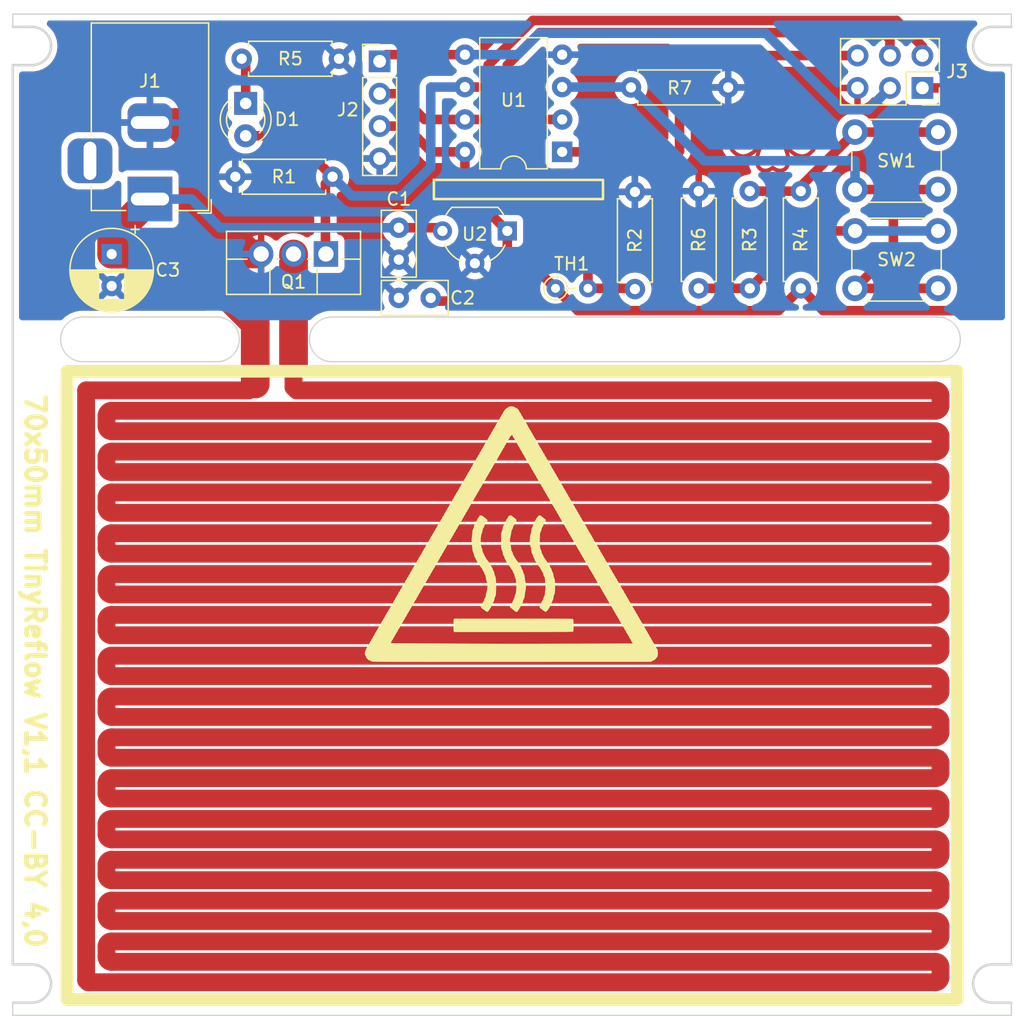
<source format=kicad_pcb>
(kicad_pcb (version 20211014) (generator pcbnew)
  (layers (0 "F.Cu" signal) (31 "B.Cu" signal) (34 "B.Paste" user) (35 "F.Paste" user) (36 "B.SilkS" user "B.Silkscreen") (37 "F.SilkS" user "F.Silkscreen") (38 "B.Mask" user) (39 "F.Mask" user) (44 "Edge.Cuts" user))
  (net 0 "")
  (net 1 "VCC")
  (net 2 "GND")
  (net 3 "+5V")
  (net 4 "Net-(D1-Pad1)")
  (net 5 "Net-(D1-Pad2)")
  (net 6 "Net-(J2-Pad1)")
  (net 7 "Net-(J2-Pad2)")
  (net 8 "Net-(J3-Pad6)")
  (net 9 "Net-(R2-Pad1)")
  (net 10 "Net-(R3-Pad2)")
  (net 11 "Net-(R7-Pad1)")
  (net 12 "Net-(SW2-Pad2)")
  (footprint "Capacitor_THT:C_Disc_D5.0mm_W2.5mm_P2.50mm" (layer "F.Cu") (at 139.5 92.25 180)
    (fp_text reference "C2")
    (fp_text value "10nf")
  )
  (footprint "Connector_PinSocket_2.54mm:PinSocket_2x03_P2.54mm_Vertical" (layer "F.Cu") (at 178.025 75.79 -90)
    (fp_text reference "J3")
    (fp_text value "Conn_02x03_M")
  )
  (footprint "Package_TO_SOT_THT:TO-92_Wide" (layer "F.Cu") (at 145.5 87 180)
    (fp_text reference "U2")
    (fp_text value "L78L05_TO92")
  )
  (footprint "Connector_PinHeader_2.54mm:PinHeader_1x04_P2.54mm_Vertical" (layer "F.Cu") (at 135.5 73.7)
    (fp_text reference "J2")
    (fp_text value "Conn_01x04_F")
  )
  (footprint "Resistor_THT:R_Axial_DIN0204_L3.6mm_D1.6mm_P2.54mm_Vertical" (layer "F.Cu") (at 149.28 91.5)
    (fp_text reference "TH1")
    (fp_text value "10kΩ")
  )
  (footprint "Resistor_THT:R_Axial_DIN0207_L6.3mm_D2.5mm_P7.62mm_Horizontal" (layer "F.Cu") (at 164.5 83.88 -90)
    (fp_text reference "R4")
    (fp_text value "1kΩ")
  )
  (footprint "Resistor_THT:R_Axial_DIN0207_L6.3mm_D2.5mm_P7.62mm_Horizontal" (layer "F.Cu") (at 131.81 82.75 180)
    (fp_text reference "R1")
    (fp_text value "10kΩ")
  )
  (footprint "Resistor_THT:R_Axial_DIN0207_L6.3mm_D2.5mm_P7.62mm_Horizontal" (layer "F.Cu") (at 160.5 91.5 90)
    (fp_text reference "R6")
    (fp_text value "2,2kΩ")
  )
  (footprint "LED_THT:LED_D3.0mm" (layer "F.Cu") (at 125 77 -90)
    (fp_text reference "D1")
    (fp_text value "LED")
  )
  (footprint "Package_DIP:DIP-8_W7.62mm" (layer "F.Cu") (at 149.8 80.8 180)
    (fp_text reference "U1")
    (fp_text value "ATtiny85")
  )
  (footprint "Package_TO_SOT_THT:TO-220F-3_Vertical" (layer "F.Cu") (at 131.29 88.805 180)
    (fp_text reference "Q1")
    (fp_text value "Q_NMOS_GDS")
  )
  (footprint "Button_Switch_THT:SW_PUSH_6mm_H4.3mm" (layer "F.Cu") (at 179.25 83.75 180)
    (fp_text reference "SW1")
    (fp_text value "SW_MEC_5E")
  )
  (footprint "Capacitor_THT:CP_Radial_D6.3mm_P2.50mm" (layer "F.Cu") (at 114.5 88.817621 -90)
    (fp_text reference "C3")
    (fp_text value "100µf")
  )
  (footprint "Connector_BarrelJack:BarrelJack_Horizontal" (layer "F.Cu") (at 117.5 84.5 -90)
    (fp_text reference "J1")
    (fp_text value "Barrel_Jack_MountingPin")
  )
  (footprint "Resistor_THT:R_Axial_DIN0207_L6.3mm_D2.5mm_P7.62mm_Horizontal" (layer "F.Cu") (at 168.5 91.5 90)
    (fp_text reference "R3")
    (fp_text value "1kΩ")
  )
  (footprint "Resistor_THT:R_Axial_DIN0207_L6.3mm_D2.5mm_P7.62mm_Horizontal" (layer "F.Cu") (at 132.31 73.5 180)
    (fp_text reference "R5")
    (fp_text value "1kΩ")
  )
  (footprint "Button_Switch_THT:SW_PUSH_6mm_H4.3mm" (layer "F.Cu") (at 179.25 91.5 180)
    (fp_text reference "SW2")
    (fp_text value "SW_MEC_5E")
  )
  (footprint "Resistor_THT:R_Axial_DIN0207_L6.3mm_D2.5mm_P7.62mm_Horizontal" (layer "F.Cu") (at 155.19 75.75)
    (fp_text reference "R7")
    (fp_text value "10kΩ")
  )
  (footprint "Capacitor_THT:C_Disc_D5.0mm_W2.5mm_P2.50mm" (layer "F.Cu") (at 137 86.75 -90)
    (fp_text reference "C1")
    (fp_text value "330nf")
  )
  (footprint "Resistor_THT:R_Axial_DIN0207_L6.3mm_D2.5mm_P7.62mm_Horizontal" (layer "F.Cu") (at 155.5 91.56 90)
    (fp_text reference "R2")
    (fp_text value "10kΩ")
  )
  (gr_line (start 166.671908 80.072842) (end 166.581585 80.086594) (layer "F.Cu") (width 0.3))
  (gr_line (start 164.453202 81.03068) (end 164.53805 80.986036) (layer "F.Cu") (width 0.3))
  (gr_line (start 168.133493 78.657667) (end 168.132193 78.72659) (layer "F.Cu") (width 0.3))
  (gr_line (start 165.062198 81.46596) (end 165.066039 81.573157) (layer "F.Cu") (width 0.3))
  (gr_line (start 166.238825 77.547499) (end 166.186515 77.554418) (layer "F.Cu") (width 0.3))
  (gr_line (start 169.396132 79.665857) (end 169.450927 79.70668) (layer "F.Cu") (width 0.3))
  (gr_line (start 163.333515 80.877874) (end 163.431011 80.955207) (layer "F.Cu") (width 0.3))
  (gr_line (start 165.780829 77.726613) (end 165.76031 77.745315) (layer "F.Cu") (width 0.3))
  (gr_line (start 164.478038 78.871188) (end 164.49839 78.946622) (layer "F.Cu") (width 0.3))
  (gr_line (start 165.054207 77.964781) (end 164.992896 77.980665) (layer "F.Cu") (width 0.3))
  (gr_line (start 167.712588 78.024968) (end 167.767162 78.053146) (layer "F.Cu") (width 0.3))
  (gr_line (start 164.209094 79.33248) (end 164.002656 79.371843) (layer "F.Cu") (width 0.3))
  (gr_line (start 165.917136 80.072842) (end 166.007461 80.086594) (layer "F.Cu") (width 0.3))
  (gr_line (start 166.344262 80.105628) (end 166.294528 80.106411) (layer "F.Cu") (width 0.3))
  (gr_line (start 166.662778 78.978355) (end 166.701942 78.957074) (layer "F.Cu") (width 0.3))
  (gr_line (start 166.244793 80.105628) (end 166.294531 80.106411) (layer "F.Cu") (width 0.3))
  (gr_line (start 166.923655 78.752698) (end 166.951509 78.716875) (layer "F.Cu") (width 0.3))
  (gr_line (start 166.603231 77.60294) (end 166.651511 77.623299) (layer "F.Cu") (width 0.3))
  (gr_line (start 163.034491 80.503026) (end 163.08176 80.588405) (layer "F.Cu") (width 0.3))
  (gr_line (start 165.609956 82.266915) (end 165.682379 82.274159) (layer "F.Cu") (width 0.3))
  (gr_line (start 165.078001 81.6729) (end 165.097611 81.765149) (layer "F.Cu") (width 0.3))
  (gr_line (start 164.907159 79.574621) (end 164.962863 79.625089) (layer "F.Cu") (width 0.3))
  (gr_line (start 169.580016 79.844556) (end 169.610477 79.896002) (layer "F.Cu") (width 0.3))
  (gr_line (start 168.163369 79.297632) (end 168.380144 79.33248) (layer "F.Cu") (width 0.3))
  (gr_line (start 166.41899 79.048098) (end 166.475163 79.039396) (layer "F.Cu") (width 0.3))
  (gr_line (start 162.926204 80.132033) (end 162.931592 80.199129) (layer "F.Cu") (width 0.3))
  (gr_line (start 165.658104 80.015668) (end 165.742754 80.036985) (layer "F.Cu") (width 0.3))
  (gr_line (start 166.796061 78.669215) (end 166.712895 78.649012) (layer "F.Cu") (width 0.3))
  (gr_line (start 163.08924 79.75) (end 163.046129 79.795924) (layer "F.Cu") (width 0.3))
  (gr_line (start 162.931592 80.199129) (end 162.944873 80.269671) (layer "F.Cu") (width 0.3))
  (gr_line (start 165.832617 82.264722) (end 165.909482 82.247962) (layer "F.Cu") (width 0.3))
  (gr_line (start 164.004717 81.147023) (end 164.097197 81.140437) (layer "F.Cu") (width 0.3))
  (gr_line (start 167.767162 78.053146) (end 167.818977 78.08518) (layer "F.Cu") (width 0.3))
  (gr_line (start 165.72078 77.786328) (end 165.701807 77.808715) (layer "F.Cu") (width 0.3))
  (gr_line (start 165.446608 79.933533) (end 165.510458 79.963631) (layer "F.Cu") (width 0.3))
  (gr_line (start 166.009696 79.013907) (end 165.964874 78.997335) (layer "F.Cu") (width 0.3))
  (gr_line (start 162.938145 80.007757) (end 162.928469 80.068277) (layer "F.Cu") (width 0.3))
  (gr_line (start 165.517542 77.98182) (end 165.449487 77.964804) (layer "F.Cu") (width 0.3))
  (gr_line (start 167.569209 79.672372) (end 167.51105 79.716701) (layer "F.Cu") (width 0.3))
  (gr_line (start 164.651051 79.266454) (end 164.425869 79.297632) (layer "F.Cu") (width 0.3))
  (gr_line (start 164.962863 79.625089) (end 165.019841 79.672372) (layer "F.Cu") (width 0.3))
  (gr_line (start 166.442372 78.382032) (end 166.485403 78.336842) (layer "F.Cu") (width 0.3))
  (gr_line (start 166.1477 80.100891) (end 166.195862 80.103772) (layer "F.Cu") (width 0.3))
  (gr_line (start 166.100891 78.336842) (end 166.056505 78.294088) (layer "F.Cu") (width 0.3))
  (gr_line (start 164.49839 78.946622) (end 164.525605 79.023987) (layer "F.Cu") (width 0.3))
  (gr_line (start 167.840438 79.401808) (end 167.789108 79.463211) (layer "F.Cu") (width 0.3))
  (gr_line (start 166.848845 77.764149) (end 166.86839 77.785456) (layer "F.Cu") (width 0.3))
  (gr_line (start 167.993519 78.249478) (end 168.027692 78.29899) (layer "F.Cu") (width 0.3))
  (gr_line (start 165.76031 77.745315) (end 165.740287 77.765208) (layer "F.Cu") (width 0.3))
  (gr_line (start 165.243037 82.058432) (end 165.293768 82.112629) (layer "F.Cu") (width 0.3))
  (gr_line (start 165.078 79.716701) (end 165.137249 79.758307) (layer "F.Cu") (width 0.3))
  (gr_line (start 169.335856 79.627427) (end 169.396132 79.665857) (layer "F.Cu") (width 0.3))
  (gr_line (start 166.765596 77.690805) (end 166.787131 77.707427) (layer "F.Cu") (width 0.3))
  (gr_line (start 163.046129 79.795924) (end 163.009223 79.844556) (layer "F.Cu") (width 0.3))
  (gr_line (start 164.531521 78.351637) (end 164.506201 78.407297) (layer "F.Cu") (width 0.3))
  (gr_line (start 166.10027 80.097035) (end 166.1477 80.100891) (layer "F.Cu") (width 0.3))
  (gr_line (start 166.86839 77.785456) (end 166.887392 77.808019) (layer "F.Cu") (width 0.3))
  (gr_line (start 167.736229 79.520739) (end 167.681891 79.574621) (layer "F.Cu") (width 0.3))
  (gr_line (start 165.066039 81.573157) (end 165.078001 81.6729) (layer "F.Cu") (width 0.3))
  (gr_line (start 162.928469 80.068277) (end 162.926204 80.132033) (layer "F.Cu") (width 0.3))
  (gr_line (start 163.816527 81.130066) (end 163.911115 81.143809) (layer "F.Cu") (width 0.3))
  (gr_line (start 167.292742 82.112629) (end 167.237 82.159098) (layer "F.Cu") (width 0.3))
  (gr_line (start 164.930622 80.696058) (end 165.070353 80.562531) (layer "F.Cu") (width 0.3))
  (gr_line (start 165.648293 77.883845) (end 165.631655 77.91167) (layer "F.Cu") (width 0.3))
  (gr_line (start 163.009223 79.844556) (end 162.978763 79.896002) (layer "F.Cu") (width 0.3))
  (gr_line (start 165.742754 80.036985) (end 165.828999 80.056175) (layer "F.Cu") (width 0.3))
  (gr_line (start 166.743608 77.675269) (end 166.765596 77.690805) (layer "F.Cu") (width 0.3))
  (gr_line (start 165.44558 78.794251) (end 165.509158 78.766834) (layer "F.Cu") (width 0.3))
  (gr_line (start 168.772713 81.130066) (end 168.678125 81.143809) (layer "F.Cu") (width 0.3))
  (gr_line (start 167.987445 79.184023) (end 167.938101 79.266454) (layer "F.Cu") (width 0.3))
  (gr_line (start 165.509158 78.766834) (end 165.573178 78.74102) (layer "F.Cu") (width 0.3))
  (gr_line (start 167.390662 80.427738) (end 167.014394 79.992617) (layer "F.Cu") (width 0.3))
  (gr_line (start 165.066953 81.351349) (end 165.062198 81.46596) (layer "F.Cu") (width 0.3))
  (gr_line (start 164.561396 78.29899) (end 164.531521 78.351637) (layer "F.Cu") (width 0.3))
  (gr_line (start 166.223137 78.479659) (end 166.18449 78.429643) (layer "F.Cu") (width 0.3))
  (gr_line (start 166.836812 78.851086) (end 166.866613 78.819911) (layer "F.Cu") (width 0.3))
  (gr_line (start 164.770178 79.182723) (end 164.890257 79.102229) (layer "F.Cu") (width 0.3))
  (gr_line (start 165.510458 79.963631) (end 165.574753 79.992617) (layer "F.Cu") (width 0.3))
  (gr_line (start 169.663035 80.132033) (end 169.657647 80.199129) (layer "F.Cu") (width 0.3))
  (gr_line (start 166.951425 78.716875) (end 166.91435 78.704074) (layer "F.Cu") (width 0.3))
  (gr_line (start 166.292702 78.586843) (end 166.259302 78.532064) (layer "F.Cu") (width 0.3))
  (gr_line (start 165.137249 79.758307) (end 165.197495 79.797418) (layer "F.Cu") (width 0.3))
  (gr_line (start 168.492045 81.140437) (end 168.400821 81.12478) (layer "F.Cu") (width 0.3))
  (gr_line (start 168.132193 78.72659) (end 168.124799 78.797803) (layer "F.Cu") (width 0.3))
  (gr_line (start 166.651511 77.623299) (end 166.698352 77.647317) (layer "F.Cu") (width 0.3))
  (gr_line (start 165.258646 79.834266) (end 165.32061 79.869081) (layer "F.Cu") (width 0.3))
  (gr_line (start 168.057567 78.351637) (end 168.082888 78.407297) (layer "F.Cu") (width 0.3))
  (gr_line (start 166.846288 80.036985) (end 166.760044 80.056175) (layer "F.Cu") (width 0.3))
  (gr_line (start 164.506201 78.407297) (end 164.485692 78.465851) (layer "F.Cu") (width 0.3))
  (gr_line (start 165.124394 81.849866) (end 165.157875 81.927011) (layer "F.Cu") (width 0.3))
  (gr_line (start 165.845163 77.677274) (end 165.823275 77.69263) (layer "F.Cu") (width 0.3))
  (gr_line (start 165.782071 78.880497) (end 165.751452 78.851086) (layer "F.Cu") (width 0.3))
  (gr_line (start 167.237 82.159098) (end 167.176936 82.1978) (layer "F.Cu") (width 0.3))
  (gr_line (start 166.951425 78.716875) (end 166.951425 78.716875) (layer "F.Cu") (width 0.3))
  (gr_line (start 165.890172 77.649645) (end 165.845163 77.677274) (layer "F.Cu") (width 0.3))
  (gr_line (start 166.358497 79.053962) (end 166.41899 79.048098) (layer "F.Cu") (width 0.3))
  (gr_line (start 166.530096 78.294088) (end 166.576156 78.253786) (layer "F.Cu") (width 0.3))
  (gr_line (start 167.341573 77.943643) (end 167.407313 77.946149) (layer "F.Cu") (width 0.3))
  (gr_line (start 165.875046 78.649012) (end 165.959517 78.631312) (layer "F.Cu") (width 0.3))
  (gr_line (start 168.586582 79.371843) (end 168.780751 79.416561) (layer "F.Cu") (width 0.3))
  (gr_line (start 163.528195 81.018364) (end 163.624932 81.068073) (layer "F.Cu") (width 0.3))
  (gr_line (start 167.658619 80.696058) (end 167.518888 80.562531) (layer "F.Cu") (width 0.3))
  (gr_line (start 165.909482 82.247962) (end 165.98688 82.223122) (layer "F.Cu") (width 0.3))
  (gr_line (start 168.128957 78.591156) (end 168.133493 78.657667) (layer "F.Cu") (width 0.3))
  (gr_line (start 163.193108 79.665857) (end 163.138313 79.70668) (layer "F.Cu") (width 0.3))
  (gr_line (start 164.470251 78.527177) (end 164.460134 78.591156) (layer "F.Cu") (width 0.3))
  (gr_line (start 166.787131 77.707427) (end 166.808197 77.725169) (layer "F.Cu") (width 0.3))
  (gr_line (start 167.274869 77.945836) (end 167.341573 77.943643) (layer "F.Cu") (width 0.3))
  (gr_line (start 166.675469 82.247962) (end 166.59797 82.223122) (layer "F.Cu") (width 0.3))
  (gr_line (start 166.143647 78.382032) (end 166.100891 78.336842) (layer "F.Cu") (width 0.3))
  (gr_line (start 168.029155 79.10316) (end 167.987445 79.184023) (layer "F.Cu") (width 0.3))
  (gr_line (start 165.683388 77.832405) (end 165.665544 77.857436) (layer "F.Cu") (width 0.3))
  (gr_line (start 167.808774 80.822483) (end 167.658619 80.696058) (layer "F.Cu") (width 0.3))
  (gr_line (start 166.21752 82.099735) (end 166.292302 82.042186) (layer "F.Cu") (width 0.3))
  (gr_line (start 164.601651 79.184023) (end 164.650995 79.266454) (layer "F.Cu") (width 0.3))
  (gr_line (start 169.651095 80.007757) (end 169.660771 80.068277) (layer "F.Cu") (width 0.3))
  (gr_line (start 165.682379 82.274159) (end 165.756758 82.273441) (layer "F.Cu") (width 0.3))
  (gr_line (start 165.868353 78.147751) (end 165.820082 78.117416) (layer "F.Cu") (width 0.3))
  (gr_line (start 166.292703 78.586843) (end 166.292702 78.586843) (layer "F.Cu") (width 0.3))
  (gr_line (start 167.489967 81.765149) (end 167.462974 81.849866) (layer "F.Cu") (width 0.3))
  (gr_line (start 166.712895 78.649012) (end 166.627756 78.631312) (layer "F.Cu") (width 0.3))
  (gr_line (start 164.18842 81.12478) (end 164.278252 81.100782) (layer "F.Cu") (width 0.3))
  (gr_line (start 169.660771 80.068277) (end 169.663035 80.132033) (layer "F.Cu") (width 0.3))
  (gr_line (start 162.944873 80.269671) (end 162.966289 80.343764) (layer "F.Cu") (width 0.3))
  (gr_line (start 164.79994 79.463211) (end 164.85282 79.520739) (layer "F.Cu") (width 0.3))
  (gr_line (start 164.55994 79.10316) (end 164.601651 79.184023) (layer "F.Cu") (width 0.3))
  (gr_line (start 164.821924 78.053146) (end 164.770109 78.08518) (layer "F.Cu") (width 0.3))
  (gr_line (start 165.964874 78.997335) (end 165.923248 78.978355) (layer "F.Cu") (width 0.3))
  (gr_line (start 166.293379 79.056881) (end 166.358497 79.053962) (layer "F.Cu") (width 0.3))
  (gr_line (start 164.992896 77.980665) (end 164.933574 78.000768) (layer "F.Cu") (width 0.3))
  (gr_line (start 167.521942 81.573157) (end 167.509782 81.6729) (layer "F.Cu") (width 0.3))
  (gr_line (start 167.655511 78.000768) (end 167.712588 78.024968) (layer "F.Cu") (width 0.3))
  (gr_line (start 166.292703 78.586843) (end 166.292703 78.586843) (layer "F.Cu") (width 0.3))
  (gr_line (start 168.136039 81.03068) (end 168.051191 80.986036) (layer "F.Cu") (width 0.3))
  (gr_line (start 166.627756 78.631312) (end 166.541909 78.616181) (layer "F.Cu") (width 0.3))
  (gr_line (start 168.310989 81.100782) (end 168.222684 81.069172) (layer "F.Cu") (width 0.3))
  (gr_line (start 166.773122 78.908037) (end 166.80575 78.880497) (layer "F.Cu") (width 0.3))
  (gr_line (start 163.464677 79.52544) (end 163.318897 79.591285) (layer "F.Cu") (width 0.3))
  (gr_line (start 165.257314 78.88546) (end 165.319676 78.85363) (layer "F.Cu") (width 0.3))
  (gr_line (start 167.207459 77.95285) (end 167.274869 77.945836) (layer "F.Cu") (width 0.3))
  (gr_line (start 167.142435 79.933533) (end 167.078582 79.963631) (layer "F.Cu") (width 0.3))
  (gr_line (start 164.770109 78.08518) (end 164.721309 78.120951) (layer "F.Cu") (width 0.3))
  (gr_line (start 169.644366 80.269671) (end 169.62295 80.343764) (layer "F.Cu") (width 0.3))
  (gr_line (start 167.596189 77.980665) (end 167.655511 78.000768) (layer "F.Cu") (width 0.3))
  (gr_line (start 167.789108 79.463211) (end 167.736229 79.520739) (layer "F.Cu") (width 0.3))
  (gr_line (start 165.13754 80.963414) (end 165.10415 81.100037) (layer "F.Cu") (width 0.3))
  (gr_line (start 167.117847 80.172205) (end 167.208409 80.344729) (layer "F.Cu") (width 0.3))
  (gr_line (start 162.996081 80.421514) (end 163.034491 80.503026) (layer "F.Cu") (width 0.3))
  (gr_line (start 167.079913 78.766834) (end 167.015899 78.74102) (layer "F.Cu") (width 0.3))
  (gr_line (start 167.407514 80.819533) (end 167.451274 80.963414) (layer "F.Cu") (width 0.3))
  (gr_line (start 166.701942 78.957074) (end 166.738621 78.933599) (layer "F.Cu") (width 0.3))
  (gr_line (start 168.027692 78.29899) (end 168.057567 78.351637) (layer "F.Cu") (width 0.3))
  (gr_line (start 167.50774 81.229361) (end 167.521398 81.351349) (layer "F.Cu") (width 0.3))
  (gr_line (start 166.259302 78.532064) (end 166.223137 78.479659) (layer "F.Cu") (width 0.3))
  (gr_line (start 166.988956 77.971702) (end 167.003638 78.004018) (layer "F.Cu") (width 0.3))
  (gr_line (start 164.002656 79.371843) (end 163.808487 79.416561) (layer "F.Cu") (width 0.3))
  (gr_line (start 166.064335 82.190164) (end 166.141373 82.149048) (layer "F.Cu") (width 0.3))
  (gr_line (start 165.884486 78.957074) (end 165.848256 78.933599) (layer "F.Cu") (width 0.3))
  (gr_line (start 168.082888 78.407297) (end 168.103397 78.465851) (layer "F.Cu") (width 0.3))
  (gr_line (start 167.330403 79.834266) (end 167.268437 79.869081) (layer "F.Cu") (width 0.3))
  (gr_line (start 165.382425 78.823205) (end 165.44558 78.794251) (layer "F.Cu") (width 0.3))
  (gr_line (start 166.485403 78.336842) (end 166.530096 78.294088) (layer "F.Cu") (width 0.3))
  (gr_line (start 164.650995 79.266454) (end 164.650995 79.266454) (layer "F.Cu") (width 0.3))
  (gr_line (start 165.349301 82.159098) (end 165.40916 82.1978) (layer "F.Cu") (width 0.3))
  (gr_line (start 164.455598 78.657667) (end 164.456899 78.72659) (layer "F.Cu") (width 0.3))
  (gr_line (start 166.866613 78.819911) (end 166.895459 78.787079) (layer "F.Cu") (width 0.3))
  (gr_line (start 167.938101 79.266454) (end 167.938101 79.266454) (layer "F.Cu") (width 0.3))
  (gr_line (start 165.573178 78.74102) (end 165.637657 78.716875) (layer "F.Cu") (width 0.3))
  (gr_line (start 166.398671 77.552636) (end 166.451233 77.561089) (layer "F.Cu") (width 0.3))
  (gr_line (start 167.968274 80.935969) (end 167.887424 80.881208) (layer "F.Cu") (width 0.3))
  (gr_line (start 166.576156 78.253786) (end 166.623287 78.215952) (layer "F.Cu") (width 0.3))
  (gr_line (start 164.53805 80.986036) (end 164.620967 80.935969) (layer "F.Cu") (width 0.3))
  (gr_line (start 165.302569 80.510152) (end 165.236275 80.668433) (layer "F.Cu") (width 0.3))
  (gr_line (start 165.756758 82.273441) (end 165.832617 82.264722) (layer "F.Cu") (width 0.3))
  (gr_line (start 165.600298 77.971719) (end 165.585617 78.004018) (layer "F.Cu") (width 0.3))
  (gr_line (start 166.905832 77.831873) (end 166.923691 77.857052) (layer "F.Cu") (width 0.3))
  (gr_line (start 166.828774 77.744065) (end 166.848845 77.764149) (layer "F.Cu") (width 0.3))
  (gr_line (start 167.268437 79.869081) (end 167.205751 79.902093) (layer "F.Cu") (width 0.3))
  (gr_line (start 164.780467 80.822483) (end 164.930622 80.696058) (layer "F.Cu") (width 0.3))
  (gr_line (start 165.380779 80.344729) (end 165.302569 80.510152) (layer "F.Cu") (width 0.3))
  (gr_line (start 167.014394 79.992617) (end 167.014394 79.992617) (layer "F.Cu") (width 0.3))
  (gr_line (start 165.097611 81.765149) (end 165.124394 81.849866) (layer "F.Cu") (width 0.3))
  (gr_line (start 163.318897 79.591285) (end 163.253383 79.627427) (layer "F.Cu") (width 0.3))
  (gr_line (start 167.51105 79.716701) (end 167.451801 79.758307) (layer "F.Cu") (width 0.3))
  (gr_line (start 168.124799 78.797803) (end 168.111055 78.871188) (layer "F.Cu") (width 0.3))
  (gr_line (start 166.930936 80.015668) (end 166.846288 80.036985) (layer "F.Cu") (width 0.3))
  (gr_line (start 167.867777 78.120951) (end 167.913305 78.160338) (layer "F.Cu") (width 0.3))
  (gr_line (start 165.247513 77.943643) (end 165.181772 77.946149) (layer "F.Cu") (width 0.3))
  (gr_line (start 163.624932 81.068073) (end 163.721088 81.105064) (layer "F.Cu") (width 0.3))
  (gr_line (start 166.923691 77.857052) (end 166.940951 77.88359) (layer "F.Cu") (width 0.3))
  (gr_line (start 165.10415 81.100037) (end 165.080779 81.229361) (layer "F.Cu") (width 0.3))
  (gr_line (start 165.712938 78.691858) (end 165.79246 78.669215) (layer "F.Cu") (width 0.3))
  (gr_line (start 167.071546 77.98182) (end 167.139599 77.964804) (layer "F.Cu") (width 0.3))
  (gr_line (start 164.366558 81.069172) (end 164.453202 81.03068) (layer "F.Cu") (width 0.3))
  (gr_line (start 165.814229 78.908037) (end 165.782071 78.880497) (layer "F.Cu") (width 0.3))
  (gr_line (start 169.270342 79.591285) (end 169.335856 79.627427) (layer "F.Cu") (width 0.3))
  (gr_line (start 163.628518 79.46748) (end 163.464677 79.52544) (layer "F.Cu") (width 0.3))
  (gr_line (start 165.72204 78.819911) (end 165.693503 78.787079) (layer "F.Cu") (width 0.3))
  (gr_line (start 165.984572 77.605668) (end 165.936694 77.625876) (layer "F.Cu") (width 0.3))
  (gr_line (start 167.818977 78.08518) (end 167.867777 78.120951) (layer "F.Cu") (width 0.3))
  (gr_line (start 168.051191 80.986036) (end 167.968274 80.935969) (layer "F.Cu") (width 0.3))
  (gr_line (start 166.293349 79.056881) (end 166.227575 79.053962) (layer "F.Cu") (width 0.3))
  (gr_line (start 169.610477 79.896002) (end 169.63425 79.950367) (layer "F.Cu") (width 0.3))
  (gr_line (start 164.876497 78.024968) (end 164.821924 78.053146) (layer "F.Cu") (width 0.3))
  (gr_line (start 163.911115 81.143809) (end 164.004717 81.147023) (layer "F.Cu") (width 0.3))
  (gr_line (start 165.080779 81.229361) (end 165.066953 81.351349) (layer "F.Cu") (width 0.3))
  (gr_line (start 167.890126 79.336299) (end 167.840438 79.401808) (layer "F.Cu") (width 0.3))
  (gr_line (start 165.936694 77.625876) (end 165.890172 77.649645) (layer "F.Cu") (width 0.3))
  (gr_line (start 165.117252 77.953236) (end 165.054207 77.964781) (layer "F.Cu") (width 0.3))
  (gr_line (start 166.719587 78.147751) (end 166.768166 78.117416) (layer "F.Cu") (width 0.3))
  (gr_line (start 167.93808 79.266454) (end 167.890126 79.336299) (layer "F.Cu") (width 0.3))
  (gr_line (start 164.933574 78.000768) (end 164.876497 78.024968) (layer "F.Cu") (width 0.3))
  (gr_line (start 164.425869 79.297632) (end 164.209094 79.33248) (layer "F.Cu") (width 0.3))
  (gr_line (start 165.916414 78.180602) (end 165.868353 78.147751) (layer "F.Cu") (width 0.3))
  (gr_line (start 169.62295 80.343764) (end 169.593157 80.421514) (layer "F.Cu") (width 0.3))
  (gr_line (start 166.95846 78.021541) (end 167.003555 78.004018) (layer "F.Cu") (width 0.3))
  (gr_line (start 166.575774 79.013907) (end 166.620824 78.997335) (layer "F.Cu") (width 0.3))
  (gr_line (start 166.488778 80.097035) (end 166.44135 80.100891) (layer "F.Cu") (width 0.3))
  (gr_line (start 167.343687 82.058432) (end 167.292742 82.112629) (layer "F.Cu") (width 0.3))
  (gr_line (start 166.475163 79.039396) (end 166.527323 79.027963) (layer "F.Cu") (width 0.3))
  (gr_line (start 164.675781 78.160338) (end 164.633782 78.20322) (layer "F.Cu") (width 0.3))
  (gr_line (start 167.451274 80.963414) (end 167.484525 81.100037) (layer "F.Cu") (width 0.3))
  (gr_line (start 166.362474 78.479659) (end 166.401298 78.429643) (layer "F.Cu") (width 0.3))
  (gr_line (start 167.577693 79.025501) (end 167.455384 78.953068) (layer "F.Cu") (width 0.3))
  (gr_line (start 166.195862 80.103772) (end 166.244793 80.105628) (layer "F.Cu") (width 0.3))
  (gr_line (start 166.808197 77.725169) (end 166.828774 77.744065) (layer "F.Cu") (width 0.3))
  (gr_line (start 166.292753 78.586843) (end 166.29276 78.586843) (layer "F.Cu") (width 0.3))
  (gr_line (start 167.681891 79.574621) (end 167.626187 79.625089) (layer "F.Cu") (width 0.3))
  (gr_line (start 166.912079 78.041658) (end 166.95846 78.021541) (layer "F.Cu") (width 0.3))
  (gr_line (start 165.66551 78.752698) (end 165.63773 78.716875) (layer "F.Cu") (width 0.3))
  (gr_line (start 166.367152 82.099735) (end 166.29236 82.042186) (layer "F.Cu") (width 0.3))
  (gr_line (start 164.85282 79.520739) (end 164.907159 79.574621) (layer "F.Cu") (width 0.3))
  (gr_line (start 166.816637 78.089611) (end 166.864707 78.064354) (layer "F.Cu") (width 0.3))
  (gr_line (start 165.32061 79.869081) (end 165.383295 79.902093) (layer "F.Cu") (width 0.3))
  (gr_line (start 162.978763 79.896002) (end 162.95499 79.950367) (layer "F.Cu") (width 0.3))
  (gr_line (start 169.451109 80.677758) (end 169.353396 80.785634) (layer "F.Cu") (width 0.3))
  (gr_line (start 165.61565 77.940949) (end 165.600298 77.971719) (layer "F.Cu") (width 0.3))
  (gr_line (start 168.964308 81.068073) (end 168.868152 81.105064) (layer "F.Cu") (width 0.3))
  (gr_line (start 165.198579 80.427738) (end 165.574847 79.992617) (layer "F.Cu") (width 0.3))
  (gr_line (start 166.03365 77.588718) (end 165.984572 77.605668) (layer "F.Cu") (width 0.3))
  (gr_line (start 165.751452 78.851086) (end 165.72204 78.819911) (layer "F.Cu") (width 0.3))
  (gr_line (start 166.738621 78.933599) (end 166.773122 78.908037) (layer "F.Cu") (width 0.3))
  (gr_line (start 167.045747 82.251748) (end 166.975575 82.266915) (layer "F.Cu") (width 0.3))
  (gr_line (start 163.235843 80.785634) (end 163.333515 80.877874) (layer "F.Cu") (width 0.3))
  (gr_line (start 165.381627 77.95285) (end 165.314216 77.945836) (layer "F.Cu") (width 0.3))
  (gr_line (start 164.721309 78.120951) (end 164.675781 78.160338) (layer "F.Cu") (width 0.3))
  (gr_line (start 164.460134 78.591156) (end 164.455598 78.657667) (layer "F.Cu") (width 0.3))
  (gr_line (start 167.451801 79.758307) (end 167.391555 79.797418) (layer "F.Cu") (width 0.3))
  (gr_line (start 167.389358 81.996547) (end 167.343687 82.058432) (layer "F.Cu") (width 0.3))
  (gr_line (start 166.940951 77.88359) (end 166.957595 77.911522) (layer "F.Cu") (width 0.3))
  (gr_line (start 165.40916 82.1978) (end 165.472872 82.228697) (layer "F.Cu") (width 0.3))
  (gr_line (start 167.818906 79.182723) (end 167.698819 79.102229) (layer "F.Cu") (width 0.3))
  (gr_line (start 166.957595 77.911522) (end 166.973603 77.940881) (layer "F.Cu") (width 0.3))
  (gr_line (start 165.801824 77.709063) (end 165.780829 77.726613) (layer "F.Cu") (width 0.3))
  (gr_line (start 167.20664 78.823205) (end 167.143488 78.794251) (layer "F.Cu") (width 0.3))
  (gr_line (start 168.118839 78.527177) (end 168.128957 78.591156) (layer "F.Cu") (width 0.3))
  (gr_line (start 167.286557 80.510152) (end 167.352767 80.668433) (layer "F.Cu") (width 0.3))
  (gr_line (start 164.456899 78.72659) (end 164.464293 78.797803) (layer "F.Cu") (width 0.3))
  (gr_line (start 166.623287 78.215952) (end 166.671196 78.180602) (layer "F.Cu") (width 0.3))
  (gr_line (start 164.278252 81.100782) (end 164.366558 81.069172) (layer "F.Cu") (width 0.3))
  (gr_line (start 165.181424 80.819533) (end 165.13754 80.963414) (layer "F.Cu") (width 0.3))
  (gr_line (start 166.760044 80.056175) (end 166.671908 80.072842) (layer "F.Cu") (width 0.3))
  (gr_line (start 165.665544 77.857436) (end 165.648293 77.883845) (layer "F.Cu") (width 0.3))
  (gr_line (start 167.208409 80.344729) (end 167.286557 80.510152) (layer "F.Cu") (width 0.3))
  (gr_line (start 167.938101 79.266454) (end 167.818906 79.182723) (layer "F.Cu") (width 0.3))
  (gr_line (start 162.966289 80.343764) (end 162.996081 80.421514) (layer "F.Cu") (width 0.3))
  (gr_line (start 166.527323 79.027963) (end 166.575774 79.013907) (layer "F.Cu") (width 0.3))
  (gr_line (start 164.620967 80.935969) (end 164.701818 80.881208) (layer "F.Cu") (width 0.3))
  (gr_line (start 165.693503 78.787079) (end 165.66551 78.752698) (layer "F.Cu") (width 0.3))
  (gr_line (start 167.003555 78.004018) (end 167.003555 78.004018) (layer "F.Cu") (width 0.3))
  (gr_line (start 164.633782 78.20322) (end 164.595568 78.249478) (layer "F.Cu") (width 0.3))
  (gr_line (start 167.429279 81.927011) (end 167.389358 81.996547) (layer "F.Cu") (width 0.3))
  (gr_line (start 165.959517 78.631312) (end 166.044696 78.616181) (layer "F.Cu") (width 0.3))
  (gr_line (start 165.674694 78.704074) (end 165.712938 78.691858) (layer "F.Cu") (width 0.3))
  (gr_line (start 163.138129 80.677758) (end 163.138129 80.677758) (layer "F.Cu") (width 0.3))
  (gr_line (start 165.740287 77.765208) (end 165.72078 77.786328) (layer "F.Cu") (width 0.3))
  (gr_line (start 165.574753 79.992617) (end 165.574753 79.992617) (layer "F.Cu") (width 0.3))
  (gr_line (start 166.581585 80.086594) (end 166.53551 80.092253) (layer "F.Cu") (width 0.3))
  (gr_line (start 165.383295 79.902093) (end 165.446608 79.933533) (layer "F.Cu") (width 0.3))
  (gr_line (start 166.620824 78.997335) (end 166.662778 78.978355) (layer "F.Cu") (width 0.3))
  (gr_line (start 165.471381 80.172205) (end 165.380779 80.344729) (layer "F.Cu") (width 0.3))
  (gr_line (start 165.79246 78.669215) (end 165.875046 78.649012) (layer "F.Cu") (width 0.3))
  (gr_line (start 167.525973 81.46596) (end 167.521942 81.573157) (layer "F.Cu") (width 0.3))
  (gr_line (start 165.070353 80.562531) (end 165.198579 80.427738) (layer "F.Cu") (width 0.3))
  (gr_line (start 166.59797 82.223122) (end 166.520433 82.190164) (layer "F.Cu") (width 0.3))
  (gr_line (start 166.902984 82.274159) (end 166.828453 82.273441) (layer "F.Cu") (width 0.3))
  (gr_line (start 166.29276 78.586843) (end 166.326196 78.532064) (layer "F.Cu") (width 0.3))
  (gr_line (start 166.502945 77.572109) (end 166.55366 77.585968) (layer "F.Cu") (width 0.3))
  (gr_line (start 167.176936 82.1978) (end 167.113027 82.228697) (layer "F.Cu") (width 0.3))
  (gr_line (start 169.54311 79.795924) (end 169.580016 79.844556) (layer "F.Cu") (width 0.3))
  (gr_line (start 165.539962 82.251748) (end 165.609956 82.266915) (layer "F.Cu") (width 0.3))
  (gr_line (start 164.097197 81.140437) (end 164.18842 81.12478) (layer "F.Cu") (width 0.3))
  (gr_line (start 166.828453 82.273441) (end 166.752456 82.264722) (layer "F.Cu") (width 0.3))
  (gr_line (start 163.138313 79.70668) (end 163.08924 79.75) (layer "F.Cu") (width 0.3))
  (gr_line (start 168.063489 79.023987) (end 168.029155 79.10316) (layer "F.Cu") (width 0.3))
  (gr_line (start 167.518888 80.562531) (end 167.390662 80.427738) (layer "F.Cu") (width 0.3))
  (gr_line (start 165.293768 82.112629) (end 165.349301 82.159098) (layer "F.Cu") (width 0.3))
  (gr_line (start 166.186515 77.554418) (end 166.134778 77.563394) (layer "F.Cu") (width 0.3))
  (gr_line (start 163.253383 79.627427) (end 163.193108 79.665857) (layer "F.Cu") (width 0.3))
  (gr_line (start 169.657647 80.199129) (end 169.644366 80.269671) (layer "F.Cu") (width 0.3))
  (gr_line (start 166.541909 78.616181) (end 166.456617 78.603682) (layer "F.Cu") (width 0.3))
  (gr_line (start 167.938187 79.266454) (end 168.163369 79.297632) (layer "F.Cu") (width 0.3))
  (gr_line (start 167.698819 79.102229) (end 167.577693 79.025501) (layer "F.Cu") (width 0.3))
  (gr_line (start 169.554747 80.503026) (end 169.507478 80.588405) (layer "F.Cu") (width 0.3))
  (gr_line (start 165.820082 78.117416) (end 165.771886 78.089611) (layer "F.Cu") (width 0.3))
  (gr_line (start 166.401298 78.429643) (end 166.442372 78.382032) (layer "F.Cu") (width 0.3))
  (gr_line (start 165.197581 81.996547) (end 165.243037 82.058432) (layer "F.Cu") (width 0.3))
  (gr_line (start 166.80575 78.880497) (end 166.836812 78.851086) (layer "F.Cu") (width 0.3))
  (gr_line (start 165.585533 78.004018) (end 165.585533 78.004018) (layer "F.Cu") (width 0.3))
  (gr_line (start 165.236275 80.668433) (end 165.181424 80.819533) (layer "F.Cu") (width 0.3))
  (gr_line (start 167.113027 82.228697) (end 167.045747 82.251748) (layer "F.Cu") (width 0.3))
  (gr_line (start 166.752456 82.264722) (end 166.675469 82.247962) (layer "F.Cu") (width 0.3))
  (gr_line (start 165.637657 78.716875) (end 165.637657 78.716875) (layer "F.Cu") (width 0.3))
  (gr_line (start 167.471833 77.953236) (end 167.534878 77.964781) (layer "F.Cu") (width 0.3))
  (gr_line (start 165.449487 77.964804) (end 165.381627 77.95285) (layer "F.Cu") (width 0.3))
  (gr_line (start 168.222684 81.069172) (end 168.136039 81.03068) (layer "F.Cu") (width 0.3))
  (gr_line (start 165.314216 77.945836) (end 165.247513 77.943643) (layer "F.Cu") (width 0.3))
  (gr_line (start 168.780751 79.416561) (end 168.960721 79.46748) (layer "F.Cu") (width 0.3))
  (gr_line (start 169.450927 79.70668) (end 169.5 79.75) (layer "F.Cu") (width 0.3))
  (gr_line (start 164.525605 79.023987) (end 164.55994 79.10316) (layer "F.Cu") (width 0.3))
  (gr_line (start 166.887392 77.808019) (end 166.905832 77.831873) (layer "F.Cu") (width 0.3))
  (gr_line (start 165.195322 78.918628) (end 165.257314 78.88546) (layer "F.Cu") (width 0.3))
  (gr_line (start 165.019841 79.672372) (end 165.078 79.716701) (layer "F.Cu") (width 0.3))
  (gr_line (start 166.129406 78.603682) (end 166.212467 78.593881) (layer "F.Cu") (width 0.3))
  (gr_line (start 165.848256 78.933599) (end 165.814229 78.908037) (layer "F.Cu") (width 0.3))
  (gr_line (start 165.011375 79.025501) (end 165.133679 78.953068) (layer "F.Cu") (width 0.3))
  (gr_line (start 164.74861 79.401808) (end 164.79994 79.463211) (layer "F.Cu") (width 0.3))
  (gr_line (start 163.08176 80.588405) (end 163.138129 80.677758) (layer "F.Cu") (width 0.3))
  (gr_line (start 168.090704 78.946622) (end 168.063489 79.023987) (layer "F.Cu") (width 0.3))
  (gr_line (start 165.157875 81.927011) (end 165.197581 81.996547) (layer "F.Cu") (width 0.3))
  (gr_line (start 167.143488 78.794251) (end 167.079913 78.766834) (layer "F.Cu") (width 0.3))
  (gr_line (start 169.63425 79.950367) (end 169.651095 80.007757) (layer "F.Cu") (width 0.3))
  (gr_line (start 168.868152 81.105064) (end 168.772713 81.130066) (layer "F.Cu") (width 0.3))
  (gr_line (start 167.331748 78.88546) (end 167.269387 78.85363) (layer "F.Cu") (width 0.3))
  (gr_line (start 163.431011 80.955207) (end 163.528195 81.018364) (layer "F.Cu") (width 0.3))
  (gr_line (start 166.91435 78.704074) (end 166.875993 78.691858) (layer "F.Cu") (width 0.3))
  (gr_line (start 169.255724 80.877874) (end 169.158229 80.955207) (layer "F.Cu") (width 0.3))
  (gr_line (start 167.078582 79.963631) (end 167.014284 79.992617) (layer "F.Cu") (width 0.3))
  (gr_line (start 166.443335 82.149048) (end 166.367152 82.099735) (layer "F.Cu") (width 0.3))
  (gr_line (start 166.227575 79.053962) (end 166.166654 79.048098) (layer "F.Cu") (width 0.3))
  (gr_line (start 166.044696 78.616181) (end 166.129406 78.603682) (layer "F.Cu") (width 0.3))
  (gr_line (start 167.913305 78.160338) (end 167.955305 78.20322) (layer "F.Cu") (width 0.3))
  (gr_line (start 166.18449 78.429643) (end 166.143647 78.382032) (layer "F.Cu") (width 0.3))
  (gr_line (start 168.103397 78.465851) (end 168.118839 78.527177) (layer "F.Cu") (width 0.3))
  (gr_line (start 163.138129 80.677758) (end 163.235843 80.785634) (layer "F.Cu") (width 0.3))
  (gr_line (start 165.823275 77.69263) (end 165.801824 77.709063) (layer "F.Cu") (width 0.3))
  (gr_line (start 166.864707 78.064354) (end 166.912079 78.041658) (layer "F.Cu") (width 0.3))
  (gr_line (start 166.110255 79.039396) (end 166.058046 79.027963) (layer "F.Cu") (width 0.3))
  (gr_line (start 166.768166 78.117416) (end 166.816637 78.089611) (layer "F.Cu") (width 0.3))
  (gr_line (start 168.678125 81.143809) (end 168.584524 81.147023) (layer "F.Cu") (width 0.3))
  (gr_line (start 169.451109 80.677758) (end 169.451109 80.677758) (layer "F.Cu") (width 0.3))
  (gr_line (start 164.698921 79.336299) (end 164.74861 79.401808) (layer "F.Cu") (width 0.3))
  (gr_line (start 166.671196 78.180602) (end 166.719587 78.147751) (layer "F.Cu") (width 0.3))
  (gr_line (start 165.98688 82.223122) (end 166.064335 82.190164) (layer "F.Cu") (width 0.3))
  (gr_line (start 166.212467 78.593881) (end 166.292703 78.586843) (layer "F.Cu") (width 0.3))
  (gr_line (start 167.407313 77.946149) (end 167.471833 77.953236) (layer "F.Cu") (width 0.3))
  (gr_line (start 167.014394 79.992617) (end 167.117847 80.172205) (layer "F.Cu") (width 0.3))
  (gr_line (start 167.352767 80.668433) (end 167.407514 80.819533) (layer "F.Cu") (width 0.3))
  (gr_line (start 168.960721 79.46748) (end 169.124562 79.52544) (layer "F.Cu") (width 0.3))
  (gr_line (start 166.010775 78.253786) (end 165.963983 78.215952) (layer "F.Cu") (width 0.3))
  (gr_line (start 165.631655 77.91167) (end 165.61565 77.940949) (layer "F.Cu") (width 0.3))
  (gr_line (start 166.451233 77.561089) (end 166.502945 77.572109) (layer "F.Cu") (width 0.3))
  (gr_line (start 167.521398 81.351349) (end 167.525973 81.46596) (layer "F.Cu") (width 0.3))
  (gr_line (start 167.626187 79.625089) (end 167.569209 79.672372) (layer "F.Cu") (width 0.3))
  (gr_line (start 167.534878 77.964781) (end 167.596189 77.980665) (layer "F.Cu") (width 0.3))
  (gr_line (start 168.380144 79.33248) (end 168.586582 79.371843) (layer "F.Cu") (width 0.3))
  (gr_line (start 166.520433 82.190164) (end 166.443335 82.149048) (layer "F.Cu") (width 0.3))
  (gr_line (start 167.955305 78.20322) (end 167.993519 78.249478) (layer "F.Cu") (width 0.3))
  (gr_line (start 167.393741 78.918628) (end 167.331748 78.88546) (layer "F.Cu") (width 0.3))
  (gr_line (start 164.650967 79.266454) (end 164.698921 79.336299) (layer "F.Cu") (width 0.3))
  (gr_line (start 166.166654 79.048098) (end 166.110255 79.039396) (layer "F.Cu") (width 0.3))
  (gr_line (start 165.630589 78.021541) (end 165.585533 78.004018) (layer "F.Cu") (width 0.3))
  (gr_line (start 167.391555 79.797418) (end 167.330403 79.834266) (layer "F.Cu") (width 0.3))
  (gr_line (start 166.291588 77.542336) (end 166.345407 77.546476) (layer "F.Cu") (width 0.3))
  (gr_line (start 169.124562 79.52544) (end 169.270342 79.591285) (layer "F.Cu") (width 0.3))
  (gr_line (start 167.462974 81.849866) (end 167.429279 81.927011) (layer "F.Cu") (width 0.3))
  (gr_line (start 167.887424 80.881208) (end 167.808774 80.822483) (layer "F.Cu") (width 0.3))
  (gr_line (start 166.345407 77.546476) (end 166.398671 77.552636) (layer "F.Cu") (width 0.3))
  (gr_line (start 163.721088 81.105064) (end 163.816527 81.130066) (layer "F.Cu") (width 0.3))
  (gr_line (start 167.509782 81.6729) (end 167.489967 81.765149) (layer "F.Cu") (width 0.3))
  (gr_line (start 166.698352 77.647317) (end 166.743608 77.675269) (layer "F.Cu") (width 0.3))
  (gr_line (start 167.269387 78.85363) (end 167.20664 78.823205) (layer "F.Cu") (width 0.3))
  (gr_line (start 165.701807 77.808715) (end 165.683388 77.832405) (layer "F.Cu") (width 0.3))
  (gr_line (start 166.895459 78.787079) (end 166.923655 78.752698) (layer "F.Cu") (width 0.3))
  (gr_line (start 167.484525 81.100037) (end 167.50774 81.229361) (layer "F.Cu") (width 0.3))
  (gr_line (start 167.139599 77.964804) (end 167.207459 77.95285) (layer "F.Cu") (width 0.3))
  (gr_line (start 167.015899 78.74102) (end 166.951425 78.716875) (layer "F.Cu") (width 0.3))
  (gr_line (start 166.292753 78.586843) (end 166.292753 78.586843) (layer "F.Cu") (width 0.3))
  (gr_line (start 167.205751 79.902093) (end 167.142435 79.933533) (layer "F.Cu") (width 0.3))
  (gr_line (start 165.574847 79.992617) (end 165.471381 80.172205) (layer "F.Cu") (width 0.3))
  (gr_line (start 166.44135 80.100891) (end 166.393191 80.103772) (layer "F.Cu") (width 0.3))
  (gr_line (start 166.456617 78.603682) (end 166.373144 78.593881) (layer "F.Cu") (width 0.3))
  (gr_line (start 164.650995 79.266454) (end 164.770178 79.182723) (layer "F.Cu") (width 0.3))
  (gr_line (start 165.923248 78.978355) (end 165.884486 78.957074) (layer "F.Cu") (width 0.3))
  (gr_line (start 166.973603 77.940881) (end 166.988956 77.971702) (layer "F.Cu") (width 0.3))
  (gr_line (start 165.637657 78.716875) (end 165.674694 78.704074) (layer "F.Cu") (width 0.3))
  (gr_line (start 164.701818 80.881208) (end 164.780467 80.822483) (layer "F.Cu") (width 0.3))
  (gr_line (start 166.55366 77.585968) (end 166.603231 77.60294) (layer "F.Cu") (width 0.3))
  (gr_line (start 166.083771 77.574727) (end 166.03365 77.588718) (layer "F.Cu") (width 0.3))
  (gr_line (start 165.197495 79.797418) (end 165.258646 79.834266) (layer "F.Cu") (width 0.3))
  (gr_line (start 167.014284 79.992617) (end 167.014284 79.992617) (layer "F.Cu") (width 0.3))
  (gr_line (start 166.393191 80.103772) (end 166.344262 80.105628) (layer "F.Cu") (width 0.3))
  (gr_line (start 166.134778 77.563394) (end 166.083771 77.574727) (layer "F.Cu") (width 0.3))
  (gr_line (start 166.291551 77.542336) (end 166.238825 77.547499) (layer "F.Cu") (width 0.3))
  (gr_line (start 165.319676 78.85363) (end 165.382425 78.823205) (layer "F.Cu") (width 0.3))
  (gr_line (start 169.5 79.75) (end 169.54311 79.795924) (layer "F.Cu") (width 0.3))
  (gr_line (start 169.353396 80.785634) (end 169.255724 80.877874) (layer "F.Cu") (width 0.3))
  (gr_line (start 164.890257 79.102229) (end 165.011375 79.025501) (layer "F.Cu") (width 0.3))
  (gr_line (start 162.95499 79.950367) (end 162.938145 80.007757) (layer "F.Cu") (width 0.3))
  (gr_line (start 168.111055 78.871188) (end 168.090704 78.946622) (layer "F.Cu") (width 0.3))
  (gr_line (start 165.574753 79.992617) (end 165.658104 80.015668) (layer "F.Cu") (width 0.3))
  (gr_line (start 163.808487 79.416561) (end 163.628518 79.46748) (layer "F.Cu") (width 0.3))
  (gr_line (start 166.875993 78.691858) (end 166.796061 78.669215) (layer "F.Cu") (width 0.3))
  (gr_line (start 169.507478 80.588405) (end 169.451109 80.677758) (layer "F.Cu") (width 0.3))
  (gr_line (start 166.053536 80.092253) (end 166.10027 80.097035) (layer "F.Cu") (width 0.3))
  (gr_line (start 164.485692 78.465851) (end 164.470251 78.527177) (layer "F.Cu") (width 0.3))
  (gr_line (start 167.003555 78.004018) (end 167.071546 77.98182) (layer "F.Cu") (width 0.3))
  (gr_line (start 169.061045 81.018364) (end 168.964308 81.068073) (layer "F.Cu") (width 0.3))
  (gr_line (start 164.464293 78.797803) (end 164.478038 78.871188) (layer "F.Cu") (width 0.3))
  (gr_line (start 167.014284 79.992617) (end 166.930936 80.015668) (layer "F.Cu") (width 0.3))
  (gr_line (start 168.400821 81.12478) (end 168.310989 81.100782) (layer "F.Cu") (width 0.3))
  (gr_line (start 169.593157 80.421514) (end 169.554747 80.503026) (layer "F.Cu") (width 0.3))
  (gr_line (start 165.574847 79.992617) (end 165.574847 79.992617) (layer "F.Cu") (width 0.3))
  (gr_line (start 165.676856 78.041658) (end 165.630589 78.021541) (layer "F.Cu") (width 0.3))
  (gr_line (start 166.141373 82.149048) (end 166.21752 82.099735) (layer "F.Cu") (width 0.3))
  (gr_line (start 165.585533 78.004018) (end 165.517542 77.98182) (layer "F.Cu") (width 0.3))
  (gr_line (start 166.326196 78.532064) (end 166.362474 78.479659) (layer "F.Cu") (width 0.3))
  (gr_line (start 169.158229 80.955207) (end 169.061045 81.018364) (layer "F.Cu") (width 0.3))
  (gr_line (start 165.963983 78.215952) (end 165.916414 78.180602) (layer "F.Cu") (width 0.3))
  (gr_line (start 166.056505 78.294088) (end 166.010775 78.253786) (layer "F.Cu") (width 0.3))
  (gr_line (start 165.181772 77.946149) (end 165.117252 77.953236) (layer "F.Cu") (width 0.3))
  (gr_line (start 166.007461 80.086594) (end 166.053536 80.092253) (layer "F.Cu") (width 0.3))
  (gr_line (start 166.058046 79.027963) (end 166.009696 79.013907) (layer "F.Cu") (width 0.3))
  (gr_line (start 166.975575 82.266915) (end 166.902984 82.274159) (layer "F.Cu") (width 0.3))
  (gr_line (start 165.133679 78.953068) (end 165.195322 78.918628) (layer "F.Cu") (width 0.3))
  (gr_line (start 167.455384 78.953068) (end 167.393741 78.918628) (layer "F.Cu") (width 0.3))
  (gr_line (start 166.53551 80.092253) (end 166.488778 80.097035) (layer "F.Cu") (width 0.3))
  (gr_line (start 165.771886 78.089611) (end 165.724049 78.064354) (layer "F.Cu") (width 0.3))
  (gr_line (start 166.373144 78.593881) (end 166.292753 78.586843) (layer "F.Cu") (width 0.3))
  (gr_line (start 165.724049 78.064354) (end 165.676856 78.041658) (layer "F.Cu") (width 0.3))
  (gr_line (start 164.595568 78.249478) (end 164.561396 78.29899) (layer "F.Cu") (width 0.3))
  (gr_line (start 165.472872 82.228697) (end 165.539962 82.251748) (layer "F.Cu") (width 0.3))
  (gr_line (start 168.584524 81.147023) (end 168.492045 81.140437) (layer "F.Cu") (width 0.3))
  (gr_line (start 165.828999 80.056175) (end 165.917136 80.072842) (layer "F.Cu") (width 0.3))
  (gr_rect (start 139.75 83) (end 153 84.5) (layer "F.SilkS") (width 0.2) (fill none))
  (gr_poly (pts (xy 145.849081 100.747265) (xy 145.877819 100.748674) (xy 145.905683 100.751157) (xy 145.93247 100.754694) (xy 145.957975 100.75926) (xy 145.981994 100.764834) (xy 146.004323 100.771394) (xy 146.024757 100.778916) (xy 146.043093 100.787378) (xy 146.05141 100.791955) (xy 146.059126 100.796759) (xy 146.066214 100.801786) (xy 146.072651 100.807034) (xy 146.077539 100.811115) (xy 146.083085 100.815349) (xy 146.089224 100.819703) (xy 146.095895 100.824143) (xy 146.110581 100.833151) (xy 146.126642 100.842108) (xy 146.143578 100.850748) (xy 146.160888 100.858808) (xy 146.17807 100.86602) (xy 146.186457 100.869226) (xy 146.194625 100.872121) (xy 146.205867 100.876029) (xy 146.216221 100.879844) (xy 146.225752 100.883613) (xy 146.234526 100.887381) (xy 146.242609 100.891195) (xy 146.250064 100.8951) (xy 146.256959 100.899142) (xy 146.263359 100.903367) (xy 146.269328 100.907821) (xy 146.274932 100.912549) (xy 146.280237 100.917597) (xy 146.285308 100.923011) (xy 146.29021 100.928838) (xy 146.295009 100.935122) (xy 146.299771 100.94191) (xy 146.30456 100.949247) (xy 146.308014 100.954529) (xy 146.311754 100.95988) (xy 146.315746 100.965264) (xy 146.319952 100.970646) (xy 146.324338 100.975986) (xy 146.328867 100.98125) (xy 146.333503 100.9864) (xy 146.33821 100.991399) (xy 146.342953 100.99621) (xy 146.347697 101.000797) (xy 146.352404 101.005123) (xy 146.357039 101.009151) (xy 146.361566 101.012844) (xy 146.36595 101.016165) (xy 146.370155 101.019078) (xy 146.374144 101.021545) (xy 146.378664 101.024315) (xy 146.383044 101.027364) (xy 146.387281 101.030687) (xy 146.39137 101.034278) (xy 146.395309 101.038133) (xy 146.399093 101.042246) (xy 146.402719 101.046613) (xy 146.406184 101.051228) (xy 146.409484 101.056086) (xy 146.412614 101.061183) (xy 146.415573 101.066513) (xy 146.418356 101.072072) (xy 146.420959 101.077854) (xy 146.423379 101.083854) (xy 146.425613 101.090067) (xy 146.427656 101.096488) (xy 146.432418 101.111742) (xy 146.437439 101.126528) (xy 146.442702 101.140813) (xy 146.448188 101.154565) (xy 146.45388 101.167754) (xy 146.459759 101.180347) (xy 146.465807 101.192313) (xy 146.472007 101.20362) (xy 146.47834 101.214236) (xy 146.484789 101.224129) (xy 146.491334 101.233269) (xy 146.497959 101.241623) (xy 146.504645 101.24916) (xy 146.511375 101.255848) (xy 146.518129 101.261655) (xy 146.52151 101.264218) (xy 146.524891 101.266549) (xy 146.528864 101.269392) (xy 146.532771 101.272659) (xy 146.536607 101.276343) (xy 146.540369 101.28044) (xy 146.544053 101.284942) (xy 146.547657 101.289845) (xy 146.551176 101.295143) (xy 146.554607 101.300829) (xy 146.557946 101.306898) (xy 146.561191 101.313345) (xy 146.564337 101.320162) (xy 146.567381 101.327345) (xy 146.57032 101.334888) (xy 146.57315 101.342785) (xy 146.575867 101.351029) (xy 146.578468 101.359616) (xy 146.580942 101.367565) (xy 146.583829 101.375822) (xy 146.587101 101.384336) (xy 146.590729 101.393056) (xy 146.594686 101.401929) (xy 146.598943 101.410903) (xy 146.603471 101.419926) (xy 146.608243 101.428945) (xy 146.613229 101.43791) (xy 146.618401 101.446768) (xy 146.623731 101.455467) (xy 146.629191 101.463954) (xy 146.634752 101.472178) (xy 146.640386 101.480088) (xy 146.646064 101.48763) (xy 146.651758 101.494752) (xy 146.657144 101.501421) (xy 146.662466 101.508297) (xy 146.667693 101.515327) (xy 146.672794 101.522459) (xy 146.677737 101.529641) (xy 146.68249 101.536819) (xy 146.687024 101.543943) (xy 146.691305 101.55096) (xy 146.695304 101.557816) (xy 146.698989 101.564461) (xy 146.702328 101.570841) (xy 146.70529 101.576905) (xy 146.707844 101.5826) (xy 146.709959 101.587873) (xy 146.711603 101.592673) (xy 146.712745 101.596947) (xy 146.713837 101.601142) (xy 146.715336 101.605709) (xy 146.717215 101.610604) (xy 146.719447 101.615782) (xy 146.722007 101.6212) (xy 146.724868 101.626811) (xy 146.728004 101.632572) (xy 146.731389 101.638437) (xy 146.734997 101.644364) (xy 146.738801 101.650306) (xy 146.742774 101.65622) (xy 146.746892 101.66206) (xy 146.751126 101.667782) (xy 146.755452 101.673342) (xy 146.759843 101.678695) (xy 146.764273 101.683797) (xy 146.768807 101.689121) (xy 146.773507 101.695102) (xy 146.778334 101.701674) (xy 146.783253 101.708774) (xy 146.793218 101.724293) (xy 146.803108 101.741137) (xy 146.812629 101.758784) (xy 146.821487 101.776712) (xy 146.829389 101.7944) (xy 146.832889 101.802991) (xy 146.836041 101.811326) (xy 146.839431 101.820292) (xy 146.843065 101.82921) (xy 146.846922 101.838045) (xy 146.850983 101.846766) (xy 146.855228 101.855339) (xy 146.859636 101.86373) (xy 146.864189 101.871907) (xy 146.868865 101.879837) (xy 146.873645 101.887486) (xy 146.878509 101.894821) (xy 146.883437 101.90181) (xy 146.888409 101.908418) (xy 146.893405 101.914613) (xy 146.898405 101.920362) (xy 146.903389 101.925632) (xy 146.908338 101.930388) (xy 146.913713 101.935505) (xy 146.918927 101.94091) (xy 146.923978 101.946602) (xy 146.928868 101.952583) (xy 146.933596 101.958854) (xy 146.938164 101.965415) (xy 146.942571 101.972267) (xy 146.946818 101.979411) (xy 146.950906 101.986846) (xy 146.954834 101.994575) (xy 146.958603 102.002597) (xy 146.962214 102.010914) (xy 146.965667 102.019525) (xy 146.968962 102.028432) (xy 146.972099 102.037636) (xy 146.97508 102.047136) (xy 146.978088 102.056675) (xy 146.981309 102.066018) (xy 146.984742 102.075166) (xy 146.988388 102.084119) (xy 146.992247 102.092875) (xy 146.996318 102.101436) (xy 147.000603 102.109801) (xy 147.005101 102.11797) (xy 147.009812 102.125943) (xy 147.014736 102.133719) (xy 147.019873 102.141299) (xy 147.025224 102.148683) (xy 147.030789 102.15587) (xy 147.036567 102.162861) (xy 147.042559 102.169655) (xy 147.048765 102.176252) (xy 147.054267 102.182089) (xy 147.059622 102.188117) (xy 147.064808 102.194302) (xy 147.069807 102.200612) (xy 147.074598 102.207011) (xy 147.07916 102.213467) (xy 147.083474 102.219947) (xy 147.087519 102.226416) (xy 147.091274 102.23284) (xy 147.094721 102.239187) (xy 147.097837 102.245423) (xy 147.100604 102.251513) (xy 147.103001 102.257425) (xy 147.105007 102.263124) (xy 147.106602 102.268577) (xy 147.107767 102.273751) (xy 147.108912 102.278747) (xy 147.110562 102.284317) (xy 147.112688 102.290402) (xy 147.115256 102.296943) (xy 147.118237 102.30388) (xy 147.121597 102.311155) (xy 147.125306 102.318707) (xy 147.129331 102.326478) (xy 147.138206 102.342437) (xy 147.14797 102.358556) (xy 147.153106 102.366527) (xy 147.158369 102.37436) (xy 147.163728 102.381996) (xy 147.169151 102.389374) (xy 147.17461 102.396796) (xy 147.180074 102.404534) (xy 147.190878 102.420708) (xy 147.201282 102.437398) (xy 147.211005 102.454106) (xy 147.219767 102.470334) (xy 147.223699 102.478112) (xy 147.227287 102.485583) (xy 147.230494 102.492684) (xy 147.233285 102.499354) (xy 147.235625 102.505529) (xy 147.237479 102.511149) (xy 147.239286 102.516624) (xy 147.241488 102.522377) (xy 147.244054 102.52836) (xy 147.246953 102.534523) (xy 147.250155 102.54082) (xy 147.253629 102.547203) (xy 147.257346 102.553622) (xy 147.261275 102.560031) (xy 147.265385 102.566381) (xy 147.269647 102.572623) (xy 147.274028 102.578711) (xy 147.2785 102.584596) (xy 147.283032 102.590229) (xy 147.287593 102.595563) (xy 147.292152 102.60055) (xy 147.296681 102.605142) (xy 147.301549 102.610108) (xy 147.306466 102.615602) (xy 147.311406 102.621584) (xy 147.316347 102.628014) (xy 147.321266 102.634851) (xy 147.326138 102.642054) (xy 147.33094 102.649583) (xy 147.335648 102.657397) (xy 147.34024 102.665457) (xy 147.344691 102.673721) (xy 147.348978 102.682148) (xy 147.353077 102.6907) (xy 147.356965 102.699334) (xy 147.360618 102.70801) (xy 147.364013 102.716689) (xy 147.367126 102.725329) (xy 147.370211 102.733865) (xy 147.373618 102.742526) (xy 147.377321 102.751263) (xy 147.381291 102.760029) (xy 147.3855 102.768775) (xy 147.389922 102.777454) (xy 147.394527 102.786018) (xy 147.399289 102.794418) (xy 147.404179 102.802608) (xy 147.409171 102.81054) (xy 147.414236 102.818164) (xy 147.419346 102.825435) (xy 147.424474 102.832303) (xy 147.429592 102.838721) (xy 147.434673 102.84464) (xy 147.439688 102.850014) (xy 147.444875 102.855558) (xy 147.450008 102.861477) (xy 147.455068 102.867741) (xy 147.460038 102.874321) (xy 147.4649 102.881185) (xy 147.469637 102.888303) (xy 147.47423 102.895644) (xy 147.478664 102.903179) (xy 147.482919 102.910876) (xy 147.486978 102.918706) (xy 147.490823 102.926638) (xy 147.494437 102.934642) (xy 147.497803 102.942686) (xy 147.500902 102.950741) (xy 147.503717 102.958776) (xy 147.50623 102.966762) (xy 147.508612 102.974275) (xy 147.511371 102.982045) (xy 147.514476 102.990017) (xy 147.517897 102.998136) (xy 147.521605 103.006347) (xy 147.525567 103.014594) (xy 147.529754 103.022824) (xy 147.534135 103.030981) (xy 147.53868 103.039009) (xy 147.543358 103.046855) (xy 147.548138 103.054464) (xy 147.55299 103.061779) (xy 147.557884 103.068747) (xy 147.562788 103.075312) (xy 147.567673 103.08142) (xy 147.572508 103.087015) (xy 147.577253 103.092439) (xy 147.582066 103.098284) (xy 147.586913 103.104493) (xy 147.59176 103.111012) (xy 147.596576 103.117787) (xy 147.601325 103.124762) (xy 147.605975 103.131884) (xy 147.610492 103.139096) (xy 147.614844 103.146345) (xy 147.618996 103.153576) (xy 147.622916 103.160733) (xy 147.62657 103.167763) (xy 147.629925 103.174611) (xy 147.632947 103.181221) (xy 147.635603 103.187538) (xy 147.63786 103.19351) (xy 147.640069 103.199458) (xy 147.642608 103.205685) (xy 147.645447 103.21214) (xy 147.648555 103.218771) (xy 147.651904 103.225527) (xy 147.655464 103.232356) (xy 147.659204 103.239207) (xy 147.663095 103.246029) (xy 147.667107 103.25277) (xy 147.67121 103.25938) (xy 147.675374 103.265806) (xy 147.679569 103.271997) (xy 147.683766 103.277903) (xy 147.687935 103.283471) (xy 147.692045 103.28865) (xy 147.696068 103.293389) (xy 147.700123 103.298249) (xy 147.704351 103.303756) (xy 147.708719 103.30985) (xy 147.713192 103.316468) (xy 147.722318 103.331031) (xy 147.731456 103.346951) (xy 147.740335 103.363733) (xy 147.748679 103.380882) (xy 147.756218 103.397904) (xy 147.759599 103.406213) (xy 147.762677 103.414304) (xy 147.765937 103.422858) (xy 147.769473 103.431429) (xy 147.773261 103.439977) (xy 147.777276 103.448462) (xy 147.781495 103.456846) (xy 147.785894 103.465089) (xy 147.790447 103.473152) (xy 147.79513 103.480996) (xy 147.79992 103.48858) (xy 147.804792 103.495866) (xy 147.809721 103.502815) (xy 147.814684 103.509387) (xy 147.819655 103.515542) (xy 147.824611 103.521242) (xy 147.829527 103.526447) (xy 147.834379 103.531117) (xy 147.83981 103.536279) (xy 147.845065 103.541721) (xy 147.850147 103.547449) (xy 147.855059 103.553466) (xy 147.859805 103.559777) (xy 147.864386 103.566386) (xy 147.868806 103.573299) (xy 147.873067 103.58052) (xy 147.877172 103.588053) (xy 147.881124 103.595904) (xy 147.884926 103.604075) (xy 147.888581 103.612573) (xy 147.892091 103.621401) (xy 147.89546 103.630565) (xy 147.898689 103.640068) (xy 147.901782 103.649915) (xy 147.904897 103.65985) (xy 147.908145 103.66942) (xy 147.91153 103.678634) (xy 147.915057 103.6875) (xy 147.918731 103.696026) (xy 147.922557 103.704223) (xy 147.926541 103.712097) (xy 147.930688 103.719658) (xy 147.935002 103.726914) (xy 147.939488 103.733875) (xy 147.944152 103.740548) (xy 147.948998 103.746942) (xy 147.954032 103.753066) (xy 147.959258 103.758929) (xy 147.964682 103.764539) (xy 147.970309 103.769904) (xy 147.975528 103.774888) (xy 147.980636 103.780181) (xy 147.985621 103.785762) (xy 147.990474 103.791616) (xy 147.995184 103.797725) (xy 147.999741 103.804069) (xy 148.004133 103.810633) (xy 148.008351 103.817397) (xy 148.012383 103.824344) (xy 148.01622 103.831456) (xy 148.01985 103.838715) (xy 148.023264 103.846104) (xy 148.026449 103.853605) (xy 148.029397 103.861199) (xy 148.032096 103.868869) (xy 148.034536 103.876597) (xy 148.036765 103.883583) (xy 148.039409 103.89093) (xy 148.042434 103.898576) (xy 148.045806 103.90646) (xy 148.049492 103.91452) (xy 148.053457 103.922694) (xy 148.057666 103.930921) (xy 148.062087 103.939138) (xy 148.066684 103.947284) (xy 148.071424 103.955296) (xy 148.076272 103.963114) (xy 148.081195 103.970675) (xy 148.086158 103.977917) (xy 148.091127 103.984779) (xy 148.096068 103.991199) (xy 148.100947 103.997115) (xy 148.105818 104.002996) (xy 148.110758 104.009292) (xy 148.115734 104.015945) (xy 148.12071 104.022898) (xy 148.130526 104.037476) (xy 148.139932 104.05257) (xy 148.148653 104.067723) (xy 148.152671 104.075178) (xy 148.156414 104.082477) (xy 148.159848 104.089563) (xy 148.162938 104.096378) (xy 148.165652 104.102865) (xy 148.167953 104.108968) (xy 148.170194 104.114982) (xy 148.172757 104.121232) (xy 148.17561 104.12767) (xy 148.178726 104.134246) (xy 148.182073 104.140909) (xy 148.185623 104.14761) (xy 148.189346 104.154298) (xy 148.193212 104.160925) (xy 148.197193 104.16744) (xy 148.201258 104.173794) (xy 148.205377 104.179937) (xy 148.209522 104.185819) (xy 148.213663 104.191389) (xy 148.21777 104.196599) (xy 148.221814 104.201399) (xy 148.225764 104.205739) (xy 148.229755 104.210227) (xy 148.23394 104.21544) (xy 148.238285 104.221314) (xy 148.242755 104.227786) (xy 148.247315 104.234793) (xy 148.25193 104.242271) (xy 148.261185 104.258391) (xy 148.270242 104.275639) (xy 148.278821 104.29351) (xy 148.286644 104.3115) (xy 148.290185 104.32038) (xy 148.293431 104.329101) (xy 148.297314 104.339588) (xy 148.301253 104.349599) (xy 148.305252 104.359142) (xy 148.309319 104.368227) (xy 148.313459 104.376863) (xy 148.317677 104.385059) (xy 148.32198 104.392824) (xy 148.326373 104.400167) (xy 148.330862 104.407096) (xy 148.335453 104.413621) (xy 148.340152 104.419751) (xy 148.344964 104.425495) (xy 148.349896 104.430862) (xy 148.354953 104.435861) (xy 148.360141 104.440501) (xy 148.365465 104.44479) (xy 148.371149 104.449317) (xy 148.376507 104.453991) (xy 148.381562 104.458851) (xy 148.386335 104.463936) (xy 148.390848 104.469283) (xy 148.395122 104.474931) (xy 148.399181 104.480917) (xy 148.403044 104.48728) (xy 148.406735 104.494058) (xy 148.410274 104.501288) (xy 148.413684 104.509009) (xy 148.416987 104.51726) (xy 148.420204 104.526077) (xy 148.423358 104.535499) (xy 148.426469 104.545565) (xy 148.42956 104.556312) (xy 148.432567 104.566707) (xy 148.435721 104.576701) (xy 148.439034 104.58632) (xy 148.442521 104.595589) (xy 148.446196 104.604533) (xy 148.450074 104.613179) (xy 148.454167 104.621551) (xy 148.45849 104.629676) (xy 148.463058 104.637577) (xy 148.467884 104.645282) (xy 148.472982 104.652816) (xy 148.478366 104.660203) (xy 148.484051 104.66747) (xy 148.49005 104.674642) (xy 148.496378 104.681744) (xy 148.503048 104.688802) (xy 148.508723 104.694822) (xy 148.514226 104.701006) (xy 148.519539 104.707322) (xy 148.524644 104.713741) (xy 148.529523 104.720232) (xy 148.534157 104.726765) (xy 148.538529 104.733309) (xy 148.542619 104.739834) (xy 148.546411 104.746309) (xy 148.549885 104.752704) (xy 148.553023 104.758988) (xy 148.555807 104.765132) (xy 148.55822 104.771105) (xy 148.560242 104.776876) (xy 148.561856 104.782414) (xy 148.563043 104.78769) (xy 148.564164 104.792684) (xy 148.565724 104.798153) (xy 148.567695 104.804044) (xy 148.570048 104.810301) (xy 148.572756 104.816871) (xy 148.575791 104.823699) (xy 148.579124 104.830731) (xy 148.582728 104.837911) (xy 148.586575 104.845186) (xy 148.590636 104.852501) (xy 148.594884 104.859802) (xy 148.59929 104.867034) (xy 148.603828 104.874143) (xy 148.608467 104.881074) (xy 148.613182 104.887773) (xy 148.617943 104.894185) (xy 148.627871 104.907764) (xy 148.638346 104.923143) (xy 148.649052 104.939792) (xy 148.659673 104.95718) (xy 148.669895 104.974776) (xy 148.6794 104.992048) (xy 148.687875 105.008466) (xy 148.695004 105.0235) (xy 148.698318 105.030659) (xy 148.701888 105.037939) (xy 148.705682 105.045288) (xy 148.709667 105.052656) (xy 148.713807 105.05999) (xy 148.718071 105.067239) (xy 148.722425 105.074352) (xy 148.726836 105.081278) (xy 148.731269 105.087965) (xy 148.735693 105.094362) (xy 148.740073 105.100418) (xy 148.744377 105.106081) (xy 148.74857 105.111299) (xy 148.75262 105.116023) (xy 148.756494 105.120199) (xy 148.760157 105.123777) (xy 148.763802 105.127435) (xy 148.767624 105.131823) (xy 148.771589 105.136882) (xy 148.775667 105.142554) (xy 148.779826 105.148781) (xy 148.784034 105.155505) (xy 148.788258 105.162668) (xy 148.792468 105.170211) (xy 148.800717 105.186207) (xy 148.808525 105.203028) (xy 148.812185 105.211602) (xy 148.815639 105.220208) (xy 148.818856 105.228788) (xy 148.821804 105.237283) (xy 148.825179 105.247021) (xy 148.828751 105.25658) (xy 148.832511 105.265946) (xy 148.836451 105.275103) (xy 148.840562 105.284037) (xy 148.844837 105.292734) (xy 148.849267 105.301179) (xy 148.853844 105.309357) (xy 148.85856 105.317254) (xy 148.863407 105.324855) (xy 148.868375 105.332145) (xy 148.873458 105.339109) (xy 148.878646 105.345734) (xy 148.883932 105.352004) (xy 148.889308 105.357906) (xy 148.894764 105.363423) (xy 148.900225 105.368934) (xy 148.905539 105.37472) (xy 148.910702 105.38077) (xy 148.915706 105.387074) (xy 148.920546 105.393622) (xy 148.925214 105.400402) (xy 148.929706 105.407405) (xy 148.934013 105.41462) (xy 148.938131 105.422036) (xy 148.942052 105.429644) (xy 148.945771 105.437432) (xy 148.949281 105.44539) (xy 148.952576 105.453508) (xy 148.95565 105.461775) (xy 148.958496 105.470181) (xy 148.961107 105.478715) (xy 148.963534 105.486538) (xy 148.966308 105.494547) (xy 148.969403 105.502696) (xy 148.972796 105.510939) (xy 148.976459 105.519229) (xy 148.98037 105.52752) (xy 148.984502 105.535765) (xy 148.988831 105.543919) (xy 148.99333 105.551935) (xy 148.997976 105.559766) (xy 149.002744 105.567367) (xy 149.007607 105.574691) (xy 149.012541 105.581692) (xy 149.017521 105.588323) (xy 149.022521 105.594538) (xy 149.027517 105.600291) (xy 149.032279 105.60575) (xy 149.037115 105.611646) (xy 149.041992 105.617923) (xy 149.046875 105.624526) (xy 149.051732 105.631398) (xy 149.056527 105.638484) (xy 149.061228 105.645729) (xy 149.065799 105.653076) (xy 149.070208 105.660469) (xy 149.07442 105.667853) (xy 149.078402 105.675172) (xy 149.082119 105.68237) (xy 149.085538 105.689391) (xy 149.088624 105.69618) (xy 149.091344 105.70268) (xy 149.093664 105.708837) (xy 149.095943 105.714947) (xy 149.098542 105.72129) (xy 149.101432 105.727815) (xy 149.104584 105.734472) (xy 149.107966 105.741212) (xy 149.111551 105.747983) (xy 149.115307 105.754737) (xy 149.119205 105.761423) (xy 149.123215 105.767991) (xy 149.127309 105.774391) (xy 149.131455 105.780573) (xy 149.135624 105.786488) (xy 149.139787 105.792085) (xy 149.143914 105.797314) (xy 149.147975 105.802125) (xy 149.151939 105.806468) (xy 149.155914 105.810895) (xy 149.160026 105.815926) (xy 149.164245 105.821506) (xy 149.168539 105.827577) (xy 149.172874 105.834082) (xy 149.17722 105.840964) (xy 149.181544 105.848166) (xy 149.185814 105.855631) (xy 149.194063 105.871123) (xy 149.197979 105.879036) (xy 149.201712 105.886984) (xy 149.205231 105.89491) (xy 149.208504 105.902758) (xy 149.211498 105.91047) (xy 149.214182 105.91799) (xy 149.217009 105.925851) (xy 149.220187 105.933876) (xy 149.223688 105.942018) (xy 149.227485 105.95023) (xy 149.231548 105.958464) (xy 149.23585 105.966673) (xy 149.240362 105.97481) (xy 149.245055 105.982829) (xy 149.249902 105.990682) (xy 149.254874 105.998322) (xy 149.259943 106.005702) (xy 149.265081 106.012775) (xy 149.270259 106.019493) (xy 149.275449 106.02581) (xy 149.280622 106.031679) (xy 149.285751 106.037052) (xy 149.291477 106.043021) (xy 149.297043 106.049265) (xy 149.302447 106.05578) (xy 149.307685 106.06256) (xy 149.312755 106.0696) (xy 149.317654 106.076896) (xy 149.32238 106.084443) (xy 149.326928 106.092234) (xy 149.331296 106.100266) (xy 149.335482 106.108533) (xy 149.339482 106.117031) (xy 149.343293 106.125754) (xy 149.346913 106.134696) (xy 149.350338 106.143854) (xy 149.353566 106.153222) (xy 149.356594 106.162795) (xy 149.359739 106.172759) (xy 149.363 106.182318) (xy 149.366386 106.191485) (xy 149.369904 106.200273) (xy 149.37356 106.208695) (xy 149.377362 106.216762) (xy 149.381317 106.224488) (xy 149.385433 106.231885) (xy 149.389716 106.238965) (xy 149.394174 106.245743) (xy 149.398813 106.252229) (xy 149.403641 106.258436) (xy 149.408666 106.264378) (xy 149.413894 106.270066) (xy 149.419332 106.275514) (xy 149.424988 106.280734) (xy 149.430396 106.285732) (xy 149.435629 106.290973) (xy 149.440685 106.296455) (xy 149.445562 106.302174) (xy 149.450258 106.308124) (xy 149.454769 106.314304) (xy 149.459093 106.320708) (xy 149.463229 106.327334) (xy 149.467173 106.334176) (xy 149.470923 106.341231) (xy 149.474477 106.348496) (xy 149.477832 106.355966) (xy 149.480986 106.363638) (xy 149.483936 106.371508) (xy 149.48668 106.379571) (xy 149.489216 106.387824) (xy 149.49146 106.395008) (xy 149.494125 106.402555) (xy 149.497176 106.4104) (xy 149.50058 106.41848) (xy 149.504301 106.426734) (xy 149.508305 106.435098) (xy 149.512557 106.443508) (xy 149.517023 106.451903) (xy 149.521667 106.460218) (xy 149.526457 106.468391) (xy 149.531356 106.476359) (xy 149.53633 106.484059) (xy 149.541345 106.491429) (xy 149.546366 106.498404) (xy 149.551358 106.504922) (xy 149.556288 106.510921) (xy 149.561229 106.51687) (xy 149.566232 106.523242) (xy 149.571262 106.529981) (xy 149.576286 106.537028) (xy 149.581269 106.544324) (xy 149.586176 106.551811) (xy 149.595627 106.567128) (xy 149.604365 106.582513) (xy 149.608381 106.590086) (xy 149.612116 106.597502) (xy 149.615536 106.604701) (xy 149.618605 106.611628) (xy 149.621291 106.618222) (xy 149.623558 106.624427) (xy 149.625768 106.630525) (xy 149.628311 106.636832) (xy 149.631157 106.643298) (xy 149.634276 106.649874) (xy 149.637637 106.656512) (xy 149.64121 106.663162) (xy 149.644967 106.669775) (xy 149.648875 106.676302) (xy 149.652907 106.682694) (xy 149.65703 106.688903) (xy 149.661216 106.694878) (xy 149.665435 106.700572) (xy 149.669656 106.705934) (xy 149.673849 106.710917) (xy 149.677984 106.71547) (xy 149.682032 106.719545) (xy 149.68634 106.723951) (xy 149.690741 106.728979) (xy 149.69521 106.734586) (xy 149.699725 106.74073) (xy 149.70426 106.747368) (xy 149.708794 106.754457) (xy 149.713301 106.761954) (xy 149.717758 106.769816) (xy 149.722142 106.778) (xy 149.726429 106.786464) (xy 149.730594 106.795165) (xy 149.734614 106.80406) (xy 149.738466 106.813107) (xy 149.742125 106.822261) (xy 149.745568 106.831481) (xy 149.748772 106.840724) (xy 149.752542 106.85174) (xy 149.756325 106.862136) (xy 149.760135 106.871937) (xy 149.76399 106.881171) (xy 149.767906 106.889864) (xy 149.771899 106.898044) (xy 149.775986 106.905738) (xy 149.780183 106.912972) (xy 149.784506 106.919774) (xy 149.788972 106.92617) (xy 149.793597 106.932188) (xy 149.798397 106.937854) (xy 149.803389 106.943194) (xy 149.808589 106.948237) (xy 149.814014 106.95301) (xy 149.819679 106.957538) (xy 149.825558 106.962208) (xy 149.831079 106.966995) (xy 149.836269 106.97194) (xy 149.841151 106.977087) (xy 149.845751 106.982476) (xy 149.850093 106.988151) (xy 149.854202 106.994153) (xy 149.858102 107.000524) (xy 149.861819 107.007307) (xy 149.865376 107.014544) (xy 149.8688 107.022276) (xy 149.872114 107.030547) (xy 149.875343 107.039398) (xy 149.878511 107.048871) (xy 149.881645 107.059009) (xy 149.884768 107.069853) (xy 149.887775 107.080248) (xy 149.890929 107.090243) (xy 149.894242 107.099862) (xy 149.897729 107.109131) (xy 149.901404 107.118075) (xy 149.905282 107.126721) (xy 149.909375 107.135093) (xy 149.913698 107.143218) (xy 149.918266 107.151119) (xy 149.923092 107.158824) (xy 149.92819 107.166357) (xy 149.933574 107.173745) (xy 149.939259 107.181011) (xy 149.945258 107.188183) (xy 149.951586 107.195285) (xy 149.958256 107.202343) (xy 149.963877 107.208309) (xy 149.969342 107.214451) (xy 149.974629 107.220736) (xy 149.97972 107.227133) (xy 149.984594 107.233607) (xy 149.989231 107.240126) (xy 149.99361 107.246658) (xy 149.997712 107.253168) (xy 150.001516 107.259626) (xy 150.005002 107.265996) (xy 150.008151 107.272248) (xy 150.010941 107.278348) (xy 150.013353 107.284263) (xy 150.015367 107.28996) (xy 150.016962 107.295406) (xy 150.018118 107.30057) (xy 150.019246 107.305501) (xy 150.02085 107.310906) (xy 150.022899 107.316733) (xy 150.025364 107.322925) (xy 150.028214 107.32943) (xy 150.031421 107.336194) (xy 150.034952 107.343161) (xy 150.03878 107.350279) (xy 150.042874 107.357493) (xy 150.047204 107.364748) (xy 150.051739 107.371992) (xy 150.056451 107.37917) (xy 150.061309 107.386228) (xy 150.066283 107.393111) (xy 150.071343 107.399766) (xy 150.07646 107.406138) (xy 150.081656 107.412631) (xy 150.086948 107.419615) (xy 150.0923 107.427023) (xy 150.097674 107.434794) (xy 150.108334 107.451158) (xy 150.118627 107.468192) (xy 150.12825 107.485378) (xy 150.136901 107.502198) (xy 150.140768 107.51031) (xy 150.144278 107.518137) (xy 150.147394 107.525613) (xy 150.150078 107.532676) (xy 150.152694 107.539585) (xy 150.155609 107.546612) (xy 150.158792 107.553708) (xy 150.162212 107.560822) (xy 150.165837 107.567906) (xy 150.169637 107.574909) (xy 150.173581 107.581783) (xy 150.177637 107.588478) (xy 150.181775 107.594944) (xy 150.185962 107.601132) (xy 150.190169 107.606993) (xy 150.194364 107.612476) (xy 150.198516 107.617532) (xy 150.202594 107.622112) (xy 150.206567 107.626167) (xy 150.210404 107.629646) (xy 150.2147 107.63353) (xy 150.219023 107.637974) (xy 150.223362 107.642957) (xy 150.227703 107.648457) (xy 150.232036 107.654454) (xy 150.236349 107.660926) (xy 150.24063 107.667853) (xy 150.244866 107.675212) (xy 150.249047 107.682983) (xy 150.25316 107.691144) (xy 150.257194 107.699674) (xy 150.261136 107.708553) (xy 150.264975 107.717758) (xy 150.2687 107.727268) (xy 150.272298 107.737063) (xy 150.275757 107.747121) (xy 150.279477 107.757941) (xy 150.283299 107.768352) (xy 150.287225 107.778361) (xy 150.291259 107.787974) (xy 150.295404 107.797196) (xy 150.299663 107.806033) (xy 150.304041 107.814491) (xy 150.30854 107.822576) (xy 150.313164 107.830294) (xy 150.317916 107.83765) (xy 150.3228 107.84465) (xy 150.327818 107.8513) (xy 150.332975 107.857606) (xy 150.338274 107.863574) (xy 150.343718 107.869209) (xy 150.34931 107.874517) (xy 150.354918 107.879833) (xy 150.360309 107.885369) (xy 150.365488 107.891133) (xy 150.370462 107.897134) (xy 150.375234 107.903382) (xy 150.37981 107.909884) (xy 150.384195 107.91665) (xy 150.388394 107.923689) (xy 150.392413 107.931009) (xy 150.396256 107.938619) (xy 150.399929 107.946528) (xy 150.403437 107.954745) (xy 150.406784 107.963279) (xy 150.409977 107.972138) (xy 150.41302 107.981332) (xy 150.415918 107.990869) (xy 150.418637 107.999771) (xy 150.421553 108.008509) (xy 150.424656 108.017065) (xy 150.427937 108.025422) (xy 150.431387 108.033562) (xy 150.434997 108.041468) (xy 150.438757 108.049123) (xy 150.442658 108.056509) (xy 150.446691 108.06361) (xy 150.450847 108.070406) (xy 150.455115 108.076882) (xy 150.459488 108.08302) (xy 150.463955 108.088803) (xy 150.468507 108.094213) (xy 150.473136 108.099232) (xy 150.477831 108.103845) (xy 150.482023 108.108001) (xy 150.486365 108.112745) (xy 150.490824 108.118021) (xy 150.495366 108.123776) (xy 150.499957 108.129954) (xy 150.504562 108.136502) (xy 150.509149 108.143364) (xy 150.513682 108.150486) (xy 150.518129 108.157813) (xy 150.522455 108.165291) (xy 150.526627 108.172866) (xy 150.53061 108.180482) (xy 150.53437 108.188085) (xy 150.537874 108.195622) (xy 150.541088 108.203036) (xy 150.543978 108.210274) (xy 150.546871 108.217564) (xy 150.550119 108.225133) (xy 150.553687 108.232919) (xy 150.55754 108.240865) (xy 150.561641 108.248909) (xy 150.565955 108.256993) (xy 150.570448 108.265056) (xy 150.575082 108.273038) (xy 150.579824 108.28088) (xy 150.584638 108.288521) (xy 150.589487 108.295903) (xy 150.594337 108.302966) (xy 150.599152 108.309648) (xy 150.603897 108.315892) (xy 150.608536 108.321637) (xy 150.613033 108.326822) (xy 150.617488 108.33198) (xy 150.621999 108.337642) (xy 150.626536 108.343751) (xy 150.631068 108.350251) (xy 150.635564 108.357085) (xy 150.639992 108.364196) (xy 150.644321 108.371526) (xy 150.64852 108.37902) (xy 150.652558 108.386619) (xy 150.656404 108.394269) (xy 150.660026 108.40191) (xy 150.663393 108.409487) (xy 150.666474 108.416943) (xy 150.669238 108.424221) (xy 150.671653 108.431263) (xy 150.673689 108.438014) (xy 150.675973 108.445617) (xy 150.678551 108.453211) (xy 150.681414 108.46078) (xy 150.684553 108.468309) (xy 150.687958 108.475782) (xy 150.691619 108.483183) (xy 150.695529 108.490498) (xy 150.699676 108.49771) (xy 150.704052 108.504805) (xy 150.708647 108.511766) (xy 150.713453 108.518579) (xy 150.718458 108.525227) (xy 150.723655 108.531695) (xy 150.729033 108.537968) (xy 150.734584 108.54403) (xy 150.740297 108.549866) (xy 150.746203 108.555879) (xy 150.751888 108.562061) (xy 150.757349 108.568406) (xy 150.762584 108.57491) (xy 150.767591 108.58157) (xy 150.772367 108.58838) (xy 150.77691 108.595337) (xy 150.781218 108.602435) (xy 150.785287 108.609672) (xy 150.789117 108.617043) (xy 150.792703 108.624543) (xy 150.796044 108.632168) (xy 150.799138 108.639914) (xy 150.801981 108.647777) (xy 150.804572 108.655752) (xy 150.806908 108.663836) (xy 150.809137 108.671529) (xy 150.811697 108.679314) (xy 150.814574 108.687163) (xy 150.817753 108.695052) (xy 150.82122 108.702955) (xy 150.824959 108.710847) (xy 150.828958 108.718701) (xy 150.8332 108.726493) (xy 150.837672 108.734196) (xy 150.842359 108.741785) (xy 150.847246 108.749234) (xy 150.852319 108.756519) (xy 150.857563 108.763613) (xy 150.862964 108.77049) (xy 150.868507 108.777126) (xy 150.874178 108.783494) (xy 150.879365 108.789333) (xy 150.884682 108.795745) (xy 150.89009 108.802665) (xy 150.895548 108.810028) (xy 150.901018 108.817769) (xy 150.906461 108.825825) (xy 150.917105 108.84262) (xy 150.927167 108.859895) (xy 150.93188 108.868552) (xy 150.93633 108.877134) (xy 150.940477 108.885579) (xy 150.944282 108.89382) (xy 150.947705 108.901794) (xy 150.950707 108.909435) (xy 150.953664 108.917018) (xy 150.956932 108.924819) (xy 150.960476 108.932781) (xy 150.964264 108.940843) (xy 150.968262 108.948947) (xy 150.972435 108.957035) (xy 150.976751 108.965048) (xy 150.981176 108.972927) (xy 150.985676 108.980612) (xy 150.990218 108.988046) (xy 150.994767 108.995169) (xy 150.999291 109.001922) (xy 151.003755 109.008248) (xy 151.008127 109.014086) (xy 151.012372 109.019378) (xy 151.016457 109.024066) (xy 151.020516 109.028724) (xy 151.024687 109.033929) (xy 151.028938 109.039625) (xy 151.033238 109.045756) (xy 151.037555 109.052267) (xy 151.041859 109.059102) (xy 151.046117 109.066204) (xy 151.050299 109.073518) (xy 151.058308 109.088557) (xy 151.062072 109.096171) (xy 151.065636 109.103772) (xy 151.068966 109.111306) (xy 151.072032 109.118716) (xy 151.074802 109.125946) (xy 151.077246 109.132941) (xy 151.079759 109.140105) (xy 151.082545 109.147305) (xy 151.08558 109.154503) (xy 151.088838 109.161656) (xy 151.092295 109.168726) (xy 151.095926 109.175671) (xy 151.099707 109.182451) (xy 151.103612 109.189025) (xy 151.107617 109.195354) (xy 151.111698 109.201397) (xy 151.115829 109.207114) (xy 151.119986 109.212463) (xy 151.124144 109.217405) (xy 151.128279 109.221899) (xy 151.132366 109.225905) (xy 151.136379 109.229383) (xy 151.140945 109.233344) (xy 151.145461 109.237785) (xy 151.149928 109.242703) (xy 151.154344 109.248095) (xy 151.158705 109.253958) (xy 151.163012 109.260291) (xy 151.167262 109.26709) (xy 151.171453 109.274354) (xy 151.175583 109.282078) (xy 151.179651 109.290261) (xy 151.183656 109.298899) (xy 151.187594 109.307992) (xy 151.191466 109.317535) (xy 151.195268 109.327526) (xy 151.198999 109.337962) (xy 151.202658 109.348842) (xy 151.206685 109.360849) (xy 151.210669 109.372092) (xy 151.214635 109.38261) (xy 151.218604 109.392442) (xy 151.2226 109.401627) (xy 151.226646 109.410203) (xy 151.230764 109.41821) (xy 151.234978 109.425687) (xy 151.239311 109.432672) (xy 151.243785 109.439204) (xy 151.248424 109.445323) (xy 151.25325 109.451068) (xy 151.258287 109.456477) (xy 151.263557 109.461589) (xy 151.269083 109.466443) (xy 151.274889 109.471079) (xy 151.280691 109.475694) (xy 151.286154 109.480435) (xy 151.2913 109.485339) (xy 151.296151 109.49044) (xy 151.300728 109.495777) (xy 151.305053 109.501383) (xy 151.309146 109.507297) (xy 151.31303 109.513553) (xy 151.316725 109.520189) (xy 151.320253 109.527239) (xy 151.323636 109.534741) (xy 151.326895 109.542731) (xy 151.330051 109.551244) (xy 151.333126 109.560317) (xy 151.336141 109.569985) (xy 151.339117 109.580286) (xy 151.341961 109.590034) (xy 151.345015 109.599543) (xy 151.348287 109.608825) (xy 151.351785 109.617894) (xy 151.355515 109.626763) (xy 151.359486 109.635446) (xy 151.363705 109.643954) (xy 151.368179 109.652302) (xy 151.372916 109.660503) (xy 151.377923 109.66857) (xy 151.383208 109.676516) (xy 151.388778 109.684354) (xy 151.394641 109.692098) (xy 151.400803 109.69976) (xy 151.407274 109.707354) (xy 151.414059 109.714892) (xy 151.419535 109.720916) (xy 151.424856 109.726954) (xy 151.429995 109.732969) (xy 151.434925 109.738921) (xy 151.439618 109.744771) (xy 151.444047 109.75048) (xy 151.448184 109.756009) (xy 151.452002 109.761319) (xy 151.455474 109.766371) (xy 151.458571 109.771125) (xy 151.461268 109.775544) (xy 151.463535 109.779587) (xy 151.465347 109.783216) (xy 151.466675 109.786391) (xy 151.467491 109.789074) (xy 151.4677 109.790219) (xy 151.46777 109.791225) (xy 151.467905 109.79399) (xy 151.468302 109.797073) (xy 151.469838 109.804107) (xy 151.472283 109.812158) (xy 151.475544 109.821054) (xy 151.479529 109.830625) (xy 151.484143 109.8407) (xy 151.489295 109.851108) (xy 151.49489 109.861679) (xy 151.500836 109.872241) (xy 151.507038 109.882623) (xy 151.513405 109.892656) (xy 151.519842 109.902167) (xy 151.526257 109.910987) (xy 151.532556 109.918944) (xy 151.538646 109.925867) (xy 151.544434 109.931586) (xy 151.547295 109.934446) (xy 151.550376 109.938027) (xy 151.553649 109.942278) (xy 151.557086 109.947145) (xy 151.560656 109.952576) (xy 151.564332 109.958517) (xy 151.571884 109.97172) (xy 151.57951 109.986331) (xy 151.586979 110.001926) (xy 151.594061 110.018083) (xy 151.600525 110.034377) (xy 151.603803 110.042823) (xy 151.607341 110.051287) (xy 151.611112 110.059722) (xy 151.615086 110.068081) (xy 151.619235 110.076316) (xy 151.623529 110.084381) (xy 151.62794 110.092229) (xy 151.632439 110.099812) (xy 151.636997 110.107083) (xy 151.641584 110.113996) (xy 151.646173 110.120503) (xy 151.650735 110.126557) (xy 151.655239 110.132112) (xy 151.659659 110.137119) (xy 151.663963 110.141532) (xy 151.668125 110.145304) (xy 151.672843 110.149517) (xy 151.67747 110.154142) (xy 151.682005 110.15918) (xy 151.68645 110.16463) (xy 151.690802 110.170489) (xy 151.695061 110.176759) (xy 151.699226 110.183437) (xy 151.703298 110.190522) (xy 151.707275 110.198015) (xy 151.711157 110.205914) (xy 151.714944 110.214218) (xy 151.718634 110.222927) (xy 151.722227 110.232039) (xy 151.725723 110.241553) (xy 151.729121 110.251469) (xy 151.73242 110.261786) (xy 151.735891 110.272668) (xy 151.739443 110.283053) (xy 151.743086 110.292961) (xy 151.746832 110.302412) (xy 151.750694 110.311428) (xy 151.754682 110.320029) (xy 151.758809 110.328235) (xy 151.763086 110.336068) (xy 151.767526 110.343547) (xy 151.772139 110.350693) (xy 151.776937 110.357526) (xy 151.781933 110.364068) (xy 151.787137 110.370339) (xy 151.792562 110.376358) (xy 151.79822 110.382148) (xy 151.804121 110.387728) (xy 151.80972 110.393037) (xy 151.815155 110.398621) (xy 151.820426 110.404477) (xy 151.82553 110.410603) (xy 151.830468 110.416998) (xy 151.835238 110.42366) (xy 151.83984 110.430586) (xy 151.844272 110.437776) (xy 151.848534 110.445227) (xy 151.852624 110.452937) (xy 151.856541 110.460905) (xy 151.860285 110.469128) (xy 151.863855 110.477606) (xy 151.86725 110.486335) (xy 151.870468 110.495314) (xy 151.873509 110.504542) (xy 151.87611 110.512387) (xy 151.879005 110.520379) (xy 151.882166 110.528461) (xy 151.88556 110.536577) (xy 151.889157 110.544671) (xy 151.892926 110.552683) (xy 151.896838 110.560559) (xy 151.90086 110.568241) (xy 151.904964 110.575671) (xy 151.909117 110.582793) (xy 151.913289 110.58955) (xy 151.917451 110.595885) (xy 151.92157 110.601741) (xy 151.925617 110.607061) (xy 151.929561 110.611788) (xy 151.933371 110.615865) (xy 151.937224 110.619943) (xy 151.941319 110.624698) (xy 151.945619 110.630071) (xy 151.950088 110.636003) (xy 151.959389 110.649313) (xy 151.968932 110.66416) (xy 151.978429 110.680076) (xy 151.98759 110.696595) (xy 151.996127 110.713249) (xy 152.00375 110.729569) (xy 152.007405 110.737643) (xy 152.01128 110.745828) (xy 152.015339 110.754066) (xy 152.019549 110.762302) (xy 152.028286 110.778537) (xy 152.03722 110.794079) (xy 152.046079 110.808474) (xy 152.050396 110.815099) (xy 152.054593 110.821267) (xy 152.058636 110.826921) (xy 152.06249 110.832004) (xy 152.066122 110.83646) (xy 152.069498 110.840232) (xy 152.072848 110.844007) (xy 152.076402 110.848475) (xy 152.08013 110.853577) (xy 152.083999 110.859257) (xy 152.092039 110.872123) (xy 152.100273 110.886617) (xy 152.108451 110.902282) (xy 152.116324 110.918664) (xy 152.123642 110.935307) (xy 152.130156 110.951754) (xy 152.133414 110.960141) (xy 152.136993 110.96865) (xy 152.140858 110.977226) (xy 152.144978 110.985817) (xy 152.149321 110.99437) (xy 152.153854 111.002832) (xy 152.158544 111.01115) (xy 152.16336 111.019272) (xy 152.168269 111.027144) (xy 152.173239 111.034714) (xy 152.178237 111.041928) (xy 152.183231 111.048734) (xy 152.188188 111.055078) (xy 152.193077 111.060909) (xy 152.197864 111.066172) (xy 152.202519 111.070816) (xy 152.207883 111.076081) (xy 152.213064 111.081608) (xy 152.218063 111.087403) (xy 152.222883 111.093469) (xy 152.227527 111.09981) (xy 152.231996 111.10643) (xy 152.236293 111.113333) (xy 152.24042 111.120524) (xy 152.244379 111.128007) (xy 152.248174 111.135785) (xy 152.251806 111.143862) (xy 152.255277 111.152244) (xy 152.258591 111.160933) (xy 152.261748 111.169933) (xy 152.264752 111.17925) (xy 152.267605 111.188887) (xy 152.270509 111.198747) (xy 152.273546 111.208221) (xy 152.276724 111.217323) (xy 152.280051 111.226066) (xy 152.283534 111.234463) (xy 152.287181 111.242529) (xy 152.290999 111.250276) (xy 152.294997 111.257719) (xy 152.299181 111.264872) (xy 152.30356 111.271748) (xy 152.308141 111.27836) (xy 152.312932 111.284722) (xy 152.31794 111.290849) (xy 152.323173 111.296753) (xy 152.328639 111.302449) (xy 152.334345 111.307949) (xy 152.339168 111.312672) (xy 152.344092 111.317953) (xy 152.349085 111.323741) (xy 152.354115 111.329987) (xy 152.359153 111.33664) (xy 152.364166 111.34365) (xy 152.369122 111.350968) (xy 152.373992 111.358542) (xy 152.378742 111.366324) (xy 152.383343 111.374262) (xy 152.387763 111.382307) (xy 152.39197 111.390409) (xy 152.395933 111.398517) (xy 152.399622 111.406582) (xy 152.403004 111.414553) (xy 152.406048 111.42238) (xy 152.408993 111.430024) (xy 152.412248 111.437885) (xy 152.415781 111.445904) (xy 152.419557 111.454021) (xy 152.423543 111.462178) (xy 152.427705 111.470315) (xy 152.432011 111.478374) (xy 152.436426 111.486294) (xy 152.440917 111.494018) (xy 152.445451 111.501486) (xy 152.449993 111.508639) (xy 152.454511 111.515417) (xy 152.458971 111.521762) (xy 152.463339 111.527615) (xy 152.467582 111.532916) (xy 152.471666 111.537607) (xy 152.475727 111.542269) (xy 152.4799 111.547485) (xy 152.484155 111.5532) (xy 152.48846 111.559356) (xy 152.492785 111.565898) (xy 152.497099 111.57277) (xy 152.501369 111.579914) (xy 152.505565 111.587275) (xy 152.51361 111.602422) (xy 152.517396 111.610096) (xy 152.520983 111.617761) (xy 152.524341 111.625361) (xy 152.527436 111.632841) (xy 152.530239 111.640143) (xy 152.532719 111.647211) (xy 152.535372 111.654804) (xy 152.538236 111.662287) (xy 152.541295 111.669635) (xy 152.544534 111.676823) (xy 152.547937 111.683826) (xy 152.551489 111.690619) (xy 152.555175 111.697177) (xy 152.558978 111.703476) (xy 152.562884 111.709491) (xy 152.566877 111.715196) (xy 152.57094 111.720567) (xy 152.57506 111.725578) (xy 152.57922 111.730206) (xy 152.583404 111.734424) (xy 152.587598 111.738209) (xy 152.591786 111.741535) (xy 152.596441 111.745213) (xy 152.600961 111.749259) (xy 152.605351 111.753681) (xy 152.609616 111.75849) (xy 152.613762 111.763695) (xy 152.617793 111.769304) (xy 152.621717 111.775328) (xy 152.625537 111.781776) (xy 152.629259 111.788658) (xy 152.632889 111.795982) (xy 152.636433 111.803758) (xy 152.639895 111.811995) (xy 152.643281 111.820704) (xy 152.646597 111.829893) (xy 152.649847 111.839571) (xy 152.653038 111.849749) (xy 152.656279 111.860062) (xy 152.659658 111.870001) (xy 152.663182 111.87958) (xy 152.666859 111.888813) (xy 152.670697 111.897713) (xy 152.674703 111.906293) (xy 152.678884 111.914568) (xy 152.683249 111.922551) (xy 152.687804 111.930255) (xy 152.692558 111.937695) (xy 152.697517 111.944884) (xy 152.70269 111.951836) (xy 152.708084 111.958564) (xy 152.713706 111.965082) (xy 152.719564 111.971404) (xy 152.725666 111.977543) (xy 152.731727 111.983636) (xy 152.737537 111.989892) (xy 152.743102 111.996322) (xy 152.748428 112.002938) (xy 152.753522 112.00975) (xy 152.758389 112.016769) (xy 152.763037 112.024008) (xy 152.76747 112.031476) (xy 152.771695 112.039186) (xy 152.77572 112.047148) (xy 152.779548 112.055373) (xy 152.783188 112.063872) (xy 152.786644 112.072658) (xy 152.789924 112.08174) (xy 152.793034 112.09113) (xy 152.795979 112.100839) (xy 152.798893 112.11042) (xy 152.802007 112.119768) (xy 152.805325 112.12889) (xy 152.808848 112.137788) (xy 152.812579 112.14647) (xy 152.816523 112.154939) (xy 152.820682 112.1632) (xy 152.825058 112.171259) (xy 152.829655 112.17912) (xy 152.834477 112.186789) (xy 152.839525 112.19427) (xy 152.844803 112.201567) (xy 152.850315 112.208687) (xy 152.856062 112.215635) (xy 152.862048 112.222414) (xy 152.868277 112.22903) (xy 152.873455 112.234547) (xy 152.878649 112.240449) (xy 152.883825 112.24668) (xy 152.88895 112.253188) (xy 152.893988 112.259919) (xy 152.898907 112.266819) (xy 152.903673 112.273835) (xy 152.908252 112.280913) (xy 152.91261 112.287999) (xy 152.916714 112.295041) (xy 152.920529 112.301983) (xy 152.924021 112.308774) (xy 152.927157 112.315358) (xy 152.929904 112.321684) (xy 152.932227 112.327696) (xy 152.934092 112.333342) (xy 152.935941 112.338999) (xy 152.938195 112.345045) (xy 152.940823 112.351425) (xy 152.943794 112.358085) (xy 152.947076 112.36497) (xy 152.950638 112.372026) (xy 152.95445 112.379198) (xy 152.958481 112.386432) (xy 152.9627 112.393672) (xy 152.967075 112.400865) (xy 152.971576 112.407956) (xy 152.976171 112.41489) (xy 152.98083 112.421613) (xy 152.985522 112.42807) (xy 152.990215 112.434206) (xy 152.994879 112.439968) (xy 152.999576 112.445802) (xy 153.004367 112.452152) (xy 153.009218 112.458954) (xy 153.014094 112.466148) (xy 153.023784 112.481461) (xy 153.033161 112.497598) (xy 153.041948 112.514064) (xy 153.049871 112.530363) (xy 153.053421 112.538296) (xy 153.056652 112.546003) (xy 153.059528 112.55342) (xy 153.062016 112.560487) (xy 153.06469 112.568141) (xy 153.06757 112.575661) (xy 153.070641 112.583026) (xy 153.073891 112.590215) (xy 153.077306 112.597207) (xy 153.080873 112.603981) (xy 153.084578 112.610517) (xy 153.088408 112.616793) (xy 153.09235 112.622788) (xy 153.09639 112.628482) (xy 153.100515 112.633853) (xy 153.104711 112.638881) (xy 153.108966 112.643545) (xy 153.113265 112.647823) (xy 153.117596 112.651696) (xy 153.121945 112.655141) (xy 153.126897 112.659022) (xy 153.131667 112.663239) (xy 153.136267 112.667815) (xy 153.140711 112.672773) (xy 153.14501 112.678135) (xy 153.149179 112.683925) (xy 153.15323 112.690166) (xy 153.157176 112.696879) (xy 153.161029 112.704089) (xy 153.164803 112.711817) (xy 153.168511 112.720087) (xy 153.172165 112.728922) (xy 153.175779 112.738345) (xy 153.179364 112.748378) (xy 153.182935 112.759044) (xy 153.186504 112.770367) (xy 153.190209 112.78211) (xy 153.193949 112.793209) (xy 153.197747 112.803705) (xy 153.201628 112.81364) (xy 153.205615 112.823056) (xy 153.209732 112.831995) (xy 153.214002 112.840499) (xy 153.218451 112.848609) (xy 153.223101 112.856369) (xy 153.227977 112.863819) (xy 153.233102 112.871002) (xy 153.2385 112.87796) (xy 153.244194 112.884735) (xy 153.25021 112.891368) (xy 153.25657 112.897902) (xy 153.263298 112.904378) (xy 153.269817 112.910638) (xy 153.275964 112.916909) (xy 153.281754 112.923214) (xy 153.2872 112.929579) (xy 153.292316 112.936027) (xy 153.297117 112.942582) (xy 153.301617 112.949269) (xy 153.30583 112.956113) (xy 153.30977 112.963137) (xy 153.313452 112.970366) (xy 153.316889 112.977825) (xy 153.320095 112.985537) (xy 153.323085 112.993526) (xy 153.325874 113.001818) (xy 153.328474 113.010437) (xy 153.3309 113.019406) (xy 153.3331 113.027453) (xy 153.335575 113.035482) (xy 153.338314 113.043474) (xy 153.341307 113.05141) (xy 153.344544 113.059271) (xy 153.348014 113.067038) (xy 153.351708 113.074691) (xy 153.355614 113.082211) (xy 153.359722 113.08958) (xy 153.364022 113.096777) (xy 153.368504 113.103784) (xy 153.373157 113.110582) (xy 153.377971 113.117151) (xy 153.382935 113.123472) (xy 153.38804 113.129526) (xy 153.393274 113.135294) (xy 153.397928 113.140423) (xy 153.402615 113.145953) (xy 153.407305 113.151832) (xy 153.411966 113.158009) (xy 153.416567 113.164431) (xy 153.421076 113.171048) (xy 153.425463 113.177806) (xy 153.429696 113.184655) (xy 153.433743 113.191543) (xy 153.437574 113.198418) (xy 153.441157 113.205228) (xy 153.444461 113.211922) (xy 153.447455 113.218447) (xy 153.450107 113.224753) (xy 153.452385 113.230787) (xy 153.45426 113.236497) (xy 153.456094 113.242178) (xy 153.458278 113.248124) (xy 153.460784 113.254287) (xy 153.463582 113.260618) (xy 153.466644 113.267069) (xy 153.469942 113.273589) (xy 153.473447 113.28013) (xy 153.477131 113.286644) (xy 153.480966 113.293081) (xy 153.484922 113.299392) (xy 153.488972 113.305528) (xy 153.493087 113.311441) (xy 153.497238 113.317082) (xy 153.501397 113.322401) (xy 153.505535 113.32735) (xy 153.509625 113.33188) (xy 153.513792 113.33654) (xy 153.518159 113.341874) (xy 153.522689 113.347819) (xy 153.527347 113.354313) (xy 153.536902 113.368703) (xy 153.546534 113.384548) (xy 153.555955 113.401354) (xy 153.564878 113.418628) (xy 153.573012 113.435873) (xy 153.576694 113.444331) (xy 153.580071 113.452596) (xy 153.583476 113.460887) (xy 153.58724 113.46942) (xy 153.591325 113.478132) (xy 153.595692 113.486957) (xy 153.600302 113.495831) (xy 153.605117 113.504691) (xy 153.610096 113.51347) (xy 153.615202 113.522106) (xy 153.620396 113.530533) (xy 153.625638 113.538687) (xy 153.63089 113.546504) (xy 153.636114 113.553919) (xy 153.641269 113.560867) (xy 153.646318 113.567285) (xy 153.651222 113.573108) (xy 153.655941 113.578272) (xy 153.661124 113.583902) (xy 153.66622 113.589889) (xy 153.671219 113.596209) (xy 153.676105 113.602838) (xy 153.680868 113.609752) (xy 153.685493 113.616929) (xy 153.689968 113.624344) (xy 153.69428 113.631974) (xy 153.698416 113.639795) (xy 153.702363 113.647785) (xy 153.706109 113.655919) (xy 153.70964 113.664173) (xy 153.712943 113.672525) (xy 153.716006 113.680951) (xy 153.718816 113.689427) (xy 153.721359 113.697929) (xy 153.724062 113.706969) (xy 153.726963 113.715781) (xy 153.730061 113.724368) (xy 153.733358 113.732731) (xy 153.736855 113.74087) (xy 153.740551 113.748787) (xy 153.744447 113.756483) (xy 153.748545 113.76396) (xy 153.752844 113.771218) (xy 153.757345 113.778258) (xy 153.762049 113.785082) (xy 153.766957 113.791691) (xy 153.772068 113.798087) (xy 153.777383 113.804269) (xy 153.782904 113.81024) (xy 153.78863 113.816) (xy 153.793555 113.820995) (xy 153.798537 113.826471) (xy 153.803543 113.832376) (xy 153.808543 113.838659) (xy 153.813504 113.84527) (xy 153.818395 113.852156) (xy 153.823183 113.859267) (xy 153.827837 113.866552) (xy 153.832325 113.873959) (xy 153.836616 113.881438) (xy 153.840677 113.888937) (xy 153.844477 113.896404) (xy 153.847984 113.90379) (xy 153.851166 113.911042) (xy 153.853991 113.91811) (xy 153.856428 113.924942) (xy 153.858814 113.931733) (xy 153.861583 113.938871) (xy 153.864702 113.946295) (xy 153.868137 113.953946) (xy 153.871855 113.961764) (xy 153.875822 113.96969) (xy 153.880004 113.977662) (xy 153.884367 113.985623) (xy 153.888879 113.993511) (xy 153.893505 114.001268) (xy 153.898212 114.008832) (xy 153.902966 114.016146) (xy 153.907733 114.023148) (xy 153.912481 114.029779) (xy 153.917175 114.035979) (xy 153.921782 114.041689) (xy 153.926392 114.047414) (xy 153.931099 114.053659) (xy 153.935868 114.060363) (xy 153.940666 114.067463) (xy 153.95021 114.082607) (xy 153.959458 114.0986) (xy 153.968139 114.11495) (xy 153.975981 114.131163) (xy 153.979502 114.139066) (xy 153.982712 114.146749) (xy 153.985575 114.154153) (xy 153.988058 114.161215) (xy 153.990754 114.168945) (xy 153.993649 114.176521) (xy 153.996733 114.183924) (xy 153.999992 114.191137) (xy 154.003417 114.198142) (xy 154.006995 114.204921) (xy 154.010716 114.211456) (xy 154.014567 114.217729) (xy 154.018538 114.223722) (xy 154.022616 114.229418) (xy 154.026791 114.234797) (xy 154.031052 114.239844) (xy 154.035385 114.244538) (xy 154.039781 114.248864) (xy 154.044228 114.252802) (xy 154.048714 114.256334) (xy 154.052623 114.259291) (xy 154.056423 114.262267) (xy 154.060096 114.265245) (xy 154.063621 114.268203) (xy 154.066977 114.271123) (xy 154.070147 114.273984) (xy 154.073108 114.276767) (xy 154.075842 114.279452) (xy 154.078329 114.282019) (xy 154.080549 114.284448) (xy 154.082482 114.28672) (xy 154.084107 114.288815) (xy 154.085407 114.290713) (xy 154.085927 114.291582) (xy 154.086359 114.292395) (xy 154.086699 114.293148) (xy 154.086945 114.29384) (xy 154.087095 114.294468) (xy 154.087145 114.295029) (xy 154.087873 114.303285) (xy 154.089966 114.313408) (xy 154.093288 114.325124) (xy 154.097705 114.338157) (xy 154.10308 114.352232) (xy 154.109277 114.367074) (xy 154.116163 114.382408) (xy 154.1236 114.39796) (xy 154.131453 114.413453) (xy 154.139587 114.428613) (xy 154.147866 114.443165) (xy 154.156154 114.456833) (xy 154.164317 114.469343) (xy 154.172218 114.480419) (xy 154.179722 114.489787) (xy 154.186693 114.497171) (xy 154.191599 114.502035) (xy 154.196481 114.507328) (xy 154.201324 114.513022) (xy 154.206109 114.51909) (xy 154.21082 114.525502) (xy 154.21544 114.532229) (xy 154.219952 114.539243) (xy 154.22434 114.546515) (xy 154.228585 114.554017) (xy 154.232671 114.561719) (xy 154.236582 114.569593) (xy 154.2403 114.577611) (xy 154.243808 114.585744) (xy 154.24709 114.593963) (xy 154.250128 114.602239) (xy 154.252905 114.610544) (xy 154.255628 114.618611) (xy 154.25872 114.62688) (xy 154.262154 114.635306) (xy 154.265902 114.64384) (xy 154.269938 114.652436) (xy 154.274236 114.661047) (xy 154.278767 114.669627) (xy 154.283506 114.678128) (xy 154.288426 114.686503) (xy 154.2935 114.694706) (xy 154.2987 114.70269) (xy 154.304001 114.710407) (xy 154.309374 114.717812) (xy 154.314794 114.724856) (xy 154.320234 114.731493) (xy 154.325667 114.737677) (xy 154.330762 114.743419) (xy 154.335809 114.749427) (xy 154.340776 114.75565) (xy 154.345634 114.76204) (xy 154.350353 114.768546) (xy 154.354902 114.775119) (xy 154.359251 114.78171) (xy 154.36337 114.78827) (xy 154.367228 114.794747) (xy 154.370796 114.801094) (xy 154.374042 114.807261) (xy 154.376938 114.813197) (xy 154.379452 114.818854) (xy 154.381554 114.824182) (xy 154.383215 114.829131) (xy 154.384403 114.833653) (xy 154.385603 114.83826) (xy 154.387295 114.843438) (xy 154.389449 114.849129) (xy 154.392033 114.855276) (xy 154.395017 114.861824) (xy 154.398368 114.868716) (xy 154.40605 114.883305) (xy 154.41483 114.898591) (xy 154.424458 114.914123) (xy 154.434684 114.929449) (xy 154.445259 114.944117) (xy 154.450637 114.951456) (xy 154.45608 114.959241) (xy 154.467011 114.975872) (xy 154.477752 114.993467) (xy 154.488005 115.011479) (xy 154.497471 115.029364) (xy 154.50585 115.046577) (xy 154.509538 115.054761) (xy 154.512843 115.062573) (xy 154.515726 115.069944) (xy 154.51815 115.076807) (xy 154.520711 115.084106) (xy 154.523496 115.091306) (xy 154.526491 115.098385) (xy 154.529682 115.10532) (xy 154.533055 115.11209) (xy 154.536595 115.118672) (xy 154.540289 115.125044) (xy 154.544122 115.131186) (xy 154.548079 115.137074) (xy 154.552147 115.142686) (xy 154.556312 115.148001) (xy 154.560558 115.152997) (xy 154.564872 115.157651) (xy 154.56924 115.161941) (xy 154.573647 115.165846) (xy 154.578079 115.169344) (xy 154.583285 115.173415) (xy 154.588251 115.177763) (xy 154.592995 115.182423) (xy 154.597537 115.187432) (xy 154.601898 115.192823) (xy 154.606097 115.198634) (xy 154.610154 115.204898) (xy 154.614087 115.211652) (xy 154.617918 115.218931) (xy 154.621665 115.22677) (xy 154.625348 115.235204) (xy 154.628988 115.244269) (xy 154.632603 115.254001) (xy 154.636213 115.264434) (xy 154.639838 115.275604) (xy 154.643498 115.287546) (xy 154.647351 115.300188) (xy 154.65112 115.311886) (xy 154.654843 115.322703) (xy 154.658555 115.332703) (xy 154.662292 115.341947) (xy 154.66609 115.350498) (xy 154.669986 115.358419) (xy 154.674016 115.365773) (xy 154.678215 115.372622) (xy 154.68262 115.37903) (xy 154.687267 115.385058) (xy 154.692192 115.390769) (xy 154.697431 115.396227) (xy 154.703021 115.401493) (xy 154.708998 115.406631) (xy 154.715397 115.411703) (xy 154.721411 115.416473) (xy 154.727086 115.421352) (xy 154.732442 115.426369) (xy 154.737497 115.431555) (xy 154.742269 115.43694) (xy 154.746778 115.442552) (xy 154.751041 115.448423) (xy 154.755076 115.454582) (xy 154.758904 115.461059) (xy 154.762541 115.467883) (xy 154.766007 115.475085) (xy 154.76932 115.482694) (xy 154.772499 115.49074) (xy 154.775561 115.499254) (xy 154.778526 115.508264) (xy 154.781412 115.517801) (xy 154.783727 115.525314) (xy 154.786361 115.533055) (xy 154.789284 115.540965) (xy 154.792465 115.548986) (xy 154.795876 115.557058) (xy 154.799486 115.565122) (xy 154.803265 115.573121) (xy 154.807184 115.580995) (xy 154.811212 115.588685) (xy 154.815319 115.596132) (xy 154.819475 115.603279) (xy 154.823651 115.610065) (xy 154.827817 115.616432) (xy 154.831942 115.622321) (xy 154.835996 115.627674) (xy 154.839951 115.632431) (xy 154.844003 115.637269) (xy 154.848343 115.642859) (xy 154.857733 115.656027) (xy 154.867802 115.671402) (xy 154.878232 115.688448) (xy 154.888705 115.706632) (xy 154.898904 115.725421) (xy 154.908511 115.744279) (xy 154.917208 115.762672) (xy 154.921331 115.771595) (xy 154.925545 115.780346) (xy 154.929818 115.788877) (xy 154.93412 115.79714) (xy 154.93842 115.805085) (xy 154.942687 115.812664) (xy 154.946891 115.819828) (xy 154.951001 115.826528) (xy 154.954986 115.832716) (xy 154.958815 115.838343) (xy 154.962458 115.84336) (xy 154.965885 115.847718) (xy 154.969064 115.851369) (xy 154.971964 115.854264) (xy 154.9733 115.855413) (xy 154.974555 115.856355) (xy 154.975725 115.857083) (xy 154.976807 115.857592) (xy 154.979037 115.85886) (xy 154.981568 115.861042) (xy 154.98437 115.864086) (xy 154.987416 115.867941) (xy 154.990675 115.872555) (xy 154.99412 115.877876) (xy 155.001454 115.890433) (xy 155.009188 115.905197) (xy 155.017092 115.921755) (xy 155.02494 115.939693) (xy 155.032501 115.958597) (xy 155.036781 115.96947) (xy 155.041179 115.98005) (xy 155.045683 115.990316) (xy 155.050281 116.000246) (xy 155.054961 116.009821) (xy 155.05971 116.019019) (xy 155.064517 116.027819) (xy 155.069369 116.036202) (xy 155.074255 116.044146) (xy 155.079162 116.051631) (xy 155.084078 116.058635) (xy 155.08899 116.065139) (xy 155.093888 116.07112) (xy 155.098759 116.07656) (xy 155.10359 116.081436) (xy 155.10837 116.085728) (xy 155.113387 116.09018) (xy 155.118271 116.094984) (xy 155.123023 116.100142) (xy 155.127647 116.105661) (xy 155.132145 116.111545) (xy 155.136519 116.117799) (xy 155.140773 116.124427) (xy 155.144908 116.131435) (xy 155.148928 116.138828) (xy 155.152835 116.14661) (xy 155.156632 116.154786) (xy 155.160321 116.163361) (xy 155.163905 116.17234) (xy 155.167387 116.181727) (xy 155.170769 116.191529) (xy 155.174053 116.201748) (xy 155.177193 116.211429) (xy 155.180553 116.220985) (xy 155.184121 116.230397) (xy 155.187886 116.239644) (xy 155.191838 116.248705) (xy 155.195964 116.257561) (xy 155.200254 116.266191) (xy 155.204696 116.274575) (xy 155.209279 116.282692) (xy 155.213992 116.290522) (xy 155.218823 116.298044) (xy 155.223762 116.305239) (xy 155.228797 116.312086) (xy 155.233917 116.318565) (xy 155.23911 116.324655) (xy 155.244366 116.330336) (xy 155.249058 116.335414) (xy 155.253885 116.341059) (xy 155.258811 116.347211) (xy 155.263798 116.353812) (xy 155.26881 116.3608) (xy 155.273813 116.368118) (xy 155.278768 116.375704) (xy 155.28364 116.383501) (xy 155.29299 116.399486) (xy 155.297395 116.407555) (xy 155.301572 116.415596) (xy 155.305485 116.423549) (xy 155.309098 116.431356) (xy 155.312373 116.438955) (xy 155.315275 116.446289) (xy 155.318155 116.453621) (xy 155.321365 116.461214) (xy 155.324871 116.46901) (xy 155.328639 116.476949) (xy 155.332634 116.484973) (xy 155.336822 116.493021) (xy 155.34117 116.501035) (xy 155.345643 116.508955) (xy 155.350206 116.516722) (xy 155.354826 116.524278) (xy 155.359468 116.531562) (xy 155.364099 116.538517) (xy 155.368683 116.545081) (xy 155.373187 116.551197) (xy 155.377576 116.556805) (xy 155.381817 116.561846) (xy 155.386005 116.566794) (xy 155.39024 116.572152) (xy 155.394493 116.57787) (xy 155.398735 116.583897) (xy 155.402937 116.590181) (xy 155.407071 116.596672) (xy 155.411106 116.603317) (xy 155.415015 116.610066) (xy 155.418767 116.616868) (xy 155.422335 116.623672) (xy 155.425689 116.630426) (xy 155.428801 116.637079) (xy 155.431641 116.64358) (xy 155.43418 116.649878) (xy 155.436389 116.655922) (xy 155.43824 116.661661) (xy 155.440149 116.667425) (xy 155.442505 116.673542) (xy 155.445274 116.67996) (xy 155.448424 116.686625) (xy 155.45192 116.693483) (xy 155.455729 116.70048) (xy 155.459818 116.707562) (xy 155.464152 116.714677) (xy 155.468699 116.72177) (xy 155.473424 116.728787) (xy 155.478295 116.735676) (xy 155.483278 116.742381) (xy 155.488339 116.74885) (xy 155.493445 116.755029) (xy 155.498562 116.760864) (xy 155.503656 116.766302) (xy 155.508717 116.771702) (xy 155.513734 116.777403) (xy 155.518676 116.783354) (xy 155.523514 116.789508) (xy 155.528218 116.795816) (xy 155.532757 116.80223) (xy 155.537101 116.808699) (xy 155.54122 116.815176) (xy 155.545085 116.821612) (xy 155.548664 116.827959) (xy 155.551928 116.834166) (xy 155.554846 116.840187) (xy 155.557389 116.845971) (xy 155.559526 116.85147) (xy 155.561227 116.856636) (xy 155.562462 116.86142) (xy 155.565223 116.873272) (xy 155.568368 116.884907) (xy 155.57189 116.896313) (xy 155.575782 116.907478) (xy 155.580036 116.91839) (xy 155.584646 116.929037) (xy 155.589605 116.939406) (xy 155.594906 116.949486) (xy 155.600542 116.959264) (xy 155.606506 116.968729) (xy 155.61279 116.977868) (xy 155.619388 116.986669) (xy 155.626294 116.99512) (xy 155.633499 117.003209) (xy 155.640997 117.010923) (xy 155.648781 117.018251) (xy 155.652814 117.022128) (xy 155.656912 117.02656) (xy 155.66105 117.031507) (xy 155.665207 117.036928) (xy 155.669359 117.042783) (xy 155.673483 117.04903) (xy 155.677557 117.055628) (xy 155.681558 117.062537) (xy 155.685462 117.069716) (xy 155.689247 117.077124) (xy 155.692891 117.08472) (xy 155.69637 117.092462) (xy 155.699661 117.100311) (xy 155.702742 117.108225) (xy 155.70559 117.116164) (xy 155.708181 117.124086) (xy 155.710798 117.132052) (xy 155.713743 117.140165) (xy 155.71699 117.148381) (xy 155.720515 117.156651) (xy 155.724289 117.16493) (xy 155.728288 117.17317) (xy 155.732485 117.181324) (xy 155.736854 117.189347) (xy 155.741369 117.19719) (xy 155.746003 117.204807) (xy 155.75073 117.212152) (xy 155.755525 117.219177) (xy 155.760361 117.225836) (xy 155.765212 117.232082) (xy 155.770052 117.237868) (xy 155.774855 117.243147) (xy 155.779452 117.248147) (xy 155.784116 117.253561) (xy 155.788817 117.259339) (xy 155.79352 117.265429) (xy 155.798193 117.271779) (xy 155.802804 117.278337) (xy 155.80732 117.285052) (xy 155.811708 117.291872) (xy 155.815935 117.298746) (xy 155.81997 117.305621) (xy 155.823778 117.312447) (xy 155.827328 117.319171) (xy 155.830587 117.325742) (xy 155.833522 117.332109) (xy 155.836101 117.338219) (xy 155.838291 117.344021) (xy 155.840491 117.349897) (xy 155.843098 117.356223) (xy 155.846081 117.362942) (xy 155.849405 117.369994) (xy 155.856942 117.384861) (xy 155.865443 117.400352) (xy 155.874637 117.415995) (xy 155.884259 117.431318) (xy 155.894038 117.445848) (xy 155.898903 117.452669) (xy 155.903708 117.459114) (xy 155.908528 117.465626) (xy 155.91344 117.472641) (xy 155.923401 117.48792) (xy 155.933308 117.504424) (xy 155.942883 117.52163) (xy 155.951843 117.539013) (xy 155.959909 117.556048) (xy 155.963519 117.56427) (xy 155.9668 117.572209) (xy 155.969717 117.579799) (xy 155.972235 117.586973) (xy 155.974975 117.594829) (xy 155.977904 117.602511) (xy 155.981014 117.610003) (xy 155.984294 117.617289) (xy 155.987735 117.624353) (xy 155.991325 117.63118) (xy 155.995055 117.637754) (xy 155.998916 117.644058) (xy 156.002897 117.650077) (xy 156.006988 117.655794) (xy 156.011179 117.661195) (xy 156.01546 117.666263) (xy 156.019822 117.670981) (xy 156.024254 117.675336) (xy 156.028746 117.679309) (xy 156.033289 117.682886) (xy 156.038495 117.686957) (xy 156.04346 117.691304) (xy 156.048204 117.695965) (xy 156.052746 117.700973) (xy 156.057107 117.706365) (xy 156.061305 117.712175) (xy 156.065362 117.71844) (xy 156.069295 117.725194) (xy 156.073126 117.732472) (xy 156.076873 117.740311) (xy 156.080556 117.748745) (xy 156.084195 117.75781) (xy 156.08781 117.767542) (xy 156.091421 117.777975) (xy 156.095046 117.789144) (xy 156.098705 117.801086) (xy 156.102558 117.813728) (xy 156.106328 117.825427) (xy 156.110051 117.836244) (xy 156.113763 117.846244) (xy 156.1175 117.855488) (xy 156.121298 117.864039) (xy 156.125194 117.87196) (xy 156.129224 117.879314) (xy 156.133423 117.886163) (xy 156.137828 117.89257) (xy 156.142475 117.898598) (xy 156.147401 117.90431) (xy 156.15264 117.909767) (xy 156.15823 117.915033) (xy 156.164207 117.920171) (xy 156.170607 117.925243) (xy 156.17662 117.930014) (xy 156.182295 117.934893) (xy 156.187651 117.93991) (xy 156.192706 117.945096) (xy 156.197478 117.950481) (xy 156.201987 117.956093) (xy 156.206249 117.961964) (xy 156.210285 117.968123) (xy 156.214113 117.9746) (xy 156.21775 117.981424) (xy 156.221216 117.988625) (xy 156.224529 117.996235) (xy 156.227707 118.004281) (xy 156.230769 118.012794) (xy 156.233734 118.021804) (xy 156.23662 118.031342) (xy 156.238944 118.038865) (xy 156.241605 118.046635) (xy 156.244571 118.054592) (xy 156.247812 118.062677) (xy 156.251296 118.070829) (xy 156.254994 118.078988) (xy 156.258874 118.087095) (xy 156.262904 118.09509) (xy 156.267055 118.102913) (xy 156.271295 118.110503) (xy 156.275594 118.117802) (xy 156.279919 118.12475) (xy 156.284242 118.131285) (xy 156.28853 118.137349) (xy 156.292752 118.142882) (xy 156.296879 118.147823) (xy 156.301042 118.152739) (xy 156.305372 118.15817) (xy 156.314395 118.170357) (xy 156.323673 118.183936) (xy 156.332929 118.198459) (xy 156.341887 118.213478) (xy 156.350271 118.228544) (xy 156.357806 118.243211) (xy 156.361169 118.250255) (xy 156.364216 118.257031) (xy 156.367237 118.26379) (xy 156.370549 118.270764) (xy 156.374118 118.277897) (xy 156.377911 118.285138) (xy 156.386037 118.299727) (xy 156.394658 118.314107) (xy 156.403509 118.327851) (xy 156.407938 118.334351) (xy 156.412324 118.340533) (xy 156.416633 118.346344) (xy 156.420834 118.351729) (xy 156.424892 118.356637) (xy 156.428774 118.361013) (xy 156.432675 118.365481) (xy 156.436765 118.370657) (xy 156.441011 118.376478) (xy 156.445379 118.382884) (xy 156.454342 118.397196) (xy 156.463384 118.413095) (xy 156.472235 118.430082) (xy 156.480622 118.447658) (xy 156.488274 118.465327) (xy 156.49174 118.474039) (xy 156.494921 118.482588) (xy 156.498375 118.491859) (xy 156.502054 118.501046) (xy 156.505938 118.510118) (xy 156.510007 118.519041) (xy 156.514244 118.527783) (xy 156.518627 118.536313) (xy 156.523139 118.544597) (xy 156.527761 118.552604) (xy 156.532472 118.5603) (xy 156.537254 118.567654) (xy 156.542087 118.574634) (xy 156.546953 118.581206) (xy 156.551832 118.587338) (xy 156.556705 118.592999) (xy 156.561553 118.598156) (xy 156.566357 118.602776) (xy 156.57159 118.607772) (xy 156.576675 118.61309) (xy 156.581614 118.618733) (xy 156.586407 118.624706) (xy 156.591059 118.631011) (xy 156.595569 118.637654) (xy 156.599941 118.644636) (xy 156.604176 118.651963) (xy 156.608276 118.659638) (xy 156.612243 118.667665) (xy 156.616079 118.676047) (xy 156.619786 118.684789) (xy 156.623366 118.693894) (xy 156.626821 118.703365) (xy 156.630152 118.713208) (xy 156.633362 118.723425) (xy 156.636528 118.733512) (xy 156.639799 118.743209) (xy 156.643175 118.752517) (xy 156.646657 118.761436) (xy 156.650243 118.769964) (xy 156.653935 118.778103) (xy 156.657731 118.785851) (xy 156.661632 118.793209) (xy 156.665638 118.800176) (xy 156.669748 118.806752) (xy 156.673962 118.812938) (xy 156.678281 118.818732) (xy 156.682704 118.824134) (xy 156.687232 118.829145) (xy 156.691863 118.833765) (xy 156.696598 118.837992) (xy 156.700679 118.84171) (xy 156.70496 118.84613) (xy 156.709407 118.851197) (xy 156.713984 118.856854) (xy 156.718656 118.863045) (xy 156.723389 118.869715) (xy 156.728147 118.876808) (xy 156.732895 118.884268) (xy 156.737598 118.892038) (xy 156.742222 118.900063) (xy 156.74673 118.908287) (xy 156.751087 118.916655) (xy 156.75526 118.925109) (xy 156.759212 118.933595) (xy 156.762909 118.942057) (xy 156.766316 118.950438) (xy 156.769731 118.958844) (xy 156.773454 118.967477) (xy 156.777449 118.97627) (xy 156.781679 118.985161) (xy 156.790699 119.002974) (xy 156.800224 119.020404) (xy 156.809962 119.036934) (xy 156.814821 119.044701) (xy 156.819624 119.05205) (xy 156.824336 119.058917) (xy 156.828919 119.065238) (xy 156.833337 119.070948) (xy 156.837555 119.075983) (xy 156.841684 119.080876) (xy 156.845866 119.086193) (xy 156.850073 119.091883) (xy 156.854275 119.097894) (xy 156.858444 119.104175) (xy 156.862551 119.110674) (xy 156.866566 119.11734) (xy 156.870462 119.124121) (xy 156.874209 119.130965) (xy 156.877778 119.137822) (xy 156.881141 119.144639) (xy 156.884268 119.151364) (xy 156.887131 119.157948) (xy 156.8897 119.164337) (xy 156.891948 119.17048) (xy 156.893845 119.176327) (xy 156.895746 119.182165) (xy 156.898031 119.188263) (xy 156.900668 119.19457) (xy 156.903628 119.201037) (xy 156.906879 119.207614) (xy 156.910392 119.214253) (xy 156.914136 119.220903) (xy 156.91808 119.227515) (xy 156.922193 119.234039) (xy 156.926446 119.240426) (xy 156.930807 119.246627) (xy 156.935247 119.252592) (xy 156.939734 119.258271) (xy 156.944239 119.263614) (xy 156.94873 119.268573) (xy 156.953177 119.273098) (xy 156.958082 119.278124) (xy 156.963062 119.283753) (xy 156.968096 119.289949) (xy 156.973162 119.296677) (xy 156.978242 119.303899) (xy 156.983314 119.311581) (xy 156.988357 119.319687) (xy 156.993352 119.328181) (xy 156.998279 119.337026) (xy 157.003115 119.346187) (xy 157.007842 119.355629) (xy 157.012439 119.365315) (xy 157.016885 119.37521) (xy 157.02116 119.385277) (xy 157.025243 119.395481) (xy 157.029114 119.405787) (xy 157.033279 119.416958) (xy 157.037492 119.427653) (xy 157.041752 119.437872) (xy 157.046061 119.447616) (xy 157.050418 119.456887) (xy 157.054825 119.465684) (xy 157.059282 119.474009) (xy 157.06379 119.481862) (xy 157.068348 119.489245) (xy 157.072959 119.496159) (xy 157.077622 119.502603) (xy 157.082337 119.50858) (xy 157.087106 119.514089) (xy 157.091929 119.519133) (xy 157.096807 119.523711) (xy 157.10174 119.527824) (xy 157.106712 119.531922) (xy 157.111509 119.536307) (xy 157.116135 119.540984) (xy 157.120594 119.54596) (xy 157.12489 119.551241) (xy 157.129025 119.556834) (xy 157.133005 119.562743) (xy 157.136831 119.568976) (xy 157.140509 119.575539) (xy 157.144042 119.582436) (xy 157.147433 119.589676) (xy 157.150687 119.597263) (xy 157.153806 119.605205) (xy 157.156795 119.613506) (xy 157.159657 119.622173) (xy 157.162396 119.631212) (xy 157.164734 119.638822) (xy 157.167388 119.646655) (xy 157.170328 119.654652) (xy 157.173524 119.662754) (xy 157.176944 119.670902) (xy 157.180561 119.679037) (xy 157.184343 119.687101) (xy 157.18826 119.695033) (xy 157.192283 119.702776) (xy 157.196381 119.710269) (xy 157.200524 119.717455) (xy 157.204682 119.724274) (xy 157.208826 119.730667) (xy 157.212925 119.736575) (xy 157.21695 119.741939) (xy 157.220869 119.7467) (xy 157.240656 119.770336) (xy 157.248883 119.781137) (xy 157.256109 119.791631) (xy 157.262417 119.802098) (xy 157.26789 119.812816) (xy 157.272612 119.824065) (xy 157.276664 119.836122) (xy 157.280131 119.849266) (xy 157.283094 119.863777) (xy 157.285637 119.879933) (xy 157.287843 119.898013) (xy 157.289795 119.918295) (xy 157.291576 119.941059) (xy 157.294954 119.995146) (xy 157.296971 120.036407) (xy 157.298238 120.076002) (xy 157.298767 120.113854) (xy 157.298566 120.149886) (xy 157.297646 120.184021) (xy 157.296015 120.216182) (xy 157.293684 120.246291) (xy 157.290662 120.274272) (xy 157.286959 120.300048) (xy 157.282584 120.323542) (xy 157.277547 120.344676) (xy 157.271857 120.363374) (xy 157.265525 120.379558) (xy 157.26212 120.386684) (xy 157.258559 120.393152) (xy 157.254841 120.398953) (xy 157.250969 120.404078) (xy 157.246944 120.408517) (xy 157.242766 120.41226) (xy 157.239014 120.415373) (xy 157.235076 120.418882) (xy 157.230983 120.422747) (xy 157.226768 120.42693) (xy 157.222464 120.431393) (xy 157.218104 120.436096) (xy 157.209344 120.44607) (xy 157.200753 120.456544) (xy 157.192591 120.467207) (xy 157.188753 120.472513) (xy 157.185121 120.47775) (xy 157.181727 120.482881) (xy 157.178604 120.487865) (xy 157.170442 120.500094) (xy 157.160277 120.51338) (xy 157.148383 120.527486) (xy 157.135031 120.542175) (xy 157.120495 120.557209) (xy 157.105048 120.572352) (xy 157.088963 120.587367) (xy 157.072513 120.602016) (xy 157.055971 120.616061) (xy 157.039609 120.629266) (xy 157.023701 120.641394) (xy 157.00852 120.652208) (xy 156.994338 120.661469) (xy 156.981429 120.668941) (xy 156.970065 120.674388) (xy 156.965048 120.676277) (xy 156.96052 120.67757) (xy 156.956435 120.678653) (xy 156.95159 120.680196) (xy 156.939866 120.684543) (xy 156.925848 120.690382) (xy 156.910034 120.697481) (xy 156.892924 120.70561) (xy 156.875018 120.714537) (xy 156.856813 120.724031) (xy 156.83881 120.733862) (xy 156.752821 120.78195) (xy 145.918135 120.785917) (xy 139.420885 120.787729) (xy 137.457113 120.786863) (xy 136.734841 120.785747) (xy 136.162179 120.784083) (xy 135.721526 120.781805) (xy 135.395284 120.778842) (xy 135.165851 120.775127) (xy 135.081939 120.772965) (xy 135.015629 120.77059) (xy 134.964722 120.767992) (xy 134.927017 120.765164) (xy 134.900316 120.762095) (xy 134.882416 120.758779) (xy 134.87112 120.755205) (xy 134.864227 120.751367) (xy 134.854848 120.742859) (xy 134.850681 120.739622) (xy 134.84564 120.736157) (xy 134.839796 120.732497) (xy 134.833215 120.728672) (xy 134.818119 120.720657) (xy 134.800898 120.712365) (xy 134.782098 120.704048) (xy 134.762268 120.695959) (xy 134.741951 120.68835) (xy 134.721696 120.681475) (xy 134.707625 120.676861) (xy 134.694676 120.672414) (xy 134.682765 120.668084) (xy 134.671809 120.66382) (xy 134.661726 120.659575) (xy 134.652432 120.655297) (xy 134.643845 120.650939) (xy 134.63588 120.646451) (xy 134.628457 120.641782) (xy 134.62149 120.636884) (xy 134.614898 120.631708) (xy 134.608596 120.626204) (xy 134.602503 120.620322) (xy 134.596535 120.614013) (xy 134.590609 120.607227) (xy 134.584642 120.599916) (xy 134.580394 120.594696) (xy 134.575886 120.589425) (xy 134.571158 120.584141) (xy 134.56625 120.578878) (xy 134.5612 120.573673) (xy 134.556049 120.568561) (xy 134.550835 120.563577) (xy 134.5456 120.558758) (xy 134.540381 120.554138) (xy 134.535219 120.549755) (xy 134.530153 120.545642) (xy 134.525223 120.541837) (xy 134.520467 120.538374) (xy 134.515927 120.535289) (xy 134.511641 120.532619) (xy 134.507648 120.530397) (xy 134.503193 120.527949) (xy 134.49893 120.525293) (xy 134.494864 120.522434) (xy 134.490997 120.519375) (xy 134.487332 120.516121) (xy 134.483872 120.512675) (xy 134.480619 120.50904) (xy 134.477577 120.505221) (xy 134.474748 120.501222) (xy 134.472134 120.497045) (xy 134.46974 120.492696) (xy 134.467567 120.488177) (xy 134.465619 120.483493) (xy 134.463898 120.478647) (xy 134.462406 120.473643) (xy 134.461148 120.468485) (xy 134.458128 120.455939) (xy 134.454491 120.442846) (xy 134.450298 120.429339) (xy 134.44561 120.41555) (xy 134.440487 120.401611) (xy 134.434989 120.387655) (xy 134.429178 120.373814) (xy 134.423114 120.360221) (xy 134.416858 120.347007) (xy 134.41047 120.334306) (xy 134.404012 120.322249) (xy 134.397543 120.310969) (xy 134.391124 120.300598) (xy 134.384816 120.291269) (xy 134.378681 120.283113) (xy 134.372777 120.276264) (xy 134.368114 120.270634) (xy 134.363751 120.264064) (xy 134.359686 120.256613) (xy 134.35592 120.248342) (xy 134.349287 120.229574) (xy 134.343851 120.208237) (xy 134.339613 120.184804) (xy 134.336575 120.159752) (xy 134.334736 120.133556) (xy 134.334098 120.106692) (xy 134.334662 120.079634) (xy 134.336428 120.052859) (xy 134.339397 120.026842) (xy 134.34357 120.002059) (xy 134.348947 119.978984) (xy 134.35553 119.958093) (xy 134.363318 119.939862) (xy 134.367665 119.931893) (xy 134.372314 119.924767) (xy 134.379544 119.914146) (xy 134.386847 119.902422) (xy 134.394148 119.889776) (xy 134.401373 119.876388) (xy 134.408448 119.862439) (xy 134.415298 119.84811) (xy 134.421848 119.83358) (xy 134.428025 119.819031) (xy 134.433755 119.804644) (xy 134.438961 119.790598) (xy 134.443571 119.777074) (xy 134.44751 119.764254) (xy 134.450702 119.752317) (xy 134.453075 119.741445) (xy 134.454553 119.731818) (xy 134.455063 119.723616) (xy 134.455361 119.721345) (xy 134.456236 119.71848) (xy 134.457658 119.715063) (xy 134.459598 119.711137) (xy 134.462026 119.706746) (xy 134.464913 119.701932) (xy 134.46823 119.696737) (xy 134.471946 119.691205) (xy 134.480462 119.6793) (xy 134.490223 119.66656) (xy 134.500996 119.653326) (xy 134.512543 119.639942) (xy 134.519542 119.631875) (xy 134.526225 119.623797) (xy 134.532592 119.61571) (xy 134.538641 119.607615) (xy 134.544372 119.599514) (xy 134.549784 119.591409) (xy 134.554876 119.583302) (xy 134.559647 119.575194) (xy 134.564097 119.567086) (xy 134.568224 119.558981) (xy 134.572028 119.55088) (xy 134.575507 119.542785) (xy 134.578661 119.534697) (xy 134.581489 119.526618) (xy 134.58399 119.51855) (xy 134.586164 119.510494) (xy 134.588196 119.502906) (xy 134.590517 119.495308) (xy 134.593114 119.487722) (xy 134.595977 119.480167) (xy 134.599093 119.472666) (xy 134.602452 119.465238) (xy 134.606042 119.457903) (xy 134.609852 119.450683) (xy 134.61387 119.443598) (xy 134.618086 119.436668) (xy 134.622487 119.429914) (xy 134.627063 119.423356) (xy 134.631802 119.417016) (xy 134.636693 119.410913) (xy 134.641725 119.405068) (xy 134.646885 119.399502) (xy 134.651581 119.394379) (xy 134.656441 119.388602) (xy 134.661427 119.382235) (xy 134.666501 119.375341) (xy 134.671626 119.367986) (xy 134.676764 119.360231) (xy 134.686929 119.343783) (xy 134.696693 119.326506) (xy 134.702466 119.3153) (xy 136.386653 119.3153) (xy 145.812806 119.366438) (xy 155.292189 119.335075) (xy 155.298071 119.329961) (xy 155.302945 119.324902) (xy 155.304993 119.322364) (xy 155.306777 119.319806) (xy 155.308293 119.317216) (xy 155.309536 119.314583) (xy 155.310502 119.311895) (xy 155.311188 119.309141) (xy 155.311588 119.30631) (xy 155.3117 119.30339) (xy 155.311518 119.300369) (xy 155.311039 119.297237) (xy 155.310258 119.293982) (xy 155.309172 119.290593) (xy 155.307776 119.287058) (xy 155.306067 119.283366) (xy 155.30169 119.275465) (xy 155.296008 119.266799) (xy 155.288989 119.257276) (xy 155.2806 119.246807) (xy 155.270807 119.235299) (xy 155.259578 119.222661) (xy 155.24688 119.208803) (xy 155.243533 119.204902) (xy 155.24006 119.200331) (xy 155.236489 119.195146) (xy 155.232847 119.189405) (xy 155.229161 119.183165) (xy 155.225458 119.176481) (xy 155.218114 119.162014) (xy 155.211033 119.146458) (xy 155.204435 119.130269) (xy 155.201386 119.122079) (xy 155.19854 119.113902) (xy 155.195924 119.105793) (xy 155.193565 119.097811) (xy 155.190755 119.088217) (xy 155.187779 119.078929) (xy 155.184634 119.06994) (xy 155.181317 119.061244) (xy 155.177824 119.052835) (xy 155.174153 119.044707) (xy 155.170301 119.036853) (xy 155.166265 119.029267) (xy 155.16204 119.021943) (xy 155.157626 119.014875) (xy 155.153017 119.008056) (xy 155.148211 119.001481) (xy 155.143206 118.995144) (xy 155.137997 118.989037) (xy 155.132583 118.983155) (xy 155.126959 118.977491) (xy 155.121996 118.972431) (xy 155.11695 118.966806) (xy 155.111847 118.960663) (xy 155.106716 118.954048) (xy 155.101585 118.947007) (xy 155.096482 118.939586) (xy 155.091433 118.931831) (xy 155.086468 118.92379) (xy 155.081614 118.915507) (xy 155.076898 118.907029) (xy 155.072349 118.898403) (xy 155.067994 118.889674) (xy 155.063861 118.880889) (xy 155.059979 118.872094) (xy 155.056373 118.863335) (xy 155.053074 118.854658) (xy 155.049995 118.846494) (xy 155.04673 118.838332) (xy 155.043309 118.830225) (xy 155.039759 118.822224) (xy 155.036109 118.814383) (xy 155.032388 118.806752) (xy 155.028624 118.799385) (xy 155.024845 118.792332) (xy 155.02108 118.785648) (xy 155.017358 118.779383) (xy 155.013706 118.773589) (xy 155.010154 118.76832) (xy 155.00673 118.763626) (xy 155.003463 118.759561) (xy 155.00038 118.756176) (xy 154.997511 118.753523) (xy 154.994567 118.750789) (xy 154.991268 118.747189) (xy 154.987648 118.742783) (xy 154.983743 118.737629) (xy 154.975225 118.725313) (xy 154.966 118.71071) (xy 154.956357 118.69429) (xy 154.946583 118.676522) (xy 154.936965 118.657877) (xy 154.927792 118.638824) (xy 154.923261 118.629262) (xy 154.918573 118.619712) (xy 154.913763 118.610238) (xy 154.908868 118.600897) (xy 154.903925 118.591752) (xy 154.898968 118.582862) (xy 154.894036 118.574287) (xy 154.889163 118.566089) (xy 154.884387 118.558327) (xy 154.879742 118.551061) (xy 154.875267 118.544353) (xy 154.870996 118.538263) (xy 154.866966 118.53285) (xy 154.863214 118.528175) (xy 154.859775 118.524299) (xy 154.856686 118.521282) (xy 154.853676 118.518349) (xy 154.85047 118.514744) (xy 154.847096 118.510515) (xy 154.843583 118.505716) (xy 154.839959 118.500395) (xy 154.836252 118.494605) (xy 154.828706 118.48182) (xy 154.821173 118.467766) (xy 154.813879 118.45285) (xy 154.807054 118.437481) (xy 154.803888 118.429753) (xy 154.800924 118.422064) (xy 154.79789 118.414253) (xy 154.794493 118.406191) (xy 154.79077 118.397939) (xy 154.786757 118.389559) (xy 154.782493 118.381113) (xy 154.778012 118.372662) (xy 154.773354 118.364269) (xy 154.768554 118.355994) (xy 154.763649 118.3479) (xy 154.758677 118.340048) (xy 154.753674 118.3325) (xy 154.748677 118.325318) (xy 154.743723 118.318563) (xy 154.738849 118.312298) (xy 154.734092 118.306583) (xy 154.729488 118.301481) (xy 154.724813 118.296299) (xy 154.72006 118.290563) (xy 154.71526 118.284325) (xy 154.710444 118.277641) (xy 154.705643 118.270566) (xy 154.700887 118.263153) (xy 154.696208 118.255456) (xy 154.691635 118.247531) (xy 154.687201 118.239432) (xy 154.682936 118.231212) (xy 154.67887 118.222927) (xy 154.675035 118.214631) (xy 154.67146 118.206377) (xy 154.668178 118.198221) (xy 154.665219 118.190217) (xy 154.662613 118.182419) (xy 154.660007 118.174621) (xy 154.657048 118.166617) (xy 154.653766 118.158461) (xy 154.650192 118.150207) (xy 154.646357 118.141911) (xy 154.642291 118.133626) (xy 154.638026 118.125407) (xy 154.633592 118.117307) (xy 154.62902 118.109382) (xy 154.624341 118.101686) (xy 154.619585 118.094273) (xy 154.614784 118.087197) (xy 154.609969 118.080513) (xy 154.605169 118.074276) (xy 154.600416 118.068539) (xy 154.595741 118.063356) (xy 154.591137 118.058253) (xy 154.58638 118.052534) (xy 154.581505 118.046261) (xy 154.576549 118.039497) (xy 154.57155 118.032303) (xy 154.566543 118.024741) (xy 154.556656 118.008761) (xy 154.547182 117.992052) (xy 154.538413 117.97511) (xy 154.534386 117.966706) (xy 154.530645 117.95843) (xy 154.527227 117.950343) (xy 154.52417 117.942507) (xy 154.521178 117.934723) (xy 154.517927 117.926788) (xy 154.51445 117.91876) (xy 154.510777 117.910694) (xy 154.50694 117.902648) (xy 154.502971 117.894679) (xy 154.4989 117.886843) (xy 154.494761 117.879198) (xy 154.490583 117.871799) (xy 154.486398 117.864705) (xy 154.482239 117.857972) (xy 154.478136 117.851657) (xy 154.474121 117.845817) (xy 154.470226 117.840508) (xy 154.466481 117.835788) (xy 154.462919 117.831713) (xy 154.459319 117.827639) (xy 154.455486 117.822921) (xy 154.451455 117.817616) (xy 154.447258 117.811781) (xy 154.438508 117.798746) (xy 154.429507 117.784271) (xy 154.420528 117.76881) (xy 154.411843 117.752817) (xy 154.403724 117.736746) (xy 154.396442 117.721052) (xy 154.392909 117.713284) (xy 154.389128 117.70537) (xy 154.385133 117.697368) (xy 154.380958 117.689334) (xy 154.372209 117.673396) (xy 154.363155 117.658007) (xy 154.358599 117.65066) (xy 154.354069 117.64362) (xy 154.349601 117.636943) (xy 154.345227 117.630686) (xy 154.340983 117.624905) (xy 154.336903 117.619657) (xy 154.33302 117.614998) (xy 154.329371 117.610985) (xy 154.325772 117.606993) (xy 154.32204 117.602421) (xy 154.318203 117.59732) (xy 154.314291 117.591746) (xy 154.310334 117.58575) (xy 154.306361 117.579386) (xy 154.298481 117.565766) (xy 154.290886 117.551312) (xy 154.283811 117.53645) (xy 154.280542 117.528999) (xy 154.27749 117.521605) (xy 154.274685 117.514322) (xy 154.272156 117.507202) (xy 154.269563 117.499994) (xy 154.266569 117.492475) (xy 154.263212 117.484705) (xy 154.259526 117.476745) (xy 154.255547 117.468656) (xy 154.25131 117.460499) (xy 154.246852 117.452334) (xy 154.242208 117.444223) (xy 154.237413 117.436225) (xy 154.232504 117.428402) (xy 154.227516 117.420815) (xy 154.222484 117.413524) (xy 154.217445 117.40659) (xy 154.212433 117.400073) (xy 154.207485 117.394035) (xy 154.202637 117.388536) (xy 154.197775 117.383014) (xy 154.192814 117.37693) (xy 154.18779 117.370346) (xy 154.182737 117.363325) (xy 154.177692 117.355927) (xy 154.172689 117.348216) (xy 154.167766 117.340252) (xy 154.162956 117.332098) (xy 154.158296 117.323815) (xy 154.153821 117.315465) (xy 154.149566 117.30711) (xy 154.145569 117.298812) (xy 154.141862 117.290633) (xy 154.138484 117.282633) (xy 154.135468 117.274877) (xy 154.132851 117.267424) (xy 154.130215 117.259936) (xy 154.127146 117.252076) (xy 154.12368 117.243911) (xy 154.119854 117.235505) (xy 154.115706 117.226925) (xy 154.111274 117.218235) (xy 154.106594 117.209502) (xy 154.101704 117.20079) (xy 154.096642 117.192166) (xy 154.091443 117.183696) (xy 154.086147 117.175444) (xy 154.080789 117.167477) (xy 154.075408 117.159859) (xy 154.070041 117.152658) (xy 154.064724 117.145937) (xy 154.059496 117.139763) (xy 154.054355 117.13374) (xy 154.04927 117.127485) (xy 154.044272 117.121049) (xy 154.03939 117.11448) (xy 154.034654 117.107829) (xy 154.030096 117.101144) (xy 154.025743 117.094475) (xy 154.021628 117.087871) (xy 154.017779 117.081382) (xy 154.014226 117.075057) (xy 154.011001 117.068945) (xy 154.008132 117.063097) (xy 154.00565 117.057561) (xy 154.003584 117.052387) (xy 154.001966 117.047624) (xy 154.000824 117.043322) (xy 153.999707 117.038993) (xy 153.998134 117.034151) (xy 153.996136 117.028849) (xy 153.993742 117.023139) (xy 153.990979 117.017072) (xy 153.987878 117.0107) (xy 153.980774 116.997251) (xy 153.972663 116.983206) (xy 153.963776 116.968982) (xy 153.954345 116.954993) (xy 153.949498 116.948217) (xy 153.944601 116.941656) (xy 153.93962 116.934967) (xy 153.934524 116.927791) (xy 153.924137 116.912246) (xy 153.91374 116.895547) (xy 153.903631 116.878222) (xy 153.894108 116.860798) (xy 153.885469 116.843801) (xy 153.878013 116.82776) (xy 153.874822 116.820262) (xy 153.872038 116.8132) (xy 153.869272 116.806222) (xy 153.866132 116.798967) (xy 153.862654 116.791495) (xy 153.858873 116.783863) (xy 153.854825 116.776128) (xy 153.850544 116.768348) (xy 153.846067 116.76058) (xy 153.841429 116.752883) (xy 153.836666 116.745313) (xy 153.831812 116.73793) (xy 153.826904 116.730789) (xy 153.821976 116.723949) (xy 153.817065 116.717468) (xy 153.812206 116.711403) (xy 153.807433 116.705812) (xy 153.802784 116.700752) (xy 153.797592 116.695095) (xy 153.792492 116.689077) (xy 153.787493 116.682717) (xy 153.782606 116.676035) (xy 153.777843 116.669051) (xy 153.773212 116.661786) (xy 153.768726 116.654258) (xy 153.764395 116.646487) (xy 153.760228 116.638495) (xy 153.756237 116.630299) (xy 153.752433 116.621921) (xy 153.748825 116.61338) (xy 153.745424 116.604697) (xy 153.742242 116.59589) (xy 153.739287 116.586979) (xy 153.736572 116.577986) (xy 153.733651 116.568177) (xy 153.730662 116.558879) (xy 153.727594 116.550078) (xy 153.724439 116.541755) (xy 153.721187 116.533895) (xy 153.717827 116.52648) (xy 153.714352 116.519495) (xy 153.71075 116.512923) (xy 153.707012 116.506746) (xy 153.70313 116.50095) (xy 153.699092 116.495516) (xy 153.69489 116.490428) (xy 153.690514 116.485671) (xy 153.685955 116.481226) (xy 153.681202 116.477079) (xy 153.676247 116.473211) (xy 153.671579 116.469488) (xy 153.666906 116.465245) (xy 153.662233 116.460491) (xy 153.657566 116.455233) (xy 153.65291 116.449482) (xy 153.648271 116.443244) (xy 153.643654 116.43653) (xy 153.639065 116.429348) (xy 153.63451 116.421706) (xy 153.629993 116.413613) (xy 153.62552 116.405078) (xy 153.621097 116.396109) (xy 153.61673 116.386714) (xy 153.612423 116.376904) (xy 153.608183 116.366685) (xy 153.604015 116.356068) (xy 153.600416 116.346886) (xy 153.596635 116.337712) (xy 153.592704 116.328602) (xy 153.588654 116.319616) (xy 153.584517 116.310811) (xy 153.580324 116.302246) (xy 153.576109 116.293979) (xy 153.571902 116.286067) (xy 153.567736 116.27857) (xy 153.563641 116.271544) (xy 153.55965 116.265049) (xy 153.555795 116.259142) (xy 153.552108 116.253882) (xy 153.54862 116.249326) (xy 153.545362 116.245533) (xy 153.542368 116.242561) (xy 153.539364 116.239638) (xy 153.536077 116.235988) (xy 153.532542 116.231664) (xy 153.52879 116.226722) (xy 153.520767 116.215191) (xy 153.512271 116.201823) (xy 153.503565 116.187044) (xy 153.49491 116.171281) (xy 153.486568 116.154962) (xy 153.478802 116.138514) (xy 153.470839 116.121686) (xy 153.46198 116.104283) (xy 153.45252 116.086808) (xy 153.442753 116.069762) (xy 153.432973 116.05365) (xy 153.423475 116.038975) (xy 153.418924 116.032333) (xy 153.414554 116.026239) (xy 153.410402 116.020755) (xy 153.406504 116.015945) (xy 153.402657 116.011188) (xy 153.398652 116.005858) (xy 153.394523 116.000015) (xy 153.3903 115.993715) (xy 153.381703 115.979976) (xy 153.373117 115.965103) (xy 153.364798 115.949557) (xy 153.357 115.9338) (xy 153.349981 115.918292) (xy 153.346844 115.910776) (xy 153.343996 115.903496) (xy 153.341111 115.896199) (xy 153.337861 115.888636) (xy 153.334283 115.880866) (xy 153.330412 115.872948) (xy 153.326284 115.864941) (xy 153.321936 115.856905) (xy 153.317401 115.848898) (xy 153.312717 115.84098) (xy 153.307919 115.83321) (xy 153.303043 115.825648) (xy 153.298125 115.818352) (xy 153.2932 115.811381) (xy 153.288304 115.804795) (xy 153.283472 115.798654) (xy 153.278742 115.793015) (xy 153.274147 115.787939) (xy 153.269506 115.782777) (xy 153.264781 115.77705) (xy 153.260005 115.770815) (xy 153.255207 115.764127) (xy 153.25042 115.757042) (xy 153.245675 115.749616) (xy 153.241003 115.741905) (xy 153.236435 115.733965) (xy 153.232003 115.72585) (xy 153.227738 115.717618) (xy 153.223671 115.709324) (xy 153.219834 115.701024) (xy 153.216257 115.692773) (xy 153.212973 115.684628) (xy 153.210012 115.676644) (xy 153.207405 115.668877) (xy 153.204799 115.661089) (xy 153.20184 115.65309) (xy 153.198558 115.644937) (xy 153.194985 115.636683) (xy 153.19115 115.628384) (xy 153.187086 115.620095) (xy 153.182823 115.61187) (xy 153.178391 115.603765) (xy 153.173823 115.595834) (xy 153.169148 115.588132) (xy 153.164398 115.580715) (xy 153.159603 115.573637) (xy 153.154795 115.566953) (xy 153.150004 115.560718) (xy 153.145262 115.554988) (xy 153.140598 115.549816) (xy 153.135981 115.544722) (xy 153.131206 115.53903) (xy 153.126311 115.532801) (xy 153.121332 115.526096) (xy 153.116307 115.518977) (xy 153.111271 115.511504) (xy 153.101316 115.495741) (xy 153.091761 115.479297) (xy 153.0829 115.462658) (xy 153.078821 115.454418) (xy 153.075026 115.446313) (xy 153.071551 115.438404) (xy 153.068434 115.430752) (xy 153.065394 115.423169) (xy 153.062124 115.415461) (xy 153.058655 115.407684) (xy 153.055017 115.399892) (xy 153.051241 115.392138) (xy 153.047357 115.384477) (xy 153.043395 115.376963) (xy 153.039387 115.369651) (xy 153.035362 115.362594) (xy 153.031352 115.355848) (xy 153.027386 115.349466) (xy 153.023496 115.343502) (xy 153.019712 115.338011) (xy 153.016064 115.333048) (xy 153.012582 115.328665) (xy 153.009298 115.324919) (xy 153.005946 115.321094) (xy 153.002287 115.316484) (xy 152.994192 115.305153) (xy 152.985302 115.29142) (xy 152.975904 115.275781) (xy 152.966286 115.258731) (xy 152.956735 115.240766) (xy 152.947539 115.22238) (xy 152.938986 115.204069) (xy 152.934866 115.195067) (xy 152.930664 115.186201) (xy 152.926408 115.177521) (xy 152.92213 115.16908) (xy 152.917859 115.160927) (xy 152.913626 115.153114) (xy 152.90946 115.145691) (xy 152.905392 115.13871) (xy 152.901452 115.132221) (xy 152.89767 115.126275) (xy 152.894076 115.120922) (xy 152.890701 115.116215) (xy 152.887574 115.112203) (xy 152.884725 115.108938) (xy 152.882185 115.10647) (xy 152.88104 115.105551) (xy 152.879984 115.104851) (xy 152.875355 115.101641) (xy 152.870574 115.097372) (xy 152.865683 115.092125) (xy 152.860725 115.085981) (xy 152.85574 115.079021) (xy 152.850771 115.071325) (xy 152.84586 115.062975) (xy 152.841049 115.054051) (xy 152.83638 115.044635) (xy 152.831894 115.034805) (xy 152.827634 115.024645) (xy 152.823643 115.014234) (xy 152.81996 115.003653) (xy 152.81663 114.992984) (xy 152.813693 114.982306) (xy 152.811192 114.971701) (xy 152.810011 114.967119) (xy 152.808349 114.962138) (xy 152.806237 114.956805) (xy 152.803705 114.951169) (xy 152.800784 114.945277) (xy 152.797504 114.939179) (xy 152.793897 114.932923) (xy 152.789992 114.926556) (xy 152.785821 114.920127) (xy 152.781413 114.913685) (xy 152.7768 114.907277) (xy 152.772013 114.900952) (xy 152.767081 114.894757) (xy 152.762035 114.888742) (xy 152.756907 114.882955) (xy 152.751726 114.877443) (xy 152.746049 114.871376) (xy 152.740415 114.86493) (xy 152.734847 114.858139) (xy 152.729366 114.851039) (xy 152.723992 114.843664) (xy 152.718746 114.83605) (xy 152.71365 114.828232) (xy 152.708724 114.820243) (xy 152.703989 114.81212) (xy 152.699467 114.803896) (xy 152.695179 114.795608) (xy 152.691145 114.787289) (xy 152.687386 114.778975) (xy 152.683925 114.770701) (xy 152.68078 114.762501) (xy 152.677975 114.75441) (xy 152.675313 114.746784) (xy 152.672238 114.738853) (xy 152.668784 114.730677) (xy 152.664985 114.722313) (xy 152.660877 114.713822) (xy 152.656492 114.705262) (xy 152.651867 114.696694) (xy 152.647035 114.688175) (xy 152.642031 114.679766) (xy 152.636889 114.671525) (xy 152.631645 114.663512) (xy 152.626331 114.655786) (xy 152.620984 114.648405) (xy 152.615637 114.64143) (xy 152.610324 114.63492) (xy 152.605082 114.628933) (xy 152.599986 114.62319) (xy 152.59494 114.617182) (xy 152.589972 114.610959) (xy 152.585114 114.604569) (xy 152.580395 114.598063) (xy 152.575846 114.591489) (xy 152.571497 114.584898) (xy 152.567378 114.578339) (xy 152.56352 114.571861) (xy 152.559953 114.565515) (xy 152.556706 114.559348) (xy 152.55381 114.553412) (xy 152.551296 114.547755) (xy 152.549194 114.542426) (xy 152.547533 114.537477) (xy 152.546345 114.532955) (xy 152.545142 114.528345) (xy 152.543441 114.523159) (xy 152.541272 114.517454) (xy 152.538668 114.511287) (xy 152.535661 114.504714) (xy 152.532281 114.497793) (xy 152.524531 114.483131) (xy 152.515672 114.467756) (xy 152.505955 114.452123) (xy 152.495634 114.436685) (xy 152.484961 114.421896) (xy 152.479564 114.414577) (xy 152.474164 114.40695) (xy 152.46349 114.391013) (xy 152.453216 114.37458) (xy 152.443619 114.35814) (xy 152.434978 114.342187) (xy 152.431102 114.334547) (xy 152.427569 114.327213) (xy 152.424413 114.320248) (xy 152.42167 114.313711) (xy 152.419374 114.307665) (xy 152.417559 114.302172) (xy 152.415758 114.296747) (xy 152.413504 114.290903) (xy 152.410829 114.284693) (xy 152.407768 114.278173) (xy 152.404352 114.271396) (xy 152.400616 114.264418) (xy 152.396593 114.257292) (xy 152.392315 114.250074) (xy 152.387817 114.242818) (xy 152.383131 114.235579) (xy 152.37829 114.228411) (xy 152.373328 114.221368) (xy 152.368279 114.214506) (xy 152.363174 114.207878) (xy 152.358048 114.20154) (xy 152.352934 114.195545) (xy 152.347354 114.188987) (xy 152.341838 114.182061) (xy 152.336406 114.174804) (xy 152.331077 114.16725) (xy 152.32587 114.159435) (xy 152.320805 114.151395) (xy 152.315902 114.143165) (xy 152.311179 114.134782) (xy 152.306656 114.126279) (xy 152.302352 114.117694) (xy 152.298288 114.109061) (xy 152.294481 114.100416) (xy 152.290952 114.091795) (xy 152.287719 114.083233) (xy 152.284803 114.074766) (xy 152.282223 114.066429) (xy 152.279511 114.05755) (xy 152.276588 114.04885) (xy 152.273456 114.040335) (xy 152.270118 114.032012) (xy 152.266578 114.023885) (xy 152.26284 114.015962) (xy 152.258907 114.008246) (xy 152.254782 114.000745) (xy 152.250468 113.993465) (xy 152.24597 113.98641) (xy 152.24129 113.979587) (xy 152.236432 113.973001) (xy 152.231399 113.966659) (xy 152.226194 113.960567) (xy 152.220822 113.954729) (xy 152.215284 113.949152) (xy 152.210432 113.944225) (xy 152.205519 113.938805) (xy 152.200577 113.932943) (xy 152.195637 113.92669) (xy 152.19073 113.920097) (xy 152.185888 113.913215) (xy 152.181142 113.906096) (xy 152.176523 113.898789) (xy 152.172062 113.891348) (xy 152.16779 113.883821) (xy 152.163738 113.876261) (xy 152.159939 113.868719) (xy 152.156422 113.861245) (xy 152.153219 113.853891) (xy 152.150362 113.846708) (xy 152.147881 113.839746) (xy 152.145495 113.8329) (xy 152.142796 113.825815) (xy 152.139815 113.818547) (xy 152.136583 113.81115) (xy 152.133128 113.803681) (xy 152.129483 113.796193) (xy 152.125675 113.788742) (xy 152.121737 113.781382) (xy 152.117698 113.774169) (xy 152.113589 113.767157) (xy 152.109439 113.760401) (xy 152.105279 113.753957) (xy 152.10114 113.747879) (xy 152.09705 113.742222) (xy 152.093042 113.737041) (xy 152.089144 113.732391) (xy 152.085192 113.727704) (xy 152.081024 113.722412) (xy 152.072184 113.710249) (xy 152.062906 113.696375) (xy 152.053475 113.681261) (xy 152.044173 113.665378) (xy 152.035286 113.649197) (xy 152.027096 113.63319) (xy 152.019888 113.617828) (xy 152.01644 113.610242) (xy 152.012717 113.602429) (xy 152.004586 113.586361) (xy 151.995776 113.570098) (xy 151.986568 113.554113) (xy 151.977242 113.538878) (xy 151.968078 113.524866) (xy 151.963646 113.518466) (xy 151.959359 113.51255) (xy 151.955253 113.507175) (xy 151.951363 113.502402) (xy 151.947515 113.497645) (xy 151.943508 113.492316) (xy 151.939376 113.486472) (xy 151.935149 113.480173) (xy 151.926541 113.466434) (xy 151.917943 113.451561) (xy 151.909611 113.436016) (xy 151.901803 113.420259) (xy 151.894776 113.404751) (xy 151.891636 113.397235) (xy 151.888788 113.389955) (xy 151.885903 113.382658) (xy 151.882653 113.375095) (xy 151.879075 113.367325) (xy 151.875204 113.359406) (xy 151.871077 113.3514) (xy 151.866728 113.343363) (xy 151.862193 113.335356) (xy 151.857509 113.327439) (xy 151.852711 113.319669) (xy 151.847835 113.312106) (xy 151.842916 113.30481) (xy 151.837991 113.29784) (xy 151.833095 113.291254) (xy 151.828263 113.285113) (xy 151.823532 113.279474) (xy 151.818937 113.274399) (xy 151.814296 113.269236) (xy 151.809572 113.263509) (xy 151.804796 113.257274) (xy 151.799998 113.250586) (xy 151.795211 113.243501) (xy 151.790466 113.236075) (xy 151.785794 113.228364) (xy 151.781226 113.220423) (xy 151.776794 113.212309) (xy 151.772529 113.204077) (xy 151.768462 113.195783) (xy 151.764625 113.187482) (xy 151.761049 113.179232) (xy 151.757764 113.171086) (xy 151.754803 113.163102) (xy 151.752197 113.155335) (xy 151.749592 113.147548) (xy 151.746632 113.139549) (xy 151.743351 113.131396) (xy 151.739777 113.123143) (xy 151.735942 113.114844) (xy 151.731878 113.106554) (xy 151.727615 113.098329) (xy 151.723183 113.090224) (xy 151.718615 113.082293) (xy 151.71394 113.074591) (xy 151.70919 113.067174) (xy 151.704395 113.060095) (xy 151.699587 113.053411) (xy 151.694796 113.047176) (xy 151.690054 113.041445) (xy 151.685391 113.036273) (xy 151.680773 113.031179) (xy 151.675998 113.025487) (xy 151.671102 113.019258) (xy 151.666124 113.012554) (xy 151.661098 113.005435) (xy 151.656062 112.997962) (xy 151.646108 112.982199) (xy 151.636553 112.965755) (xy 151.627692 112.949116) (xy 151.623613 112.940877) (xy 151.619818 112.932772) (xy 151.616344 112.924863) (xy 151.613226 112.917211) (xy 151.610185 112.909627) (xy 151.606913 112.90192) (xy 151.60344 112.894142) (xy 151.599796 112.886349) (xy 151.596013 112.878595) (xy 151.59212 112.870934) (xy 151.588148 112.863421) (xy 151.584128 112.856108) (xy 151.580091 112.849052) (xy 151.576066 112.842306) (xy 151.572084 112.835924) (xy 151.568176 112.82996) (xy 151.564372 112.82447) (xy 151.560704 112.819506) (xy 151.5572 112.815124) (xy 151.553892 112.811378) (xy 151.550551 112.807631) (xy 151.546975 112.803249) (xy 151.543195 112.798285) (xy 151.539244 112.792794) (xy 151.53096 112.780449) (xy 151.522382 112.766646) (xy 151.51377 112.75182) (xy 151.505383 112.736405) (xy 151.497482 112.720835) (xy 151.490326 112.705544) (xy 151.486811 112.697905) (xy 151.48299 112.690037) (xy 151.478898 112.681998) (xy 151.474573 112.673848) (xy 151.465375 112.657454) (xy 151.45569 112.641333) (xy 151.445816 112.625962) (xy 151.440901 112.618708) (xy 151.43605 112.61182) (xy 151.4313 112.605358) (xy 151.426688 112.599382) (xy 151.422252 112.593952) (xy 151.418028 112.589128) (xy 151.413886 112.584358) (xy 151.409692 112.579089) (xy 151.405473 112.573375) (xy 151.401259 112.56727) (xy 151.397078 112.560829) (xy 151.392961 112.554106) (xy 151.388935 112.547155) (xy 151.385029 112.54003) (xy 151.381273 112.532786) (xy 151.377696 112.525477) (xy 151.374326 112.518157) (xy 151.371193 112.510881) (xy 151.368325 112.503702) (xy 151.365752 112.496675) (xy 151.363502 112.489854) (xy 151.361605 112.483294) (xy 151.359484 112.475964) (xy 151.357024 112.468551) (xy 151.354237 112.461075) (xy 151.351137 112.453557) (xy 151.347735 112.446019) (xy 151.344045 112.438483) (xy 151.340079 112.430969) (xy 151.33585 112.423498) (xy 151.331371 112.416093) (xy 151.326654 112.408774) (xy 151.321712 112.401563) (xy 151.316558 112.394481) (xy 151.311204 112.387549) (xy 151.305663 112.380789) (xy 151.299948 112.374222) (xy 151.294071 112.367869) (xy 151.288027 112.361336) (xy 151.282151 112.35457) (xy 151.276451 112.347584) (xy 151.270935 112.34039) (xy 151.265611 112.333003) (xy 151.260485 112.325435) (xy 151.255566 112.3177) (xy 151.250862 112.30981) (xy 151.246379 112.30178) (xy 151.242125 112.293621) (xy 151.238108 112.285348) (xy 151.234335 112.276973) (xy 151.230815 112.26851) (xy 151.227553 112.259971) (xy 151.224559 112.251371) (xy 151.22184 112.242722) (xy 151.21926 112.23456) (xy 151.216322 112.226223) (xy 151.213048 112.217751) (xy 151.209459 112.209183) (xy 151.205578 112.200557) (xy 151.201426 112.191914) (xy 151.197025 112.183293) (xy 151.192397 112.174732) (xy 151.187563 112.166271) (xy 151.182546 112.15795) (xy 151.177367 112.149807) (xy 151.172047 112.141881) (xy 151.16661 112.134213) (xy 151.161076 112.126841) (xy 151.155468 112.119804) (xy 151.149807 112.113142) (xy 151.144593 112.107072) (xy 151.139439 112.100775) (xy 151.134374 112.094301) (xy 151.129431 112.087701) (xy 151.124638 112.081023) (xy 151.120026 112.074316) (xy 151.115625 112.067632) (xy 151.111467 112.061019) (xy 151.10758 112.054527) (xy 151.103996 112.048205) (xy 151.100745 112.042104) (xy 151.097856 112.036272) (xy 151.095361 112.03076) (xy 151.09329 112.025617) (xy 151.091673 112.020892) (xy 151.09054 112.016636) (xy 151.089399 112.012318) (xy 151.087757 112.007414) (xy 151.085646 112.00198) (xy 151.083098 111.996071) (xy 151.080142 111.989742) (xy 151.076812 111.983049) (xy 151.06915 111.968796) (xy 151.060363 111.953754) (xy 151.050701 111.938371) (xy 151.040414 111.923089) (xy 151.029753 111.908355) (xy 151.024357 111.901036) (xy 151.018956 111.893408) (xy 151.008282 111.877472) (xy 150.998008 111.861038) (xy 150.988412 111.844599) (xy 150.97977 111.828646) (xy 150.975894 111.821006) (xy 150.972361 111.813672) (xy 150.969206 111.806706) (xy 150.966462 111.80017) (xy 150.964166 111.794124) (xy 150.962351 111.788631) (xy 150.960555 111.78321) (xy 150.958314 111.777377) (xy 150.955661 111.771185) (xy 150.952629 111.76469) (xy 150.94925 111.757945) (xy 150.945558 111.751005) (xy 150.941584 111.743924) (xy 150.937363 111.736756) (xy 150.932926 111.729556) (xy 150.928306 111.722377) (xy 150.923536 111.715274) (xy 150.918649 111.708301) (xy 150.913678 111.701513) (xy 150.908655 111.694963) (xy 150.903613 111.688707) (xy 150.898584 111.682797) (xy 150.893511 111.676772) (xy 150.888337 111.670176) (xy 150.883099 111.663073) (xy 150.877834 111.655531) (xy 150.872579 111.647614) (xy 150.867371 111.639388) (xy 150.857244 111.622274) (xy 150.84775 111.604713) (xy 150.843332 111.595929) (xy 150.839184 111.587231) (xy 150.835342 111.578684) (xy 150.831843 111.570354) (xy 150.828725 111.562307) (xy 150.826023 111.554607) (xy 150.823375 111.54701) (xy 150.820413 111.539262) (xy 150.817169 111.53142) (xy 150.813675 111.523538) (xy 150.809963 111.515674) (xy 150.806065 111.507881) (xy 150.802012 111.500217) (xy 150.797836 111.492736) (xy 150.79357 111.485495) (xy 150.789245 111.478549) (xy 150.784894 111.471954) (xy 150.780547 111.465766) (xy 150.776237 111.46004) (xy 150.771996 111.454832) (xy 150.767855 111.450198) (xy 150.763847 111.446194) (xy 150.759778 111.442123) (xy 150.755481 111.437317) (xy 150.750995 111.431839) (xy 150.746355 111.425748) (xy 150.741598 111.419107) (xy 150.736762 111.411975) (xy 150.726996 111.396485) (xy 150.71735 111.379767) (xy 150.70812 111.36231) (xy 150.699598 111.344602) (xy 150.695694 111.335806) (xy 150.692078 111.32713) (xy 150.688488 111.318457) (xy 150.684686 111.309692) (xy 150.680705 111.300894) (xy 150.676577 111.292122) (xy 150.668015 111.274898) (xy 150.659261 111.258497) (xy 150.654894 111.250753) (xy 150.650578 111.243394) (xy 150.646346 111.236479) (xy 150.64223 111.230068) (xy 150.638263 111.224219) (xy 150.634478 111.218993) (xy 150.630908 111.21445) (xy 150.627586 111.210649) (xy 150.624283 111.206902) (xy 150.620746 111.20252) (xy 150.613098 111.192065) (xy 150.604901 111.17972) (xy 150.596414 111.165917) (xy 150.587896 111.151091) (xy 150.579607 111.135676) (xy 150.571804 111.120106) (xy 150.564747 111.104816) (xy 150.561287 111.097179) (xy 150.557554 111.089318) (xy 150.549407 111.073154) (xy 150.540585 111.056802) (xy 150.531369 111.040736) (xy 150.522038 111.025434) (xy 150.512872 111.011369) (xy 150.508438 111.004951) (xy 150.504151 110.99902) (xy 150.500045 110.993637) (xy 150.496155 110.988861) (xy 150.492307 110.984104) (xy 150.4883 110.978775) (xy 150.484168 110.972931) (xy 150.479941 110.966631) (xy 150.471333 110.952893) (xy 150.462734 110.93802) (xy 150.454402 110.922475) (xy 150.446594 110.906718) (xy 150.439568 110.89121) (xy 150.436428 110.883694) (xy 150.43358 110.876413) (xy 150.430695 110.869117) (xy 150.427445 110.861554) (xy 150.423867 110.853783) (xy 150.419996 110.845865) (xy 150.415869 110.837858) (xy 150.41152 110.829822) (xy 150.406985 110.821815) (xy 150.402301 110.813897) (xy 150.397503 110.806127) (xy 150.392627 110.798565) (xy 150.387709 110.791269) (xy 150.382783 110.784298) (xy 150.377887 110.777712) (xy 150.373055 110.771571) (xy 150.368324 110.765932) (xy 150.36373 110.760857) (xy 150.359089 110.755694) (xy 150.354364 110.749968) (xy 150.349588 110.743732) (xy 150.34479 110.737044) (xy 150.340004 110.72996) (xy 150.335258 110.722534) (xy 150.330586 110.714823) (xy 150.326018 110.706882) (xy 150.321586 110.698768) (xy 150.317321 110.690536) (xy 150.313254 110.682241) (xy 150.309416 110.673941) (xy 150.30584 110.66569) (xy 150.302555 110.657545) (xy 150.299594 110.649561) (xy 150.296988 110.641794) (xy 150.294382 110.634006) (xy 150.291423 110.626008) (xy 150.288142 110.617855) (xy 150.284568 110.609601) (xy 150.280734 110.601302) (xy 150.27667 110.593013) (xy 150.272407 110.584788) (xy 150.267975 110.576682) (xy 150.263407 110.568751) (xy 150.258732 110.561049) (xy 150.253982 110.553632) (xy 150.249187 110.546554) (xy 150.244379 110.53987) (xy 150.239589 110.533635) (xy 150.234846 110.527904) (xy 150.230183 110.522732) (xy 150.225565 110.517638) (xy 150.22079 110.511946) (xy 150.215895 110.505717) (xy 150.210916 110.499012) (xy 150.20589 110.491893) (xy 150.200855 110.48442) (xy 150.190899 110.468658) (xy 150.181344 110.452213) (xy 150.172483 110.435574) (xy 150.168404 110.427335) (xy 150.164609 110.41923) (xy 150.161134 110.411322) (xy 150.158016 110.403669) (xy 150.154976 110.396086) (xy 150.151704 110.388378) (xy 150.148231 110.380601) (xy 150.144587 110.372808) (xy 150.140804 110.365054) (xy 150.136912 110.357393) (xy 150.13294 110.349879) (xy 150.12892 110.342567) (xy 150.124883 110.335511) (xy 150.120858 110.328764) (xy 150.116876 110.322382) (xy 150.112968 110.316419) (xy 150.109165 110.310928) (xy 150.105496 110.305965) (xy 150.101992 110.301583) (xy 150.098684 110.297836) (xy 150.095332 110.294057) (xy 150.091722 110.289578) (xy 150.087887 110.284458) (xy 150.083861 110.278754) (xy 150.075372 110.265823) (xy 150.066521 110.251245) (xy 150.057577 110.235479) (xy 150.048808 110.218985) (xy 150.040483 110.202223) (xy 150.032869 110.185653) (xy 150.029129 110.177407) (xy 150.025126 110.169031) (xy 150.020896 110.160584) (xy 150.016475 110.152124) (xy 150.011901 110.14371) (xy 150.007208 110.135401) (xy 150.002433 110.127256) (xy 149.997613 110.119333) (xy 149.992784 110.111692) (xy 149.987981 110.104391) (xy 149.983242 110.097489) (xy 149.978602 110.091045) (xy 149.974098 110.085117) (xy 149.969765 110.079765) (xy 149.965641 110.075047) (xy 149.961762 110.071022) (xy 149.957957 110.067039) (xy 149.954029 110.062444) (xy 149.950008 110.057292) (xy 149.945925 110.051637) (xy 149.94181 110.045534) (xy 149.937693 110.039038) (xy 149.933604 110.032203) (xy 149.929574 110.025084) (xy 149.925633 110.017735) (xy 149.921812 110.010212) (xy 149.91814 110.002568) (xy 149.914649 109.994859) (xy 149.911368 109.987139) (xy 149.908328 109.979463) (xy 149.905559 109.971885) (xy 149.903092 109.96446) (xy 149.900346 109.956193) (xy 149.89733 109.947951) (xy 149.894057 109.939758) (xy 149.89054 109.931638) (xy 149.886795 109.923615) (xy 149.882834 109.915712) (xy 149.878673 109.907955) (xy 149.874325 109.900365) (xy 149.869804 109.892968) (xy 149.865124 109.885787) (xy 149.860299 109.878846) (xy 149.855344 109.872169) (xy 149.850272 109.865779) (xy 149.845097 109.8597) (xy 149.839834 109.853957) (xy 149.834496 109.848573) (xy 149.828959 109.842978) (xy 149.823514 109.837015) (xy 149.818169 109.830698) (xy 149.812932 109.824039) (xy 149.807808 109.817049) (xy 149.802807 109.809742) (xy 149.797934 109.802131) (xy 149.793197 109.794227) (xy 149.788603 109.786043) (xy 149.784161 109.777591) (xy 149.779876 109.768885) (xy 149.775756 109.759937) (xy 149.771809 109.750759) (xy 149.768042 109.741363) (xy 149.764462 109.731762) (xy 149.761076 109.72197) (xy 149.758131 109.713475) (xy 149.754923 109.704895) (xy 149.751483 109.696289) (xy 149.747842 109.687715) (xy 149.744033 109.679231) (xy 149.740086 109.670894) (xy 149.736033 109.662764) (xy 149.731906 109.654899) (xy 149.727734 109.647355) (xy 149.723551 109.640193) (xy 149.719387 109.633469) (xy 149.715274 109.627242) (xy 149.711243 109.621569) (xy 149.707326 109.61651) (xy 149.703553 109.612123) (xy 149.699957 109.608464) (xy 149.696305 109.604809) (xy 149.69237 109.600404) (xy 149.688187 109.595311) (xy 149.683793 109.589587) (xy 149.674522 109.576486) (xy 149.66485 109.561575) (xy 149.655073 109.545328) (xy 149.645486 109.528218) (xy 149.636381 109.510719) (xy 149.628056 109.493304) (xy 149.619746 109.475709) (xy 149.610686 109.457738) (xy 149.601169 109.439895) (xy 149.591486 109.422685) (xy 149.581931 109.406614) (xy 149.572795 109.392185) (xy 149.568475 109.385744) (xy 149.56437 109.379903) (xy 149.560516 109.374725) (xy 149.55695 109.370273) (xy 149.553486 109.36599) (xy 149.549957 109.361285) (xy 149.546389 109.356206) (xy 149.542806 109.350799) (xy 149.539235 109.345112) (xy 149.535699 109.339193) (xy 149.532225 109.33309) (xy 149.528837 109.326848) (xy 149.522421 109.314143) (xy 149.519444 109.307775) (xy 149.516654 109.301459) (xy 149.514076 109.295243) (xy 149.511736 109.289174) (xy 149.509659 109.2833) (xy 149.50787 109.277669) (xy 149.505984 109.271962) (xy 149.503648 109.265867) (xy 149.500895 109.259438) (xy 149.49776 109.25273) (xy 149.494276 109.245798) (xy 149.490476 109.238697) (xy 149.486394 109.231481) (xy 149.482064 109.224206) (xy 149.477519 109.216927) (xy 149.472793 109.209698) (xy 149.467919 109.202573) (xy 149.462932 109.195609) (xy 149.457864 109.188859) (xy 149.45275 109.182379) (xy 149.447623 109.176223) (xy 149.442516 109.170446) (xy 149.436513 109.163655) (xy 149.430706 109.156654) (xy 149.4251 109.149447) (xy 149.419695 109.142039) (xy 149.414495 109.134432) (xy 149.409501 109.126632) (xy 149.404716 109.118643) (xy 149.400142 109.110468) (xy 149.395781 109.102112) (xy 149.391635 109.093579) (xy 149.387708 109.084872) (xy 149.383999 109.075996) (xy 149.380513 109.066955) (xy 149.377252 109.057753) (xy 149.374217 109.048394) (xy 149.37141 109.038882) (xy 149.368485 109.028824) (xy 149.365503 109.019324) (xy 149.362455 109.010359) (xy 149.359327 109.00191) (xy 149.356109 108.993955) (xy 149.352787 108.986473) (xy 149.349351 108.979443) (xy 149.345787 108.972844) (xy 149.342085 108.966655) (xy 149.338232 108.960855) (xy 149.334217 108.955424) (xy 149.330027 108.950339) (xy 149.32565 108.94558) (xy 149.321075 108.941126) (xy 149.31629 108.936956) (xy 149.311283 108.933049) (xy 149.306723 108.929411) (xy 149.302106 108.925205) (xy 149.297443 108.920452) (xy 149.292747 108.915169) (xy 149.288029 108.909376) (xy 149.283303 108.903093) (xy 149.278579 108.896337) (xy 149.27387 108.889128) (xy 149.269188 108.881485) (xy 149.264546 108.873427) (xy 149.259955 108.864973) (xy 149.255427 108.856142) (xy 149.250975 108.846953) (xy 149.246611 108.837425) (xy 149.242346 108.827576) (xy 149.238194 108.817427) (xy 149.234491 108.808372) (xy 149.230574 108.799234) (xy 149.226476 108.790074) (xy 149.222232 108.780953) (xy 149.21344 108.763078) (xy 149.204466 108.746104) (xy 149.199997 108.73811) (xy 149.195583 108.730526) (xy 149.19126 108.723414) (xy 149.187061 108.716837) (xy 149.183019 108.710856) (xy 149.179169 108.705533) (xy 149.175544 108.700929) (xy 149.172178 108.697107) (xy 149.168831 108.693395) (xy 149.165284 108.689114) (xy 149.161567 108.684314) (xy 149.157711 108.679046) (xy 149.149708 108.667312) (xy 149.14152 108.654319) (xy 149.133394 108.640473) (xy 149.125577 108.626181) (xy 149.118315 108.611851) (xy 149.111855 108.597889) (xy 149.108701 108.590933) (xy 149.105267 108.583746) (xy 149.097686 108.568899) (xy 149.089381 108.55379) (xy 149.080617 108.538862) (xy 149.07166 108.524556) (xy 149.062778 108.511317) (xy 149.058448 108.505235) (xy 149.054236 108.499586) (xy 149.050177 108.494425) (xy 149.046303 108.489806) (xy 149.042442 108.485142) (xy 149.038397 108.479823) (xy 149.034203 108.473909) (xy 149.029891 108.467463) (xy 149.021049 108.453215) (xy 149.012139 108.437567) (xy 149.003428 108.421008) (xy 148.995181 108.404025) (xy 148.987666 108.387108) (xy 148.98115 108.370744) (xy 148.977999 108.362648) (xy 148.974475 108.354302) (xy 148.970616 108.345771) (xy 148.96646 108.337118) (xy 148.962045 108.328406) (xy 148.957408 108.319699) (xy 148.952588 108.311061) (xy 148.947622 108.302555) (xy 148.942549 108.294246) (xy 148.937406 108.286196) (xy 148.93223 108.27847) (xy 148.927061 108.271131) (xy 148.921935 108.264243) (xy 148.916891 108.257869) (xy 148.911967 108.252073) (xy 148.9072 108.246919) (xy 148.901987 108.24131) (xy 148.89685 108.23534) (xy 148.891803 108.229034) (xy 148.88686 108.222417) (xy 148.882036 108.215515) (xy 148.877344 108.208351) (xy 148.872798 108.200951) (xy 148.868412 108.19334) (xy 148.864201 108.185543) (xy 148.860178 108.177585) (xy 148.856358 108.169492) (xy 148.852755 108.161287) (xy 148.849382 108.152996) (xy 148.846254 108.144644) (xy 148.843385 108.136255) (xy 148.840788 108.127856) (xy 148.838304 108.119834) (xy 148.835505 108.111696) (xy 148.832414 108.103484) (xy 148.829054 108.095241) (xy 148.82545 108.087008) (xy 148.821623 108.078827) (xy 148.817597 108.070742) (xy 148.813396 108.062793) (xy 148.809041 108.055023) (xy 148.804557 108.047475) (xy 148.799967 108.04019) (xy 148.795293 108.03321) (xy 148.79056 108.026578) (xy 148.785789 108.020336) (xy 148.781005 108.014526) (xy 148.77623 108.00919) (xy 148.771623 108.004061) (xy 148.766784 107.998269) (xy 148.761752 107.991877) (xy 148.756569 107.98495) (xy 148.74591 107.969749) (xy 148.735129 107.953182) (xy 148.724549 107.935765) (xy 148.714495 107.918015) (xy 148.705288 107.900447) (xy 148.697252 107.883579) (xy 148.689601 107.867095) (xy 148.681494 107.850672) (xy 148.673178 107.834746) (xy 148.664899 107.819749) (xy 148.656901 107.806117) (xy 148.653085 107.799948) (xy 148.649432 107.794283) (xy 148.645971 107.789176) (xy 148.642735 107.784681) (xy 148.639754 107.780853) (xy 148.637058 107.777746) (xy 148.63439 107.774662) (xy 148.631464 107.770924) (xy 148.624959 107.761693) (xy 148.617777 107.750459) (xy 148.610155 107.737628) (xy 148.602328 107.723607) (xy 148.594532 107.708801) (xy 148.587002 107.693617) (xy 148.579975 107.678461) (xy 148.576454 107.670829) (xy 148.572638 107.662978) (xy 148.568564 107.654968) (xy 148.564267 107.646858) (xy 148.555152 107.630573) (xy 148.545588 107.614597) (xy 148.535865 107.599403) (xy 148.531036 107.592246) (xy 148.526276 107.585462) (xy 148.521624 107.57911) (xy 148.517114 107.573248) (xy 148.512784 107.567937) (xy 148.50867 107.563234) (xy 148.504599 107.558533) (xy 148.500417 107.553247) (xy 148.496157 107.547435) (xy 148.491848 107.541155) (xy 148.487523 107.534463) (xy 148.483211 107.527419) (xy 148.478944 107.520079) (xy 148.474754 107.512501) (xy 148.466724 107.496865) (xy 148.462948 107.488921) (xy 148.459371 107.48097) (xy 148.456025 107.473071) (xy 148.452941 107.465281) (xy 148.45015 107.457657) (xy 148.447683 107.450258) (xy 148.444949 107.442029) (xy 148.44194 107.433827) (xy 148.43867 107.425673) (xy 148.435151 107.41759) (xy 148.431397 107.4096) (xy 148.427422 107.401726) (xy 148.423239 107.393989) (xy 148.41886 107.38641) (xy 148.414301 107.379014) (xy 148.409573 107.371821) (xy 148.404691 107.364853) (xy 148.399668 107.358133) (xy 148.394517 107.351683) (xy 148.389251 107.345524) (xy 148.383884 107.33968) (xy 148.378429 107.334171) (xy 148.372727 107.328446) (xy 148.367206 107.322487) (xy 148.36187 107.316298) (xy 148.356721 107.309885) (xy 148.351763 107.303254) (xy 148.346998 107.296411) (xy 148.342431 107.28936) (xy 148.338063 107.282107) (xy 148.333899 107.274659) (xy 148.329941 107.26702) (xy 148.326192 107.259195) (xy 148.322656 107.251191) (xy 148.319335 107.243014) (xy 148.316232 107.234667) (xy 148.313352 107.226158) (xy 148.310696 107.217491) (xy 148.308356 107.209948) (xy 148.30565 107.202141) (xy 148.302608 107.19413) (xy 148.299263 107.185973) (xy 148.295646 107.17773) (xy 148.291788 107.16946) (xy 148.287721 107.161221) (xy 148.283477 107.153073) (xy 148.279087 107.145074) (xy 148.274583 107.137284) (xy 148.269997 107.129762) (xy 148.265359 107.122566) (xy 148.260702 107.115756) (xy 148.256058 107.10939) (xy 148.251457 107.103529) (xy 148.246931 107.098229) (xy 148.242406 107.093003) (xy 148.237736 107.087306) (xy 148.228103 107.074725) (xy 148.21832 107.060932) (xy 148.208674 107.046371) (xy 148.199452 107.031488) (xy 148.190944 107.016728) (xy 148.183434 107.002535) (xy 148.180145 106.99579) (xy 148.177213 106.989354) (xy 148.170917 106.975781) (xy 148.163192 106.96042) (xy 148.154339 106.943802) (xy 148.144662 106.926457) (xy 148.13446 106.908917) (xy 148.124035 106.891713) (xy 148.11369 106.875375) (xy 148.103726 106.860436) (xy 148.09889 106.85328) (xy 148.094102 106.845916) (xy 148.084781 106.830781) (xy 148.07599 106.815477) (xy 148.067957 106.80045) (xy 148.064296 106.793179) (xy 148.06091 106.786145) (xy 148.057828 106.779403) (xy 148.055077 106.773009) (xy 148.052687 106.767018) (xy 148.050686 106.761486) (xy 148.049102 106.756469) (xy 148.047964 106.752023) (xy 148.046828 106.747695) (xy 148.045272 106.743051) (xy 148.043324 106.738132) (xy 148.041012 106.732982) (xy 148.038362 106.727643) (xy 148.035401 106.722158) (xy 148.032158 106.71657) (xy 148.028658 106.710921) (xy 148.02493 106.705255) (xy 148.021 106.699613) (xy 148.016897 106.694039) (xy 148.012646 106.688576) (xy 148.008275 106.683265) (xy 148.003812 106.67815) (xy 147.999283 106.673274) (xy 147.994717 106.668679) (xy 147.989648 106.663492) (xy 147.984528 106.657752) (xy 147.979376 106.651494) (xy 147.974212 106.644753) (xy 147.969058 106.637563) (xy 147.963933 106.629958) (xy 147.958859 106.621974) (xy 147.953856 106.613646) (xy 147.948944 106.605007) (xy 147.944144 106.596093) (xy 147.939477 106.586938) (xy 147.934963 106.577578) (xy 147.930622 106.568046) (xy 147.926476 106.558377) (xy 147.922544 106.548607) (xy 147.918848 106.538769) (xy 147.915121 106.528884) (xy 147.911148 106.519045) (xy 147.906949 106.509288) (xy 147.902543 106.499646) (xy 147.897951 106.490155) (xy 147.893193 106.480848) (xy 147.88829 106.471759) (xy 147.883261 106.462924) (xy 147.878127 106.454377) (xy 147.872907 106.446151) (xy 147.867623 106.438282) (xy 147.862293 106.430803) (xy 147.856939 106.42375) (xy 147.85158 106.417156) (xy 147.846236 106.411057) (xy 147.840928 106.405485) (xy 147.835661 106.400011) (xy 147.830485 106.394223) (xy 147.825418 106.388149) (xy 147.820475 106.381816) (xy 147.815672 106.375251) (xy 147.811025 106.368483) (xy 147.806551 106.361538) (xy 147.802266 106.354445) (xy 147.798185 106.347229) (xy 147.794325 106.339919) (xy 147.790702 106.332543) (xy 147.787332 106.325127) (xy 147.784231 106.317699) (xy 147.781414 106.310286) (xy 147.778899 106.302917) (xy 147.776701 106.295617) (xy 147.774694 106.288927) (xy 147.772363 106.281988) (xy 147.769737 106.274857) (xy 147.766843 106.267586) (xy 147.763709 106.260232) (xy 147.760364 106.252848) (xy 147.756836 106.24549) (xy 147.753152 106.23821) (xy 147.749342 106.231065) (xy 147.745432 106.224109) (xy 147.741451 106.217395) (xy 147.737428 106.21098) (xy 147.73339 106.204917) (xy 147.729365 106.19926) (xy 147.725382 106.194065) (xy 147.721468 106.189386) (xy 147.717511 106.184715) (xy 147.713377 106.179519) (xy 147.704712 106.167773) (xy 147.695744 106.154589) (xy 147.686742 106.140406) (xy 147.677975 106.125664) (xy 147.669714 106.110805) (xy 147.662227 106.096269) (xy 147.655786 106.082495) (xy 147.652727 106.075721) (xy 147.649378 106.068708) (xy 147.641942 106.054178) (xy 147.633744 106.039341) (xy 147.625053 106.024633) (xy 147.616135 106.01049) (xy 147.607258 105.997346) (xy 147.602919 105.991285) (xy 147.59869 105.985638) (xy 147.594605 105.980459) (xy 147.590697 105.975802) (xy 147.586788 105.971069) (xy 147.582697 105.965671) (xy 147.578457 105.959667) (xy 147.574103 105.953122) (xy 147.565185 105.93865) (xy 147.556212 105.922752) (xy 147.547452 105.905924) (xy 147.539176 105.888662) (xy 147.531651 105.871462) (xy 147.528255 105.863041) (xy 147.525148 105.85482) (xy 147.521848 105.846159) (xy 147.518242 105.837421) (xy 147.514358 105.828649) (xy 147.510222 105.819889) (xy 147.505862 105.811186) (xy 147.501305 105.802584) (xy 147.496579 105.794128) (xy 147.491711 105.785864) (xy 147.486729 105.777834) (xy 147.481659 105.770086) (xy 147.476528 105.762662) (xy 147.471365 105.755608) (xy 147.466197 105.748969) (xy 147.461051 105.74279) (xy 147.455953 105.737114) (xy 147.450933 105.731988) (xy 147.445484 105.726511) (xy 147.440181 105.720754) (xy 147.43503 105.714726) (xy 147.430037 105.70844) (xy 147.425208 105.701906) (xy 147.420549 105.695135) (xy 147.416066 105.688137) (xy 147.411765 105.680924) (xy 147.407653 105.673506) (xy 147.403735 105.665894) (xy 147.400018 105.658099) (xy 147.396507 105.650132) (xy 147.39321 105.642004) (xy 147.390131 105.633726) (xy 147.387277 105.625308) (xy 147.384654 105.616761) (xy 147.382325 105.60926) (xy 147.379625 105.601479) (xy 147.376587 105.593482) (xy 147.373244 105.585328) (xy 147.369628 105.577078) (xy 147.365772 105.568795) (xy 147.361708 105.560538) (xy 147.357468 105.552369) (xy 147.353086 105.544348) (xy 147.348594 105.536538) (xy 147.344025 105.528998) (xy 147.33941 105.521791) (xy 147.334783 105.514976) (xy 147.330177 105.508615) (xy 147.325622 105.50277) (xy 147.321154 105.4975) (xy 147.316594 105.492177) (xy 147.311797 105.486196) (xy 147.301654 105.472524) (xy 147.291048 105.457008) (xy 147.280301 105.440169) (xy 147.269737 105.42253) (xy 147.259679 105.404613) (xy 147.25045 105.386942) (xy 147.242375 105.370038) (xy 147.234652 105.353553) (xy 147.226481 105.33713) (xy 147.218109 105.321204) (xy 147.209781 105.306207) (xy 147.201745 105.292575) (xy 147.197913 105.286406) (xy 147.194247 105.280741) (xy 147.190777 105.275634) (xy 147.187533 105.271139) (xy 147.184548 105.267311) (xy 147.181851 105.264204) (xy 147.179179 105.261108) (xy 147.176244 105.257334) (xy 147.169705 105.247965) (xy 147.16247 105.23651) (xy 147.154781 105.223384) (xy 147.146874 105.209003) (xy 147.138988 105.193781) (xy 147.131364 105.178132) (xy 147.124238 105.162472) (xy 147.120694 105.154663) (xy 147.116904 105.146774) (xy 147.112905 105.138859) (xy 147.108729 105.130971) (xy 147.104411 105.123165) (xy 147.099986 105.115493) (xy 147.095487 105.108009) (xy 147.09095 105.100766) (xy 147.086408 105.09382) (xy 147.081895 105.087222) (xy 147.077447 105.081026) (xy 147.073097 105.075287) (xy 147.068879 105.070057) (xy 147.064828 105.065391) (xy 147.060979 105.061341) (xy 147.057365 105.057962) (xy 147.053729 105.054503) (xy 147.049936 105.050336) (xy 147.046015 105.045514) (xy 147.041994 105.040088) (xy 147.037901 105.034111) (xy 147.033766 105.027636) (xy 147.029617 105.020713) (xy 147.025482 105.013396) (xy 147.021391 105.005736) (xy 147.017372 104.997786) (xy 147.013454 104.989597) (xy 147.009666 104.981222) (xy 147.006035 104.972713) (xy 147.002591 104.964122) (xy 146.999363 104.955501) (xy 146.996379 104.946903) (xy 146.993025 104.937188) (xy 146.98947 104.927649) (xy 146.985722 104.918302) (xy 146.98179 104.90916) (xy 146.977683 104.90024) (xy 146.973411 104.891555) (xy 146.968982 104.883121) (xy 146.964405 104.874953) (xy 146.959689 104.867065) (xy 146.954844 104.859473) (xy 146.949877 104.852191) (xy 146.944799 104.845235) (xy 146.939619 104.838619) (xy 146.934344 104.832358) (xy 146.928985 104.826467) (xy 146.923551 104.820961) (xy 146.918105 104.815456) (xy 146.912738 104.809565) (xy 146.907458 104.803303) (xy 146.902274 104.796686) (xy 146.897194 104.789727) (xy 146.892226 104.782443) (xy 146.887381 104.774846) (xy 146.882665 104.766953) (xy 146.878088 104.758778) (xy 146.873659 104.750335) (xy 146.869385 104.74164) (xy 146.865276 104.732706) (xy 146.861341 104.72355) (xy 146.857587 104.714185) (xy 146.854024 104.704626) (xy 146.850659 104.694888) (xy 146.847714 104.686392) (xy 146.844506 104.677813) (xy 146.841066 104.669206) (xy 146.837426 104.660632) (xy 146.833617 104.652148) (xy 146.82967 104.643811) (xy 146.825617 104.635681) (xy 146.821489 104.627815) (xy 146.817317 104.620272) (xy 146.813134 104.613109) (xy 146.80897 104.606385) (xy 146.804857 104.600158) (xy 146.800826 104.594486) (xy 146.796908 104.589427) (xy 146.793136 104.585039) (xy 146.789539 104.581381) (xy 146.785888 104.577725) (xy 146.781952 104.573321) (xy 146.777769 104.568227) (xy 146.773375 104.562503) (xy 146.764104 104.549403) (xy 146.754433 104.534492) (xy 146.744656 104.518245) (xy 146.735069 104.501135) (xy 146.725965 104.483636) (xy 146.71764 104.466221) (xy 146.709329 104.448626) (xy 146.700269 104.430654) (xy 146.690752 104.412812) (xy 146.681069 104.395602) (xy 146.671514 104.379531) (xy 146.662378 104.365102) (xy 146.658058 104.358661) (xy 146.653953 104.35282) (xy 146.6501 104.347642) (xy 146.646533 104.34319) (xy 146.643069 104.338907) (xy 146.639541 104.334203) (xy 146.635973 104.329124) (xy 146.63239 104.323718) (xy 146.628819 104.318033) (xy 146.625283 104.312117) (xy 146.618421 104.299782) (xy 146.612005 104.287092) (xy 146.609028 104.280735) (xy 146.606238 104.274431) (xy 146.60366 104.26823) (xy 146.601319 104.262179) (xy 146.599242 104.256326) (xy 146.597452 104.250718) (xy 146.595579 104.24504) (xy 146.593256 104.239004) (xy 146.590516 104.232664) (xy 146.587393 104.226073) (xy 146.583921 104.219284) (xy 146.580134 104.212351) (xy 146.576064 104.205326) (xy 146.571746 104.198265) (xy 146.567214 104.191218) (xy 146.5625 104.18424) (xy 146.557639 104.177385) (xy 146.552664 104.170705) (xy 146.547609 104.164253) (xy 146.542508 104.158083) (xy 146.537393 104.152249) (xy 146.532299 104.146803) (xy 146.526351 104.140476) (xy 146.52059 104.133927) (xy 146.51502 104.127162) (xy 146.509645 104.120191) (xy 146.504469 104.113018) (xy 146.499495 104.105653) (xy 146.494728 104.098102) (xy 146.490172 104.090372) (xy 146.485831 104.082471) (xy 146.481708 104.074406) (xy 146.477808 104.066184) (xy 146.474135 104.057813) (xy 146.470693 104.049299) (xy 146.467485 104.040651) (xy 146.464515 104.031875) (xy 146.461788 104.022978) (xy 146.459036 104.013999) (xy 146.456039 104.005149) (xy 146.452801 103.99643) (xy 146.449322 103.987847) (xy 146.445606 103.979404) (xy 146.441655 103.971106) (xy 146.437471 103.962954) (xy 146.433055 103.954955) (xy 146.428412 103.947112) (xy 146.423541 103.939428) (xy 146.418447 103.931908) (xy 146.41313 103.924556) (xy 146.407594 103.917376) (xy 146.40184 103.910371) (xy 146.395871 103.903546) (xy 146.389689 103.896904) (xy 146.383883 103.890666) (xy 146.378209 103.884174) (xy 146.372683 103.877454) (xy 146.367319 103.870531) (xy 146.362133 103.863434) (xy 146.357142 103.856187) (xy 146.352359 103.848817) (xy 146.347802 103.84135) (xy 146.343484 103.833812) (xy 146.339423 103.826231) (xy 146.335633 103.818631) (xy 146.332129 103.811039) (xy 146.328928 103.803482) (xy 146.326045 103.795986) (xy 146.323495 103.788577) (xy 146.321294 103.781281) (xy 146.319311 103.774665) (xy 146.317003 103.7678) (xy 146.314398 103.760742) (xy 146.311523 103.753542) (xy 146.308407 103.746257) (xy 146.305079 103.738938) (xy 146.301565 103.731642) (xy 146.297895 103.724421) (xy 146.294096 103.717329) (xy 146.290196 103.710421) (xy 146.286224 103.70375) (xy 146.282208 103.69737) (xy 146.278175 103.691336) (xy 146.274154 103.685701) (xy 146.270173 103.680519) (xy 146.26626 103.675845) (xy 146.262302 103.671174) (xy 146.258166 103.665978) (xy 146.249494 103.654232) (xy 146.240515 103.641047) (xy 146.2315 103.626864) (xy 146.222721 103.612123) (xy 146.214449 103.597264) (xy 146.206955 103.582727) (xy 146.200511 103.568953) (xy 146.197399 103.562139) (xy 146.19394 103.555007) (xy 146.186127 103.540023) (xy 146.177362 103.524467) (xy 146.167934 103.50881) (xy 146.158135 103.493519) (xy 146.148254 103.479061) (xy 146.13858 103.465906) (xy 146.133912 103.459963) (xy 146.129404 103.454521) (xy 146.124954 103.449094) (xy 146.120456 103.443196) (xy 146.11594 103.436884) (xy 146.111436 103.430215) (xy 146.106975 103.423247) (xy 146.102588 103.416036) (xy 146.098305 103.40864) (xy 146.094157 103.401116) (xy 146.090173 103.393522) (xy 146.086386 103.385914) (xy 146.082824 103.378351) (xy 146.079519 103.370888) (xy 146.076502 103.363585) (xy 146.073802 103.356497) (xy 146.07145 103.349682) (xy 146.069477 103.343197) (xy 146.067353 103.336248) (xy 146.06479 103.328999) (xy 146.061814 103.321489) (xy 146.058448 103.313761) (xy 146.054717 103.305856) (xy 146.050644 103.297815) (xy 146.046255 103.28968) (xy 146.041572 103.281491) (xy 146.03662 103.273291) (xy 146.031423 103.265121) (xy 146.026005 103.257022) (xy 146.020391 103.249036) (xy 146.014605 103.241203) (xy 146.00867 103.233565) (xy 146.002611 103.226164) (xy 145.996451 103.219041) (xy 145.990706 103.212394) (xy 145.985024 103.205487) (xy 145.979441 103.198375) (xy 145.973989 103.191112) (xy 145.968702 103.183752) (xy 145.963614 103.176351) (xy 145.958758 103.168964) (xy 145.954168 103.161644) (xy 145.949877 103.154446) (xy 145.945918 103.147426) (xy 145.942326 103.140637) (xy 145.939134 103.134135) (xy 145.936375 103.127974) (xy 145.934083 103.122209) (xy 145.932291 103.116894) (xy 145.931033 103.112084) (xy 145.928745 103.102499) (xy 145.925879 103.092122) (xy 145.922549 103.081283) (xy 145.91887 103.070313) (xy 145.91496 103.05954) (xy 145.910932 103.049297) (xy 145.906902 103.039912) (xy 145.902987 103.031716) (xy 145.89868 103.023366) (xy 145.894771 103.016191) (xy 145.891082 103.010248) (xy 145.889265 103.007758) (xy 145.887437 103.005598) (xy 145.885575 103.003777) (xy 145.883659 103.002301) (xy 145.881665 103.001178) (xy 145.879572 103.000415) (xy 145.877358 103.00002) (xy 145.875 103) (xy 145.872477 103.000363) (xy 145.869765 103.001116) (xy 145.866845 103.002266) (xy 145.863692 103.003822) (xy 145.860286 103.005789) (xy 145.856604 103.008176) (xy 145.848323 103.01424) (xy 145.838675 103.022071) (xy 145.827481 103.03173) (xy 145.814567 103.043275) (xy 145.782867 103.072264) (xy 145.770988 103.083319) (xy 145.76009 103.093749) (xy 145.750106 103.103645) (xy 145.740972 103.113099) (xy 145.732622 103.122202) (xy 145.724991 103.131044) (xy 145.718015 103.139719) (xy 145.711627 103.148315) (xy 145.705764 103.156926) (xy 145.70036 103.165642) (xy 145.695349 103.174555) (xy 145.690667 103.183755) (xy 145.686249 103.193334) (xy 145.682029 103.203384) (xy 145.677943 103.213995) (xy 145.673925 103.225259) (xy 145.670984 103.233394) (xy 145.66767 103.241807) (xy 145.664018 103.250432) (xy 145.660064 103.259204) (xy 145.655846 103.268059) (xy 145.651399 103.27693) (xy 145.646761 103.285754) (xy 145.641968 103.294464) (xy 145.637056 103.302996) (xy 145.632062 103.311285) (xy 145.627023 103.319265) (xy 145.621974 103.326872) (xy 145.616953 103.334039) (xy 145.611996 103.340703) (xy 145.60714 103.346798) (xy 145.602421 103.352259) (xy 145.597764 103.357597) (xy 145.593065 103.363306) (xy 145.588358 103.369335) (xy 145.583673 103.375632) (xy 145.579042 103.382147) (xy 145.574497 103.388826) (xy 145.57007 103.395618) (xy 145.565793 103.402472) (xy 145.561697 103.409336) (xy 145.557814 103.416159) (xy 145.554176 103.422889) (xy 145.550815 103.429473) (xy 145.547762 103.435861) (xy 145.54505 103.442001) (xy 145.542709 103.447841) (xy 145.540773 103.45333) (xy 145.538899 103.458765) (xy 145.536742 103.464449) (xy 145.534328 103.470335) (xy 145.531682 103.476376) (xy 145.52883 103.482526) (xy 145.525797 103.48874) (xy 145.52261 103.49497) (xy 145.519292 103.50117) (xy 145.515871 103.507294) (xy 145.512372 103.513297) (xy 145.50882 103.51913) (xy 145.50524 103.524749) (xy 145.50166 103.530106) (xy 145.498103 103.535156) (xy 145.494595 103.539852) (xy 145.491163 103.544148) (xy 145.487585 103.548648) (xy 145.483671 103.553967) (xy 145.474995 103.566791) (xy 145.465444 103.582076) (xy 145.455329 103.599281) (xy 145.44496 103.617862) (xy 145.434646 103.637278) (xy 145.424699 103.656984) (xy 145.415427 103.67644) (xy 145.410926 103.685969) (xy 145.406278 103.695393) (xy 145.401519 103.704658) (xy 145.396683 103.713707) (xy 145.391807 103.722483) (xy 145.386927 103.730932) (xy 145.382077 103.738996) (xy 145.377294 103.746621) (xy 145.372613 103.753749) (xy 145.368071 103.760325) (xy 145.363702 103.766293) (xy 145.359542 103.771597) (xy 145.355627 103.776181) (xy 145.351993 103.779988) (xy 145.348675 103.782964) (xy 145.347146 103.784122) (xy 145.345709 103.785051) (xy 145.342641 103.787196) (xy 145.339426 103.790085) (xy 145.336084 103.793686) (xy 145.332631 103.797964) (xy 145.329087 103.802887) (xy 145.325469 103.80842) (xy 145.321795 103.81453) (xy 145.318084 103.821184) (xy 145.314354 103.828347) (xy 145.310622 103.835988) (xy 145.306907 103.844071) (xy 145.303228 103.852564) (xy 145.299601 103.861432) (xy 145.296045 103.870643) (xy 145.292579 103.880163) (xy 145.289221 103.889959) (xy 145.285417 103.901034) (xy 145.281518 103.911691) (xy 145.277522 103.921934) (xy 145.273426 103.931769) (xy 145.269227 103.9412) (xy 145.264922 103.950232) (xy 145.260508 103.95887) (xy 145.255982 103.967118) (xy 145.251341 103.974982) (xy 145.246583 103.982466) (xy 145.241705 103.989576) (xy 145.236702 103.996315) (xy 145.231574 104.00269) (xy 145.226316 104.008704) (xy 145.220927 104.014363) (xy 145.215402 104.019671) (xy 145.210299 104.024609) (xy 145.205221 104.029981) (xy 145.200181 104.035763) (xy 145.195196 104.04193) (xy 145.19028 104.048457) (xy 145.185448 104.055319) (xy 145.180714 104.062491) (xy 145.176094 104.06995) (xy 145.171603 104.07767) (xy 145.167256 104.085626) (xy 145.163067 104.093794) (xy 145.159051 104.102149) (xy 145.155224 104.110667) (xy 145.1516 104.119322) (xy 145.148194 104.128091) (xy 145.145022 104.136947) (xy 145.142112 104.145043) (xy 145.138814 104.153459) (xy 145.135166 104.162128) (xy 145.131204 104.170985) (xy 145.126965 104.179962) (xy 145.122486 104.188993) (xy 145.117805 104.19801) (xy 145.112958 104.206946) (xy 145.107982 104.215735) (xy 145.102915 104.22431) (xy 145.097793 104.232604) (xy 145.092653 104.24055) (xy 145.087533 104.248082) (xy 145.082469 104.255132) (xy 145.077499 104.261633) (xy 145.072659 104.26752) (xy 145.067923 104.273205) (xy 145.063233 104.279118) (xy 145.058619 104.285212) (xy 145.054107 104.291439) (xy 145.049726 104.297754) (xy 145.045505 104.304108) (xy 145.04147 104.310455) (xy 145.037651 104.316748) (xy 145.034076 104.322941) (xy 145.030771 104.328986) (xy 145.027767 104.334836) (xy 145.02509 104.340445) (xy 145.022769 104.345766) (xy 145.020831 104.350751) (xy 145.019306 104.355354) (xy 145.018221 104.359528) (xy 145.017133 104.363688) (xy 145.015624 104.368271) (xy 145.013722 104.373233) (xy 145.011452 104.378524) (xy 145.008843 104.3841) (xy 145.00592 104.389912) (xy 145.002712 104.395915) (xy 144.999245 104.40206) (xy 144.995546 104.408301) (xy 144.991643 104.414592) (xy 144.987562 104.420885) (xy 144.98333 104.427133) (xy 144.978974 104.43329) (xy 144.974522 104.439309) (xy 144.97 104.445142) (xy 144.965436 104.450743) (xy 144.96077 104.456551) (xy 144.955948 104.462968) (xy 144.951008 104.469926) (xy 144.945987 104.477362) (xy 144.93585 104.493398) (xy 144.925832 104.510547) (xy 144.916229 104.528283) (xy 144.907337 104.546077) (xy 144.899454 104.563401) (xy 144.895982 104.571722) (xy 144.892874 104.579727) (xy 144.889772 104.5877) (xy 144.886295 104.595925) (xy 144.882482 104.604338) (xy 144.878369 104.612878) (xy 144.873994 104.621481) (xy 144.869396 104.630084) (xy 144.864611 104.638624) (xy 144.859678 104.647039) (xy 144.854633 104.655266) (xy 144.849516 104.663241) (xy 144.844363 104.670902) (xy 144.839213 104.678187) (xy 144.834102 104.685031) (xy 144.829069 104.691373) (xy 144.824151 104.697148) (xy 144.819387 104.702296) (xy 144.814313 104.707756) (xy 144.809274 104.71362) (xy 144.80429 104.719853) (xy 144.79938 104.726422) (xy 144.794564 104.733292) (xy 144.789861 104.740428) (xy 144.785291 104.747796) (xy 144.780873 104.755361) (xy 144.776628 104.763089) (xy 144.772575 104.770945) (xy 144.768732 104.778895) (xy 144.765121 104.786904) (xy 144.761759 104.794939) (xy 144.758668 104.802963) (xy 144.755866 104.810943) (xy 144.753373 104.818845) (xy 144.751015 104.826248) (xy 144.748279 104.833934) (xy 144.745195 104.841841) (xy 144.741798 104.849912) (xy 144.738118 104.858085) (xy 144.734188 104.866303) (xy 144.730041 104.874506) (xy 144.725707 104.882634) (xy 144.721221 104.890628) (xy 144.716613 104.898428) (xy 144.711916 104.905976) (xy 144.707162 104.913211) (xy 144.702383 104.920074) (xy 144.697611 104.926507) (xy 144.692879 104.932449) (xy 144.688219 104.937841) (xy 144.683517 104.943261) (xy 144.678591 104.949331) (xy 144.668228 104.963161) (xy 144.657457 104.978807) (xy 144.646605 104.995743) (xy 144.635998 105.013445) (xy 144.625963 105.031389) (xy 144.616825 105.049048) (xy 144.608911 105.065899) (xy 144.601392 105.082294) (xy 144.593388 105.098646) (xy 144.585143 105.11452) (xy 144.576904 105.129482) (xy 144.568916 105.143099) (xy 144.565093 105.149267) (xy 144.561425 105.154936) (xy 144.557942 105.160051) (xy 144.554676 105.164559) (xy 144.551657 105.168405) (xy 144.548916 105.171535) (xy 144.546188 105.174631) (xy 144.54321 105.178381) (xy 144.536615 105.187635) (xy 144.529366 105.198889) (xy 144.521697 105.211734) (xy 144.513842 105.225765) (xy 144.506035 105.240572) (xy 144.49851 105.255748) (xy 144.491502 105.270886) (xy 144.48803 105.278449) (xy 144.48431 105.286122) (xy 144.480376 105.293851) (xy 144.476261 105.301582) (xy 144.471998 105.309263) (xy 144.467623 105.316839) (xy 144.463169 105.324259) (xy 144.458669 105.331467) (xy 144.454157 105.33841) (xy 144.449668 105.345036) (xy 144.445235 105.351291) (xy 144.440891 105.357122) (xy 144.436671 105.362474) (xy 144.432609 105.367296) (xy 144.428738 105.371533) (xy 144.425092 105.375131) (xy 144.421483 105.378789) (xy 144.417698 105.383177) (xy 144.413769 105.388236) (xy 144.409726 105.393908) (xy 144.405601 105.400135) (xy 144.401427 105.406859) (xy 144.397233 105.414022) (xy 144.393052 105.421565) (xy 144.384854 105.437561) (xy 144.377085 105.454382) (xy 144.37344 105.462956) (xy 144.369996 105.471563) (xy 144.366786 105.480142) (xy 144.36384 105.488637) (xy 144.360476 105.498375) (xy 144.356912 105.507934) (xy 144.353159 105.5173) (xy 144.349223 105.526456) (xy 144.345114 105.53539) (xy 144.34084 105.544085) (xy 144.336411 105.552528) (xy 144.331834 105.560703) (xy 144.327118 105.568596) (xy 144.322273 105.576193) (xy 144.317305 105.583477) (xy 144.312225 105.590436) (xy 144.307041 105.597053) (xy 144.301761 105.603314) (xy 144.296394 105.609205) (xy 144.290948 105.614711) (xy 144.285513 105.620217) (xy 144.280154 105.626107) (xy 144.27488 105.632368) (xy 144.269699 105.638983) (xy 144.264621 105.645939) (xy 144.259655 105.653219) (xy 144.25481 105.660809) (xy 144.250094 105.668694) (xy 144.245517 105.676859) (xy 144.241088 105.685289) (xy 144.236816 105.693968) (xy 144.232709 105.702882) (xy 144.228777 105.712016) (xy 144.225029 105.721355) (xy 144.221474 105.730883) (xy 144.218121 105.740586) (xy 144.215087 105.749314) (xy 144.211784 105.758101) (xy 144.208239 105.766895) (xy 144.204481 105.775646) (xy 144.200539 105.7843) (xy 144.19644 105.792809) (xy 144.192212 105.801119) (xy 144.187884 105.809179) (xy 144.183484 105.816939) (xy 144.17904 105.824347) (xy 144.17458 105.831352) (xy 144.170133 105.837901) (xy 144.165727 105.843945) (xy 144.161389 105.849431) (xy 144.157149 105.854308) (xy 144.153033 105.858524) (xy 144.149043 105.862544) (xy 144.144933 105.86708) (xy 144.140732 105.872081) (xy 144.136473 105.877497) (xy 144.132187 105.883278) (xy 144.127904 105.889373) (xy 144.123655 105.895732) (xy 144.119473 105.902305) (xy 144.115387 105.909041) (xy 144.111429 105.915891) (xy 144.107631 105.922804) (xy 144.104022 105.929729) (xy 144.100635 105.936617) (xy 144.0975 105.943417) (xy 144.094649 105.950079) (xy 144.092113 105.956553) (xy 144.089614 105.963008) (xy 144.086875 105.969619) (xy 144.083923 105.976336) (xy 144.080784 105.98311) (xy 144.077487 105.989894) (xy 144.074059 105.996638) (xy 144.070528 106.003295) (xy 144.06692 106.009816) (xy 144.063263 106.016153) (xy 144.059585 106.022257) (xy 144.055912 106.028079) (xy 144.052274 106.033571) (xy 144.048696 106.038686) (xy 144.045206 106.043373) (xy 144.041832 106.047586) (xy 144.038601 106.051274) (xy 144.035297 106.055055) (xy 144.031732 106.059538) (xy 144.023952 106.070379) (xy 144.015531 106.083336) (xy 144.006736 106.097948) (xy 143.997835 106.113754) (xy 143.989098 106.130292) (xy 143.980791 106.147102) (xy 143.973184 106.163722) (xy 143.969404 106.172048) (xy 143.965284 106.180612) (xy 143.960865 106.189349) (xy 143.956187 106.198195) (xy 143.95129 106.207086) (xy 143.946214 106.215957) (xy 143.935687 106.233382) (xy 143.930316 106.241806) (xy 143.924927 106.249953) (xy 143.91956 106.257758) (xy 143.914256 106.265157) (xy 143.909055 106.272085) (xy 143.903997 106.278477) (xy 143.899121 106.28427) (xy 143.894469 106.289398) (xy 143.889402 106.294981) (xy 143.884404 106.300949) (xy 143.879489 106.307275) (xy 143.87467 106.313935) (xy 143.869961 106.320905) (xy 143.865375 106.328158) (xy 143.860925 106.33567) (xy 143.856626 106.343415) (xy 143.85249 106.351369) (xy 143.848531 106.359506) (xy 143.844763 106.367802) (xy 143.841198 106.376231) (xy 143.837851 106.384768) (xy 143.834735 106.393388) (xy 143.831863 106.402065) (xy 143.829249 106.410776) (xy 143.826441 106.420238) (xy 143.82347 106.429383) (xy 143.820331 106.438218) (xy 143.817019 106.446754) (xy 143.813529 106.454998) (xy 143.809858 106.462962) (xy 143.805999 106.470653) (xy 143.801948 106.47808) (xy 143.7977 106.485253) (xy 143.793251 106.492181) (xy 143.788595 106.498873) (xy 143.783727 106.505339) (xy 143.778643 106.511586) (xy 143.773338 106.517624) (xy 143.767808 106.523463) (xy 143.762046 106.529112) (xy 143.756655 106.534421) (xy 143.75133 106.540117) (xy 143.746082 106.546181) (xy 143.740924 106.552591) (xy 143.735865 106.55933) (xy 143.730918 106.566376) (xy 143.726095 106.573712) (xy 143.721407 106.581317) (xy 143.716865 106.589171) (xy 143.712482 106.597255) (xy 143.708268 106.60555) (xy 143.704235 106.614036) (xy 143.700394 106.622693) (xy 143.696758 106.631502) (xy 143.693338 106.640443) (xy 143.690145 106.649496) (xy 143.687246 106.65763) (xy 143.683959 106.666088) (xy 143.680319 106.674801) (xy 143.676363 106.683703) (xy 143.672129 106.692727) (xy 143.667652 106.701804) (xy 143.662971 106.710868) (xy 143.658122 106.719851) (xy 143.653142 106.728686) (xy 143.648068 106.737306) (xy 143.642937 106.745643) (xy 143.637785 106.75363) (xy 143.63265 106.761199) (xy 143.627569 106.768284) (xy 143.622578 106.774817) (xy 143.617715 106.78073) (xy 143.612954 106.786441) (xy 143.60824 106.792381) (xy 143.603601 106.798502) (xy 143.599066 106.804757) (xy 143.594663 106.811099) (xy 143.590419 106.817481) (xy 143.586364 106.823855) (xy 143.582526 106.830174) (xy 143.578932 106.83639) (xy 143.575612 106.842457) (xy 143.572593 106.848327) (xy 143.569904 106.853953) (xy 143.567574 106.859288) (xy 143.565629 106.864284) (xy 143.5641 106.868893) (xy 143.563013 106.87307) (xy 143.561922 106.877233) (xy 143.560404 106.881828) (xy 143.558487 106.886808) (xy 143.556197 106.892126) (xy 143.553561 106.897734) (xy 143.550608 106.903586) (xy 143.547363 106.909635) (xy 143.543855 106.915833) (xy 143.540111 106.922133) (xy 143.536157 106.928489) (xy 143.532022 106.934852) (xy 143.527731 106.941177) (xy 143.523313 106.947415) (xy 143.518795 106.953521) (xy 143.514204 106.959446) (xy 143.509567 106.965144) (xy 143.504852 106.970993) (xy 143.500033 106.977359) (xy 143.495144 106.984181) (xy 143.49022 106.991397) (xy 143.48041 107.006764) (xy 143.47088 107.022964) (xy 143.461912 107.039502) (xy 143.453785 107.055883) (xy 143.450124 107.06386) (xy 143.446778 107.071611) (xy 143.443783 107.079076) (xy 143.441173 107.086191) (xy 143.438539 107.093308) (xy 143.435474 107.100751) (xy 143.432016 107.10846) (xy 143.428202 107.116375) (xy 143.424069 107.124435) (xy 143.419655 107.132578) (xy 143.414997 107.140744) (xy 143.410133 107.148873) (xy 143.4051 107.156903) (xy 143.399936 107.164774) (xy 143.394677 107.172425) (xy 143.389362 107.179795) (xy 143.384027 107.186824) (xy 143.37871 107.193451) (xy 143.373448 107.199615) (xy 143.36828 107.205255) (xy 143.362284 107.211741) (xy 143.356477 107.218445) (xy 143.350864 107.225363) (xy 143.345447 107.232487) (xy 143.34023 107.239811) (xy 143.335216 107.247329) (xy 143.33041 107.255036) (xy 143.325814 107.262925) (xy 143.321432 107.27099) (xy 143.317267 107.279224) (xy 143.313323 107.287623) (xy 143.309604 107.296179) (xy 143.306113 107.304886) (xy 143.302853 107.31374) (xy 143.299828 107.322732) (xy 143.297041 107.331858) (xy 143.294444 107.340337) (xy 143.291626 107.348738) (xy 143.288601 107.357034) (xy 143.285384 107.365195) (xy 143.281992 107.373191) (xy 143.278439 107.380993) (xy 143.274741 107.388574) (xy 143.270912 107.395902) (xy 143.266969 107.402951) (xy 143.262927 107.409689) (xy 143.258801 107.416089) (xy 143.254605 107.422121) (xy 143.250357 107.427756) (xy 143.24607 107.432965) (xy 143.24176 107.43772) (xy 143.237443 107.44199) (xy 143.233385 107.446062) (xy 143.229026 107.450942) (xy 143.224407 107.456566) (xy 143.219568 107.462868) (xy 143.209392 107.477252) (xy 143.198822 107.493576) (xy 143.18818 107.511322) (xy 143.177791 107.529975) (xy 143.167976 107.549018) (xy 143.159061 107.567932) (xy 143.150386 107.586691) (xy 143.141311 107.605241) (xy 143.132105 107.623102) (xy 143.123035 107.639791) (xy 143.114372 107.654827) (xy 143.110277 107.661576) (xy 143.106384 107.66773) (xy 143.102727 107.673231) (xy 143.09934 107.678018) (xy 143.096256 107.68203) (xy 143.093509 107.685208) (xy 143.090805 107.688293) (xy 143.087849 107.69203) (xy 143.081295 107.70126) (xy 143.07408 107.712491) (xy 143.066439 107.725317) (xy 143.058606 107.739331) (xy 143.050815 107.754125) (xy 143.043299 107.769292) (xy 143.036294 107.784427) (xy 143.032822 107.79199) (xy 143.029102 107.799663) (xy 143.025168 107.807392) (xy 143.021052 107.815124) (xy 143.01679 107.822805) (xy 143.012415 107.830381) (xy 143.00796 107.8378) (xy 143.00346 107.845008) (xy 142.998949 107.851952) (xy 142.99446 107.858578) (xy 142.990026 107.864833) (xy 142.985683 107.870664) (xy 142.981463 107.876016) (xy 142.9774 107.880838) (xy 142.973529 107.885074) (xy 142.969883 107.888673) (xy 142.966274 107.892331) (xy 142.96249 107.896719) (xy 142.95856 107.901778) (xy 142.954517 107.90745) (xy 142.950393 107.913677) (xy 142.946218 107.920401) (xy 142.942024 107.927564) (xy 142.937843 107.935107) (xy 142.929645 107.951103) (xy 142.921876 107.967923) (xy 142.918231 107.976498) (xy 142.914787 107.985104) (xy 142.911577 107.993683) (xy 142.908631 108.002178) (xy 142.905267 108.011916) (xy 142.901704 108.021476) (xy 142.89795 108.030841) (xy 142.894014 108.039998) (xy 142.889906 108.048931) (xy 142.885632 108.057627) (xy 142.881203 108.06607) (xy 142.876626 108.074245) (xy 142.87191 108.082138) (xy 142.867064 108.089735) (xy 142.862097 108.097019) (xy 142.857017 108.103978) (xy 142.851832 108.110595) (xy 142.846552 108.116856) (xy 142.841185 108.122747) (xy 142.835739 108.128253) (xy 142.830294 108.133759) (xy 142.824927 108.13965) (xy 142.819647 108.145911) (xy 142.814462 108.152528) (xy 142.809382 108.159486) (xy 142.804415 108.166771) (xy 142.799569 108.174367) (xy 142.794853 108.182261) (xy 142.790276 108.190436) (xy 142.785847 108.198879) (xy 142.781573 108.207574) (xy 142.777464 108.216508) (xy 142.773528 108.225664) (xy 142.769775 108.23503) (xy 142.766211 108.244589) (xy 142.762847 108.254327) (xy 142.7599 108.262822) (xy 142.756685 108.271402) (xy 142.753234 108.280008) (xy 142.74958 108.288582) (xy 142.745752 108.297066) (xy 142.741784 108.305403) (xy 142.737707 108.313533) (xy 142.733552 108.321399) (xy 142.729352 108.328942) (xy 142.725138 108.336105) (xy 142.720941 108.342828) (xy 142.716793 108.349056) (xy 142.712727 108.354728) (xy 142.708773 108.359786) (xy 142.704964 108.364174) (xy 142.70133 108.367832) (xy 142.697637 108.371475) (xy 142.693674 108.375842) (xy 142.689478 108.380874) (xy 142.685086 108.386515) (xy 142.675855 108.399389) (xy 142.666273 108.414002) (xy 142.656629 108.429893) (xy 142.647213 108.4466) (xy 142.638315 108.46366) (xy 142.630224 108.480611) (xy 142.626405 108.48892) (xy 142.622531 108.497097) (xy 142.618629 108.505095) (xy 142.614726 108.512867) (xy 142.610849 108.520367) (xy 142.607026 108.527547) (xy 142.603283 108.534362) (xy 142.599649 108.540763) (xy 142.596149 108.546705) (xy 142.592811 108.55214) (xy 142.589662 108.557022) (xy 142.586729 108.561304) (xy 142.58404 108.56494) (xy 142.581622 108.567881) (xy 142.579501 108.570082) (xy 142.57856 108.57089) (xy 142.577704 108.571496) (xy 142.575829 108.573046) (xy 142.573498 108.575648) (xy 142.570747 108.579241) (xy 142.567607 108.583765) (xy 142.560299 108.595366) (xy 142.551841 108.609968) (xy 142.542504 108.627092) (xy 142.532553 108.646254) (xy 142.522259 108.666975) (xy 142.511889 108.688772) (xy 142.506665 108.699808) (xy 142.501316 108.710696) (xy 142.495879 108.721373) (xy 142.490395 108.731776) (xy 142.484902 108.741842) (xy 142.479441 108.751507) (xy 142.474051 108.760707) (xy 142.46877 108.769379) (xy 142.46364 108.77746) (xy 142.458698 108.784886) (xy 142.453985 108.791593) (xy 142.44954 108.797519) (xy 142.445402 108.8026) (xy 142.441611 108.806771) (xy 142.438206 108.809971) (xy 142.43666 108.811186) (xy 142.435227 108.812135) (xy 142.432227 108.814237) (xy 142.429072 108.817073) (xy 142.425782 108.820603) (xy 142.422378 108.824789) (xy 142.418882 108.829594) (xy 142.415315 108.834979) (xy 142.411696 108.840908) (xy 142.408048 108.84734) (xy 142.404392 108.85424) (xy 142.400748 108.861568) (xy 142.397138 108.869287) (xy 142.393582 108.877358) (xy 142.390102 108.885745) (xy 142.386719 108.894408) (xy 142.383453 108.903309) (xy 142.380325 108.912412) (xy 142.376815 108.922577) (xy 142.373133 108.932503) (xy 142.369285 108.942181) (xy 142.365276 108.951601) (xy 142.361111 108.960754) (xy 142.356797 108.969629) (xy 142.352338 108.978219) (xy 142.34774 108.986512) (xy 142.343007 108.9945) (xy 142.338146 109.002172) (xy 142.333161 109.009521) (xy 142.328058 109.016536) (xy 142.322843 109.023207) (xy 142.31752 109.029525) (xy 142.312095 109.035481) (xy 142.306573 109.041065) (xy 142.301138 109.046571) (xy 142.295779 109.052461) (xy 142.290505 109.058722) (xy 142.285324 109.065337) (xy 142.280247 109.072293) (xy 142.27528 109.079573) (xy 142.270435 109.087163) (xy 142.265719 109.095048) (xy 142.261142 109.103213) (xy 142.256713 109.111643) (xy 142.252441 109.120322) (xy 142.248334 109.129237) (xy 142.244402 109.138371) (xy 142.240654 109.147709) (xy 142.237099 109.157238) (xy 142.233746 109.166941) (xy 142.230668 109.175788) (xy 142.227331 109.184663) (xy 142.22376 109.193519) (xy 142.219982 109.202309) (xy 142.216022 109.210986) (xy 142.211906 109.219504) (xy 142.20766 109.227815) (xy 142.20331 109.235873) (xy 142.198882 109.243631) (xy 142.194401 109.251042) (xy 142.189894 109.25806) (xy 142.185386 109.264637) (xy 142.180903 109.270727) (xy 142.176472 109.276283) (xy 142.172117 109.281259) (xy 142.167865 109.285606) (xy 142.163817 109.289685) (xy 142.159679 109.294247) (xy 142.155482 109.299244) (xy 142.151256 109.304627) (xy 142.14703 109.310347) (xy 142.142836 109.316353) (xy 142.138702 109.322598) (xy 142.134659 109.329031) (xy 142.130737 109.335604) (xy 142.126967 109.342267) (xy 142.123377 109.348971) (xy 142.119998 109.355667) (xy 142.11686 109.362306) (xy 142.113993 109.368838) (xy 142.111427 109.375215) (xy 142.109193 109.381386) (xy 142.106943 109.387597) (xy 142.104356 109.394093) (xy 142.101462 109.400818) (xy 142.098292 109.40772) (xy 142.094874 109.414746) (xy 142.091241 109.421844) (xy 142.087421 109.428959) (xy 142.083446 109.436039) (xy 142.079345 109.44303) (xy 142.075149 109.44988) (xy 142.070888 109.456536) (xy 142.066591 109.462943) (xy 142.062291 109.46905) (xy 142.058015 109.474804) (xy 142.053796 109.48015) (xy 142.049663 109.485036) (xy 142.04552 109.489975) (xy 142.041251 109.495475) (xy 142.036887 109.50148) (xy 142.032461 109.50793) (xy 142.028007 109.514766) (xy 142.023556 109.521932) (xy 142.014795 109.537018) (xy 142.006441 109.552721) (xy 141.998754 109.568575) (xy 141.995242 109.576413) (xy 141.991995 109.584114) (xy 141.989046 109.59162) (xy 141.986426 109.598873) (xy 141.983766 109.606119) (xy 141.980719 109.613628) (xy 141.977321 109.621342) (xy 141.973608 109.629201) (xy 141.969614 109.637147) (xy 141.965375 109.645122) (xy 141.960927 109.653065) (xy 141.956305 109.660918) (xy 141.951544 109.668622) (xy 141.94668 109.676119) (xy 141.941748 109.683349) (xy 141.936783 109.690254) (xy 141.931821 109.696774) (xy 141.926897 109.70285) (xy 141.922046 109.708424) (xy 141.917304 109.713437) (xy 141.912287 109.718762) (xy 141.907177 109.724685) (xy 141.902002 109.731157) (xy 141.896788 109.738132) (xy 141.891564 109.745561) (xy 141.886357 109.753397) (xy 141.881194 109.761593) (xy 141.876104 109.7701) (xy 141.871114 109.778872) (xy 141.866252 109.78786) (xy 141.861544 109.797018) (xy 141.85702 109.806297) (xy 141.852706 109.815651) (xy 141.84863 109.825031) (xy 141.844819 109.834389) (xy 141.841302 109.843679) (xy 141.837777 109.853019) (xy 141.833968 109.862403) (xy 141.829899 109.871787) (xy 141.825598 109.881125) (xy 141.821092 109.890373) (xy 141.816405 109.899486) (xy 141.811566 109.908419) (xy 141.806601 109.917126) (xy 141.801536 109.925563) (xy 141.796396 109.933683) (xy 141.79121 109.941444) (xy 141.786004 109.948798) (xy 141.780803 109.955702) (xy 141.775634 109.96211) (xy 141.770524 109.967978) (xy 141.765499 109.973259) (xy 141.760847 109.978077) (xy 141.756235 109.983175) (xy 141.75169 109.988508) (xy 141.74724 109.994034) (xy 141.742914 109.999707) (xy 141.738737 110.005483) (xy 141.734739 110.01132) (xy 141.730947 110.017171) (xy 141.727387 110.022994) (xy 141.724089 110.028744) (xy 141.721079 110.034378) (xy 141.718386 110.03985) (xy 141.716036 110.045117) (xy 141.714058 110.050135) (xy 141.712478 110.05486) (xy 141.711326 110.059248) (xy 141.710175 110.063772) (xy 141.708577 110.068871) (xy 141.70656 110.074491) (xy 141.704155 110.080574) (xy 141.698292 110.093904) (xy 141.691217 110.108411) (xy 141.683163 110.123643) (xy 141.674361 110.13915) (xy 141.66504 110.15448) (xy 141.655433 110.169182) (xy 141.645378 110.184422) (xy 141.634819 110.201247) (xy 141.624073 110.219103) (xy 141.613455 110.237436) (xy 141.60328 110.255692) (xy 141.593865 110.273316) (xy 141.585523 110.289753) (xy 141.578571 110.30445) (xy 141.575357 110.311352) (xy 141.571887 110.318383) (xy 141.568193 110.325491) (xy 141.564309 110.332628) (xy 141.560267 110.339742) (xy 141.556099 110.346784) (xy 141.551838 110.353704) (xy 141.547516 110.360451) (xy 141.543167 110.366976) (xy 141.538822 110.373229) (xy 141.534515 110.379159) (xy 141.530277 110.384716) (xy 141.526142 110.38985) (xy 141.522141 110.394511) (xy 141.518308 110.398649) (xy 141.514675 110.402214) (xy 141.511067 110.405872) (xy 141.507282 110.41026) (xy 141.503352 110.415319) (xy 141.499309 110.420991) (xy 141.495185 110.427219) (xy 141.49101 110.433943) (xy 141.486816 110.441105) (xy 141.482635 110.448649) (xy 141.474437 110.464645) (xy 141.466668 110.481465) (xy 141.463023 110.490039) (xy 141.45958 110.498645) (xy 141.456369 110.507225) (xy 141.453424 110.51572) (xy 141.450059 110.525458) (xy 141.446496 110.535017) (xy 141.442742 110.544383) (xy 141.438806 110.553539) (xy 141.434697 110.562473) (xy 141.430424 110.571168) (xy 141.425994 110.579611) (xy 141.421417 110.587786) (xy 141.416702 110.59568) (xy 141.411856 110.603276) (xy 141.406889 110.610561) (xy 141.401809 110.617519) (xy 141.396624 110.624136) (xy 141.391344 110.630398) (xy 141.385977 110.636289) (xy 141.375086 110.6473) (xy 141.369719 110.653191) (xy 141.364439 110.659452) (xy 141.359254 110.66607) (xy 141.354174 110.673028) (xy 141.349206 110.680313) (xy 141.344361 110.687909) (xy 141.339645 110.695802) (xy 141.335068 110.703978) (xy 141.330638 110.712421) (xy 141.326365 110.721116) (xy 141.322256 110.73005) (xy 141.31832 110.739206) (xy 141.314566 110.748572) (xy 141.311003 110.758131) (xy 141.307638 110.767869) (xy 141.30469 110.776364) (xy 141.301473 110.784944) (xy 141.298019 110.79355) (xy 141.29436 110.802124) (xy 141.290526 110.810608) (xy 141.286551 110.818944) (xy 141.282466 110.827074) (xy 141.278303 110.83494) (xy 141.274093 110.842483) (xy 141.269868 110.849646) (xy 141.26566 110.85637) (xy 141.261501 110.862597) (xy 141.257423 110.868269) (xy 141.253457 110.873328) (xy 141.249636 110.877716) (xy 141.24599 110.881374) (xy 141.242318 110.884974) (xy 141.238421 110.889213) (xy 141.23433 110.894037) (xy 141.230082 110.899395) (xy 141.22571 110.905231) (xy 141.221248 110.911493) (xy 141.21219 110.92508) (xy 141.203182 110.939727) (xy 141.194496 110.955007) (xy 141.186405 110.970491) (xy 141.182669 110.978176) (xy 141.179183 110.985752) (xy 141.172181 111.000908) (xy 141.164676 111.016092) (xy 141.156902 111.030898) (xy 141.149095 111.04492) (xy 141.14149 111.057751) (xy 141.137836 111.063593) (xy 141.134321 111.068985) (xy 141.130973 111.073876) (xy 141.127823 111.078216) (xy 141.124899 111.081954) (xy 141.122232 111.085038) (xy 141.119535 111.088145) (xy 141.116549 111.091973) (xy 141.109836 111.101575) (xy 141.102337 111.113408) (xy 141.094301 111.127041) (xy 141.085974 111.142037) (xy 141.077601 111.157963) (xy 141.06943 111.174386) (xy 141.061708 111.19087) (xy 141.057834 111.199194) (xy 141.053632 111.207775) (xy 141.044404 111.225447) (xy 141.034346 111.243363) (xy 141.023782 111.261002) (xy 141.013035 111.277841) (xy 141.002428 111.293358) (xy 140.997278 111.300457) (xy 140.992285 111.307029) (xy 140.987488 111.31301) (xy 140.982928 111.318334) (xy 140.97846 111.323603) (xy 140.973906 111.329449) (xy 140.969299 111.335809) (xy 140.964672 111.342624) (xy 140.960058 111.349832) (xy 140.955488 111.357371) (xy 140.950996 111.365182) (xy 140.946614 111.373202) (xy 140.942375 111.381371) (xy 140.938311 111.389628) (xy 140.934454 111.397912) (xy 140.930838 111.406161) (xy 140.927495 111.414315) (xy 140.924457 111.422313) (xy 140.921757 111.430094) (xy 140.919428 111.437595) (xy 140.916805 111.446142) (xy 140.913951 111.45456) (xy 140.910872 111.462838) (xy 140.907575 111.470966) (xy 140.904064 111.478932) (xy 140.900347 111.486727) (xy 140.896429 111.494339) (xy 140.892317 111.501756) (xy 140.888016 111.508969) (xy 140.883533 111.515967) (xy 140.878874 111.522738) (xy 140.874045 111.529273) (xy 140.869052 111.535559) (xy 140.863901 111.541586) (xy 140.858599 111.547343) (xy 140.85315 111.55282) (xy 140.84813 111.557947) (xy 140.843032 111.563622) (xy 140.837886 111.569802) (xy 140.832718 111.576441) (xy 140.827555 111.583494) (xy 140.822424 111.590918) (xy 140.817354 111.598667) (xy 140.812371 111.606696) (xy 140.807503 111.614961) (xy 140.802777 111.623417) (xy 140.798221 111.632019) (xy 140.793861 111.640722) (xy 140.789725 111.649482) (xy 140.78584 111.658254) (xy 140.782234 111.666993) (xy 140.778935 111.675653) (xy 140.775827 111.683874) (xy 140.772431 111.692296) (xy 140.76878 111.700857) (xy 140.764907 111.709496) (xy 140.760846 111.71815) (xy 140.75663 111.726758) (xy 140.752294 111.735257) (xy 140.747871 111.743586) (xy 140.743394 111.751682) (xy 140.738898 111.759483) (xy 140.734415 111.766928) (xy 140.72998 111.773955) (xy 140.725625 111.780501) (xy 140.721385 111.786504) (xy 140.717294 111.791903) (xy 140.713384 111.796635) (xy 140.709476 111.801292) (xy 140.705392 111.806471) (xy 140.696824 111.818179) (xy 140.687947 111.831323) (xy 140.679029 111.845467) (xy 140.670338 111.860175) (xy 140.662141 111.875011) (xy 140.654704 111.889541) (xy 140.648296 111.903328) (xy 140.645223 111.910092) (xy 140.641855 111.917102) (xy 140.634369 111.931638) (xy 140.626107 111.946497) (xy 140.61734 111.961238) (xy 140.608338 111.975422) (xy 140.599369 111.988606) (xy 140.594982 111.994687) (xy 140.590705 112.000352) (xy 140.586571 112.005548) (xy 140.582614 112.01022) (xy 140.578703 112.014887) (xy 140.574729 112.020048) (xy 140.570719 112.02565) (xy 140.566701 112.031639) (xy 140.562702 112.037962) (xy 140.558751 112.044565) (xy 140.554876 112.051395) (xy 140.551103 112.058399) (xy 140.547462 112.065522) (xy 140.54398 112.072713) (xy 140.540684 112.079916) (xy 140.537602 112.08708) (xy 140.534763 112.09415) (xy 140.532194 112.101074) (xy 140.529923 112.107797) (xy 140.527977 112.114266) (xy 140.525787 112.12148) (xy 140.523219 112.128841) (xy 140.520288 112.136325) (xy 140.517008 112.143909) (xy 140.513395 112.151567) (xy 140.509463 112.159276) (xy 140.505227 112.167012) (xy 140.5007 112.174748) (xy 140.495899 112.182463) (xy 140.490837 112.190131) (xy 140.485529 112.197727) (xy 140.47999 112.205228) (xy 140.474234 112.212609) (xy 140.468276 112.219847) (xy 140.462131 112.226915) (xy 140.455813 112.233791) (xy 140.44881 112.241386) (xy 140.442181 112.248949) (xy 140.435917 112.2565) (xy 140.430006 112.264056) (xy 140.42444 112.271634) (xy 140.419206 112.279252) (xy 140.414297 112.286928) (xy 140.4097 112.294679) (xy 140.405407 112.302524) (xy 140.401407 112.310478) (xy 140.397689 112.318562) (xy 140.394244 112.326791) (xy 140.391061 112.335183) (xy 140.388131 112.343757) (xy 140.385442 112.35253) (xy 140.382986 112.361519) (xy 140.380593 112.370342) (xy 140.377977 112.378957) (xy 140.375132 112.387374) (xy 140.372052 112.395602) (xy 140.368732 112.40365) (xy 140.365167 112.411529) (xy 140.361351 112.419247) (xy 140.35728 112.426814) (xy 140.352947 112.434238) (xy 140.348348 112.441531) (xy 140.343476 112.4487) (xy 140.338328 112.455755) (xy 140.332897 112.462707) (xy 140.327178 112.469563) (xy 140.321166 112.476334) (xy 140.314855 112.483029) (xy 140.309678 112.488513) (xy 140.304558 112.494241) (xy 140.299527 112.500167) (xy 140.294615 112.506245) (xy 140.289851 112.512427) (xy 140.285267 112.518667) (xy 140.280891 112.524918) (xy 140.276755 112.531134) (xy 140.272889 112.537268) (xy 140.269323 112.543273) (xy 140.266088 112.549102) (xy 140.263212 112.554709) (xy 140.260727 112.560047) (xy 140.258664 112.565069) (xy 140.257051 112.569729) (xy 140.25592 112.57398) (xy 140.254795 112.578316) (xy 140.253225 112.583224) (xy 140.25124 112.58865) (xy 140.248866 112.594539) (xy 140.243066 112.607485) (xy 140.236051 112.621622) (xy 140.228047 112.636509) (xy 140.21928 112.651705) (xy 140.209975 112.666772) (xy 140.200357 112.681268) (xy 140.190392 112.696208) (xy 140.180047 112.712546) (xy 140.169623 112.72975) (xy 140.159421 112.74729) (xy 140.149743 112.764635) (xy 140.140891 112.781253) (xy 140.133166 112.796614) (xy 140.126869 112.810186) (xy 140.123937 112.816623) (xy 140.120648 112.823367) (xy 140.117036 112.830365) (xy 140.113139 112.837561) (xy 140.10463 112.852321) (xy 140.095408 112.867204) (xy 140.085762 112.881765) (xy 140.075979 112.895558) (xy 140.071126 112.902028) (xy 140.066346 112.908139) (xy 140.061676 112.913836) (xy 140.057151 112.919063) (xy 140.052626 112.924362) (xy 140.048025 112.930224) (xy 140.04338 112.936589) (xy 140.038724 112.943399) (xy 140.034086 112.950595) (xy 140.0295 112.958117) (xy 140.024996 112.965907) (xy 140.020606 112.973906) (xy 140.016362 112.982054) (xy 140.012295 112.990293) (xy 140.008437 112.998563) (xy 140.00482 113.006806) (xy 140.001474 113.014963) (xy 139.998433 113.022974) (xy 139.995726 113.030781) (xy 139.993387 113.038324) (xy 139.990742 113.046947) (xy 139.98787 113.055424) (xy 139.984776 113.063745) (xy 139.981463 113.071905) (xy 139.977936 113.079895) (xy 139.974199 113.087708) (xy 139.970255 113.095338) (xy 139.96611 113.102775) (xy 139.961767 113.110013) (xy 139.957231 113.117045) (xy 139.952505 113.123862) (xy 139.947594 113.130458) (xy 139.942502 113.136825) (xy 139.937234 113.142955) (xy 139.931792 113.148841) (xy 139.926182 113.154476) (xy 139.920588 113.160138) (xy 139.915094 113.166154) (xy 139.909708 113.172512) (xy 139.904436 113.179202) (xy 139.899284 113.186213) (xy 139.89426 113.193534) (xy 139.889369 113.201154) (xy 139.884618 113.209063) (xy 139.880014 113.217249) (xy 139.875562 113.225702) (xy 139.87127 113.23441) (xy 139.867144 113.243364) (xy 139.863191 113.252552) (xy 139.859416 113.261962) (xy 139.855827 113.271586) (xy 139.85243 113.28141) (xy 139.849482 113.289905) (xy 139.846265 113.298485) (xy 139.842811 113.307091) (xy 139.839151 113.315665) (xy 139.835318 113.324149) (xy 139.831343 113.332486) (xy 139.827258 113.340616) (xy 139.823094 113.348482) (xy 139.818884 113.356025) (xy 139.81466 113.363188) (xy 139.810452 113.369912) (xy 139.806293 113.376139) (xy 139.802215 113.381811) (xy 139.798249 113.38687) (xy 139.794428 113.391257) (xy 139.790782 113.394916) (xy 139.78711 113.398515) (xy 139.783213 113.402754) (xy 139.779122 113.407579) (xy 139.774874 113.412936) (xy 139.770502 113.418773) (xy 139.766039 113.425035) (xy 139.756981 113.438622) (xy 139.747973 113.453269) (xy 139.739287 113.468549) (xy 139.731197 113.484033) (xy 139.72746 113.491718) (xy 139.723975 113.499294) (xy 139.716973 113.51445) (xy 139.709467 113.529634) (xy 139.701694 113.54444) (xy 139.693887 113.558461) (xy 139.686282 113.571292) (xy 139.682628 113.577134) (xy 139.679113 113.582526) (xy 139.675765 113.587417) (xy 139.672615 113.591757) (xy 139.669691 113.595495) (xy 139.667023 113.598579) (xy 139.664326 113.601686) (xy 139.661341 113.605514) (xy 139.654627 113.615116) (xy 139.647129 113.62695) (xy 139.639093 113.640582) (xy 139.630766 113.655578) (xy 139.622393 113.671505) (xy 139.614223 113.687928) (xy 139.6065 113.704412) (xy 139.602626 113.712736) (xy 139.598424 113.721317) (xy 139.589195 113.738988) (xy 139.579137 113.756905) (xy 139.568573 113.774544) (xy 139.557826 113.791383) (xy 139.54722 113.806899) (xy 139.54207 113.813998) (xy 139.537076 113.820571) (xy 139.53228 113.826551) (xy 139.52772 113.831875) (xy 139.523251 113.837144) (xy 139.518697 113.84299) (xy 139.514091 113.84935) (xy 139.509464 113.856165) (xy 139.50485 113.863373) (xy 139.50028 113.870912) (xy 139.495788 113.878723) (xy 139.491406 113.886743) (xy 139.487167 113.894913) (xy 139.483103 113.90317) (xy 139.479246 113.911453) (xy 139.47563 113.919703) (xy 139.472287 113.927857) (xy 139.469249 113.935855) (xy 139.466549 113.943636) (xy 139.46422 113.951138) (xy 139.461597 113.959684) (xy 139.458743 113.968102) (xy 139.455664 113.97638) (xy 139.452367 113.984508) (xy 139.448856 113.992474) (xy 139.445139 114.000269) (xy 139.441221 114.00788) (xy 139.437109 114.015298) (xy 139.432808 114.022511) (xy 139.428325 114.029509) (xy 139.423666 114.03628) (xy 139.418837 114.042815) (xy 139.413844 114.049101) (xy 139.408693 114.055128) (xy 139.40339 114.060886) (xy 139.397942 114.066362) (xy 139.392921 114.071489) (xy 139.387824 114.077164) (xy 139.382678 114.083344) (xy 139.377509 114.089983) (xy 139.372346 114.097036) (xy 139.367216 114.10446) (xy 139.362146 114.112209) (xy 139.357163 114.120238) (xy 139.352295 114.128503) (xy 139.347569 114.136959) (xy 139.343013 114.145561) (xy 139.338653 114.154264) (xy 139.334517 114.163024) (xy 139.330632 114.171796) (xy 139.327026 114.180535) (xy 139.323726 114.189196) (xy 139.320619 114.197416) (xy 139.317223 114.205838) (xy 139.313571 114.214399) (xy 139.309698 114.223038) (xy 139.305637 114.231692) (xy 139.301422 114.2403) (xy 139.297086 114.248799) (xy 139.292663 114.257128) (xy 139.288186 114.265224) (xy 139.283689 114.273025) (xy 139.279207 114.28047) (xy 139.274771 114.287496) (xy 139.270417 114.294042) (xy 139.266177 114.300045) (xy 139.262086 114.305443) (xy 139.258176 114.310175) (xy 139.254269 114.314832) (xy 139.250184 114.320012) (xy 139.241616 114.33172) (xy 139.232739 114.344864) (xy 139.223821 114.359008) (xy 139.21513 114.373716) (xy 139.206932 114.388553) (xy 139.199496 114.403083) (xy 139.193088 114.41687) (xy 139.190015 114.423634) (xy 139.186647 114.430643) (xy 139.17916 114.44518) (xy 139.170899 114.460039) (xy 139.162132 114.47478) (xy 139.15313 114.488963) (xy 139.144161 114.502147) (xy 139.139774 114.508228) (xy 139.135497 114.513893) (xy 139.131363 114.519089) (xy 139.127406 114.52376) (xy 139.123493 114.528435) (xy 139.119512 114.533616) (xy 139.115491 114.539252) (xy 139.111458 114.545286) (xy 139.107442 114.551666) (xy 139.10347 114.558337) (xy 139.09957 114.565245) (xy 139.095771 114.572337) (xy 139.092101 114.579558) (xy 139.088587 114.586855) (xy 139.085259 114.594173) (xy 139.082143 114.601459) (xy 139.079269 114.608658) (xy 139.076663 114.615717) (xy 139.074355 114.622582) (xy 139.072373 114.629198) (xy 139.070183 114.636428) (xy 139.067645 114.643785) (xy 139.064775 114.65124) (xy 139.061589 114.658764) (xy 139.058106 114.666328) (xy 139.054342 114.673903) (xy 139.050313 114.68146) (xy 139.046038 114.688969) (xy 139.041532 114.696401) (xy 139.036813 114.703727) (xy 139.031897 114.710919) (xy 139.026803 114.717946) (xy 139.021545 114.72478) (xy 139.016143 114.731391) (xy 139.010612 114.737751) (xy 139.004969 114.74383) (xy 138.999463 114.749778) (xy 138.993973 114.756136) (xy 138.988525 114.762863) (xy 138.983142 114.769918) (xy 138.97785 114.777259) (xy 138.972673 114.784846) (xy 138.967635 114.792636) (xy 138.96276 114.80059) (xy 138.958074 114.808665) (xy 138.953601 114.816821) (xy 138.949366 114.825016) (xy 138.945392 114.833209) (xy 138.941705 114.841359) (xy 138.938328 114.849425) (xy 138.935287 114.857365) (xy 138.932606 114.865139) (xy 138.930089 114.872461) (xy 138.927197 114.880048) (xy 138.923966 114.887843) (xy 138.920428 114.895784) (xy 138.916618 114.903814) (xy 138.912569 114.911872) (xy 138.908315 114.9199) (xy 138.903891 114.927837) (xy 138.899329 114.935625) (xy 138.894663 114.943204) (xy 138.889929 114.950514) (xy 138.885158 114.957496) (xy 138.880385 114.964092) (xy 138.875645 114.970241) (xy 138.87097 114.975883) (xy 138.866394 114.980961) (xy 138.861802 114.98603) (xy 138.857078 114.991648) (xy 138.852258 114.997756) (xy 138.847377 115.004297) (xy 138.842472 115.011212) (xy 138.837577 115.018441) (xy 138.827963 115.033612) (xy 138.818821 115.049341) (xy 138.814515 115.057268) (xy 138.810435 115.065159) (xy 138.806614 115.072956) (xy 138.80309 115.0806) (xy 138.799898 115.088032) (xy 138.797073 115.095194) (xy 138.794251 115.102381) (xy 138.791091 115.109887) (xy 138.787627 115.11765) (xy 138.783894 115.125611) (xy 138.775754 115.141877) (xy 138.766944 115.158198) (xy 138.757737 115.174085) (xy 138.748406 115.189049) (xy 138.74378 115.196033) (xy 138.739225 115.202603) (xy 138.734775 115.208699) (xy 138.730465 115.214258) (xy 138.726178 115.219774) (xy 138.721797 115.225741) (xy 138.717355 115.232103) (xy 138.712883 115.238803) (xy 138.703977 115.252989) (xy 138.695333 115.267844) (xy 138.687207 115.282913) (xy 138.679854 115.297741) (xy 138.676546 115.304922) (xy 138.673528 115.311873) (xy 138.670831 115.318536) (xy 138.668486 115.324854) (xy 138.666153 115.331126) (xy 138.663491 115.337628) (xy 138.660531 115.344311) (xy 138.657302 115.351124) (xy 138.653836 115.358014) (xy 138.650163 115.364932) (xy 138.646313 115.371827) (xy 138.642317 115.378646) (xy 138.638205 115.385341) (xy 138.634009 115.391858) (xy 138.629758 115.398148) (xy 138.625484 115.40416) (xy 138.621216 115.409842) (xy 138.616985 115.415144) (xy 138.612821 115.420014) (xy 138.608756 115.424402) (xy 138.60467 115.428891) (xy 138.60042 115.434057) (xy 138.596042 115.439839) (xy 138.591569 115.446176) (xy 138.587034 115.453007) (xy 138.582472 115.460271) (xy 138.573401 115.475856) (xy 138.564628 115.492442) (xy 138.556425 115.509541) (xy 138.552621 115.518132) (xy 138.549061 115.526667) (xy 138.545779 115.535087) (xy 138.542809 115.543331) (xy 138.539678 115.552008) (xy 138.536234 115.560791) (xy 138.532503 115.569634) (xy 138.528511 115.578491) (xy 138.524286 115.587315) (xy 138.519854 115.59606) (xy 138.515243 115.604679) (xy 138.51048 115.613124) (xy 138.505591 115.62135) (xy 138.500603 115.629311) (xy 138.495544 115.636958) (xy 138.49044 115.644247) (xy 138.485318 115.65113) (xy 138.480205 115.65756) (xy 138.475128 115.663491) (xy 138.470114 115.668877) (xy 138.46509 115.674273) (xy 138.460004 115.680213) (xy 138.454885 115.686651) (xy 138.449759 115.69354) (xy 138.444651 115.700835) (xy 138.439589 115.70849) (xy 138.434599 115.716459) (xy 138.429707 115.724696) (xy 138.424941 115.733156) (xy 138.420325 115.741793) (xy 138.415887 115.75056) (xy 138.411653 115.759412) (xy 138.40765 115.768304) (xy 138.403903 115.777188) (xy 138.400441 115.78602) (xy 138.397288 115.794754) (xy 138.394341 115.80298) (xy 138.391126 115.8113) (xy 138.387675 115.819657) (xy 138.384021 115.827993) (xy 138.380193 115.836252) (xy 138.376225 115.844378) (xy 138.372148 115.852312) (xy 138.367993 115.859998) (xy 138.363793 115.86738) (xy 138.359579 115.8744) (xy 138.355382 115.881002) (xy 138.351235 115.887129) (xy 138.347168 115.892723) (xy 138.343215 115.897729) (xy 138.339405 115.902088) (xy 138.335772 115.905745) (xy 138.332111 115.909375) (xy 138.328222 115.913657) (xy 138.324137 115.918535) (xy 138.319892 115.923956) (xy 138.315521 115.929866) (xy 138.311058 115.936209) (xy 138.301996 115.949981) (xy 138.292981 115.964838) (xy 138.284287 115.980346) (xy 138.27619 115.996071) (xy 138.272451 116.00388) (xy 138.268965 116.01158) (xy 138.265496 116.019286) (xy 138.261809 116.027114) (xy 138.253908 116.042915) (xy 138.245521 116.058543) (xy 138.236909 116.073557) (xy 138.228331 116.087517) (xy 138.224136 116.093964) (xy 138.220047 116.099982) (xy 138.216096 116.105517) (xy 138.212316 116.110513) (xy 138.20874 116.114915) (xy 138.205399 116.118668) (xy 138.202092 116.122411) (xy 138.19859 116.126782) (xy 138.194924 116.131728) (xy 138.191125 116.137195) (xy 138.183245 116.149476) (xy 138.175195 116.163194) (xy 138.167216 116.17792) (xy 138.15955 116.193224) (xy 138.152442 116.208675) (xy 138.146133 116.223843) (xy 138.143024 116.231435) (xy 138.139553 116.239312) (xy 138.135757 116.247413) (xy 138.131672 116.255674) (xy 138.127337 116.264034) (xy 138.122788 116.272431) (xy 138.118064 116.280803) (xy 138.1132 116.289087) (xy 138.108235 116.297221) (xy 138.103205 116.305144) (xy 138.098149 116.312793) (xy 138.093103 116.320106) (xy 138.088104 116.32702) (xy 138.083191 116.333475) (xy 138.0784 116.339407) (xy 138.073769 116.344755) (xy 138.06905 116.350215) (xy 138.064288 116.356191) (xy 138.059511 116.362632) (xy 138.054749 116.369483) (xy 138.050028 116.376694) (xy 138.045379 116.384211) (xy 138.040828 116.391982) (xy 138.036405 116.399954) (xy 138.032137 116.408075) (xy 138.028054 116.416292) (xy 138.024183 116.424553) (xy 138.020553 116.432805) (xy 138.017193 116.440997) (xy 138.01413 116.449074) (xy 138.011394 116.456985) (xy 138.009012 116.464678) (xy 138.006389 116.473224) (xy 138.003535 116.481642) (xy 138.000456 116.489921) (xy 137.997158 116.498049) (xy 137.993648 116.506015) (xy 137.98993 116.51381) (xy 137.986013 116.521422) (xy 137.9819 116.528839) (xy 137.9776 116.536053) (xy 137.973117 116.54305) (xy 137.968458 116.549822) (xy 137.963629 116.556356) (xy 137.958636 116.562642) (xy 137.953485 116.56867) (xy 137.948182 116.574427) (xy 137.942734 116.579905) (xy 137.937875 116.584867) (xy 137.932898 116.590417) (xy 137.927835 116.596497) (xy 137.92272 116.603055) (xy 137.917589 116.610033) (xy 137.912475 116.617378) (xy 137.907412 116.625034) (xy 137.902434 116.632946) (xy 137.897576 116.641058) (xy 137.892871 116.649316) (xy 137.888354 116.657665) (xy 137.884058 116.666049) (xy 137.880018 116.674413) (xy 137.876268 116.682702) (xy 137.872843 116.690861) (xy 137.869775 116.698835) (xy 137.86679 116.706649) (xy 137.863535 116.714647) (xy 137.860044 116.722772) (xy 137.856347 116.730964) (xy 137.852477 116.739165) (xy 137.848464 116.747316) (xy 137.844342 116.755359) (xy 137.840141 116.763235) (xy 137.835894 116.770886) (xy 137.831632 116.778252) (xy 137.827388 116.785276) (xy 137.823192 116.791898) (xy 137.819076 116.79806) (xy 137.815073 116.803704) (xy 137.811214 116.80877) (xy 137.807531 116.8132) (xy 137.803823 116.817621) (xy 137.799888 116.822658) (xy 137.791479 116.834352) (xy 137.78258 116.847821) (xy 137.773467 116.862603) (xy 137.764415 116.878238) (xy 137.755702 116.894265) (xy 137.747603 116.910222) (xy 137.740394 116.925648) (xy 137.736934 116.933232) (xy 137.73325 116.940939) (xy 137.729375 116.948717) (xy 137.725341 116.95651) (xy 137.71693 116.971925) (xy 137.70828 116.986751) (xy 137.699654 117.000554) (xy 137.695433 117.006936) (xy 137.691317 117.0129) (xy 137.687339 117.01839) (xy 137.683532 117.023354) (xy 137.679929 117.027736) (xy 137.676563 117.031483) (xy 137.673212 117.035262) (xy 137.669656 117.03974) (xy 137.665925 117.044859) (xy 137.66205 117.050563) (xy 137.653995 117.063492) (xy 137.645739 117.078065) (xy 137.637533 117.093823) (xy 137.629626 117.110306) (xy 137.622268 117.127051) (xy 137.615708 117.143601) (xy 137.612213 117.152621) (xy 137.608486 117.161557) (xy 137.604546 117.17038) (xy 137.600409 117.179062) (xy 137.596095 117.187572) (xy 137.591621 117.195884) (xy 137.587004 117.203968) (xy 137.582264 117.211795) (xy 137.577417 117.219337) (xy 137.572482 117.226564) (xy 137.567477 117.23345) (xy 137.562419 117.239964) (xy 137.557327 117.246078) (xy 137.552218 117.251764) (xy 137.54711 117.256992) (xy 137.542022 117.261734) (xy 137.53636 117.266954) (xy 137.53095 117.272354) (xy 137.525785 117.27795) (xy 137.520854 117.283758) (xy 137.51615 117.289795) (xy 137.511662 117.296076) (xy 137.507383 117.302618) (xy 137.503302 117.309435) (xy 137.499411 117.316545) (xy 137.495701 117.323963) (xy 137.492164 117.331705) (xy 137.488788 117.339787) (xy 137.485567 117.348226) (xy 137.482491 117.357036) (xy 137.47955 117.366235) (xy 137.476737 117.375837) (xy 137.474052 117.384903) (xy 137.471111 117.393884) (xy 137.46792 117.402771) (xy 137.464484 117.411553) (xy 137.46081 117.420219) (xy 137.456904 117.428759) (xy 137.452771 117.437161) (xy 137.448418 117.445414) (xy 137.44385 117.453509) (xy 137.439073 117.461435) (xy 137.434093 117.469179) (xy 137.428916 117.476733) (xy 137.423548 117.484085) (xy 137.417995 117.491224) (xy 137.412263 117.49814) (xy 137.406357 117.504822) (xy 137.401254 117.510589) (xy 137.396135 117.516717) (xy 137.391036 117.523153) (xy 137.385988 117.529843) (xy 137.381026 117.536731) (xy 137.376182 117.543765) (xy 137.371491 117.55089) (xy 137.366984 117.558052) (xy 137.362696 117.565196) (xy 137.35866 117.57227) (xy 137.354909 117.579219) (xy 137.351477 117.585988) (xy 137.348397 117.592524) (xy 137.345702 117.598773) (xy 137.343425 117.60468) (xy 137.341601 117.610191) (xy 137.339801 117.615739) (xy 137.337598 117.621728) (xy 137.335023 117.628101) (xy 137.332105 117.634803) (xy 137.325368 117.648965) (xy 137.317631 117.663762) (xy 137.309141 117.678741) (xy 137.300143 117.693452) (xy 137.290883 117.707442) (xy 137.286231 117.714025) (xy 137.281606 117.720259) (xy 137.272202 117.733262) (xy 137.262528 117.747741) (xy 137.252863 117.76321) (xy 137.243481 117.779185) (xy 137.234661 117.795182) (xy 137.226679 117.810717) (xy 137.219812 117.825304) (xy 137.216882 117.832091) (xy 137.214336 117.838459) (xy 137.21179 117.844764) (xy 137.208866 117.851364) (xy 137.205596 117.858203) (xy 137.202016 117.865229) (xy 137.19816 117.872387) (xy 137.194063 117.879622) (xy 137.189758 117.88688) (xy 137.185281 117.894107) (xy 137.180666 117.901248) (xy 137.175948 117.908251) (xy 137.171161 117.915059) (xy 137.166339 117.921619) (xy 137.161517 117.927877) (xy 137.15673 117.933778) (xy 137.152011 117.939269) (xy 137.147396 117.944294) (xy 137.14242 117.949738) (xy 137.137477 117.955604) (xy 137.132585 117.961857) (xy 137.127762 117.968465) (xy 137.123027 117.975393) (xy 137.118399 117.982607) (xy 137.113896 117.990073) (xy 137.109536 117.997757) (xy 137.105338 118.005626) (xy 137.101321 118.013646) (xy 137.097502 118.021782) (xy 137.093902 118.030001) (xy 137.090537 118.038269) (xy 137.087427 118.046552) (xy 137.08459 118.054815) (xy 137.082044 118.063026) (xy 137.079321 118.071829) (xy 137.076339 118.080545) (xy 137.073103 118.089167) (xy 137.069617 118.097685) (xy 137.065886 118.106092) (xy 137.061915 118.114378) (xy 137.057708 118.122534) (xy 137.053271 118.130553) (xy 137.048607 118.138425) (xy 137.043721 118.146142) (xy 137.038618 118.153695) (xy 137.033303 118.161076) (xy 137.02778 118.168276) (xy 137.022054 118.175286) (xy 137.01613 118.182098) (xy 137.010011 118.188704) (xy 137.004135 118.195056) (xy 136.99842 118.201623) (xy 136.992879 118.208382) (xy 136.987525 118.215314) (xy 136.98237 118.222396) (xy 136.977428 118.229607) (xy 136.972711 118.236926) (xy 136.968232 118.244331) (xy 136.964003 118.251801) (xy 136.960037 118.259315) (xy 136.956347 118.266852) (xy 136.952945 118.27439) (xy 136.949844 118.281908) (xy 136.947058 118.289384) (xy 136.944597 118.296797) (xy 136.942476 118.304127) (xy 136.940579 118.310687) (xy 136.938329 118.317508) (xy 136.935756 118.324535) (xy 136.932888 118.331714) (xy 136.929755 118.33899) (xy 136.926386 118.34631) (xy 136.922808 118.353619) (xy 136.919053 118.360863) (xy 136.915147 118.367988) (xy 136.911121 118.374939) (xy 136.907004 118.381662) (xy 136.902823 118.388103) (xy 136.898609 118.394208) (xy 136.89439 118.399922) (xy 136.890196 118.40519) (xy 136.886054 118.40996) (xy 136.88183 118.414785) (xy 136.877394 118.420215) (xy 136.868032 118.432652) (xy 136.858266 118.446795) (xy 136.848392 118.462166) (xy 136.838708 118.478287) (xy 136.829509 118.494681) (xy 136.821093 118.510871) (xy 136.813757 118.526379) (xy 136.810288 118.533962) (xy 136.8066 118.541669) (xy 136.798699 118.557239) (xy 136.790313 118.572653) (xy 136.781701 118.587479) (xy 136.773123 118.601282) (xy 136.768928 118.607663) (xy 136.764839 118.613627) (xy 136.760888 118.619118) (xy 136.757108 118.624081) (xy 136.753531 118.628463) (xy 136.75019 118.63221) (xy 136.746882 118.635957) (xy 136.743379 118.640339) (xy 136.73971 118.645303) (xy 136.735906 118.650794) (xy 136.728016 118.66314) (xy 136.719954 118.676942) (xy 136.711962 118.691768) (xy 136.704286 118.707183) (xy 136.69717 118.722752) (xy 136.690858 118.738043) (xy 136.68774 118.745695) (xy 136.684265 118.753604) (xy 136.68047 118.761709) (xy 136.676391 118.769949) (xy 136.672066 118.778262) (xy 136.66753 118.786588) (xy 136.662821 118.794865) (xy 136.657975 118.803032) (xy 136.653029 118.81103) (xy 136.64802 118.818795) (xy 136.642984 118.826268) (xy 136.637958 118.833387) (xy 136.63298 118.840092) (xy 136.628085 118.846321) (xy 136.62331 118.852013) (xy 136.618692 118.857107) (xy 136.614029 118.862279) (xy 136.609286 118.868009) (xy 136.604495 118.874244) (xy 136.599687 118.880928) (xy 136.594892 118.888006) (xy 136.590142 118.895423) (xy 136.585467 118.903125) (xy 136.580898 118.911056) (xy 136.576467 118.919161) (xy 136.572204 118.927386) (xy 136.568139 118.935676) (xy 136.564305 118.943975) (xy 136.560732 118.952229) (xy 136.55745 118.960383) (xy 136.554491 118.968381) (xy 136.551885 118.97617) (xy 136.549215 118.984161) (xy 136.546209 118.992305) (xy 136.542893 119.000554) (xy 136.539294 119.008863) (xy 136.535437 119.017186) (xy 136.531351 119.025475) (xy 136.52706 119.033685) (xy 136.522591 119.041769) (xy 136.517971 119.049681) (xy 136.513227 119.057374) (xy 136.508384 119.064803) (xy 136.50347 119.071921) (xy 136.49851 119.078681) (xy 136.493531 119.085038) (xy 136.48856 119.090945) (xy 136.483623 119.096355) (xy 136.476775 119.104341) (xy 136.469483 119.114328) (xy 136.461864 119.126051) (xy 136.454035 119.139243) (xy 136.446115 119.153639) (xy 136.438221 119.168973) (xy 136.430471 119.184977) (xy 136.422984 119.201387) (xy 136.415876 119.217935) (xy 136.409266 119.234356) (xy 136.403271 119.250383) (xy 136.39801 119.265751) (xy 136.393599 119.280192) (xy 136.390158 119.293442) (xy 136.387803 119.305233) (xy 136.386653 119.3153) (xy 134.702466 119.3153) (xy 134.705756 119.308913) (xy 134.709931 119.300157) (xy 134.713817 119.291513) (xy 134.717376 119.283046) (xy 134.720572 119.274818) (xy 134.723709 119.266683) (xy 134.72707 119.258486) (xy 134.730626 119.250282) (xy 134.734346 119.242126) (xy 134.738198 119.234072) (xy 134.742153 119.226174) (xy 134.74618 119.218489) (xy 134.750247 119.21107) (xy 134.754324 119.203971) (xy 134.75838 119.197249) (xy 134.762386 119.190956) (xy 134.766309 119.185148) (xy 134.770119 119.17988) (xy 134.773786 119.175207) (xy 134.777278 119.171182) (xy 134.780566 119.16786) (xy 134.783902 119.164505) (xy 134.787535 119.160381) (xy 134.791431 119.155547) (xy 134.795554 119.15006) (xy 134.804339 119.137362) (xy 134.813606 119.122748) (xy 134.823071 119.106684) (xy 134.832451 119.089632) (xy 134.841462 119.072056) (xy 134.849821 119.054421) (xy 134.853917 119.045609) (xy 134.858242 119.036727) (xy 134.862761 119.027833) (xy 134.867434 119.018988) (xy 134.872227 119.010251) (xy 134.877101 119.00168) (xy 134.882019 118.993337) (xy 134.886945 118.98528) (xy 134.891842 118.977569) (xy 134.896672 118.970263) (xy 134.901399 118.963421) (xy 134.905985 118.957104) (xy 134.910394 118.951371) (xy 134.914588 118.94628) (xy 134.91853 118.941892) (xy 134.922185 118.938267) (xy 134.925877 118.934609) (xy 134.929599 118.930434) (xy 134.933329 118.92578) (xy 134.937049 118.920686) (xy 134.940736 118.915192) (xy 134.944371 118.909336) (xy 134.947934 118.903157) (xy 134.951404 118.896694) (xy 134.954761 118.889986) (xy 134.957985 118.883073) (xy 134.961054 118.875992) (xy 134.963949 118.868783) (xy 134.96665 118.861486) (xy 134.969136 118.854138) (xy 134.971386 118.846778) (xy 134.973381 118.839447) (xy 134.975776 118.830647) (xy 134.978353 118.822167) (xy 134.981125 118.813985) (xy 134.984106 118.806082) (xy 134.987308 118.798435) (xy 134.990742 118.791023) (xy 134.994422 118.783826) (xy 134.99836 118.776822) (xy 135.002568 118.76999) (xy 135.007059 118.763309) (xy 135.011846 118.756758) (xy 135.016941 118.750315) (xy 135.022357 118.743961) (xy 135.028105 118.737672) (xy 135.034199 118.731429) (xy 135.040651 118.72521) (xy 135.047386 118.718717) (xy 135.053741 118.71218) (xy 135.05974 118.705557) (xy 135.065408 118.698804) (xy 135.070769 118.691877) (xy 135.075848 118.684734) (xy 135.08067 118.677331) (xy 135.085259 118.669625) (xy 135.089639 118.661572) (xy 135.093835 118.653129) (xy 135.097872 118.644253) (xy 135.101773 118.634901) (xy 135.105565 118.625029) (xy 135.10927 118.614594) (xy 135.112914 118.603553) (xy 135.116521 118.591862) (xy 135.120046 118.58044) (xy 135.123563 118.569721) (xy 135.127088 118.559673) (xy 135.130638 118.550268) (xy 135.134229 118.541475) (xy 135.137879 118.533265) (xy 135.141603 118.525607) (xy 135.145418 118.518472) (xy 135.149341 118.51183) (xy 135.153389 118.505652) (xy 135.157577 118.499906) (xy 135.161923 118.494564) (xy 135.166442 118.489596) (xy 135.171153 118.484972) (xy 135.17607 118.480661) (xy 135.181211 118.476635) (xy 135.185765 118.473046) (xy 135.190265 118.469062) (xy 135.194703 118.464696) (xy 135.199069 118.459966) (xy 135.203353 118.454885) (xy 135.207547 118.449469) (xy 135.21164 118.443733) (xy 135.215624 118.437691) (xy 135.219488 118.43136) (xy 135.223223 118.424754) (xy 135.22682 118.417888) (xy 135.230269 118.410778) (xy 135.233561 118.403438) (xy 135.236685 118.395884) (xy 135.239634 118.388131) (xy 135.242396 118.380194) (xy 135.244888 118.373055) (xy 135.24768 118.365693) (xy 135.250741 118.358162) (xy 135.254042 118.350519) (xy 135.257552 118.34282) (xy 135.261242 118.335122) (xy 135.26508 118.32748) (xy 135.269037 118.319951) (xy 135.273082 118.312591) (xy 135.277185 118.305457) (xy 135.281316 118.298603) (xy 135.285445 118.292088) (xy 135.289541 118.285966) (xy 135.293575 118.280294) (xy 135.297515 118.275128) (xy 135.301332 118.270525) (xy 135.309248 118.261131) (xy 135.31699 118.25136) (xy 135.324512 118.241299) (xy 135.331768 118.231032) (xy 135.33871 118.220646) (xy 135.345293 118.210227) (xy 135.351469 118.199859) (xy 135.357193 118.189629) (xy 135.362417 118.179622) (xy 135.367096 118.169924) (xy 135.371182 118.16062) (xy 135.37463 118.151797) (xy 135.377393 118.14354) (xy 135.379424 118.135934) (xy 135.380676 118.129066) (xy 135.381104 118.12302) (xy 135.381369 118.120601) (xy 135.382145 118.11771) (xy 135.383408 118.114385) (xy 135.38513 118.110663) (xy 135.387286 118.106584) (xy 135.389849 118.102184) (xy 135.392794 118.097503) (xy 135.396095 118.092577) (xy 135.399724 118.087445) (xy 135.403658 118.082144) (xy 135.407868 118.076714) (xy 135.41233 118.071191) (xy 135.417017 118.065614) (xy 135.421903 118.060021) (xy 135.426963 118.054449) (xy 135.432169 118.048937) (xy 135.438502 118.042128) (xy 135.444605 118.035143) (xy 135.450481 118.027976) (xy 135.456131 118.020623) (xy 135.461559 118.01308) (xy 135.466766 118.005343) (xy 135.471755 117.997406) (xy 135.476528 117.989265) (xy 135.481088 117.980915) (xy 135.485438 117.972352) (xy 135.489579 117.963572) (xy 135.493514 117.95457) (xy 135.497246 117.945341) (xy 135.500776 117.935881) (xy 135.504108 117.926185) (xy 135.507244 117.916248) (xy 135.510341 117.906391) (xy 135.513529 117.896957) (xy 135.516812 117.887944) (xy 135.520191 117.879346) (xy 135.52367 117.87116) (xy 135.527249 117.863383) (xy 135.530932 117.856009) (xy 135.53472 117.849036) (xy 135.538615 117.842458) (xy 135.542621 117.836273) (xy 135.546739 117.830476) (xy 135.550972 117.825063) (xy 135.555321 117.82003) (xy 135.559789 117.815373) (xy 135.564378 117.811089) (xy 135.569091 117.807173) (xy 135.575642 117.801118) (xy 135.582889 117.7928) (xy 135.59068 117.782519) (xy 135.598861 117.770574) (xy 135.607281 117.757262) (xy 135.615784 117.742884) (xy 135.62422 117.727737) (xy 135.632434 117.712122) (xy 135.640273 117.696335) (xy 135.647585 117.680677) (xy 135.654217 117.665446) (xy 135.660015 117.650941) (xy 135.664827 117.63746) (xy 135.6685 117.625303) (xy 135.67088 117.614769) (xy 135.671815 117.606155) (xy 135.671884 117.605397) (xy 135.672051 117.604575) (xy 135.672672 117.602749) (xy 135.673658 117.6007) (xy 135.674988 117.59845) (xy 135.676643 117.596019) (xy 135.678603 117.593431) (xy 135.680848 117.590706) (xy 135.683358 117.587866) (xy 135.686112 117.584934) (xy 135.689092 117.58193) (xy 135.692277 117.578876) (xy 135.695646 117.575794) (xy 135.699181 117.572707) (xy 135.702861 117.569634) (xy 135.706666 117.5666) (xy 135.710577 117.563623) (xy 135.715074 117.56008) (xy 135.719529 117.556131) (xy 135.723931 117.551795) (xy 135.72827 117.54709) (xy 135.732533 117.542031) (xy 135.736711 117.536638) (xy 135.740792 117.530926) (xy 135.744766 117.524913) (xy 135.748621 117.518616) (xy 135.752346 117.512053) (xy 135.755931 117.50524) (xy 135.759364 117.498196) (xy 135.762635 117.490937) (xy 135.765733 117.483481) (xy 135.768646 117.475844) (xy 135.771365 117.468044) (xy 135.773844 117.460976) (xy 135.776647 117.453674) (xy 135.779742 117.446194) (xy 135.783099 117.438594) (xy 135.786686 117.430928) (xy 135.790473 117.423255) (xy 135.794427 117.415629) (xy 135.798517 117.408108) (xy 135.802713 117.400746) (xy 135.806984 117.393602) (xy 135.811297 117.386731) (xy 135.815622 117.380189) (xy 135.819928 117.374033) (xy 135.824183 117.368318) (xy 135.828357 117.363102) (xy 135.832417 117.35844) (xy 135.836502 117.353753) (xy 135.840747 117.348461) (xy 135.845118 117.342622) (xy 135.849583 117.336297) (xy 135.858656 117.322421) (xy 135.867698 117.307302) (xy 135.876438 117.29141) (xy 135.884609 117.275217) (xy 135.891942 117.259193) (xy 135.895209 117.251392) (xy 135.898166 117.243809) (xy 135.901172 117.236164) (xy 135.904606 117.228179) (xy 135.908428 117.21992) (xy 135.912599 117.21145) (xy 135.91708 117.202836) (xy 135.921829 117.194141) (xy 135.926807 117.185431) (xy 135.931975 117.176771) (xy 135.937292 117.168226) (xy 135.94272 117.15986) (xy 135.948217 117.151739) (xy 135.953744 117.143928) (xy 135.959262 117.13649) (xy 135.96473 117.129493) (xy 135.970109 117.122999) (xy 135.975358 117.117075) (xy 135.981501 117.110218) (xy 135.987376 117.103265) (xy 135.992985 117.096216) (xy 135.998326 117.089071) (xy 136.003401 117.081829) (xy 136.008209 117.074492) (xy 136.012749 117.067058) (xy 136.017022 117.059528) (xy 136.021027 117.051902) (xy 136.024765 117.04418) (xy 136.028236 117.036362) (xy 136.031439 117.028448) (xy 136.034373 117.020437) (xy 136.03704 117.01233) (xy 136.039439 117.004128) (xy 136.04157 116.995829) (xy 136.04372 116.987425) (xy 136.046077 116.97925) (xy 136.048647 116.971297) (xy 136.051432 116.963559) (xy 136.054437 116.95603) (xy 136.057665 116.948703) (xy 136.061119 116.941571) (xy 136.064804 116.934627) (xy 136.068723 116.927864) (xy 136.07288 116.921276) (xy 136.077278 116.914855) (xy 136.081921 116.908596) (xy 136.086813 116.902491) (xy 136.091958 116.896534) (xy 136.097359 116.890717) (xy 136.10302 116.885035) (xy 136.107792 116.88017) (xy 136.112709 116.874694) (xy 136.117732 116.868667) (xy 136.122825 116.862149) (xy 136.12795 116.855201) (xy 136.13307 116.847882) (xy 136.138148 116.840253) (xy 136.143146 116.832374) (xy 136.148026 116.824305) (xy 136.152753 116.816107) (xy 136.157287 116.807839) (xy 136.161593 116.799561) (xy 136.165632 116.791334) (xy 136.169368 116.783218) (xy 136.172763 116.775273) (xy 136.17578 116.767559) (xy 136.178736 116.759914) (xy 136.181929 116.752145) (xy 136.185328 116.744307) (xy 136.188903 116.736455) (xy 136.192624 116.728644) (xy 136.196461 116.720929) (xy 136.200385 116.713363) (xy 136.204363 116.706003) (xy 136.208368 116.698902) (xy 136.212368 116.692115) (xy 136.216333 116.685698) (xy 136.220233 116.679704) (xy 136.224039 116.674189) (xy 136.227719 116.669208) (xy 136.231244 116.664815) (xy 136.234584 116.661064) (xy 136.23796 116.657293) (xy 136.241592 116.652837) (xy 136.245447 116.647754) (xy 136.249489 116.642099) (xy 136.258003 116.629306) (xy 136.266863 116.614911) (xy 136.275797 116.599369) (xy 136.284534 116.583134) (xy 136.292803 116.56666) (xy 136.300333 116.550402) (xy 136.304012 116.542312) (xy 136.307956 116.534081) (xy 136.312128 116.525767) (xy 136.316492 116.517428) (xy 136.321013 116.509123) (xy 136.325653 116.500909) (xy 136.330378 116.492847) (xy 136.33515 116.484993) (xy 136.339934 116.477407) (xy 136.344694 116.470146) (xy 136.349393 116.46327) (xy 136.353995 116.456837) (xy 136.358464 116.450904) (xy 136.362764 116.445532) (xy 136.366858 116.440777) (xy 136.370712 116.436699) (xy 136.374522 116.432622) (xy 136.378466 116.427894) (xy 136.382513 116.422574) (xy 136.386632 116.416718) (xy 136.390794 116.410383) (xy 136.394966 116.403626) (xy 136.399119 116.396503) (xy 136.403223 116.389073) (xy 136.407245 116.381391) (xy 136.411156 116.373515) (xy 136.414926 116.365502) (xy 136.418523 116.357409) (xy 136.421917 116.349293) (xy 136.425077 116.341211) (xy 136.427973 116.333219) (xy 136.430574 116.325375) (xy 136.433615 116.316147) (xy 136.436833 116.307167) (xy 136.440227 116.298438) (xy 136.443797 116.28996) (xy 136.447541 116.281737) (xy 136.451459 116.273769) (xy 136.455549 116.266059) (xy 136.45981 116.258608) (xy 136.464243 116.251418) (xy 136.468844 116.244492) (xy 136.473614 116.23783) (xy 136.478552 116.231436) (xy 136.483657 116.225309) (xy 136.488927 116.219454) (xy 136.494362 116.21387) (xy 136.499961 116.208561) (xy 136.505862 116.202981) (xy 136.51152 116.197192) (xy 136.516945 116.191172) (xy 136.52215 116.184902) (xy 136.527145 116.17836) (xy 136.531944 116.171527) (xy 136.536557 116.164381) (xy 136.540996 116.156902) (xy 136.545273 116.14907) (xy 136.5494 116.140863) (xy 136.553389 116.132262) (xy 136.55725 116.123246) (xy 136.560997 116.113795) (xy 136.56464 116.103887) (xy 136.568191 116.093502) (xy 136.571663 116.082621) (xy 136.574951 116.072358) (xy 136.57834 116.062482) (xy 136.581828 116.052996) (xy 136.585415 116.043903) (xy 136.589099 116.035206) (xy 136.592878 116.026906) (xy 136.596751 116.019007) (xy 136.600717 116.011512) (xy 136.604775 116.004423) (xy 136.608923 115.997743) (xy 136.613159 115.991474) (xy 136.617483 115.98562) (xy 136.621893 115.980183) (xy 136.626388 115.975165) (xy 136.630966 115.97057) (xy 136.635626 115.9664) (xy 136.639634 115.962764) (xy 136.643822 115.958465) (xy 136.648155 115.953558) (xy 136.652601 115.948097) (xy 136.657123 115.942138) (xy 136.661689 115.935736) (xy 136.666265 115.928945) (xy 136.670815 115.921819) (xy 136.675307 115.914415) (xy 136.679706 115.906786) (xy 136.683977 115.898988) (xy 136.688088 115.891076) (xy 136.692003 115.883103) (xy 136.695688 115.875126) (xy 136.69911 115.867199) (xy 136.702235 115.859377) (xy 136.70536 115.851496) (xy 136.708784 115.843397) (xy 136.712473 115.83514) (xy 136.716393 115.826785) (xy 136.72051 115.818394) (xy 136.724788 115.810026) (xy 136.733696 115.793604) (xy 136.738256 115.785671) (xy 136.742842 115.778004) (xy 136.747419 115.770663) (xy 136.751953 115.763709) (xy 136.75641 115.757203) (xy 136.760755 115.751205) (xy 136.764955 115.745776) (xy 136.768976 115.740976) (xy 136.772947 115.736242) (xy 136.777027 115.730983) (xy 136.781186 115.725252) (xy 136.785391 115.719107) (xy 136.789614 115.712602) (xy 136.793822 115.705793) (xy 136.802074 115.691483) (xy 136.8099 115.676621) (xy 136.817057 115.661651) (xy 136.820307 115.654264) (xy 136.823297 115.647015) (xy 136.825996 115.639962) (xy 136.828375 115.633158) (xy 136.830836 115.626225) (xy 136.833659 115.619103) (xy 136.836814 115.611838) (xy 136.840272 115.60448) (xy 136.844002 115.597077) (xy 136.847975 115.589677) (xy 136.85216 115.58233) (xy 136.856528 115.575082) (xy 136.861049 115.567984) (xy 136.865693 115.561083) (xy 136.870429 115.554427) (xy 136.875228 115.548066) (xy 136.88006 115.542047) (xy 136.884895 115.536419) (xy 136.889703 115.531231) (xy 136.894455 115.526531) (xy 136.900028 115.521056) (xy 136.905414 115.515318) (xy 136.910616 115.509312) (xy 136.915638 115.503031) (xy 136.920483 115.49647) (xy 136.925155 115.489624) (xy 136.929657 115.482487) (xy 136.933993 115.475054) (xy 136.938166 115.467318) (xy 136.94218 115.459274) (xy 136.946038 115.450916) (xy 136.949744 115.442239) (xy 136.953301 115.433238) (xy 136.956713 115.423906) (xy 136.959982 115.414238) (xy 136.963114 115.404228) (xy 136.966418 115.393545) (xy 136.969747 115.3835) (xy 136.973119 115.374061) (xy 136.976553 115.365196) (xy 136.980069 115.35687) (xy 136.983686 115.349052) (xy 136.987423 115.341709) (xy 136.9913 115.334808) (xy 136.995336 115.328316) (xy 136.99955 115.322201) (xy 137.003962 115.316429) (xy 137.00859 115.310968) (xy 137.013454 115.305786) (xy 137.018574 115.300849) (xy 137.023968 115.296125) (xy 137.029656 115.29158) (xy 137.035371 115.28701) (xy 137.040822 115.282205) (xy 137.046031 115.277128) (xy 137.051019 115.271742) (xy 137.055807 115.266011) (xy 137.060416 115.259898) (xy 137.064869 115.253366) (xy 137.069187 115.246379) (xy 137.073391 115.238899) (xy 137.077502 115.230891) (xy 137.081542 115.222316) (xy 137.085532 115.21314) (xy 137.089494 115.203324) (xy 137.093449 115.192833) (xy 137.097419 115.181629) (xy 137.101425 115.169676) (xy 137.105083 115.158796) (xy 137.108814 115.14836) (xy 137.112616 115.138369) (xy 137.116488 115.128826) (xy 137.120426 115.119733) (xy 137.12443 115.111094) (xy 137.128499 115.102911) (xy 137.132629 115.095187) (xy 137.13682 115.087924) (xy 137.14107 115.081124) (xy 137.145376 115.074791) (xy 137.149738 115.068927) (xy 137.154154 115.063535) (xy 137.158621 115.058617) (xy 137.163138 115.054176) (xy 137.167703 115.050215) (xy 137.171694 115.046749) (xy 137.175762 115.042754) (xy 137.179881 115.038271) (xy 137.184027 115.033341) (xy 137.188175 115.028005) (xy 137.192298 115.022305) (xy 137.196372 115.016281) (xy 137.200371 115.009975) (xy 137.20427 115.003427) (xy 137.208043 114.99668) (xy 137.211667 114.989774) (xy 137.215114 114.982751) (xy 137.21836 114.975651) (xy 137.22138 114.968515) (xy 137.224148 114.961386) (xy 137.226639 114.954304) (xy 137.229099 114.947304) (xy 137.231939 114.939961) (xy 137.235127 114.932338) (xy 137.238629 114.924495) (xy 137.24241 114.916493) (xy 137.246437 114.908393) (xy 137.250675 114.900256) (xy 137.25509 114.892143) (xy 137.259649 114.884116) (xy 137.264317 114.876235) (xy 137.269061 114.868561) (xy 137.273846 114.861156) (xy 137.278638 114.85408) (xy 137.283404 114.847395) (xy 137.288109 114.841161) (xy 137.292719 114.83544) (xy 137.297325 114.829732) (xy 137.302016 114.823539) (xy 137.30676 114.816919) (xy 137.311523 114.809933) (xy 137.320971 114.795099) (xy 137.330091 114.779514) (xy 137.338617 114.763657) (xy 137.342572 114.755775) (xy 137.346278 114.748004) (xy 137.349702 114.740403) (xy 137.352809 114.733033) (xy 137.355565 114.725952) (xy 137.357939 114.719221) (xy 137.360378 114.712351) (xy 137.363187 114.70529) (xy 137.366336 114.698085) (xy 137.369796 114.690781) (xy 137.37354 114.683425) (xy 137.377536 114.676064) (xy 137.381758 114.668743) (xy 137.386175 114.66151) (xy 137.390758 114.65441) (xy 137.395479 114.647489) (xy 137.40031 114.640794) (xy 137.405219 114.634372) (xy 137.41018 114.628268) (xy 137.415162 114.622529) (xy 137.420137 114.617202) (xy 137.425077 114.612331) (xy 137.430873 114.606659) (xy 137.436435 114.600797) (xy 137.441767 114.594737) (xy 137.446875 114.58847) (xy 137.451763 114.581987) (xy 137.456438 114.575278) (xy 137.460905 114.568335) (xy 137.465169 114.561149) (xy 137.469235 114.553709) (xy 137.473109 114.546009) (xy 137.476796 114.538037) (xy 137.480301 114.529785) (xy 137.48363 114.521244) (xy 137.486788 114.512405) (xy 137.48978 114.503258) (xy 137.492611 114.493795) (xy 137.495472 114.484211) (xy 137.498504 114.474944) (xy 137.501714 114.465981) (xy 137.50511 114.457308) (xy 137.5087 114.44891) (xy 137.512493 114.440773) (xy 137.516495 114.432884) (xy 137.520715 114.425228) (xy 137.525161 114.417792) (xy 137.52984 114.410561) (xy 137.53476 114.403521) (xy 137.539929 114.396658) (xy 137.545356 114.389959) (xy 137.551047 114.383409) (xy 137.557011 114.376993) (xy 137.563255 114.370699) (xy 137.569093 114.364814) (xy 137.574745 114.358725) (xy 137.580205 114.352445) (xy 137.585466 114.345986) (xy 137.590519 114.339359) (xy 137.595358 114.332576) (xy 137.599975 114.32565) (xy 137.604365 114.318593) (xy 137.608518 114.311416) (xy 137.612429 114.304132) (xy 137.61609 114.296753) (xy 137.619494 114.28929) (xy 137.622633 114.281756) (xy 137.625501 114.274163) (xy 137.62809 114.266522) (xy 137.630393 114.258846) (xy 137.632429 114.252096) (xy 137.634844 114.245053) (xy 137.637608 114.237776) (xy 137.640689 114.23032) (xy 137.644056 114.222743) (xy 137.647678 114.215101) (xy 137.651524 114.207452) (xy 137.655562 114.199853) (xy 137.659761 114.192359) (xy 137.66409 114.185029) (xy 137.668518 114.177918) (xy 137.673014 114.171085) (xy 137.677546 114.164585) (xy 137.682083 114.158475) (xy 137.686595 114.152813) (xy 137.691049 114.147656) (xy 137.695545 114.142473) (xy 137.70018 114.136737) (xy 137.704918 114.130508) (xy 137.709724 114.123845) (xy 137.719399 114.109455) (xy 137.728926 114.094044) (xy 137.738021 114.078087) (xy 137.746404 114.062061) (xy 137.75024 114.05417) (xy 137.753793 114.04644) (xy 137.757026 114.038931) (xy 137.759906 114.031702) (xy 137.762767 114.024516) (xy 137.765943 114.017135) (xy 137.769401 114.009613) (xy 137.773108 114.002006) (xy 137.777031 113.994369) (xy 137.781137 113.986757) (xy 137.785392 113.979226) (xy 137.789763 113.971832) (xy 137.794218 113.964629) (xy 137.798722 113.957672) (xy 137.803242 113.951018) (xy 137.807746 113.944721) (xy 137.812199 113.938837) (xy 137.81657 113.933421) (xy 137.820824 113.928529) (xy 137.824928 113.924215) (xy 137.82905 113.919818) (xy 137.833287 113.914798) (xy 137.837606 113.909212) (xy 137.841978 113.903115) (xy 137.846372 113.896561) (xy 137.850758 113.889608) (xy 137.855105 113.882309) (xy 137.859382 113.874721) (xy 137.863559 113.866899) (xy 137.867606 113.858898) (xy 137.871491 113.850774) (xy 137.875186 113.842583) (xy 137.878658 113.834378) (xy 137.881877 113.826217) (xy 137.884813 113.818154) (xy 137.887436 113.810246) (xy 137.89041 113.801183) (xy 137.893575 113.792332) (xy 137.896926 113.783699) (xy 137.900457 113.775293) (xy 137.904166 113.767121) (xy 137.908045 113.759192) (xy 137.912092 113.751513) (xy 137.9163 113.744092) (xy 137.920666 113.736937) (xy 137.925185 113.730055) (xy 137.929851 113.723455) (xy 137.934661 113.717145) (xy 137.939609 113.711132) (xy 137.944691 113.705423) (xy 137.949901 113.700028) (xy 137.955236 113.694954) (xy 137.960748 113.689712) (xy 137.966124 113.684128) (xy 137.971367 113.678198) (xy 137.976478 113.67192) (xy 137.98146 113.665288) (xy 137.986315 113.658299) (xy 137.991044 113.65095) (xy 137.99565 113.643236) (xy 138.000136 113.635154) (xy 138.004502 113.6267) (xy 138.008752 113.61787) (xy 138.012887 113.608661) (xy 138.01691 113.599069) (xy 138.020823 113.589089) (xy 138.024628 113.578718) (xy 138.028326 113.567953) (xy 138.031849 113.5577) (xy 138.035494 113.54776) (xy 138.039251 113.538148) (xy 138.043113 113.528878) (xy 138.047072 113.519964) (xy 138.051121 113.511422) (xy 138.055252 113.503265) (xy 138.059456 113.495507) (xy 138.063726 113.488164) (xy 138.068054 113.481248) (xy 138.072433 113.474776) (xy 138.076854 113.46876) (xy 138.081309 113.463215) (xy 138.085791 113.458156) (xy 138.090291 113.453597) (xy 138.094803 113.449553) (xy 138.098758 113.445977) (xy 138.102839 113.441831) (xy 138.107013 113.437165) (xy 138.111252 113.432028) (xy 138.115522 113.426472) (xy 138.119793 113.420545) (xy 138.124035 113.414299) (xy 138.128215 113.407782) (xy 138.132303 113.401045) (xy 138.136268 113.394138) (xy 138.140078 113.38711) (xy 138.143702 113.380013) (xy 138.14711 113.372895) (xy 138.15027 113.365807) (xy 138.153152 113.358799) (xy 138.155723 113.351921) (xy 138.158356 113.344887) (xy 138.161416 113.337443) (xy 138.164867 113.329656) (xy 138.16867 113.321588) (xy 138.17279 113.313305) (xy 138.177188 113.304869) (xy 138.186672 113.287801) (xy 138.196821 113.270897) (xy 138.207339 113.254671) (xy 138.212643 113.246973) (xy 138.217927 113.239638) (xy 138.223153 113.232728) (xy 138.228285 113.22631) (xy 138.23334 113.219999) (xy 138.238338 113.213405) (xy 138.243252 113.206582) (xy 138.24805 113.199584) (xy 138.252705 113.192463) (xy 138.257186 113.185274) (xy 138.261464 113.17807) (xy 138.265509 113.170904) (xy 138.269292 113.163831) (xy 138.272784 113.156904) (xy 138.275955 113.150176) (xy 138.278775 113.143701) (xy 138.281216 113.137533) (xy 138.283247 113.131724) (xy 138.28484 113.12633) (xy 138.285965 113.121403) (xy 138.287121 113.11624) (xy 138.288716 113.110793) (xy 138.290729 113.105096) (xy 138.293141 113.099181) (xy 138.295931 113.093081) (xy 138.29908 113.086829) (xy 138.302566 113.080458) (xy 138.30637 113.074001) (xy 138.310472 113.06749) (xy 138.314852 113.060959) (xy 138.319488 113.05444) (xy 138.324362 113.047965) (xy 138.329453 113.041569) (xy 138.334741 113.035284) (xy 138.340206 113.029142) (xy 138.345827 113.023176) (xy 138.352497 113.016118) (xy 138.358824 113.009016) (xy 138.364824 113.001845) (xy 138.370508 112.994578) (xy 138.375893 112.987191) (xy 138.380991 112.979657) (xy 138.385816 112.971952) (xy 138.390384 112.96405) (xy 138.394707 112.955926) (xy 138.398801 112.947554) (xy 138.402678 112.938908) (xy 138.406353 112.929963) (xy 138.40984 112.920694) (xy 138.413154 112.911075) (xy 138.416307 112.901081) (xy 138.419314 112.890686) (xy 138.422437 112.879842) (xy 138.42557 112.869704) (xy 138.428739 112.860231) (xy 138.431968 112.85138) (xy 138.435282 112.843109) (xy 138.438705 112.835377) (xy 138.442263 112.82814) (xy 138.44598 112.821357) (xy 138.44988 112.814986) (xy 138.453989 112.808984) (xy 138.458331 112.803309) (xy 138.462931 112.79792) (xy 138.467813 112.792773) (xy 138.473003 112.787828) (xy 138.478524 112.783041) (xy 138.484402 112.778371) (xy 138.490135 112.773797) (xy 138.495612 112.768982) (xy 138.500854 112.763896) (xy 138.50588 112.758504) (xy 138.510709 112.752775) (xy 138.515362 112.746677) (xy 138.519857 112.740177) (xy 138.524213 112.733243) (xy 138.528452 112.725842) (xy 138.532591 112.717942) (xy 138.53665 112.70951) (xy 138.54065 112.700515) (xy 138.544608 112.690924) (xy 138.548546 112.680704) (xy 138.552481 112.669824) (xy 138.556435 112.65825) (xy 138.559882 112.648235) (xy 138.563494 112.638423) (xy 138.567254 112.628842) (xy 138.571149 112.619517) (xy 138.575164 112.610477) (xy 138.579283 112.601746) (xy 138.583493 112.593353) (xy 138.58778 112.585324) (xy 138.592127 112.577686) (xy 138.596521 112.570465) (xy 138.600947 112.563688) (xy 138.60539 112.557382) (xy 138.609836 112.551574) (xy 138.61427 112.54629) (xy 138.618677 112.541557) (xy 138.623044 112.537402) (xy 138.626959 112.533689) (xy 138.630972 112.529478) (xy 138.635053 112.524816) (xy 138.639172 112.51975) (xy 138.643298 112.514328) (xy 138.647404 112.508598) (xy 138.651457 112.502606) (xy 138.65543 112.4964) (xy 138.659292 112.490027) (xy 138.663013 112.483535) (xy 138.666564 112.476971) (xy 138.669915 112.470382) (xy 138.673036 112.463817) (xy 138.675897 112.457322) (xy 138.678469 112.450944) (xy 138.680722 112.444732) (xy 138.68302 112.438427) (xy 138.685722 112.431778) (xy 138.688795 112.424843) (xy 138.692205 112.417678) (xy 138.695918 112.410339) (xy 138.699901 112.402883) (xy 138.704118 112.395366) (xy 138.708537 112.387846) (xy 138.713123 112.380378) (xy 138.717843 112.37302) (xy 138.722663 112.365827) (xy 138.727548 112.358857) (xy 138.732465 112.352166) (xy 138.737379 112.345811) (xy 138.742258 112.339848) (xy 138.747067 112.334333) (xy 138.752099 112.328535) (xy 138.757132 112.322284) (xy 138.762142 112.315624) (xy 138.767102 112.308603) (xy 138.771988 112.301265) (xy 138.776776 112.293657) (xy 138.781439 112.285824) (xy 138.785952 112.277812) (xy 138.790292 112.269667) (xy 138.794432 112.261434) (xy 138.798347 112.253159) (xy 138.802012 112.244888) (xy 138.805403 112.236667) (xy 138.808494 112.228541) (xy 138.81126 112.220556) (xy 138.813676 112.212758) (xy 138.816314 112.204152) (xy 138.819167 112.195723) (xy 138.822232 112.187476) (xy 138.825507 112.179416) (xy 138.828989 112.171547) (xy 138.832676 112.163873) (xy 138.836566 112.156397) (xy 138.840655 112.149126) (xy 138.844943 112.142062) (xy 138.849425 112.13521) (xy 138.854101 112.128574) (xy 138.858966 112.122159) (xy 138.86402 112.115968) (xy 138.869259 112.110007) (xy 138.874682 112.104279) (xy 138.880285 112.098788) (xy 138.886081 112.093116) (xy 138.891643 112.087254) (xy 138.896975 112.081195) (xy 138.902083 112.074928) (xy 138.906972 112.068445) (xy 138.911647 112.061737) (xy 138.916114 112.054794) (xy 138.920377 112.047608) (xy 138.924443 112.040169) (xy 138.928317 112.032468) (xy 138.932004 112.024497) (xy 138.935509 112.016245) (xy 138.938838 112.007704) (xy 138.941996 111.998865) (xy 138.944988 111.989718) (xy 138.947819 111.980255) (xy 138.950649 111.970798) (xy 138.953658 111.961619) (xy 138.956852 111.952711) (xy 138.960235 111.944066) (xy 138.963813 111.935675) (xy 138.967589 111.927531) (xy 138.971569 111.919626) (xy 138.975758 111.911951) (xy 138.98016 111.904499) (xy 138.984779 111.89726) (xy 138.989621 111.890229) (xy 138.994691 111.883396) (xy 138.999993 111.876753) (xy 139.005532 111.870292) (xy 139.011312 111.864006) (xy 139.017339 111.857885) (xy 139.022724 111.852364) (xy 139.028099 111.846415) (xy 139.033443 111.840077) (xy 139.038732 111.833384) (xy 139.043945 111.826375) (xy 139.049059 111.819085) (xy 139.054053 111.811552) (xy 139.058903 111.803811) (xy 139.063589 111.7959) (xy 139.068087 111.787855) (xy 139.072376 111.779712) (xy 139.076433 111.771509) (xy 139.080236 111.763282) (xy 139.083764 111.755068) (xy 139.086992 111.746902) (xy 139.089901 111.738823) (xy 139.092585 111.731303) (xy 139.095579 111.723591) (xy 139.098851 111.715744) (xy 139.10237 111.707817) (xy 139.106104 111.699869) (xy 139.110019 111.691956) (xy 139.114085 111.684135) (xy 139.118269 111.676464) (xy 139.122539 111.668999) (xy 139.126863 111.661796) (xy 139.131209 111.654915) (xy 139.135545 111.64841) (xy 139.139838 111.642339) (xy 139.144057 111.636759) (xy 139.14817 111.631728) (xy 139.152145 111.627301) (xy 139.156109 111.622958) (xy 139.160169 111.618147) (xy 139.164296 111.612918) (xy 139.168459 111.607321) (xy 139.172628 111.601406) (xy 139.176774 111.595224) (xy 139.180867 111.588824) (xy 139.184878 111.582256) (xy 139.188776 111.57557) (xy 139.192533 111.568816) (xy 139.196117 111.562045) (xy 139.1995 111.555305) (xy 139.202651 111.548648) (xy 139.205541 111.542123) (xy 139.20814 111.53578) (xy 139.210419 111.52967) (xy 139.212738 111.523514) (xy 139.215458 111.517013) (xy 139.218545 111.510224) (xy 139.221963 111.503203) (xy 139.22568 111.496005) (xy 139.229662 111.488686) (xy 139.233874 111.481302) (xy 139.238282 111.473909) (xy 139.242854 111.466562) (xy 139.247554 111.459317) (xy 139.25235 111.452231) (xy 139.257206 111.445359) (xy 139.26209 111.438756) (xy 139.266967 111.432479) (xy 139.271803 111.426583) (xy 139.276564 111.421124) (xy 139.281681 111.415239) (xy 139.286772 111.408919) (xy 139.291817 111.402204) (xy 139.296796 111.395131) (xy 139.301687 111.38774) (xy 139.306471 111.380069) (xy 139.311126 111.372156) (xy 139.315632 111.364041) (xy 139.319968 111.355761) (xy 139.324114 111.347355) (xy 139.328048 111.338862) (xy 139.331752 111.330321) (xy 139.335202 111.321769) (xy 139.33838 111.313246) (xy 139.341264 111.30479) (xy 139.343834 111.29644) (xy 139.346655 111.287193) (xy 139.349637 111.278248) (xy 139.352782 111.269601) (xy 139.356095 111.261246) (xy 139.359578 111.253179) (xy 139.363235 111.245392) (xy 139.367067 111.237881) (xy 139.371078 111.230641) (xy 139.375272 111.223666) (xy 139.379651 111.216951) (xy 139.384218 111.21049) (xy 139.388976 111.204278) (xy 139.393928 111.198309) (xy 139.399078 111.192578) (xy 139.404428 111.18708) (xy 139.40998 111.181809) (xy 139.415463 111.176601) (xy 139.420821 111.171053) (xy 139.426054 111.165165) (xy 139.43116 111.158942) (xy 139.436138 111.152384) (xy 139.440987 111.145496) (xy 139.445704 111.138279) (xy 139.450288 111.130736) (xy 139.454738 111.12287) (xy 139.459053 111.114683) (xy 139.463231 111.106179) (xy 139.46727 111.097358) (xy 139.471169 111.088226) (xy 139.474927 111.078782) (xy 139.478542 111.069032) (xy 139.482013 111.058976) (xy 139.485114 111.050035) (xy 139.488472 111.041076) (xy 139.49206 111.032146) (xy 139.495853 111.023292) (xy 139.499826 111.014558) (xy 139.503953 111.005992) (xy 139.508207 110.99764) (xy 139.512565 110.989548) (xy 139.516998 110.981762) (xy 139.521483 110.974328) (xy 139.525994 110.967293) (xy 139.530504 110.960703) (xy 139.534988 110.954604) (xy 139.53942 110.949042) (xy 139.543775 110.944064) (xy 139.548027 110.939715) (xy 139.55208 110.935608) (xy 139.556257 110.93096) (xy 139.560525 110.925824) (xy 139.564852 110.920252) (xy 139.569206 110.914295) (xy 139.573557 110.908005) (xy 139.577871 110.901435) (xy 139.582117 110.894637) (xy 139.586263 110.887661) (xy 139.590277 110.880561) (xy 139.594127 110.873388) (xy 139.597782 110.866194) (xy 139.601209 110.859031) (xy 139.604377 110.851951) (xy 139.607254 110.845006) (xy 139.609807 110.838247) (xy 139.61243 110.831357) (xy 139.615487 110.824048) (xy 139.61894 110.816384) (xy 139.622752 110.808429) (xy 139.631302 110.7919) (xy 139.640838 110.77497) (xy 139.651058 110.758149) (xy 139.661664 110.741946) (xy 139.667018 110.734235) (xy 139.672355 110.72687) (xy 139.677639 110.719913) (xy 139.682832 110.713429) (xy 139.687948 110.707057) (xy 139.693008 110.700402) (xy 139.697982 110.693519) (xy 139.70284 110.686461) (xy 139.707552 110.679283) (xy 139.712087 110.67204) (xy 139.716417 110.664784) (xy 139.720511 110.65757) (xy 139.724338 110.650452) (xy 139.72787 110.643485) (xy 139.731076 110.636722) (xy 139.733927 110.630217) (xy 139.736392 110.624024) (xy 139.738441 110.618198) (xy 139.740045 110.612793) (xy 139.741173 110.607862) (xy 139.742329 110.602698) (xy 139.743924 110.597251) (xy 139.745938 110.591554) (xy 139.74835 110.585639) (xy 139.75114 110.57954) (xy 139.754288 110.573288) (xy 139.757774 110.566917) (xy 139.761579 110.56046) (xy 139.76568 110.553949) (xy 139.77006 110.547417) (xy 139.774696 110.540898) (xy 139.77957 110.534424) (xy 139.784661 110.528028) (xy 139.789949 110.521742) (xy 139.795413 110.515601) (xy 139.801035 110.509635) (xy 139.807705 110.502577) (xy 139.814032 110.495475) (xy 139.820032 110.488303) (xy 139.825716 110.481036) (xy 139.831101 110.473649) (xy 139.836199 110.466116) (xy 139.841025 110.458411) (xy 139.845592 110.450509) (xy 139.849916 110.442385) (xy 139.854009 110.434012) (xy 139.857886 110.425367) (xy 139.861561 110.416422) (xy 139.865049 110.407153) (xy 139.868362 110.397534) (xy 139.871515 110.38754) (xy 139.874523 110.377145) (xy 139.877645 110.366301) (xy 139.880779 110.356163) (xy 139.883947 110.34669) (xy 139.887176 110.337839) (xy 139.89049 110.329568) (xy 139.893914 110.321836) (xy 139.897471 110.314599) (xy 139.901188 110.307816) (xy 139.905088 110.301444) (xy 139.909197 110.295442) (xy 139.913539 110.289768) (xy 139.918139 110.284378) (xy 139.923021 110.279232) (xy 139.928211 110.274286) (xy 139.933732 110.269499) (xy 139.93961 110.264829) (xy 139.945276 110.260301) (xy 139.950701 110.255528) (xy 139.955901 110.250485) (xy 139.960893 110.245145) (xy 139.965694 110.239479) (xy 139.970319 110.233461) (xy 139.974784 110.227065) (xy 139.979107 110.220264) (xy 139.983304 110.213029) (xy 139.987391 110.205336) (xy 139.991384 110.197156) (xy 139.9953 110.188462) (xy 139.999155 110.179228) (xy 140.002965 110.169427) (xy 140.006748 110.159032) (xy 140.010519 110.148016) (xy 140.013722 110.138773) (xy 140.017166 110.129553) (xy 140.020825 110.120399) (xy 140.024677 110.111352) (xy 140.028697 110.102457) (xy 140.032863 110.093756) (xy 140.037149 110.085292) (xy 140.041533 110.077107) (xy 140.04599 110.069245) (xy 140.050498 110.061748) (xy 140.055031 110.054659) (xy 140.059567 110.048022) (xy 140.064082 110.041878) (xy 140.068551 110.03627) (xy 140.072952 110.031242) (xy 140.07726 110.026836) (xy 140.081307 110.022761) (xy 140.085443 110.018208) (xy 140.089636 110.013226) (xy 140.093856 110.007863) (xy 140.098075 110.00217) (xy 140.102261 109.996194) (xy 140.106384 109.989986) (xy 140.110415 109.983594) (xy 140.114324 109.977067) (xy 140.11808 109.970454) (xy 140.121654 109.963804) (xy 140.125015 109.957166) (xy 140.128133 109.95059) (xy 140.130979 109.944124) (xy 140.133522 109.937817) (xy 140.135732 109.931719) (xy 140.137999 109.925515) (xy 140.140682 109.918923) (xy 140.143747 109.912) (xy 140.147161 109.904806) (xy 140.150889 109.897397) (xy 140.154896 109.889833) (xy 140.159149 109.882171) (xy 140.163613 109.874469) (xy 140.173037 109.859181) (xy 140.177928 109.851709) (xy 140.182892 109.844431) (xy 140.187897 109.837404) (xy 140.192906 109.830686) (xy 140.197887 109.824336) (xy 140.202804 109.818411) (xy 140.20772 109.812447) (xy 140.212696 109.80598) (xy 140.217698 109.799073) (xy 140.222693 109.791788) (xy 140.227645 109.784186) (xy 140.23252 109.77633) (xy 140.237285 109.768282) (xy 140.241905 109.760104) (xy 140.246346 109.751857) (xy 140.250573 109.743604) (xy 140.254554 109.735408) (xy 140.258252 109.727328) (xy 140.261635 109.719429) (xy 140.264667 109.711772) (xy 140.267316 109.704418) (xy 140.269546 109.697431) (xy 140.271986 109.689702) (xy 140.274685 109.682032) (xy 140.277632 109.674438) (xy 140.280818 109.666937) (xy 140.284232 109.659549) (xy 140.287862 109.652289) (xy 140.291699 109.645177) (xy 140.295731 109.63823) (xy 140.299949 109.631466) (xy 140.304341 109.624903) (xy 140.308898 109.618558) (xy 140.313608 109.61245) (xy 140.318461 109.606596) (xy 140.323447 109.601014) (xy 140.328554 109.595722) (xy 140.333773 109.590737) (xy 140.3394 109.585372) (xy 140.344824 109.579762) (xy 140.350051 109.573899) (xy 140.355085 109.567775) (xy 140.359931 109.561381) (xy 140.364595 109.554708) (xy 140.369081 109.547747) (xy 140.373395 109.540491) (xy 140.377541 109.53293) (xy 140.381525 109.525056) (xy 140.385351 109.516859) (xy 140.389026 109.508333) (xy 140.392552 109.499467) (xy 140.395937 109.490254) (xy 140.399185 109.480684) (xy 140.4023 109.470749) (xy 140.405393 109.460901) (xy 140.408623 109.451398) (xy 140.411991 109.442235) (xy 140.415501 109.433406) (xy 140.419156 109.424909) (xy 140.422958 109.416737) (xy 140.426911 109.408887) (xy 140.431016 109.401353) (xy 140.435277 109.394132) (xy 140.439697 109.387219) (xy 140.444278 109.38061) (xy 140.449023 109.374299) (xy 140.453935 109.368282) (xy 140.459018 109.362554) (xy 140.464272 109.357112) (xy 140.469703 109.351951) (xy 140.474681 109.347165) (xy 140.479681 109.341883) (xy 140.484684 109.336135) (xy 140.489673 109.329952) (xy 140.494628 109.323363) (xy 140.499531 109.3164) (xy 140.504365 109.309093) (xy 140.509109 109.301473) (xy 140.513747 109.293569) (xy 140.518259 109.285414) (xy 140.522628 109.277036) (xy 140.526834 109.268467) (xy 140.53086 109.259737) (xy 140.534687 109.250877) (xy 140.538296 109.241917) (xy 140.541669 109.232888) (xy 140.544767 109.224597) (xy 140.54816 109.216133) (xy 140.551814 109.207559) (xy 140.555695 109.198936) (xy 140.55977 109.190323) (xy 140.564004 109.181783) (xy 140.568364 109.173376) (xy 140.572816 109.165163) (xy 140.577326 109.157205) (xy 140.58186 109.149563) (xy 140.586385 109.142298) (xy 140.590867 109.135471) (xy 140.595271 109.129143) (xy 140.599564 109.123374) (xy 140.603713 109.118226) (xy 140.607683 109.11376) (xy 140.611611 109.109417) (xy 140.615637 109.104605) (xy 140.61973 109.099376) (xy 140.623862 109.09378) (xy 140.628002 109.087865) (xy 140.632121 109.081683) (xy 140.636189 109.075282) (xy 140.640177 109.068714) (xy 140.644055 109.062029) (xy 140.647793 109.055275) (xy 140.651362 109.048503) (xy 140.654731 109.041764) (xy 140.657872 109.035107) (xy 140.660755 109.028582) (xy 140.66335 109.022239) (xy 140.665627 109.016129) (xy 140.667946 109.009972) (xy 140.670666 109.003472) (xy 140.673753 108.996683) (xy 140.677171 108.989662) (xy 140.680888 108.982464) (xy 140.68487 108.975145) (xy 140.689082 108.967761) (xy 140.693491 108.960367) (xy 140.698062 108.95302) (xy 140.702763 108.945776) (xy 140.707558 108.938689) (xy 140.712415 108.931817) (xy 140.717298 108.925214) (xy 140.722175 108.918937) (xy 140.727011 108.913041) (xy 140.731773 108.907582) (xy 140.736769 108.901829) (xy 140.741769 108.895614) (xy 140.746749 108.888983) (xy 140.751683 108.881982) (xy 140.756546 108.874658) (xy 140.761313 108.867057) (xy 140.765959 108.859226) (xy 140.770459 108.85121) (xy 140.774788 108.843056) (xy 140.77892 108.834811) (xy 140.78283 108.82652) (xy 140.786494 108.81823) (xy 140.789887 108.809988) (xy 140.792982 108.801839) (xy 140.795756 108.79383) (xy 140.798183 108.786007) (xy 140.800795 108.777473) (xy 140.803641 108.769067) (xy 140.806714 108.7608) (xy 140.81001 108.752682) (xy 140.81352 108.744724) (xy 140.817239 108.736936) (xy 140.82116 108.729328) (xy 140.825278 108.721912) (xy 140.829586 108.714697) (xy 140.834077 108.707694) (xy 140.838745 108.700914) (xy 140.843585 108.694366) (xy 140.848589 108.688062) (xy 140.853752 108.682012) (xy 140.859067 108.676226) (xy 140.864528 108.670715) (xy 140.870051 108.665131) (xy 140.875478 108.659176) (xy 140.880804 108.652858) (xy 140.886023 108.646188) (xy 140.89113 108.639175) (xy 140.896119 108.631829) (xy 140.900984 108.62416) (xy 140.90572 108.616178) (xy 140.910321 108.607892) (xy 140.914782 108.599311) (xy 140.919096 108.590446) (xy 140.923259 108.581306) (xy 140.927264 108.571902) (xy 140.931107 108.562241) (xy 140.934781 108.552335) (xy 140.93828 108.542193) (xy 140.941576 108.532602) (xy 140.944979 108.523314) (xy 140.948477 108.514353) (xy 140.952056 108.505741) (xy 140.955704 108.497503) (xy 140.959408 108.48966) (xy 140.963154 108.482236) (xy 140.96693 108.475254) (xy 140.970721 108.468738) (xy 140.974516 108.462709) (xy 140.978301 108.457192) (xy 140.982063 108.452209) (xy 140.985789 108.447783) (xy 140.989466 108.443937) (xy 140.993081 108.440695) (xy 140.994861 108.439308) (xy 140.99662 108.43808) (xy 140.999887 108.435646) (xy 141.003413 108.432471) (xy 141.007166 108.428605) (xy 141.011112 108.424099) (xy 141.015218 108.419005) (xy 141.019451 108.413373) (xy 141.023777 108.407254) (xy 141.028164 108.400699) (xy 141.032578 108.393759) (xy 141.036986 108.386484) (xy 141.041354 108.378926) (xy 141.04565 108.371135) (xy 141.04984 108.363162) (xy 141.053891 108.355059) (xy 141.05777 108.346875) (xy 141.061443 108.338662) (xy 141.069317 108.321463) (xy 141.078478 108.303038) (xy 141.088597 108.28396) (xy 141.099345 108.264803) (xy 141.11039 108.246138) (xy 141.121402 108.228539) (xy 141.132052 108.212579) (xy 141.137138 108.205393) (xy 141.142009 108.198831) (xy 141.146744 108.19246) (xy 141.151432 108.185812) (xy 141.156043 108.17894) (xy 141.160552 108.171898) (xy 141.164928 108.16474) (xy 141.169146 108.15752) (xy 141.173176 108.150292) (xy 141.176992 108.143111) (xy 141.180565 108.136029) (xy 141.183868 108.129101) (xy 141.186872 108.122382) (xy 141.18955 108.115924) (xy 141.191875 108.109782) (xy 141.193818 108.10401) (xy 141.195351 108.098662) (xy 141.196447 108.093791) (xy 141.197594 108.088763) (xy 141.199183 108.083428) (xy 141.201193 108.077823) (xy 141.2036 108.071983) (xy 141.206382 108.065947) (xy 141.209516 108.059751) (xy 141.212981 108.053432) (xy 141.216754 108.047026) (xy 141.220812 108.04057) (xy 141.225133 108.034102) (xy 141.229694 108.027658) (xy 141.234473 108.021274) (xy 141.239447 108.014989) (xy 141.244594 108.008837) (xy 141.249891 108.002857) (xy 141.255317 107.997086) (xy 141.261523 107.990488) (xy 141.267515 107.983694) (xy 141.273293 107.976704) (xy 141.278858 107.969516) (xy 141.284209 107.962132) (xy 141.289346 107.954552) (xy 141.294271 107.946776) (xy 141.298982 107.938803) (xy 141.303479 107.930634) (xy 141.307764 107.922269) (xy 141.311836 107.913708) (xy 141.315695 107.904952) (xy 141.319341 107.896) (xy 141.322774 107.886852) (xy 141.325995 107.877508) (xy 141.329003 107.86797) (xy 141.332015 107.858374) (xy 141.335171 107.849106) (xy 141.338475 107.84016) (xy 141.341931 107.831533) (xy 141.345539 107.82322) (xy 141.349304 107.815217) (xy 141.353228 107.807518) (xy 141.357314 107.80012) (xy 141.361563 107.793018) (xy 141.36598 107.786208) (xy 141.370567 107.779685) (xy 141.375326 107.773444) (xy 141.38026 107.767482) (xy 141.385372 107.761794) (xy 141.390665 107.756376) (xy 141.396141 107.751222) (xy 141.401391 107.746258) (xy 141.406567 107.740903) (xy 141.411662 107.735168) (xy 141.416668 107.729069) (xy 141.421577 107.722618) (xy 141.42638 107.715831) (xy 141.43107 107.708719) (xy 141.435639 107.701298) (xy 141.440078 107.693581) (xy 141.444379 107.685581) (xy 141.448535 107.677312) (xy 141.452538 107.668789) (xy 141.456379 107.660025) (xy 141.46005 107.651033) (xy 141.463544 107.641828) (xy 141.466851 107.632423) (xy 141.469783 107.624167) (xy 141.473023 107.615734) (xy 141.47654 107.607186) (xy 141.480299 107.598584) (xy 141.484266 107.589989) (xy 141.488409 107.581462) (xy 141.492695 107.573064) (xy 141.497088 107.564856) (xy 141.501557 107.556899) (xy 141.506068 107.549254) (xy 141.510587 107.541983) (xy 141.515081 107.535146) (xy 141.519516 107.528804) (xy 141.52386 107.523019) (xy 141.528078 107.517851) (xy 141.532137 107.513361) (xy 141.536212 107.508957) (xy 141.540454 107.504016) (xy 141.544828 107.498592) (xy 141.549301 107.492739) (xy 141.558406 107.47996) (xy 141.5675 107.466108) (xy 141.576312 107.451615) (xy 141.584571 107.43691) (xy 141.592007 107.422423) (xy 141.595332 107.415396) (xy 141.59835 107.408586) (xy 141.601381 107.401752) (xy 141.604722 107.394658) (xy 141.60834 107.38736) (xy 141.6122 107.379914) (xy 141.620509 107.3648) (xy 141.62938 107.349766) (xy 141.638538 107.335258) (xy 141.647713 107.321726) (xy 141.652222 107.315466) (xy 141.656633 107.309617) (xy 141.660911 107.304236) (xy 141.665024 107.299379) (xy 141.669088 107.294493) (xy 141.673249 107.289025) (xy 141.677476 107.283034) (xy 141.681737 107.276581) (xy 141.686003 107.269723) (xy 141.690242 107.26252) (xy 141.694424 107.255031) (xy 141.698518 107.247314) (xy 141.702494 107.239429) (xy 141.70632 107.231435) (xy 141.709967 107.223391) (xy 141.713402 107.215356) (xy 141.716596 107.207389) (xy 141.719518 107.199548) (xy 141.722137 107.191893) (xy 141.724423 107.184484) (xy 141.727103 107.175724) (xy 141.729959 107.167228) (xy 141.732995 107.158994) (xy 141.736211 107.151018) (xy 141.739609 107.143298) (xy 141.743191 107.135831) (xy 141.746959 107.128615) (xy 141.750914 107.121646) (xy 141.755058 107.114922) (xy 141.759394 107.10844) (xy 141.763921 107.102198) (xy 141.768644 107.096192) (xy 141.773562 107.090421) (xy 141.778678 107.084881) (xy 141.783994 107.079569) (xy 141.789511 107.074484) (xy 141.795188 107.069255) (xy 141.80064 107.063803) (xy 141.805875 107.058115) (xy 141.8109 107.052177) (xy 141.815725 107.045976) (xy 141.820355 107.039499) (xy 141.824799 107.032731) (xy 141.829066 107.02566) (xy 141.833161 107.018272) (xy 141.837094 107.010553) (xy 141.840872 107.00249) (xy 141.844503 106.99407) (xy 141.847994 106.985279) (xy 141.851353 106.976103) (xy 141.854588 106.96653) (xy 141.857707 106.956545) (xy 141.860767 106.946813) (xy 141.86397 106.93741) (xy 141.867317 106.928332) (xy 141.870812 106.919576) (xy 141.874455 106.911139) (xy 141.87825 106.903017) (xy 141.882197 106.895206) (xy 141.886298 106.887705) (xy 141.890556 106.880508) (xy 141.894973 106.873614) (xy 141.89955 106.867019) (xy 141.90429 106.860719) (xy 141.909194 106.854712) (xy 141.914264 106.848993) (xy 141.919503 106.84356) (xy 141.924912 106.838409) (xy 141.929764 106.833739) (xy 141.93468 106.828534) (xy 141.939636 106.822834) (xy 141.944607 106.816678) (xy 141.94957 106.810106) (xy 141.954499 106.803157) (xy 141.959371 106.795871) (xy 141.96416 106.788287) (xy 141.968844 106.780443) (xy 141.973397 106.77238) (xy 141.977795 106.764137) (xy 141.982015 106.755753) (xy 141.98603 106.747267) (xy 141.989818 106.73872) (xy 141.993354 106.730149) (xy 141.996614 106.721595) (xy 141.999691 106.713503) (xy 142.003073 106.705195) (xy 142.006724 106.696731) (xy 142.010612 106.688173) (xy 142.0147 106.679584) (xy 142.018956 106.671024) (xy 142.023346 106.662557) (xy 142.027834 106.654243) (xy 142.032388 106.646144) (xy 142.036973 106.638323) (xy 142.041554 106.630841) (xy 142.046099 106.62376) (xy 142.050572 106.617142) (xy 142.054939 106.611048) (xy 142.059168 106.605541) (xy 142.063222 106.600681) (xy 142.067245 106.595942) (xy 142.071355 106.590763) (xy 142.075524 106.585195) (xy 142.079721 106.579289) (xy 142.083917 106.573098) (xy 142.088081 106.566672) (xy 142.096196 106.553321) (xy 142.103827 106.539647) (xy 142.107386 106.532818) (xy 142.110735 106.526062) (xy 142.113844 106.519431) (xy 142.116683 106.512976) (xy 142.119222 106.506749) (xy 142.12143 106.5008) (xy 142.123689 106.494828) (xy 142.12635 106.488505) (xy 142.129379 106.481888) (xy 142.132742 106.475031) (xy 142.136407 106.46799) (xy 142.14034 106.460818) (xy 142.144506 106.453572) (xy 142.148873 106.446305) (xy 142.153406 106.439073) (xy 142.158072 106.431931) (xy 142.162838 106.424934) (xy 142.167669 106.418136) (xy 142.172533 106.411593) (xy 142.177396 106.40536) (xy 142.182223 106.399491) (xy 142.186981 106.394041) (xy 142.191999 106.388255) (xy 142.197017 106.382014) (xy 142.202009 106.375363) (xy 142.206951 106.368347) (xy 142.21182 106.361009) (xy 142.216591 106.353394) (xy 142.22124 106.345546) (xy 142.225743 106.337511) (xy 142.230075 106.329333) (xy 142.234212 106.321055) (xy 142.23813 106.312723) (xy 142.241806 106.304381) (xy 142.245213 106.296074) (xy 142.248329 106.287846) (xy 142.25113 106.279741) (xy 142.25359 106.271804) (xy 142.256276 106.262994) (xy 142.259149 106.254423) (xy 142.262209 106.246091) (xy 142.265456 106.237999) (xy 142.268889 106.230148) (xy 142.272508 106.222537) (xy 142.276313 106.215168) (xy 142.280304 106.208039) (xy 142.28448 106.201153) (xy 142.288841 106.194509) (xy 142.293387 106.188107) (xy 142.298117 106.181949) (xy 142.303031 106.176034) (xy 142.308129 106.170362) (xy 142.313411 106.164935) (xy 142.318875 106.159753) (xy 142.324445 106.154455) (xy 142.329868 106.148828) (xy 142.33515 106.142863) (xy 142.340293 106.136557) (xy 142.345301 106.129901) (xy 142.350177 106.12289) (xy 142.354925 106.115518) (xy 142.359547 106.107779) (xy 142.364048 106.099666) (xy 142.36843 106.091174) (xy 142.372698 106.082295) (xy 142.376853 106.073024) (xy 142.380901 106.063354) (xy 142.384844 106.05328) (xy 142.388686 106.042796) (xy 142.392429 106.031894) (xy 142.395876 106.021821) (xy 142.39941 106.012104) (xy 142.40302 106.002763) (xy 142.406697 105.993818) (xy 142.410427 105.985289) (xy 142.414201 105.977194) (xy 142.418006 105.969555) (xy 142.421832 105.96239) (xy 142.425667 105.95572) (xy 142.4295 105.949565) (xy 142.43332 105.943943) (xy 142.437116 105.938876) (xy 142.440876 105.934381) (xy 142.444589 105.930481) (xy 142.448243 105.927193) (xy 142.450046 105.925786) (xy 142.451829 105.924539) (xy 142.455091 105.922115) (xy 142.458604 105.918971) (xy 142.462334 105.915157) (xy 142.46625 105.910721) (xy 142.470318 105.905715) (xy 142.474506 105.900187) (xy 142.47878 105.894189) (xy 142.483108 105.887769) (xy 142.487456 105.880978) (xy 142.491793 105.873866) (xy 142.496086 105.866482) (xy 142.5003 105.858877) (xy 142.504404 105.8511) (xy 142.508365 105.843201) (xy 142.51215 105.83523) (xy 142.515725 105.827237) (xy 142.523441 105.810431) (xy 142.532478 105.792339) (xy 142.542509 105.773528) (xy 142.553206 105.754568) (xy 142.56424 105.736027) (xy 142.575285 105.718472) (xy 142.586012 105.702472) (xy 142.596093 105.688596) (xy 142.600903 105.682122) (xy 142.605664 105.675362) (xy 142.610349 105.66837) (xy 142.614929 105.661202) (xy 142.619376 105.653913) (xy 142.623662 105.646558) (xy 142.627759 105.639191) (xy 142.631638 105.631868) (xy 142.635271 105.624643) (xy 142.638631 105.617572) (xy 142.641688 105.610708) (xy 142.644415 105.604108) (xy 142.646784 105.597827) (xy 142.648766 105.591918) (xy 142.650333 105.586438) (xy 142.651457 105.58144) (xy 142.652633 105.576139) (xy 142.654216 105.570624) (xy 142.65619 105.56492) (xy 142.658538 105.559055) (xy 142.661243 105.553055) (xy 142.66429 105.546948) (xy 142.667662 105.54076) (xy 142.671342 105.534518) (xy 142.675315 105.528248) (xy 142.679563 105.521979) (xy 142.684071 105.515736) (xy 142.688822 105.509547) (xy 142.6938 105.503437) (xy 142.698988 105.497435) (xy 142.70437 105.491567) (xy 142.70993 105.485859) (xy 142.716079 105.479506) (xy 142.72205 105.472895) (xy 142.727843 105.466029) (xy 142.733459 105.458905) (xy 142.738897 105.451524) (xy 142.744158 105.443885) (xy 142.749242 105.435988) (xy 142.754148 105.427833) (xy 142.758878 105.419419) (xy 142.763432 105.410745) (xy 142.767809 105.401812) (xy 142.77201 105.392619) (xy 142.776035 105.383165) (xy 142.779884 105.37345) (xy 142.783558 105.363474) (xy 142.787056 105.353237) (xy 142.7904 105.343407) (xy 142.79388 105.333868) (xy 142.797488 105.324634) (xy 142.801217 105.315716) (xy 142.805061 105.307128) (xy 142.80901 105.298881) (xy 142.81306 105.290988) (xy 142.817202 105.283461) (xy 142.821429 105.276314) (xy 142.825734 105.269558) (xy 142.830111 105.263206) (xy 142.834551 105.25727) (xy 142.839047 105.251764) (xy 142.843593 105.246699) (xy 142.848182 105.242089) (xy 142.852805 105.237945) (xy 142.857244 105.233954) (xy 142.861742 105.229393) (xy 142.866283 105.224291) (xy 142.870849 105.21868) (xy 142.875423 105.212587) (xy 142.879986 105.206044) (xy 142.884521 105.19908) (xy 142.889011 105.191725) (xy 142.893439 105.184009) (xy 142.897786 105.175961) (xy 142.902035 105.167612) (xy 142.906169 105.158991) (xy 142.91017 105.150129) (xy 142.91402 105.141054) (xy 142.917703 105.131797) (xy 142.9212 105.122388) (xy 142.924429 105.113716) (xy 142.927942 105.104882) (xy 142.931704 105.09595) (xy 142.935682 105.086982) (xy 142.939841 105.078042) (xy 142.944147 105.069192) (xy 142.948567 105.060496) (xy 142.953066 105.052017) (xy 142.957609 105.043817) (xy 142.962164 105.035961) (xy 142.966695 105.02851) (xy 142.971169 105.021529) (xy 142.975551 105.015079) (xy 142.979808 105.009225) (xy 142.983905 105.004029) (xy 142.987808 104.999555) (xy 142.99169 104.995179) (xy 142.995748 104.990271) (xy 142.999948 104.984886) (xy 143.004258 104.979076) (xy 143.013072 104.966393) (xy 143.021923 104.952649) (xy 143.030544 104.93827) (xy 143.03867 104.923681) (xy 143.046033 104.909307) (xy 143.049345 104.902333) (xy 143.052366 104.895574) (xy 143.055413 104.888798) (xy 143.058776 104.881755) (xy 143.06242 104.874499) (xy 143.066311 104.867088) (xy 143.074695 104.852021) (xy 143.083653 104.837002) (xy 143.092909 104.822479) (xy 143.102187 104.8089) (xy 143.106748 104.802605) (xy 143.11121 104.796713) (xy 143.11554 104.791282) (xy 143.119703 104.786367) (xy 143.12383 104.781425) (xy 143.128052 104.775892) (xy 143.13234 104.769828) (xy 143.136662 104.763292) (xy 143.140988 104.756345) (xy 143.145286 104.749046) (xy 143.149526 104.741455) (xy 143.153677 104.733632) (xy 143.157708 104.725637) (xy 143.161588 104.71753) (xy 143.165285 104.709371) (xy 143.16877 104.701219) (xy 143.172011 104.693134) (xy 143.174977 104.685177) (xy 143.177638 104.677407) (xy 143.179962 104.669884) (xy 143.182826 104.660423) (xy 143.185773 104.651469) (xy 143.18882 104.642995) (xy 143.191983 104.634975) (xy 143.195279 104.627382) (xy 143.198725 104.620191) (xy 143.202337 104.613374) (xy 143.206131 104.606905) (xy 143.210125 104.600758) (xy 143.214334 104.594906) (xy 143.218776 104.589323) (xy 143.223466 104.583983) (xy 143.228423 104.578858) (xy 143.233661 104.573922) (xy 143.239198 104.56915) (xy 143.24505 104.564514) (xy 143.251247 104.559591) (xy 143.257062 104.554557) (xy 143.262526 104.549354) (xy 143.267674 104.543927) (xy 143.272538 104.538218) (xy 143.277151 104.532171) (xy 143.281545 104.525727) (xy 143.285754 104.518832) (xy 143.28981 104.511427) (xy 143.293746 104.503456) (xy 143.297595 104.494862) (xy 143.30139 104.485589) (xy 143.305164 104.475578) (xy 143.308949 104.464774) (xy 143.312779 104.453119) (xy 143.316686 104.440557) (xy 143.320431 104.428563) (xy 143.324138 104.41734) (xy 143.327827 104.406851) (xy 143.331517 104.397064) (xy 143.335228 104.387942) (xy 143.33898 104.379451) (xy 143.342791 104.371557) (xy 143.346683 104.364224) (xy 143.350673 104.357419) (xy 143.354783 104.351106) (xy 143.35903 104.345251) (xy 143.363436 104.339818) (xy 143.368019 104.334775) (xy 143.372799 104.330084) (xy 143.377796 104.325713) (xy 143.383029 104.321626) (xy 143.387617 104.318016) (xy 143.392148 104.314016) (xy 143.396612 104.309641) (xy 143.401 104.304907) (xy 143.405303 104.299828) (xy 143.409512 104.29442) (xy 143.413616 104.288697) (xy 143.417607 104.282675) (xy 143.421476 104.276368) (xy 143.425213 104.269792) (xy 143.428809 104.262961) (xy 143.432255 104.255891) (xy 143.43554 104.248596) (xy 143.438657 104.241093) (xy 143.441596 104.233394) (xy 143.444347 104.225517) (xy 143.446865 104.218342) (xy 143.449782 104.210752) (xy 143.453063 104.202813) (xy 143.456673 104.194591) (xy 143.464739 104.177556) (xy 143.473699 104.160173) (xy 143.483274 104.142967) (xy 143.493182 104.126462) (xy 143.498173 104.118637) (xy 143.503142 104.111184) (xy 143.508054 104.104169) (xy 143.512875 104.097657) (xy 143.517676 104.091219) (xy 143.522532 104.084423) (xy 143.532278 104.069987) (xy 143.541847 104.054813) (xy 143.550974 104.039366) (xy 143.559395 104.024111) (xy 143.566843 104.009513) (xy 143.57012 104.002606) (xy 143.573054 103.996038) (xy 143.575613 103.989867) (xy 143.577763 103.98415) (xy 143.579898 103.978488) (xy 143.582435 103.972476) (xy 143.585342 103.966165) (xy 143.588585 103.95961) (xy 143.592132 103.952863) (xy 143.595949 103.945976) (xy 143.600004 103.939002) (xy 143.604263 103.931994) (xy 143.608693 103.925005) (xy 143.613262 103.918087) (xy 143.617935 103.911293) (xy 143.622681 103.904676) (xy 143.627467 103.898288) (xy 143.632258 103.892183) (xy 143.637022 103.886412) (xy 143.641727 103.881029) (xy 143.646496 103.875508) (xy 143.651359 103.869403) (xy 143.656279 103.862774) (xy 143.661226 103.855684) (xy 143.666164 103.848192) (xy 143.67106 103.840361) (xy 143.675882 103.83225) (xy 143.680595 103.823921) (xy 143.685166 103.815434) (xy 143.689562 103.806851) (xy 143.69375 103.798232) (xy 143.697695 103.789639) (xy 143.701364 103.781133) (xy 143.704725 103.772774) (xy 143.707743 103.764623) (xy 143.710385 103.756741) (xy 143.713513 103.747181) (xy 143.716728 103.738086) (xy 143.720041 103.729437) (xy 143.723463 103.721218) (xy 143.727004 103.713409) (xy 143.730676 103.705994) (xy 143.73449 103.698955) (xy 143.738456 103.692274) (xy 143.742586 103.685933) (xy 143.74689 103.679914) (xy 143.75138 103.674201) (xy 143.756067 103.668774) (xy 143.76096 103.663617) (xy 143.766072 103.658712) (xy 143.771413 103.65404) (xy 143.776995 103.649585) (xy 143.782952 103.644842) (xy 143.788562 103.639956) (xy 143.793855 103.63488) (xy 143.798857 103.629566) (xy 143.803595 103.623967) (xy 143.808098 103.618034) (xy 143.812393 103.611721) (xy 143.816508 103.604978) (xy 143.82047 103.597758) (xy 143.824307 103.590014) (xy 143.828047 103.581698) (xy 143.831716 103.572762) (xy 143.835344 103.563158) (xy 143.838957 103.552838) (xy 143.842582 103.541755) (xy 143.846249 103.529861) (xy 143.849659 103.518895) (xy 143.853172 103.508364) (xy 143.856794 103.498255) (xy 143.860533 103.488556) (xy 143.864395 103.479255) (xy 143.868386 103.47034) (xy 143.872513 103.461799) (xy 143.876783 103.453619) (xy 143.881203 103.44579) (xy 143.885779 103.438297) (xy 143.890519 103.43113) (xy 143.895427 103.424277) (xy 143.900513 103.417724) (xy 143.905781 103.411461) (xy 143.911239 103.405474) (xy 143.916893 103.399752) (xy 143.921508 103.395074) (xy 143.926153 103.390003) (xy 143.930799 103.384588) (xy 143.935413 103.378876) (xy 143.939965 103.372916) (xy 143.944423 103.366758) (xy 143.948756 103.360448) (xy 143.952934 103.354037) (xy 143.956925 103.347572) (xy 143.960699 103.341103) (xy 143.964223 103.334676) (xy 143.967467 103.328343) (xy 143.970399 103.322149) (xy 143.97299 103.316145) (xy 143.975207 103.310379) (xy 143.977019 103.304899) (xy 143.978871 103.299283) (xy 143.981202 103.293119) (xy 143.983979 103.286468) (xy 143.987165 103.279392) (xy 143.994631 103.264216) (xy 144.003321 103.248088) (xy 144.012956 103.231504) (xy 144.023259 103.21496) (xy 144.03395 103.198955) (xy 144.044753 103.183984) (xy 144.050118 103.1767) (xy 144.055426 103.169196) (xy 144.060647 103.16153) (xy 144.065748 103.153758) (xy 144.070698 103.145937) (xy 144.075465 103.138124) (xy 144.080017 103.130376) (xy 144.084324 103.12275) (xy 144.088354 103.115302) (xy 144.092074 103.108088) (xy 144.095454 103.101167) (xy 144.098461 103.094594) (xy 144.101065 103.088427) (xy 144.103233 103.082722) (xy 144.104934 103.077536) (xy 144.106136 103.072925) (xy 144.107333 103.068398) (xy 144.109016 103.063432) (xy 144.111156 103.058078) (xy 144.11372 103.052385) (xy 144.11668 103.046403) (xy 144.120003 103.040181) (xy 144.123659 103.03377) (xy 144.127617 103.027219) (xy 144.131847 103.020578) (xy 144.136317 103.013897) (xy 144.140996 103.007225) (xy 144.145855 103.000614) (xy 144.150861 102.994111) (xy 144.155985 102.987768) (xy 144.161195 102.981633) (xy 144.166461 102.975757) (xy 144.17261 102.968862) (xy 144.178602 102.9617) (xy 144.18443 102.954283) (xy 144.190089 102.94662) (xy 144.195575 102.938721) (xy 144.20088 102.930597) (xy 144.205999 102.922258) (xy 144.210927 102.913712) (xy 144.215659 102.904972) (xy 144.220188 102.896046) (xy 144.224508 102.886946) (xy 144.228615 102.87768) (xy 144.232503 102.868259) (xy 144.236165 102.858693) (xy 144.239597 102.848992) (xy 144.242793 102.839166) (xy 144.24599 102.829263) (xy 144.249303 102.819721) (xy 144.252732 102.810543) (xy 144.256276 102.801729) (xy 144.259933 102.793281) (xy 144.263702 102.785201) (xy 144.267584 102.77749) (xy 144.271575 102.770151) (xy 144.275676 102.763185) (xy 144.279885 102.756593) (xy 144.284201 102.750377) (xy 144.288623 102.744539) (xy 144.293151 102.739081) (xy 144.297782 102.734003) (xy 144.302516 102.729309) (xy 144.307352 102.724999) (xy 144.311934 102.720882) (xy 144.316542 102.716236) (xy 144.321163 102.711086) (xy 144.325783 102.705454) (xy 144.330387 102.699364) (xy 144.334963 102.69284) (xy 144.339496 102.685904) (xy 144.343972 102.678581) (xy 144.348377 102.670893) (xy 144.352698 102.662864) (xy 144.356921 102.654518) (xy 144.361032 102.645878) (xy 144.365017 102.636967) (xy 144.368862 102.627809) (xy 144.372553 102.618428) (xy 144.376077 102.608846) (xy 144.379252 102.600243) (xy 144.382655 102.591611) (xy 144.386255 102.583006) (xy 144.390021 102.574485) (xy 144.393922 102.566103) (xy 144.397927 102.557918) (xy 144.402004 102.549985) (xy 144.406124 102.542362) (xy 144.410254 102.535103) (xy 144.414364 102.528265) (xy 144.418423 102.521906) (xy 144.4224 102.51608) (xy 144.426263 102.510845) (xy 144.429983 102.506256) (xy 144.433527 102.50237) (xy 144.436865 102.499243) (xy 144.440231 102.496139) (xy 144.443858 102.49232) (xy 144.447711 102.487839) (xy 144.451757 102.482752) (xy 144.455961 102.477111) (xy 144.46029 102.47097) (xy 144.469186 102.457405) (xy 144.478171 102.442489) (xy 144.486974 102.426652) (xy 144.495322 102.410325) (xy 144.502944 102.393939) (xy 144.506695 102.385688) (xy 144.51073 102.377223) (xy 144.519501 102.359907) (xy 144.528958 102.342491) (xy 144.538804 102.325478) (xy 144.54874 102.30937) (xy 144.558467 102.29467) (xy 144.563159 102.288005) (xy 144.567687 102.28188) (xy 144.572013 102.276358) (xy 144.576101 102.271503) (xy 144.580106 102.266696) (xy 144.58421 102.261294) (xy 144.588383 102.255356) (xy 144.592596 102.248942) (xy 144.596818 102.24211) (xy 144.601018 102.23492) (xy 144.605166 102.227431) (xy 144.609233 102.219702) (xy 144.616998 102.203762) (xy 144.620636 102.195669) (xy 144.624071 102.187573) (xy 144.627272 102.179533) (xy 144.630209 102.171609) (xy 144.632852 102.163859) (xy 144.63517 102.156343) (xy 144.638034 102.146882) (xy 144.640981 102.137927) (xy 144.644028 102.129453) (xy 144.647191 102.121433) (xy 144.650487 102.113841) (xy 144.653933 102.106649) (xy 144.657545 102.099832) (xy 144.661339 102.093363) (xy 144.665333 102.087216) (xy 144.669542 102.081365) (xy 144.673984 102.075782) (xy 144.678674 102.070441) (xy 144.68363 102.065316) (xy 144.688869 102.060381) (xy 144.694405 102.055608) (xy 144.700257 102.050972) (xy 144.706455 102.046049) (xy 144.71227 102.041015) (xy 144.717735 102.035813) (xy 144.722883 102.030385) (xy 144.727747 102.024676) (xy 144.732359 102.018629) (xy 144.736754 102.012186) (xy 144.740962 102.00529) (xy 144.745018 101.997886) (xy 144.748955 101.989915) (xy 144.752804 101.981321) (xy 144.756599 101.972047) (xy 144.760372 101.962036) (xy 144.764157 101.951232) (xy 144.767987 101.939577) (xy 144.771894 101.927015) (xy 144.775639 101.915022) (xy 144.779346 101.903798) (xy 144.783035 101.89331) (xy 144.786725 101.883522) (xy 144.790436 101.8744) (xy 144.794188 101.865909) (xy 144.798 101.858015) (xy 144.801891 101.850683) (xy 144.805882 101.843877) (xy 144.809991 101.837564) (xy 144.814239 101.831709) (xy 144.818644 101.826277) (xy 144.823228 101.821233) (xy 144.828008 101.816543) (xy 144.833005 101.812171) (xy 144.838238 101.808085) (xy 144.842716 101.804554) (xy 144.847162 101.800624) (xy 144.851562 101.796316) (xy 144.855903 101.791651) (xy 144.860171 101.786648) (xy 144.864353 101.781329) (xy 144.868434 101.775716) (xy 144.872402 101.769828) (xy 144.876243 101.763686) (xy 144.879944 101.757312) (xy 144.88349 101.750726) (xy 144.886868 101.743949) (xy 144.890065 101.737002) (xy 144.893066 101.729906) (xy 144.89586 101.722681) (xy 144.898431 101.715348) (xy 144.900856 101.708486) (xy 144.903739 101.701114) (xy 144.907043 101.693303) (xy 144.910732 101.685119) (xy 144.919111 101.667906) (xy 144.928577 101.650021) (xy 144.93883 101.632009) (xy 144.949572 101.614415) (xy 144.960503 101.597784) (xy 144.965946 101.589999) (xy 144.971324 101.58266) (xy 144.976639 101.575436) (xy 144.981898 101.567992) (xy 144.987071 101.560383) (xy 144.992124 101.552666) (xy 144.997028 101.544897) (xy 145.001752 101.537134) (xy 145.006263 101.529431) (xy 145.010531 101.521847) (xy 145.014525 101.514437) (xy 145.018213 101.507258) (xy 145.021565 101.500367) (xy 145.024548 101.493819) (xy 145.027132 101.487671) (xy 145.029286 101.481981) (xy 145.030979 101.476804) (xy 145.032178 101.472196) (xy 145.033367 101.467675) (xy 145.035027 101.462725) (xy 145.03713 101.457397) (xy 145.039644 101.45174) (xy 145.042539 101.445803) (xy 145.045786 101.439637) (xy 145.049354 101.43329) (xy 145.053212 101.426812) (xy 145.057331 101.420253) (xy 145.061679 101.413662) (xy 145.066228 101.407088) (xy 145.070947 101.400582) (xy 145.075805 101.394193) (xy 145.080773 101.387969) (xy 145.085819 101.381961) (xy 145.090915 101.376219) (xy 145.096317 101.370065) (xy 145.101739 101.363442) (xy 145.107152 101.3564) (xy 145.112528 101.348987) (xy 145.11784 101.341254) (xy 145.123058 101.333249) (xy 145.128154 101.325022) (xy 145.1331 101.316621) (xy 145.137868 101.308097) (xy 145.142429 101.299497) (xy 145.146755 101.290872) (xy 145.150818 101.282271) (xy 145.15459 101.273743) (xy 145.158042 101.265336) (xy 145.161146 101.257101) (xy 145.163874 101.249086) (xy 145.166863 101.24025) (xy 145.170097 101.231529) (xy 145.173571 101.222934) (xy 145.177281 101.214472) (xy 145.181222 101.20615) (xy 145.185389 101.197978) (xy 145.189778 101.189963) (xy 145.194384 101.182114) (xy 145.199202 101.174438) (xy 145.204228 101.166944) (xy 145.209457 101.15964) (xy 145.214885 101.152534) (xy 145.220506 101.145635) (xy 145.226317 101.138949) (xy 145.232312 101.132486) (xy 145.238486 101.126254) (xy 145.243706 101.121053) (xy 145.248779 101.115817) (xy 145.253681 101.110581) (xy 145.258384 101.105379) (xy 145.262862 101.100246) (xy 145.267089 101.095216) (xy 145.271039 101.090325) (xy 145.274685 101.085607) (xy 145.278 101.081097) (xy 145.280959 101.076829) (xy 145.283535 101.072838) (xy 145.285702 101.06916) (xy 145.287433 101.065827) (xy 145.288702 101.062876) (xy 145.289155 101.061554) (xy 145.289483 101.060341) (xy 145.289682 101.05924) (xy 145.289749 101.058256) (xy 145.290148 101.054602) (xy 145.291322 101.050449) (xy 145.293232 101.045829) (xy 145.295843 101.040776) (xy 145.303018 101.02951) (xy 145.312552 101.01692) (xy 145.324151 101.003278) (xy 145.33752 100.988854) (xy 145.352364 100.973921) (xy 145.368389 100.958748) (xy 145.385299 100.943607) (xy 145.402802 100.928768) (xy 145.4206 100.914504) (xy 145.438401 100.901084) (xy 145.455909 100.88878) (xy 145.47283 100.877863) (xy 145.488869 100.868604) (xy 145.503731 100.861274) (xy 145.511424 100.857769) (xy 145.519043 100.854096) (xy 145.526544 100.850285) (xy 145.53388 100.846367) (xy 145.541007 100.842372) (xy 145.547878 100.83833) (xy 145.554449 100.834271) (xy 145.560674 100.830226) (xy 145.566508 100.826226) (xy 145.571905 100.8223) (xy 145.576819 100.818479) (xy 145.581205 100.814793) (xy 145.585019 100.811272) (xy 145.588213 100.807948) (xy 145.590744 100.804849) (xy 145.591746 100.803394) (xy 145.592565 100.802007) (xy 145.594452 100.798921) (xy 145.596783 100.795891) (xy 145.599545 100.792924) (xy 145.602729 100.790025) (xy 145.606323 100.787201) (xy 145.610315 100.784456) (xy 145.614696 100.781796) (xy 145.619454 100.779228) (xy 145.624577 100.776757) (xy 145.630055 100.774388) (xy 145.635877 100.772127) (xy 145.642032 100.769981) (xy 145.648509 100.767954) (xy 145.655296 100.766053) (xy 145.662383 100.764283) (xy 145.669758 100.76265) (xy 145.699445 100.757136) (xy 145.729485 100.752832) (xy 145.759672 100.749715) (xy 145.789804 100.747763) (xy 145.819675 100.746954)) (layer "F.SilkS") (width 0) (fill solid))
  (gr_poly (pts (xy 145.950215 117.388735) (xy 147.54415 117.388785) (xy 148.728443 117.389429) (xy 149.186166 117.390229) (xy 149.564508 117.391485) (xy 149.871146 117.393298) (xy 150.113757 117.395771) (xy 150.213451 117.397287) (xy 150.300017 117.399006) (xy 150.374414 117.400941) (xy 150.437603 117.403105) (xy 150.490542 117.405511) (xy 150.534191 117.408171) (xy 150.569509 117.411098) (xy 150.597458 117.414305) (xy 150.618995 117.417805) (xy 150.627659 117.419669) (xy 150.63508 117.42161) (xy 150.641378 117.423631) (xy 150.646673 117.425734) (xy 150.651085 117.427919) (xy 150.654734 117.430188) (xy 150.65774 117.432544) (xy 150.660222 117.434987) (xy 150.664097 117.440142) (xy 150.670845 117.451572) (xy 150.676152 117.469053) (xy 150.680877 117.502878) (xy 150.688515 117.610258) (xy 150.693638 117.755107) (xy 150.696122 117.918819) (xy 150.695842 118.082788) (xy 150.692677 118.228409) (xy 150.686503 118.337076) (xy 150.682249 118.371737) (xy 150.677197 118.390183) (xy 150.661352 118.409254) (xy 150.599369 118.423486) (xy 150.101165 118.440263) (xy 145.957028 118.446936) (xy 141.352419 118.447002) (xy 141.323646 118.420147) (xy 141.309382 118.40547) (xy 141.3036 118.397341) (xy 141.298646 118.387727) (xy 141.294464 118.375911) (xy 141.291002 118.361175) (xy 141.288204 118.342803) (xy 141.286017 118.320077) (xy 141.283254 118.258691) (xy 141.28228 118.171279) (xy 141.283958 117.895412) (xy 141.287927 117.456932) (xy 141.320007 117.4228) (xy 141.352088 117.388668)) (layer "F.SilkS") (width 0) (fill solid))
  (gr_rect (start 111 98) (end 180.75 147.25) (layer "F.SilkS") (width 1) (fill none))
  (gr_poly (pts (xy 145.761509 109.300121) (xy 145.769453 109.300895) (xy 145.777411 109.302114) (xy 145.785396 109.30378) (xy 145.793421 109.305897) (xy 145.801499 109.308468) (xy 145.809643 109.311496) (xy 145.817865 109.314984) (xy 145.82618 109.318935) (xy 145.834601 109.323352) (xy 145.851809 109.333595) (xy 145.869595 109.34574) (xy 145.888062 109.359809) (xy 145.907317 109.375828) (xy 145.927462 109.393821) (xy 145.940204 109.405344) (xy 145.952534 109.416092) (xy 145.964148 109.425831) (xy 145.969594 109.430249) (xy 145.974747 109.434327) (xy 145.979571 109.438034) (xy 145.984028 109.441343) (xy 145.98808 109.444223) (xy 145.99169 109.446645) (xy 145.994819 109.44858) (xy 145.997431 109.449999) (xy 145.999486 109.450872) (xy 146.000294 109.451094) (xy 146.000949 109.451169) (xy 146.002435 109.451495) (xy 146.004558 109.452453) (xy 146.007279 109.454009) (xy 146.010558 109.456132) (xy 146.018631 109.461948) (xy 146.028458 109.46964) (xy 146.03972 109.478952) (xy 146.0521 109.489623) (xy 146.065277 109.501394) (xy 146.078935 109.514008) (xy 146.09306 109.527107) (xy 146.107622 109.540271) (xy 146.122202 109.553142) (xy 146.136383 109.565362) (xy 146.149745 109.576574) (xy 146.16187 109.586422) (xy 146.172339 109.594547) (xy 146.180734 109.600593) (xy 146.186778 109.60528) (xy 146.192264 109.610725) (xy 146.197201 109.616877) (xy 146.201597 109.623685) (xy 146.205459 109.631099) (xy 146.208796 109.639066) (xy 146.211617 109.647537) (xy 146.213928 109.65646) (xy 146.215738 109.665785) (xy 146.217055 109.67546) (xy 146.217887 109.685435) (xy 146.218242 109.695658) (xy 146.218128 109.706079) (xy 146.217554 109.716647) (xy 146.215055 109.738019) (xy 146.21081 109.759368) (xy 146.204883 109.780284) (xy 146.201309 109.790454) (xy 146.197338 109.800362) (xy 146.192979 109.809959) (xy 146.18824 109.819194) (xy 146.183129 109.828015) (xy 146.177654 109.836372) (xy 146.171823 109.844213) (xy 146.165643 109.851488) (xy 146.159124 109.858146) (xy 146.152273 109.864136) (xy 146.145098 109.869407) (xy 146.137607 109.873908) (xy 146.134399 109.875931) (xy 146.131131 109.878616) (xy 146.12781 109.881948) (xy 146.124444 109.885912) (xy 146.121041 109.890493) (xy 146.117608 109.895675) (xy 146.114154 109.901443) (xy 146.110686 109.907782) (xy 146.107211 109.914678) (xy 146.103738 109.922113) (xy 146.100275 109.930074) (xy 146.096828 109.938545) (xy 146.093406 109.947512) (xy 146.090017 109.956957) (xy 146.083367 109.977227) (xy 146.07982 109.98835) (xy 146.076145 109.999101) (xy 146.072339 110.009486) (xy 146.068399 110.01951) (xy 146.064321 110.029181) (xy 146.060102 110.038504) (xy 146.055739 110.047485) (xy 146.051229 110.056131) (xy 146.046567 110.064448) (xy 146.04175 110.072441) (xy 146.036776 110.080116) (xy 146.03164 110.087481) (xy 146.02634 110.094541) (xy 146.020871 110.101302) (xy 146.015231 110.107769) (xy 146.009417 110.113951) (xy 146.002818 110.120897) (xy 145.996717 110.127721) (xy 145.991079 110.134494) (xy 145.985869 110.14129) (xy 145.981054 110.14818) (xy 145.976598 110.155237) (xy 145.972468 110.162533) (xy 145.968629 110.170142) (xy 145.965046 110.178135) (xy 145.961686 110.186585) (xy 145.958513 110.195564) (xy 145.955494 110.205145) (xy 145.952594 110.215401) (xy 145.949778 110.226403) (xy 145.947012 110.238225) (xy 145.944263 110.250938) (xy 145.942213 110.260257) (xy 145.93995 110.269738) (xy 145.934874 110.288918) (xy 145.929222 110.307941) (xy 145.923179 110.326271) (xy 145.916931 110.343369) (xy 145.913789 110.351289) (xy 145.910665 110.3587) (xy 145.907583 110.365534) (xy 145.904566 110.371725) (xy 145.901638 110.377205) (xy 145.898821 110.381907) (xy 145.8897 110.396391) (xy 145.881266 110.410438) (xy 145.873484 110.424144) (xy 145.86632 110.437607) (xy 145.85974 110.450923) (xy 145.853709 110.464189) (xy 145.848194 110.477502) (xy 145.843159 110.490957) (xy 145.83857 110.504652) (xy 145.834394 110.518683) (xy 145.830596 110.533146) (xy 145.827141 110.548139) (xy 145.823995 110.563758) (xy 145.821125 110.580099) (xy 145.818495 110.59726) (xy 145.816072 110.615336) (xy 145.808516 110.67209) (xy 145.800191 110.728119) (xy 145.791173 110.783) (xy 145.781544 110.836313) (xy 145.771381 110.887635) (xy 145.760763 110.936544) (xy 145.749771 110.98262) (xy 145.738483 111.02544) (xy 145.732083 111.052222) (xy 145.726717 111.082516) (xy 145.722371 111.115808) (xy 145.719032 111.151585) (xy 145.716686 111.189333) (xy 145.715321 111.228538) (xy 145.714924 111.268686) (xy 145.715481 111.309264) (xy 145.716978 111.349757) (xy 145.719404 111.389651) (xy 145.722744 111.428434) (xy 145.726986 111.46559) (xy 145.732116 111.500607) (xy 145.738121 111.53297) (xy 145.744989 111.562166) (xy 145.752705 111.58768) (xy 145.758628 111.607135) (xy 145.764956 111.63207) (xy 145.771491 111.661454) (xy 145.778038 111.694257) (xy 145.784399 111.729447) (xy 145.790376 111.765994) (xy 145.795774 111.802867) (xy 145.800395 111.839034) (xy 145.809113 111.912858) (xy 145.812756 111.942701) (xy 145.816088 111.968471) (xy 145.819235 111.99065) (xy 145.82232 112.009719) (xy 145.825468 112.026158) (xy 145.827105 112.033541) (xy 145.828805 112.040448) (xy 145.830583 112.046937) (xy 145.832455 112.05307) (xy 145.834437 112.058906) (xy 145.836543 112.064505) (xy 145.83879 112.069927) (xy 145.841194 112.075233) (xy 145.843769 112.080482) (xy 145.846532 112.085735) (xy 145.852683 112.096493) (xy 145.85977 112.107986) (xy 145.877256 112.135103) (xy 145.88202 112.142691) (xy 145.886791 112.150724) (xy 145.891537 112.159132) (xy 145.896229 112.167846) (xy 145.905328 112.185912) (xy 145.913843 112.204366) (xy 145.921531 112.222648) (xy 145.928147 112.240203) (xy 145.930976 112.248533) (xy 145.933446 112.256473) (xy 145.935526 112.263951) (xy 145.937185 112.2709) (xy 145.940681 112.286407) (xy 145.94446 112.301624) (xy 145.948504 112.316507) (xy 145.952795 112.331014) (xy 145.957316 112.345105) (xy 145.962048 112.358737) (xy 145.966975 112.371868) (xy 145.972077 112.384456) (xy 145.977337 112.39646) (xy 145.982738 112.407837) (xy 145.988261 112.418547) (xy 145.993888 112.428546) (xy 145.999603 112.437794) (xy 146.005386 112.446247) (xy 146.011221 112.453865) (xy 146.017089 112.460606) (xy 146.019769 112.463661) (xy 146.022658 112.46729) (xy 146.025729 112.471446) (xy 146.028953 112.476081) (xy 146.035754 112.486603) (xy 146.042844 112.498483) (xy 146.050006 112.511345) (xy 146.057021 112.524816) (xy 146.063672 112.538521) (xy 146.069741 112.552086) (xy 146.072785 112.558933) (xy 146.076162 112.566067) (xy 146.079837 112.573431) (xy 146.083776 112.580966) (xy 146.092299 112.596322) (xy 146.10145 112.611675) (xy 146.110945 112.626566) (xy 146.120501 112.640536) (xy 146.125214 112.647032) (xy 146.129835 112.653125) (xy 146.134331 112.658758) (xy 146.138665 112.663873) (xy 146.143026 112.669011) (xy 146.147577 112.674713) (xy 146.1571 112.687569) (xy 146.166941 112.701963) (xy 146.176806 112.717418) (xy 146.186402 112.733455) (xy 146.195433 112.749597) (xy 146.203608 112.765368) (xy 146.210631 112.780289) (xy 146.213928 112.787488) (xy 146.217448 112.794691) (xy 146.221159 112.801854) (xy 146.225029 112.808929) (xy 146.229027 112.81587) (xy 146.233121 112.822631) (xy 146.23728 112.829167) (xy 146.241473 112.835429) (xy 146.245666 112.841374) (xy 146.24983 112.846953) (xy 146.253932 112.852122) (xy 146.257941 112.856833) (xy 146.261825 112.861041) (xy 146.265552 112.864699) (xy 146.269092 112.867761) (xy 146.272412 112.870181) (xy 146.275722 112.872544) (xy 146.279253 112.875415) (xy 146.282975 112.878754) (xy 146.286856 112.882523) (xy 146.290863 112.88668) (xy 146.294965 112.891188) (xy 146.29913 112.896007) (xy 146.303327 112.901096) (xy 146.307522 112.906418) (xy 146.311685 112.911931) (xy 146.315784 112.917598) (xy 146.319786 112.923378) (xy 146.323659 112.929233) (xy 146.327373 112.935121) (xy 146.330895 112.941005) (xy 146.334192 112.946845) (xy 146.337553 112.95283) (xy 146.341261 112.959118) (xy 146.349562 112.972391) (xy 146.358792 112.986244) (xy 146.368646 113.000257) (xy 146.378819 113.014009) (xy 146.389007 113.027081) (xy 146.398906 113.039052) (xy 146.403651 113.044494) (xy 146.408209 113.049502) (xy 146.412721 113.054559) (xy 146.41733 113.060139) (xy 146.422001 113.066186) (xy 146.426703 113.072643) (xy 146.431401 113.079453) (xy 146.436061 113.086559) (xy 146.44065 113.093902) (xy 146.445135 113.101427) (xy 146.449482 113.109076) (xy 146.453657 113.116792) (xy 146.457628 113.124517) (xy 146.461359 113.132195) (xy 146.464819 113.139768) (xy 146.467973 113.14718) (xy 146.470788 113.154372) (xy 146.47323 113.161288) (xy 146.475719 113.168234) (xy 146.478645 113.175538) (xy 146.481972 113.183136) (xy 146.485663 113.19097) (xy 146.489682 113.198976) (xy 146.493991 113.207093) (xy 146.498554 113.21526) (xy 146.503335 113.223416) (xy 146.508297 113.231499) (xy 146.513402 113.239448) (xy 146.518614 113.247201) (xy 146.523897 113.254697) (xy 146.529214 113.261874) (xy 146.534528 113.268671) (xy 146.539802 113.275027) (xy 146.544999 113.28088) (xy 146.552045 113.288694) (xy 146.558544 113.296281) (xy 146.564532 113.303713) (xy 146.570043 113.311059) (xy 146.575109 113.31839) (xy 146.579766 113.325775) (xy 146.584046 113.333286) (xy 146.587986 113.340991) (xy 146.591617 113.348961) (xy 146.594975 113.357266) (xy 146.598093 113.365977) (xy 146.601005 113.375163) (xy 146.603745 113.384895) (xy 146.606348 113.395243) (xy 146.608847 113.406277) (xy 146.611277 113.418067) (xy 146.613623 113.429483) (xy 146.616063 113.44025) (xy 146.618621 113.450421) (xy 146.621323 113.460049) (xy 146.624192 113.469185) (xy 146.627253 113.477882) (xy 146.63053 113.486192) (xy 146.634048 113.494167) (xy 146.63783 113.501861) (xy 146.641903 113.509325) (xy 146.646289 113.516611) (xy 146.651014 113.523772) (xy 146.656101 113.53086) (xy 146.661576 113.537927) (xy 146.667462 113.545027) (xy 146.673784 113.55221) (xy 146.680569 113.559886) (xy 146.686762 113.567275) (xy 146.692403 113.574471) (xy 146.697532 113.581571) (xy 146.702191 113.588667) (xy 146.706419 113.595854) (xy 146.710257 113.603228) (xy 146.713745 113.610882) (xy 146.716924 113.618911) (xy 146.719835 113.62741) (xy 146.722516 113.636473) (xy 146.72501 113.646196) (xy 146.727356 113.656671) (xy 146.729594 113.667995) (xy 146.733912 113.693563) (xy 146.737195 113.712607) (xy 146.741187 113.732205) (xy 146.745735 113.751798) (xy 146.750688 113.770823) (xy 146.755892 113.788719) (xy 146.761194 113.804925) (xy 146.763834 113.812219) (xy 146.766442 113.81888) (xy 146.768997 113.824838) (xy 146.771483 113.830023) (xy 146.796965 113.879732) (xy 146.825127 113.934202) (xy 146.833347 113.951724) (xy 146.837053 113.961104) (xy 146.840521 113.971062) (xy 146.843775 113.981721) (xy 146.846838 113.993203) (xy 146.852486 114.019133) (xy 146.857653 114.049839) (xy 146.862529 114.086305) (xy 146.8673 114.129518) (xy 146.872156 114.180464) (xy 146.876526 114.224183) (xy 146.881781 114.268265) (xy 146.887819 114.312101) (xy 146.894538 114.355081) (xy 146.901837 114.396594) (xy 146.909614 114.43603) (xy 146.917768 114.47278) (xy 146.926197 114.506233) (xy 146.935723 114.545099) (xy 146.943985 114.586137) (xy 146.950983 114.629045) (xy 146.956716 114.67352) (xy 146.961185 114.719258) (xy 146.964389 114.765956) (xy 146.966328 114.813312) (xy 146.967001 114.861022) (xy 146.966409 114.908783) (xy 146.96455 114.956293) (xy 146.961425 115.003247) (xy 146.957033 115.049343) (xy 146.951374 115.094278) (xy 146.944448 115.137749) (xy 146.936255 115.179453) (xy 146.926793 115.219086) (xy 146.91894 115.251468) (xy 146.910989 115.288714) (xy 146.903132 115.329672) (xy 146.895564 115.373189) (xy 146.888475 115.418113) (xy 146.88206 115.463294) (xy 146.876512 115.507579) (xy 146.872024 115.549816) (xy 146.866019 115.610716) (xy 146.863271 115.636233) (xy 146.860572 115.658953) (xy 146.857833 115.679245) (xy 146.854964 115.697475) (xy 146.851875 115.714014) (xy 146.848476 115.729228) (xy 146.844677 115.743487) (xy 146.840387 115.757158) (xy 146.835519 115.77061) (xy 146.82998 115.784211) (xy 146.823682 115.798329) (xy 146.816534 115.813333) (xy 146.79933 115.847471) (xy 146.786369 115.873698) (xy 146.774675 115.899494) (xy 146.764247 115.924854) (xy 146.759508 115.937369) (xy 146.755086 115.949774) (xy 146.750982 115.962068) (xy 146.747194 115.974251) (xy 146.743724 115.986322) (xy 146.740571 115.998281) (xy 146.737735 116.010127) (xy 146.735217 116.021859) (xy 146.733016 116.033478) (xy 146.731134 116.044983) (xy 146.728991 116.058529) (xy 146.726829 116.071004) (xy 146.724606 116.082503) (xy 146.722282 116.093122) (xy 146.719817 116.102958) (xy 146.717171 116.112107) (xy 146.714304 116.120663) (xy 146.711174 116.128723) (xy 146.707742 116.136384) (xy 146.703967 116.14374) (xy 146.69981 116.150889) (xy 146.695229 116.157925) (xy 146.690184 116.164944) (xy 146.684636 116.172044) (xy 146.678543 116.179319) (xy 146.671866 116.186865) (xy 146.667216 116.192176) (xy 146.662611 116.19771) (xy 146.658078 116.203424) (xy 146.653644 116.209273) (xy 146.649339 116.215212) (xy 146.645188 116.221197) (xy 146.64122 116.227183) (xy 146.637462 116.233126) (xy 146.633943 116.238981) (xy 146.630689 116.244705) (xy 146.627728 116.250252) (xy 146.625088 116.255577) (xy 146.622797 116.260638) (xy 146.620881 116.265388) (xy 146.61937 116.269784) (xy 146.618289 116.273781) (xy 146.613601 116.294255) (xy 146.609165 116.312845) (xy 146.604912 116.329706) (xy 146.600774 116.344995) (xy 146.596681 116.358867) (xy 146.592564 116.371477) (xy 146.588355 116.382982) (xy 146.583984 116.393538) (xy 146.579383 116.403299) (xy 146.574483 116.412423) (xy 146.569215 116.421065) (xy 146.563511 116.42938) (xy 146.5573 116.437525) (xy 146.550515 116.445655) (xy 146.543086 116.453926) (xy 146.534945 116.462494) (xy 146.529782 116.467998) (xy 146.524608 116.47386) (xy 146.519459 116.480027) (xy 146.514366 116.486447) (xy 146.509364 116.49307) (xy 146.504485 116.499841) (xy 146.499764 116.506711) (xy 146.495233 116.513626) (xy 146.490926 116.520535) (xy 146.486876 116.527385) (xy 146.483118 116.534126) (xy 146.479683 116.540704) (xy 146.476607 116.547069) (xy 146.473921 116.553168) (xy 146.47166 116.558949) (xy 146.469857 116.56436) (xy 146.467992 116.569905) (xy 146.465571 116.576103) (xy 146.462633 116.582887) (xy 146.459216 116.590191) (xy 146.4511 116.606091) (xy 146.44153 116.623271) (xy 146.430813 116.641198) (xy 146.419256 116.659339) (xy 146.407165 116.677164) (xy 146.394848 116.694138) (xy 146.382859 116.710335) (xy 146.371663 116.725932) (xy 146.361507 116.740555) (xy 146.352639 116.753826) (xy 146.345305 116.76537) (xy 146.342291 116.770377) (xy 146.339754 116.774811) (xy 146.337724 116.778626) (xy 146.336232 116.781774) (xy 146.335309 116.784208) (xy 146.33507 116.785142) (xy 146.334986 116.785881) (xy 146.334319 116.79403) (xy 146.332547 116.801707) (xy 146.329731 116.808908) (xy 146.325936 116.815632) (xy 146.321223 116.821874) (xy 146.315655 116.827632) (xy 146.309296 116.832903) (xy 146.302209 116.837685) (xy 146.294455 116.841973) (xy 146.286098 116.845766) (xy 146.2772 116.84906) (xy 146.267825 116.851853) (xy 146.258035 116.854141) (xy 146.247893 116.855921) (xy 146.237462 116.857192) (xy 146.226804 116.857948) (xy 146.215983 116.858189) (xy 146.205062 116.85791) (xy 146.194102 116.857109) (xy 146.183167 116.855784) (xy 146.17232 116.85393) (xy 146.161623 116.851545) (xy 146.15114 116.848627) (xy 146.140933 116.845171) (xy 146.131064 116.841176) (xy 146.121598 116.836639) (xy 146.112596 116.831555) (xy 146.104121 116.825924) (xy 146.096237 116.819741) (xy 146.089005 116.813003) (xy 146.08249 116.805708) (xy 146.076753 116.797854) (xy 146.074382 116.794511) (xy 146.071512 116.790904) (xy 146.068182 116.787067) (xy 146.064431 116.783035) (xy 146.060297 116.778841) (xy 146.055821 116.774518) (xy 146.05104 116.770101) (xy 146.045994 116.765624) (xy 146.035263 116.756625) (xy 146.023937 116.747792) (xy 146.018149 116.743522) (xy 146.01233 116.739396) (xy 146.006517 116.735447) (xy 146.000752 116.731709) (xy 145.994952 116.727969) (xy 145.989064 116.724015) (xy 145.98313 116.719881) (xy 145.977191 116.715601) (xy 145.971287 116.71121) (xy 145.96546 116.70674) (xy 145.959751 116.702226) (xy 145.954201 116.697702) (xy 145.948851 116.693202) (xy 145.943742 116.68876) (xy 145.938915 116.68441) (xy 145.934411 116.680187) (xy 145.930272 116.676123) (xy 145.926538 116.672253) (xy 145.92325 116.668611) (xy 145.92045 116.665232) (xy 145.917677 116.661901) (xy 145.914468 116.658403) (xy 145.910861 116.654766) (xy 145.906896 116.65102) (xy 145.902611 116.647193) (xy 145.898044 116.643316) (xy 145.893234 116.639416) (xy 145.88822 116.635524) (xy 145.88304 116.631669) (xy 145.877733 116.627878) (xy 145.872337 116.624183) (xy 145.86689 116.620612) (xy 145.861433 116.617193) (xy 145.856002 116.613957) (xy 145.850636 116.610933) (xy 145.845375 116.608149) (xy 145.833662 116.60189) (xy 145.822391 116.595296) (xy 145.811572 116.588387) (xy 145.801214 116.581184) (xy 145.791324 116.57371) (xy 145.781914 116.565986) (xy 145.772991 116.558032) (xy 145.764565 116.549871) (xy 145.756645 116.541523) (xy 145.749239 116.533011) (xy 145.742357 116.524355) (xy 145.736009 116.515576) (xy 145.730202 116.506697) (xy 145.724947 116.497739) (xy 145.720251 116.488722) (xy 145.716125 116.479669) (xy 145.712577 116.4706) (xy 145.709617 116.461537) (xy 145.707252 116.452502) (xy 145.705494 116.443516) (xy 145.704349 116.4346) (xy 145.703829 116.425775) (xy 145.703941 116.417064) (xy 145.704694 116.408487) (xy 145.706098 116.400065) (xy 145.708162 116.391821) (xy 145.710895 116.383774) (xy 145.714306 116.375948) (xy 145.718404 116.368363) (xy 145.723198 116.361041) (xy 145.728697 116.354002) (xy 145.73491 116.347269) (xy 145.739785 116.342243) (xy 145.744763 116.3368) (xy 145.749806 116.33099) (xy 145.754879 116.324867) (xy 145.759947 116.318483) (xy 145.764973 116.311889) (xy 145.769921 116.305137) (xy 145.774755 116.29828) (xy 145.77944 116.291369) (xy 145.78394 116.284457) (xy 145.788217 116.277595) (xy 145.792238 116.270836) (xy 145.795965 116.264232) (xy 145.799362 116.257834) (xy 145.802395 116.251695) (xy 145.805026 116.245867) (xy 145.807533 116.240183) (xy 145.8102 116.23447) (xy 145.813004 116.228763) (xy 145.815922 116.2231) (xy 145.818929 116.21752) (xy 145.822002 116.21206) (xy 145.825117 116.206757) (xy 145.828251 116.201649) (xy 145.831379 116.196773) (xy 145.834478 116.192168) (xy 145.837524 116.18787) (xy 145.840493 116.183918) (xy 145.843362 116.180349) (xy 145.846107 116.1772) (xy 145.848703 116.174509) (xy 145.851129 116.172314) (xy 145.856702 116.16719) (xy 145.862434 116.160975) (xy 145.868283 116.153746) (xy 145.874212 116.14558) (xy 145.88018 116.136554) (xy 145.886148 116.126746) (xy 145.892077 116.116233) (xy 145.897927 116.105092) (xy 145.90366 116.093401) (xy 145.909235 116.081237) (xy 145.914614 116.068677) (xy 145.919758 116.055799) (xy 145.924626 116.04268) (xy 145.929179 116.029397) (xy 145.933379 116.016028) (xy 145.937185 116.002649) (xy 145.938926 115.996692) (xy 145.941003 115.990461) (xy 145.94339 115.984008) (xy 145.94606 115.977385) (xy 145.948986 115.970642) (xy 145.952139 115.96383) (xy 145.955493 115.957) (xy 145.959022 115.950204) (xy 145.962696 115.943492) (xy 145.96649 115.936916) (xy 145.970376 115.930527) (xy 145.974327 115.924375) (xy 145.978315 115.918512) (xy 145.982314 115.912989) (xy 145.986296 115.907856) (xy 145.990233 115.903166) (xy 145.997469 115.894256) (xy 146.004533 115.884222) (xy 146.011408 115.873107) (xy 146.018082 115.860954) (xy 146.024539 115.847805) (xy 146.030765 115.833702) (xy 146.036745 115.818689) (xy 146.042464 115.802806) (xy 146.047908 115.786097) (xy 146.053062 115.768604) (xy 146.057912 115.75037) (xy 146.062443 115.731437) (xy 146.06664 115.711847) (xy 146.070489 115.691643) (xy 146.073975 115.670868) (xy 146.077083 115.649563) (xy 146.078229 115.642408) (xy 146.079814 115.634518) (xy 146.084186 115.616851) (xy 146.089974 115.597209) (xy 146.096952 115.576239) (xy 146.104894 115.554587) (xy 146.113574 115.532899) (xy 146.122768 115.511822) (xy 146.132249 115.492003) (xy 146.150219 115.446736) (xy 146.165783 115.38831) (xy 146.178942 115.318592) (xy 146.189697 115.239453) (xy 146.198048 115.152762) (xy 146.203998 115.060388) (xy 146.207547 114.964202) (xy 146.208697 114.866073) (xy 146.207448 114.76787) (xy 146.203802 114.671463) (xy 146.197761 114.578722) (xy 146.189324 114.491515) (xy 146.178494 114.411714) (xy 146.165271 114.341186) (xy 146.149657 114.281802) (xy 146.131653 114.235432) (xy 146.120498 114.211397) (xy 146.110106 114.186342) (xy 146.100483 114.160293) (xy 146.091635 114.133277) (xy 146.083568 114.105322) (xy 146.076289 114.076455) (xy 146.069804 114.046703) (xy 146.064118 114.016092) (xy 146.056781 113.974048) (xy 146.053433 113.956406) (xy 146.050167 113.940698) (xy 146.046884 113.926684) (xy 146.043486 113.914126) (xy 146.039874 113.902783) (xy 146.037957 113.897492) (xy 146.035949 113.892416) (xy 146.033838 113.887523) (xy 146.031612 113.882785) (xy 146.029259 113.878171) (xy 146.026765 113.873651) (xy 146.024119 113.869195) (xy 146.021309 113.864774) (xy 146.015145 113.855916) (xy 146.008174 113.846835) (xy 146.000298 113.837294) (xy 145.991419 113.827051) (xy 145.981436 113.815868) (xy 145.978197 113.811957) (xy 145.974801 113.807261) (xy 145.971275 113.801841) (xy 145.967648 113.795761) (xy 145.963947 113.789083) (xy 145.960202 113.781869) (xy 145.952688 113.766085) (xy 145.945332 113.748909) (xy 145.938361 113.730841) (xy 145.931998 113.71238) (xy 145.92647 113.694027) (xy 145.923261 113.682821) (xy 145.919979 113.672135) (xy 145.916615 113.661954) (xy 145.913161 113.652261) (xy 145.909609 113.643043) (xy 145.905951 113.634281) (xy 145.902179 113.625961) (xy 145.898283 113.618067) (xy 145.894257 113.610583) (xy 145.890091 113.603493) (xy 145.885778 113.596782) (xy 145.88131 113.590433) (xy 145.876677 113.584432) (xy 145.871872 113.578761) (xy 145.866887 113.573406) (xy 145.861713 113.56835) (xy 145.857497 113.564267) (xy 145.853205 113.559837) (xy 145.848867 113.555101) (xy 145.844513 113.550103) (xy 145.840175 113.544885) (xy 145.835883 113.539491) (xy 145.831666 113.533961) (xy 145.827556 113.52834) (xy 145.823584 113.522671) (xy 145.819779 113.516995) (xy 145.816172 113.511356) (xy 145.812795 113.505796) (xy 145.809676 113.500358) (xy 145.806847 113.495085) (xy 145.804339 113.49002) (xy 145.802181 113.485205) (xy 145.799979 113.480271) (xy 145.797341 113.474883) (xy 145.790896 113.462953) (xy 145.783125 113.449842) (xy 145.774309 113.435976) (xy 145.764726 113.421781) (xy 145.754658 113.407684) (xy 145.744384 113.394111) (xy 145.734183 113.381489) (xy 145.729094 113.375301) (xy 145.723946 113.368802) (xy 145.713613 113.355092) (xy 145.703467 113.340794) (xy 145.693793 113.32634) (xy 145.684872 113.312165) (xy 145.676987 113.298703) (xy 145.673521 113.292375) (xy 145.670421 113.286388) (xy 145.667722 113.280797) (xy 145.665458 113.275655) (xy 145.663208 113.270564) (xy 145.660571 113.265146) (xy 145.657582 113.259448) (xy 145.654272 113.25352) (xy 145.650674 113.247408) (xy 145.646821 113.241161) (xy 145.642745 113.234826) (xy 145.638479 113.228452) (xy 145.629507 113.215777) (xy 145.624867 113.209572) (xy 145.620168 113.20352) (xy 145.615442 113.197668) (xy 145.610721 113.192064) (xy 145.60604 113.186757) (xy 145.601429 113.181794) (xy 145.596813 113.176837) (xy 145.59209 113.171548) (xy 145.582463 113.160162) (xy 145.572825 113.148017) (xy 145.563453 113.135492) (xy 145.554624 113.122967) (xy 145.546614 113.110821) (xy 145.543003 113.10501) (xy 145.5397 113.099436) (xy 145.53674 113.094146) (xy 145.534159 113.08919) (xy 145.531582 113.084224) (xy 145.528639 113.078908) (xy 145.521784 113.067418) (xy 145.513868 113.055106) (xy 145.505162 113.042359) (xy 145.495938 113.029562) (xy 145.486468 113.017102) (xy 145.477025 113.005363) (xy 145.46788 112.994734) (xy 145.463223 112.989279) (xy 145.458521 112.983292) (xy 145.453802 112.976822) (xy 145.449092 112.969922) (xy 145.444418 112.96264) (xy 145.439806 112.955028) (xy 145.435285 112.947136) (xy 145.43088 112.939014) (xy 145.426618 112.930713) (xy 145.422527 112.922284) (xy 145.418633 112.913777) (xy 145.414962 112.905242) (xy 145.411543 112.896729) (xy 145.408401 112.888291) (xy 145.405563 112.879976) (xy 145.403057 112.871835) (xy 145.400454 112.86338) (xy 145.397543 112.854835) (xy 145.394345 112.846235) (xy 145.39088 112.83762) (xy 145.387168 112.829026) (xy 145.383229 112.82049) (xy 145.379082 112.812051) (xy 145.374747 112.803746) (xy 145.370245 112.795612) (xy 145.365596 112.787687) (xy 145.360819 112.780008) (xy 145.355935 112.772613) (xy 145.350963 112.765539) (xy 145.345923 112.758824) (xy 145.340836 112.752506) (xy 145.335721 112.746621) (xy 145.329454 112.739483) (xy 145.323606 112.732394) (xy 145.318154 112.725297) (xy 145.31307 112.718135) (xy 145.308329 112.710851) (xy 145.303904 112.703389) (xy 145.29977 112.695691) (xy 145.295901 112.687702) (xy 145.29227 112.679363) (xy 145.288853 112.670619) (xy 145.285622 112.661413) (xy 145.282552 112.651687) (xy 145.279616 112.641386) (xy 145.27679 112.630452) (xy 145.274047 112.618828) (xy 145.27136 112.606458) (xy 145.269295 112.597139) (xy 145.267008 112.587728) (xy 145.264523 112.578291) (xy 145.261864 112.56889) (xy 145.259054 112.559589) (xy 145.256116 112.550453) (xy 145.253075 112.541545) (xy 145.249954 112.532928) (xy 145.246777 112.524668) (xy 145.243566 112.516827) (xy 145.240346 112.509469) (xy 145.23714 112.502659) (xy 145.233971 112.49646) (xy 145.230864 112.490937) (xy 145.227841 112.486151) (xy 145.224927 112.482169) (xy 145.215381 112.469932) (xy 145.206669 112.458112) (xy 145.198732 112.446538) (xy 145.191506 112.435042) (xy 145.184932 112.423452) (xy 145.178948 112.411601) (xy 145.173492 112.399317) (xy 145.168504 112.386432) (xy 145.163922 112.372775) (xy 145.159685 112.358178) (xy 145.155731 112.34247) (xy 145.152001 112.325481) (xy 145.148431 112.307043) (xy 145.144961 112.286986) (xy 145.138077 112.241333) (xy 145.132909 112.207512) (xy 145.127229 112.176072) (xy 145.124175 112.161163) (xy 145.120966 112.146753) (xy 145.117594 112.132807) (xy 145.114049 112.119294) (xy 145.110323 112.106181) (xy 145.106407 112.093435) (xy 145.102292 112.081024) (xy 145.097968 112.068915) (xy 145.093427 112.057077) (xy 145.088661 112.045475) (xy 145.083659 112.034078) (xy 145.078414 112.022853) (xy 145.056615 111.97464) (xy 145.047626 111.95122) (xy 145.039804 111.927127) (xy 145.033069 111.901512) (xy 145.027339 111.873529) (xy 145.022535 111.842328) (xy 145.018576 111.807061) (xy 145.012874 111.720938) (xy 145.00959 111.608376) (xy 145.008081 111.46259) (xy 145.007704 111.276794) (xy 145.008059 111.091105) (xy 145.008637 111.013534) (xy 145.009588 110.945055) (xy 145.010987 110.88485) (xy 145.012914 110.832103) (xy 145.015445 110.785995) (xy 145.018659 110.74571) (xy 145.022633 110.710428) (xy 145.027446 110.679333) (xy 145.030191 110.665101) (xy 145.033175 110.651608) (xy 145.036407 110.638753) (xy 145.039897 110.626434) (xy 145.047691 110.602994) (xy 145.056635 110.580471) (xy 145.066806 110.558046) (xy 145.078281 110.534903) (xy 145.087786 110.514844) (xy 145.096551 110.493252) (xy 145.104641 110.469879) (xy 145.112123 110.444482) (xy 145.119063 110.416815) (xy 145.125525 110.386633) (xy 145.131577 110.353692) (xy 145.137283 110.317746) (xy 145.144936 110.266595) (xy 145.148183 110.245788) (xy 145.151201 110.227707) (xy 145.154104 110.212011) (xy 145.15701 110.19836) (xy 145.1585 110.192195) (xy 145.160035 110.186413) (xy 145.161628 110.180973) (xy 145.163295 110.17583) (xy 145.16505 110.170944) (xy 145.166907 110.16627) (xy 145.168882 110.161767) (xy 145.170988 110.157393) (xy 145.17324 110.153104) (xy 145.175653 110.148858) (xy 145.178242 110.144612) (xy 145.18102 110.140324) (xy 145.187205 110.131452) (xy 145.194324 110.121901) (xy 145.21183 110.099399) (xy 145.21609 110.093688) (xy 145.220256 110.087559) (xy 145.224321 110.08103) (xy 145.228278 110.074121) (xy 145.232117 110.066853) (xy 145.235831 110.059244) (xy 145.239412 110.051314) (xy 145.242852 110.043083) (xy 145.246144 110.034571) (xy 145.249278 110.025797) (xy 145.252248 110.016782) (xy 145.255046 110.007543) (xy 145.257662 109.998103) (xy 145.26009 109.988479) (xy 145.262322 109.978691) (xy 145.264349 109.968761) (xy 145.266578 109.957825) (xy 145.268982 109.947252) (xy 145.27157 109.937018) (xy 145.274353 109.927101) (xy 145.277339 109.917477) (xy 145.28054 109.908122) (xy 145.283965 109.899014) (xy 145.287624 109.89013) (xy 145.291528 109.881445) (xy 145.295685 109.872937) (xy 145.300107 109.864582) (xy 145.304803 109.856358) (xy 145.309783 109.848241) (xy 145.315057 109.840208) (xy 145.320635 109.832235) (xy 145.326527 109.824299) (xy 145.331329 109.817773) (xy 145.336263 109.810645) (xy 145.346374 109.794863) (xy 145.356567 109.777516) (xy 145.366545 109.759169) (xy 145.376015 109.740385) (xy 145.384681 109.721727) (xy 145.39225 109.703759) (xy 145.395531 109.69521) (xy 145.398427 109.687045) (xy 145.401465 109.67839) (xy 145.404689 109.669882) (xy 145.408081 109.661551) (xy 145.411624 109.653425) (xy 145.415301 109.645533) (xy 145.419094 109.637906) (xy 145.422987 109.630573) (xy 145.426961 109.623562) (xy 145.430999 109.616903) (xy 145.435084 109.610625) (xy 145.439199 109.604757) (xy 145.443327 109.59933) (xy 145.447449 109.594371) (xy 145.451549 109.589911) (xy 145.455609 109.585978) (xy 145.459612 109.582602) (xy 145.463441 109.579327) (xy 145.467634 109.575176) (xy 145.472147 109.570211) (xy 145.47694 109.564495) (xy 145.481972 109.558091) (xy 145.487199 109.551062) (xy 145.498076 109.535381) (xy 145.509238 109.517954) (xy 145.520352 109.499285) (xy 145.531085 109.479876) (xy 145.541103 109.460231) (xy 145.548363 109.445509) (xy 145.555127 109.432199) (xy 145.561495 109.420184) (xy 145.567566 109.409349) (xy 145.573441 109.399576) (xy 145.579218 109.390752) (xy 145.584997 109.382759) (xy 145.590879 109.375482) (xy 145.596961 109.368805) (xy 145.603345 109.362612) (xy 145.61013 109.356787) (xy 145.617415 109.351215) (xy 145.6253 109.345779) (xy 145.633885 109.340363) (xy 145.643269 109.334852) (xy 145.653551 109.32913) (xy 145.671301 109.320078) (xy 145.688479 109.312658) (xy 145.696886 109.309568) (xy 145.70519 109.306895) (xy 145.713403 109.304642) (xy 145.721539 109.302813) (xy 145.72961 109.301409) (xy 145.737629 109.300435) (xy 145.74561 109.299894) (xy 145.753566 109.299788)) (layer "F.SilkS") (width 0) (fill solid))
  (gr_poly (pts (xy 148.027083 109.299084) (xy 148.044297 109.30142) (xy 148.062093 109.305013) (xy 148.080144 109.309766) (xy 148.098125 109.315585) (xy 148.115707 109.322373) (xy 148.132564 109.330033) (xy 148.14837 109.338472) (xy 148.162798 109.347591) (xy 148.169392 109.352376) (xy 148.17552 109.357296) (xy 148.18114 109.362338) (xy 148.186211 109.367491) (xy 148.190693 109.372741) (xy 148.194544 109.378078) (xy 148.197119 109.381758) (xy 148.200107 109.385585) (xy 148.203473 109.389526) (xy 148.207179 109.393553) (xy 148.21119 109.397635) (xy 148.21547 109.401741) (xy 148.219982 109.40584) (xy 148.224689 109.409903) (xy 148.229557 109.413898) (xy 148.234547 109.417795) (xy 148.239625 109.421564) (xy 148.244754 109.425173) (xy 148.249898 109.428593) (xy 148.25502 109.431793) (xy 148.260084 109.434743) (xy 148.265055 109.437411) (xy 148.270066 109.440083) (xy 148.275275 109.443044) (xy 148.280639 109.446262) (xy 148.286118 109.449707) (xy 148.29167 109.453347) (xy 148.297253 109.457153) (xy 148.302826 109.461092) (xy 148.308347 109.465134) (xy 148.313776 109.469249) (xy 148.31907 109.473404) (xy 148.324187 109.47757) (xy 148.329088 109.481715) (xy 148.33373 109.485809) (xy 148.338071 109.48982) (xy 148.34207 109.493718) (xy 148.345686 109.497471) (xy 148.349416 109.50135) (xy 148.353749 109.505591) (xy 148.364013 109.514994) (xy 148.376057 109.525342) (xy 148.389459 109.536299) (xy 148.403797 109.547529) (xy 148.41865 109.558696) (xy 148.433596 109.569462) (xy 148.448213 109.579493) (xy 148.478001 109.599444) (xy 148.48988 109.607793) (xy 148.499866 109.615391) (xy 148.504175 109.618987) (xy 148.508043 109.622489) (xy 148.511482 109.625929) (xy 148.514501 109.629338) (xy 148.517112 109.632747) (xy 148.519325 109.636188) (xy 148.521151 109.639692) (xy 148.522602 109.64329) (xy 148.523688 109.647013) (xy 148.52442 109.650894) (xy 148.524809 109.654962) (xy 148.524865 109.659251) (xy 148.5246 109.66379) (xy 148.524025 109.668611) (xy 148.52315 109.673746) (xy 148.521985 109.679225) (xy 148.518834 109.691344) (xy 148.514658 109.705218) (xy 148.503577 109.739234) (xy 148.496123 109.761452) (xy 148.488772 109.782403) (xy 148.481494 109.802146) (xy 148.474258 109.820737) (xy 148.467035 109.838236) (xy 148.459793 109.854698) (xy 148.452504 109.870183) (xy 148.445137 109.884747) (xy 148.437661 109.898448) (xy 148.430046 109.911345) (xy 148.422263 109.923493) (xy 148.41428 109.934953) (xy 148.406067 109.945779) (xy 148.397595 109.956032) (xy 148.388833 109.965768) (xy 148.379751 109.975044) (xy 148.374605 109.980311) (xy 148.369607 109.985893) (xy 148.364759 109.991788) (xy 148.36006 109.997997) (xy 148.355511 110.004519) (xy 148.351113 110.011354) (xy 148.346865 110.018501) (xy 148.342768 110.02596) (xy 148.338822 110.033731) (xy 148.335028 110.041813) (xy 148.331385 110.050206) (xy 148.327894 110.058909) (xy 148.324556 110.067923) (xy 148.32137 110.077246) (xy 148.318337 110.086878) (xy 148.315457 110.096819) (xy 148.312819 110.105818) (xy 148.309905 110.114879) (xy 148.306734 110.12396) (xy 148.303329 110.133017) (xy 148.299709 110.14201) (xy 148.295897 110.150895) (xy 148.291912 110.15963) (xy 148.287776 110.168174) (xy 148.28351 110.176483) (xy 148.279135 110.184516) (xy 148.274671 110.192231) (xy 148.27014 110.199585) (xy 148.265562 110.206535) (xy 148.260959 110.213041) (xy 148.256351 110.219058) (xy 148.25176 110.224546) (xy 148.244152 110.233673) (xy 148.237008 110.243186) (xy 148.23033 110.253078) (xy 148.224121 110.263341) (xy 148.218385 110.273967) (xy 148.213123 110.284948) (xy 148.208339 110.296275) (xy 148.204036 110.30794) (xy 148.200216 110.319935) (xy 148.196884 110.332253) (xy 148.19404 110.344885) (xy 148.191689 110.357822) (xy 148.189834 110.371057) (xy 148.188477 110.384582) (xy 148.18762 110.398388) (xy 148.187268 110.412467) (xy 148.186982 110.417211) (xy 148.186216 110.422742) (xy 148.184993 110.428991) (xy 148.183339 110.435891) (xy 148.181279 110.443374) (xy 148.178837 110.451371) (xy 148.172906 110.468641) (xy 148.165744 110.487157) (xy 148.157548 110.506377) (xy 148.148517 110.525759) (xy 148.138848 110.544759) (xy 148.116266 110.5881) (xy 148.107008 110.607172) (xy 148.098953 110.625322) (xy 148.091986 110.643158) (xy 148.085993 110.661288) (xy 148.080857 110.680321) (xy 148.076465 110.700863) (xy 148.072701 110.723522) (xy 148.069452 110.748907) (xy 148.064034 110.810286) (xy 148.059295 110.889863) (xy 148.054314 110.992499) (xy 148.050343 111.088852) (xy 148.047603 111.181261) (xy 148.046085 111.26962) (xy 148.045781 111.353822) (xy 148.046684 111.433762) (xy 148.048784 111.509332) (xy 148.052075 111.580426) (xy 148.056547 111.646938) (xy 148.062192 111.708761) (xy 148.069003 111.765789) (xy 148.076972 111.817915) (xy 148.086089 111.865032) (xy 148.096347 111.907035) (xy 148.107739 111.943816) (xy 148.120255 111.97527) (xy 148.133887 112.001289) (xy 148.138565 112.009296) (xy 148.143123 112.017761) (xy 148.147558 112.026681) (xy 148.151871 112.036053) (xy 148.15606 112.045873) (xy 148.160123 112.056137) (xy 148.16787 112.077986) (xy 148.175103 112.10157) (xy 148.181811 112.126863) (xy 148.187986 112.153837) (xy 148.193618 112.182464) (xy 148.196937 112.20021) (xy 148.200129 112.2164) (xy 148.203243 112.231158) (xy 148.206327 112.244606) (xy 148.20943 112.25687) (xy 148.212601 112.268073) (xy 148.215888 112.278339) (xy 148.21934 112.287792) (xy 148.223005 112.296556) (xy 148.226931 112.304755) (xy 148.231168 112.312512) (xy 148.235764 112.319952) (xy 148.240767 112.327199) (xy 148.246225 112.334376) (xy 148.252189 112.341608) (xy 148.258705 112.349018) (xy 148.263893 112.355015) (xy 148.269031 112.361484) (xy 148.274111 112.368407) (xy 148.279125 112.375767) (xy 148.284063 112.383546) (xy 148.288916 112.391726) (xy 148.293677 112.40029) (xy 148.298335 112.409219) (xy 148.302882 112.418497) (xy 148.30731 112.428105) (xy 148.311609 112.438025) (xy 148.315771 112.44824) (xy 148.319787 112.458732) (xy 148.323648 112.469484) (xy 148.327345 112.480477) (xy 148.33087 112.491694) (xy 148.334569 112.503549) (xy 148.338253 112.514736) (xy 148.341928 112.525267) (xy 148.345599 112.53515) (xy 148.349271 112.544398) (xy 148.352949 112.553019) (xy 148.356639 112.561024) (xy 148.360347 112.568424) (xy 148.364076 112.575228) (xy 148.367834 112.581448) (xy 148.371625 112.587092) (xy 148.375454 112.592172) (xy 148.379327 112.596698) (xy 148.381281 112.598756) (xy 148.383249 112.60068) (xy 148.38523 112.60247) (xy 148.387225 112.604128) (xy 148.389235 112.605655) (xy 148.391261 112.607053) (xy 148.394628 112.609479) (xy 148.398184 112.612437) (xy 148.401899 112.615887) (xy 148.405742 112.619788) (xy 148.409682 112.624099) (xy 148.413689 112.62878) (xy 148.417732 112.633788) (xy 148.421779 112.639084) (xy 148.425802 112.644627) (xy 148.429767 112.650375) (xy 148.433646 112.656287) (xy 148.437407 112.662324) (xy 148.44102 112.668443) (xy 148.444453 112.674605) (xy 148.447677 112.680768) (xy 148.45066 112.686891) (xy 148.453704 112.693127) (xy 148.457084 112.699623) (xy 148.460763 112.706327) (xy 148.464707 112.713186) (xy 148.46888 112.720147) (xy 148.473246 112.72716) (xy 148.482419 112.74113) (xy 148.491941 112.754679) (xy 148.496746 112.761164) (xy 148.501531 112.767388) (xy 148.506263 112.773298) (xy 148.510906 112.778842) (xy 148.515424 112.783968) (xy 148.519782 112.788623) (xy 148.524157 112.793308) (xy 148.528725 112.798544) (xy 148.533448 112.804276) (xy 148.538289 112.810446) (xy 148.548179 112.823878) (xy 148.558098 112.83839) (xy 148.56775 112.853531) (xy 148.576839 112.868851) (xy 148.58507 112.8839) (xy 148.588771 112.891182) (xy 148.592146 112.898228) (xy 148.595486 112.905219) (xy 148.599084 112.912342) (xy 148.602906 112.919546) (xy 148.606919 112.926781) (xy 148.61109 112.933995) (xy 148.615384 112.941137) (xy 148.619769 112.948158) (xy 148.62421 112.955005) (xy 148.628675 112.961629) (xy 148.63313 112.967977) (xy 148.63754 112.974) (xy 148.641874 112.979646) (xy 148.646096 112.984864) (xy 148.650174 112.989604) (xy 148.654074 112.993815) (xy 148.657763 112.997446) (xy 148.661437 113.001038) (xy 148.665318 113.005135) (xy 148.669372 113.00969) (xy 148.673567 113.014655) (xy 148.682245 113.025631) (xy 148.691084 113.037687) (xy 148.699817 113.050447) (xy 148.708178 113.063535) (xy 148.715901 113.076574) (xy 148.71944 113.082958) (xy 148.722719 113.08919) (xy 148.725998 113.095421) (xy 148.729539 113.101805) (xy 148.733306 113.108296) (xy 148.737268 113.114845) (xy 148.741391 113.121406) (xy 148.74564 113.127933) (xy 148.749982 113.134377) (xy 148.754385 113.140693) (xy 148.758814 113.146832) (xy 148.763236 113.152749) (xy 148.767617 113.158395) (xy 148.771924 113.163725) (xy 148.776123 113.16869) (xy 148.780181 113.173245) (xy 148.784064 113.177342) (xy 148.787739 113.180934) (xy 148.791747 113.184973) (xy 148.795801 113.189631) (xy 148.799885 113.19488) (xy 148.803986 113.200691) (xy 148.808089 113.207037) (xy 148.812181 113.213891) (xy 148.816248 113.221223) (xy 148.820275 113.229006) (xy 148.824249 113.237212) (xy 148.828155 113.245814) (xy 148.83198 113.254784) (xy 148.835709 113.264092) (xy 148.839328 113.273713) (xy 148.842824 113.283617) (xy 148.846182 113.293776) (xy 148.849388 113.304164) (xy 148.852832 113.315312) (xy 148.856415 113.326132) (xy 148.860138 113.336623) (xy 148.863999 113.346782) (xy 148.867998 113.356607) (xy 148.872132 113.366096) (xy 148.876402 113.375248) (xy 148.880806 113.38406) (xy 148.885344 113.39253) (xy 148.890014 113.400656) (xy 148.894815 113.408437) (xy 148.899746 113.415869) (xy 148.904807 113.422951) (xy 148.909997 113.429682) (xy 148.915314 113.436058) (xy 148.920757 113.442079) (xy 148.926847 113.448727) (xy 148.932508 113.455315) (xy 148.937763 113.461895) (xy 148.94264 113.468522) (xy 148.94716 113.475249) (xy 148.951351 113.482129) (xy 148.955237 113.489217) (xy 148.958841 113.496566) (xy 148.96219 113.50423) (xy 148.965308 113.512262) (xy 148.96822 113.520716) (xy 148.970951 113.529645) (xy 148.973524 113.539105) (xy 148.975967 113.549147) (xy 148.978302 113.559826) (xy 148.980555 113.571196) (xy 148.982299 113.579844) (xy 148.984318 113.588777) (xy 148.986586 113.597927) (xy 148.989079 113.607224) (xy 148.994644 113.625987) (xy 149.00082 113.644517) (xy 149.007416 113.662267) (xy 149.01081 113.670677) (xy 149.014236 113.678686) (xy 149.017671 113.686226) (xy 149.02109 113.693227) (xy 149.024468 113.699621) (xy 149.027783 113.705339) (xy 149.04818 113.739874) (xy 149.056998 113.755875) (xy 149.064988 113.771308) (xy 149.072217 113.78638) (xy 149.078754 113.801299) (xy 149.084668 113.816271) (xy 149.090026 113.831503) (xy 149.094898 113.847203) (xy 149.099351 113.863577) (xy 149.103454 113.880833) (xy 149.107276 113.899178) (xy 149.110884 113.918818) (xy 149.114348 113.939961) (xy 149.121115 113.987583) (xy 149.126084 114.022117) (xy 149.1316 114.054414) (xy 149.137712 114.084676) (xy 149.141008 114.099106) (xy 149.144472 114.113103) (xy 149.14811 114.126691) (xy 149.151929 114.139896) (xy 149.155935 114.152743) (xy 149.160135 114.165256) (xy 149.164534 114.177461) (xy 149.169139 114.189383) (xy 149.173956 114.201047) (xy 149.178991 114.212479) (xy 149.197902 114.25805) (xy 149.205864 114.281268) (xy 149.212901 114.305487) (xy 149.219067 114.33124) (xy 149.224416 114.359062) (xy 149.229001 114.389486) (xy 149.232876 114.423046) (xy 149.23871 114.501711) (xy 149.242347 114.59933) (xy 149.244214 114.720173) (xy 149.244742 114.868513) (xy 149.244201 115.016039) (xy 149.243447 115.07935) (xy 149.242301 115.136382) (xy 149.240712 115.187651) (xy 149.238626 115.233673) (xy 149.235993 115.274966) (xy 149.23276 115.312046) (xy 149.228875 115.345429) (xy 149.224287 115.375631) (xy 149.218942 115.403171) (xy 149.212789 115.428563) (xy 149.205776 115.452324) (xy 149.197852 115.474972) (xy 149.188963 115.497022) (xy 149.179058 115.518992) (xy 149.16905 115.54156) (xy 149.16004 115.56499) (xy 149.151921 115.58969) (xy 149.144588 115.616068) (xy 149.137933 115.644533) (xy 149.131852 115.675493) (xy 149.126237 115.709357) (xy 149.120983 115.746532) (xy 149.114241 115.796217) (xy 149.111107 115.817222) (xy 149.10801 115.836045) (xy 149.104856 115.852967) (xy 149.101556 115.86827) (xy 149.098015 115.882235) (xy 149.094143 115.895146) (xy 149.089849 115.907283) (xy 149.085039 115.918928) (xy 149.079622 115.930363) (xy 149.073506 115.94187) (xy 149.0666 115.95373) (xy 149.058811 115.966225) (xy 149.050048 115.979638) (xy 149.040218 115.994249) (xy 149.036883 115.9995) (xy 149.033418 116.005604) (xy 149.029852 116.012486) (xy 149.026212 116.020073) (xy 149.01882 116.037062) (xy 149.011461 116.055979) (xy 149.004357 116.076229) (xy 148.997728 116.097219) (xy 148.991793 116.118354) (xy 148.986773 116.139042) (xy 148.983794 116.151953) (xy 148.980725 116.164269) (xy 148.977553 116.176023) (xy 148.974261 116.187251) (xy 148.970835 116.197989) (xy 148.96726 116.20827) (xy 148.963521 116.21813) (xy 148.959603 116.227603) (xy 148.955491 116.236726) (xy 148.951171 116.245533) (xy 148.946627 116.254058) (xy 148.941845 116.262337) (xy 148.936809 116.270405) (xy 148.931504 116.278297) (xy 148.925917 116.286047) (xy 148.920031 116.293692) (xy 148.915338 116.299792) (xy 148.91056 116.306394) (xy 148.905731 116.313435) (xy 148.900884 116.320852) (xy 148.891272 116.336562) (xy 148.881997 116.353023) (xy 148.87333 116.369732) (xy 148.865542 116.386187) (xy 148.862062 116.394162) (xy 148.858904 116.401886) (xy 148.856101 116.409294) (xy 148.853687 116.416325) (xy 148.851306 116.423305) (xy 148.848623 116.430563) (xy 148.845667 116.438042) (xy 148.842467 116.445684) (xy 148.835455 116.461226) (xy 148.827824 116.476724) (xy 148.819808 116.491718) (xy 148.815729 116.49888) (xy 148.811643 116.505743) (xy 148.807578 116.512248) (xy 148.803565 116.518337) (xy 148.799632 116.523953) (xy 148.795809 116.529038) (xy 148.787905 116.539597) (xy 148.779355 116.551788) (xy 148.770434 116.565175) (xy 148.761413 116.579325) (xy 148.752566 116.593803) (xy 148.744166 116.608177) (xy 148.736484 116.62201) (xy 148.729796 116.634871) (xy 148.726544 116.64115) (xy 148.72294 116.647725) (xy 148.714829 116.661542) (xy 148.705761 116.675889) (xy 148.696036 116.690334) (xy 148.685955 116.704444) (xy 148.675818 116.717787) (xy 148.670821 116.724035) (xy 148.665923 116.72993) (xy 148.661161 116.735416) (xy 148.656572 116.74044) (xy 148.615843 116.783815) (xy 148.579182 116.823122) (xy 148.575128 116.827319) (xy 148.571018 116.831251) (xy 148.566851 116.83492) (xy 148.562627 116.838325) (xy 148.558348 116.841465) (xy 148.554014 116.844342) (xy 148.549625 116.846955) (xy 148.545183 116.849304) (xy 148.540687 116.851389) (xy 148.536138 116.85321) (xy 148.531536 116.854767) (xy 148.526883 116.85606) (xy 148.522178 116.85709) (xy 148.517422 116.857855) (xy 148.512617 116.858356) (xy 148.507761 116.858593) (xy 148.502856 116.858567) (xy 148.497903 116.858276) (xy 148.492901 116.857722) (xy 148.487852 116.856904) (xy 148.482755 116.855821) (xy 148.477612 116.854475) (xy 148.472423 116.852865) (xy 148.467189 116.850991) (xy 148.46191 116.848853) (xy 148.456586 116.846451) (xy 148.445807 116.840855) (xy 148.434857 116.834203) (xy 148.42374 116.826496) (xy 148.413519 116.819111) (xy 148.401693 116.810788) (xy 148.374915 116.792464) (xy 148.346786 116.773792) (xy 148.320684 116.757042) (xy 148.307692 116.748441) (xy 148.293015 116.737939) (xy 148.277155 116.725942) (xy 148.260615 116.712857) (xy 148.243899 116.69909) (xy 148.227508 116.685047) (xy 148.211947 116.671134) (xy 148.197719 116.657759) (xy 148.191015 116.651363) (xy 148.184327 116.645145) (xy 148.177697 116.639138) (xy 148.171166 116.633373) (xy 148.164777 116.627884) (xy 148.158571 116.622702) (xy 148.15259 116.61786) (xy 148.146877 116.613391) (xy 148.141473 116.609326) (xy 148.136421 116.605698) (xy 148.131761 116.602539) (xy 148.127537 116.599882) (xy 148.12379 116.59776) (xy 148.120562 116.596203) (xy 148.119155 116.595648) (xy 148.117895 116.595246) (xy 148.116785 116.595002) (xy 148.115831 116.594919) (xy 148.105442 116.594202) (xy 148.095734 116.592095) (xy 148.086705 116.588665) (xy 148.078355 116.583979) (xy 148.070684 116.578104) (xy 148.06369 116.571108) (xy 148.057374 116.563056) (xy 148.051735 116.554017) (xy 148.046773 116.544057) (xy 148.042487 116.533244) (xy 148.038877 116.521643) (xy 148.035942 116.509323) (xy 148.032097 116.482792) (xy 148.030949 116.454186) (xy 148.032493 116.424041) (xy 148.036727 116.392893) (xy 148.043646 116.36128) (xy 148.053248 116.329735) (xy 148.065529 116.298797) (xy 148.080485 116.269) (xy 148.088966 116.254698) (xy 148.098114 116.240882) (xy 148.107929 116.227619) (xy 148.11841 116.214977) (xy 148.12304 116.20949) (xy 148.12785 116.203389) (xy 148.132802 116.196739) (xy 148.137858 116.189605) (xy 148.148128 116.174139) (xy 148.158354 116.157505) (xy 148.168229 116.140216) (xy 148.177448 116.122787) (xy 148.185705 116.105732) (xy 148.189376 116.097504) (xy 148.192692 116.089563) (xy 148.195966 116.081686) (xy 148.199491 116.07362) (xy 148.207162 116.057159) (xy 148.215442 116.040659) (xy 148.224069 116.024593) (xy 148.23278 116.009439) (xy 148.237085 116.002353) (xy 148.241312 115.995673) (xy 148.245428 115.989459) (xy 148.249401 115.98377) (xy 148.253198 115.978666) (xy 148.256786 115.974207) (xy 148.26359 115.965782) (xy 148.269973 115.957142) (xy 148.275954 115.948239) (xy 148.281551 115.93902) (xy 148.286782 115.929437) (xy 148.291667 115.919439) (xy 148.296223 115.908976) (xy 148.300468 115.897998) (xy 148.30442 115.886455) (xy 148.308099 115.874297) (xy 148.311523 115.861474) (xy 148.314709 115.847935) (xy 148.317676 115.833631) (xy 148.320442 115.818511) (xy 148.323026 115.802526) (xy 148.325446 115.785625) (xy 148.326577 115.778237) (xy 148.32798 115.77084) (xy 148.32965 115.76345) (xy 148.331581 115.75608) (xy 148.333766 115.748747) (xy 148.336199 115.741464) (xy 148.338874 115.734248) (xy 148.341784 115.727111) (xy 148.344924 115.72007) (xy 148.348287 115.71314) (xy 148.351867 115.706334) (xy 148.355658 115.699668) (xy 148.359654 115.693157) (xy 148.363848 115.686815) (xy 148.368234 115.680658) (xy 148.372807 115.6747) (xy 148.381987 115.662679) (xy 148.390319 115.650708) (xy 148.397864 115.638537) (xy 148.404682 115.625917) (xy 148.410833 115.612596) (xy 148.416379 115.598325) (xy 148.42138 115.582853) (xy 148.425897 115.56593) (xy 148.429989 115.547305) (xy 148.433718 115.526729) (xy 148.437144 115.503951) (xy 148.440328 115.47872) (xy 148.446211 115.419901) (xy 148.451851 115.34827) (xy 148.457776 115.272307) (xy 148.464576 115.195191) (xy 148.471413 115.125938) (xy 148.477449 115.073565) (xy 148.48285 115.024385) (xy 148.486747 114.972018) (xy 148.489137 114.91776) (xy 148.490017 114.862907) (xy 148.489384 114.808754) (xy 148.487235 114.756598) (xy 148.483566 114.707735) (xy 148.478376 114.66346) (xy 148.472386 114.613997) (xy 148.465237 114.542893) (xy 148.457827 114.459659) (xy 148.451057 114.373808) (xy 148.448074 114.3338) (xy 148.445242 114.298148) (xy 148.442473 114.266501) (xy 148.439678 114.238505) (xy 148.436766 114.213808) (xy 148.433651 114.192057) (xy 148.431989 114.182176) (xy 148.430242 114.172899) (xy 148.4284 114.164182) (xy 148.426451 114.155981) (xy 148.424384 114.148252) (xy 148.422188 114.140951) (xy 148.419852 114.134033) (xy 148.417365 114.127455) (xy 148.414716 114.121173) (xy 148.411893 114.115142) (xy 148.408886 114.109318) (xy 148.405683 114.103657) (xy 148.402273 114.098116) (xy 148.398646 114.092649) (xy 148.394789 114.087213) (xy 148.390693 114.081764) (xy 148.381734 114.07065) (xy 148.371682 114.058954) (xy 148.367688 114.054304) (xy 148.363806 114.049579) (xy 148.360055 114.044813) (xy 148.356456 114.040038) (xy 148.35303 114.035288) (xy 148.349795 114.030597) (xy 148.346773 114.025997) (xy 148.343984 114.021524) (xy 148.341447 114.017209) (xy 148.339183 114.013087) (xy 148.337212 114.00919) (xy 148.335554 114.005552) (xy 148.33423 114.002207) (xy 148.333259 113.999189) (xy 148.332661 113.996529) (xy 148.332509 113.995345) (xy 148.332458 113.994263) (xy 148.331937 113.979796) (xy 148.330417 113.964152) (xy 148.327962 113.947518) (xy 148.324638 113.930083) (xy 148.320508 113.912032) (xy 148.315638 113.893555) (xy 148.310091 113.874837) (xy 148.303932 113.856067) (xy 148.297226 113.837432) (xy 148.290038 113.81912) (xy 148.282431 113.801317) (xy 148.27447 113.784211) (xy 148.266221 113.767989) (xy 148.257747 113.752839) (xy 148.249112 113.738949) (xy 148.240382 113.726505) (xy 148.235106 113.719341) (xy 148.229891 113.711972) (xy 148.224765 113.704456) (xy 148.219762 113.696846) (xy 148.21491 113.689199) (xy 148.21024 113.68157) (xy 148.205784 113.674014) (xy 148.201572 113.666586) (xy 148.197633 113.659342) (xy 148.194 113.652336) (xy 148.190703 113.645626) (xy 148.187772 113.639265) (xy 148.185237 113.633309) (xy 148.183131 113.627813) (xy 148.181482 113.622833) (xy 148.180322 113.618423) (xy 148.179197 113.614078) (xy 148.177625 113.609286) (xy 148.175637 113.604096) (xy 148.17326 113.598556) (xy 148.170523 113.592715) (xy 148.167454 113.586624) (xy 148.164083 113.58033) (xy 148.160437 113.573882) (xy 148.156546 113.567329) (xy 148.152437 113.560721) (xy 148.14814 113.554106) (xy 148.143683 113.547534) (xy 148.139094 113.541052) (xy 148.134403 113.53471) (xy 148.129638 113.528558) (xy 148.124827 113.522643) (xy 148.119905 113.516601) (xy 148.114818 113.510052) (xy 148.104299 113.495682) (xy 148.093587 113.480035) (xy 148.082997 113.463617) (xy 148.072844 113.446928) (xy 148.063443 113.430473) (xy 148.055111 113.414754) (xy 148.051444 113.407328) (xy 148.048163 113.400274) (xy 148.044864 113.393286) (xy 148.041171 113.386029) (xy 148.037124 113.37856) (xy 148.032761 113.370936) (xy 148.028123 113.363215) (xy 148.02325 113.355455) (xy 148.018182 113.347714) (xy 148.012957 113.340048) (xy 148.007616 113.332515) (xy 148.002198 113.325173) (xy 147.996743 113.31808) (xy 147.991292 113.311293) (xy 147.985883 113.304869) (xy 147.980556 113.298867) (xy 147.975352 113.293343) (xy 147.970309 113.288355) (xy 147.965422 113.283629) (xy 147.960671 113.278875) (xy 147.956083 113.274123) (xy 147.951682 113.269405) (xy 147.947492 113.264753) (xy 147.943538 113.260197) (xy 147.939844 113.25577) (xy 147.936435 113.251504) (xy 147.933335 113.247428) (xy 147.930568 113.243575) (xy 147.928161 113.239977) (xy 147.926136 113.236665) (xy 147.924518 113.233671) (xy 147.923332 113.231025) (xy 147.922909 113.229843) (xy 147.922602 113.228759) (xy 147.922416 113.227779) (xy 147.922354 113.226906) (xy 147.922053 113.224966) (xy 147.921172 113.222425) (xy 147.919739 113.219322) (xy 147.917783 113.215699) (xy 147.915336 113.211598) (xy 147.912426 113.207059) (xy 147.905338 113.196834) (xy 147.896754 113.185354) (xy 147.886914 113.172947) (xy 147.876053 113.159943) (xy 147.86441 113.146671) (xy 147.85839 113.139766) (xy 147.852313 113.132389) (xy 147.846221 113.124607) (xy 147.840155 113.116487) (xy 147.834155 113.108097) (xy 147.828263 113.099501) (xy 147.82252 113.090768) (xy 147.816967 113.081963) (xy 147.811644 113.073154) (xy 147.806594 113.064407) (xy 147.801857 113.055788) (xy 147.797474 113.047365) (xy 147.793487 113.039204) (xy 147.789935 113.031372) (xy 147.786862 113.023934) (xy 147.784307 113.016959) (xy 147.781788 113.01002) (xy 147.778822 113.002714) (xy 147.775446 112.995102) (xy 147.771697 112.987246) (xy 147.767613 112.979209) (xy 147.763231 112.971051) (xy 147.758588 112.962836) (xy 147.753723 112.954625) (xy 147.748673 112.946479) (xy 147.743475 112.938462) (xy 147.738166 112.930634) (xy 147.732785 112.923057) (xy 147.727369 112.915795) (xy 147.721954 112.908908) (xy 147.71658 112.902458) (xy 147.711283 112.896507) (xy 147.704554 112.889019) (xy 147.698245 112.881611) (xy 147.692337 112.874248) (xy 147.686814 112.866895) (xy 147.681654 112.859515) (xy 147.676841 112.852073) (xy 147.672356 112.844533) (xy 147.66818 112.83686) (xy 147.664295 112.829018) (xy 147.660681 112.820972) (xy 147.657322 112.812685) (xy 147.654197 112.804122) (xy 147.65129 112.795248) (xy 147.64858 112.786026) (xy 147.64605 112.776422) (xy 147.643682 112.766398) (xy 147.641796 112.758495) (xy 147.639651 112.750494) (xy 147.637271 112.742449) (xy 147.634678 112.734412) (xy 147.631897 112.726435) (xy 147.628951 112.71857) (xy 147.625862 112.71087) (xy 147.622655 112.703386) (xy 147.619353 112.696172) (xy 147.615978 112.689278) (xy 147.612555 112.682759) (xy 147.609107 112.676664) (xy 147.605657 112.671048) (xy 147.602228 112.665962) (xy 147.598844 112.661458) (xy 147.595528 112.657589) (xy 147.585991 112.647107) (xy 147.577317 112.637144) (xy 147.569455 112.627594) (xy 147.562356 112.618351) (xy 147.555971 112.609307) (xy 147.55025 112.600356) (xy 147.545143 112.591392) (xy 147.540601 112.582307) (xy 147.536575 112.572994) (xy 147.533015 112.563348) (xy 147.529871 112.553262) (xy 147.527094 112.542628) (xy 147.524635 112.531341) (xy 147.522443 112.519293) (xy 147.52047 112.506378) (xy 147.518665 112.492489) (xy 147.517584 112.484642) (xy 147.516215 112.4765) (xy 147.514578 112.468124) (xy 147.512694 112.459578) (xy 147.510583 112.450925) (xy 147.508264 112.44223) (xy 147.505759 112.433554) (xy 147.503089 112.424962) (xy 147.500272 112.416516) (xy 147.49733 112.40828) (xy 147.494283 112.400316) (xy 147.491151 112.39269) (xy 147.487955 112.385462) (xy 147.484715 112.378698) (xy 147.481452 112.37246) (xy 147.478185 112.366811) (xy 147.45748 112.33176) (xy 147.448632 112.315575) (xy 147.440678 112.299922) (xy 147.433539 112.28453) (xy 147.427134 112.269128) (xy 147.421383 112.253444) (xy 147.416206 112.237207) (xy 147.411521 112.220146) (xy 147.407249 112.20199) (xy 147.403309 112.182468) (xy 147.399621 112.161308) (xy 147.392679 112.11299) (xy 147.385779 112.054868) (xy 147.380825 112.01351) (xy 147.37544 111.974879) (xy 147.36963 111.938998) (xy 147.363397 111.905891) (xy 147.356745 111.87558) (xy 147.349679 111.84809) (xy 147.345991 111.835409) (xy 147.342201 111.823442) (xy 147.33831 111.812192) (xy 147.334317 111.801662) (xy 147.318027 111.754497) (xy 147.303813 111.700737) (xy 147.291683 111.641308) (xy 147.281643 111.577139) (xy 147.2737 111.509156) (xy 147.267862 111.438287) (xy 147.264134 111.36546) (xy 147.262524 111.291603) (xy 147.263039 111.217642) (xy 147.265685 111.144506) (xy 147.270469 111.073122) (xy 147.277399 111.004417) (xy 147.286481 110.93932) (xy 147.297723 110.878757) (xy 147.31113 110.823657) (xy 147.32671 110.774946) (xy 147.337227 110.744778) (xy 147.346643 110.714129) (xy 147.355087 110.68237) (xy 147.362694 110.648872) (xy 147.369593 110.613005) (xy 147.375917 110.57414) (xy 147.381797 110.531647) (xy 147.387366 110.484897) (xy 147.393743 110.429024) (xy 147.396636 110.405605) (xy 147.399429 110.384822) (xy 147.402198 110.366394) (xy 147.405016 110.35004) (xy 147.407957 110.335477) (xy 147.411096 110.322426) (xy 147.414506 110.310604) (xy 147.418261 110.299729) (xy 147.422435 110.289522) (xy 147.427103 110.2797) (xy 147.432338 110.269981) (xy 147.438215 110.260085) (xy 147.444807 110.24973) (xy 147.452189 110.238635) (xy 147.457287 110.230827) (xy 147.462277 110.22268) (xy 147.467146 110.21423) (xy 147.471878 110.205512) (xy 147.476458 110.19656) (xy 147.480873 110.187412) (xy 147.485108 110.1781) (xy 147.489148 110.168661) (xy 147.492979 110.15913) (xy 147.496586 110.149542) (xy 147.499954 110.139932) (xy 147.50307 110.130335) (xy 147.505918 110.120787) (xy 147.508484 110.111322) (xy 147.510754 110.101976) (xy 147.512713 110.092784) (xy 147.516456 110.074503) (xy 147.52031 110.057181) (xy 147.524296 110.040764) (xy 147.528435 110.025199) (xy 147.532749 110.010433) (xy 147.53726 109.996415) (xy 147.54199 109.98309) (xy 147.54696 109.970406) (xy 147.552192 109.958311) (xy 147.557707 109.946751) (xy 147.563528 109.935674) (xy 147.569677 109.925027) (xy 147.576173 109.914757) (xy 147.583041 109.904811) (xy 147.5903 109.895137) (xy 147.597974 109.885681) (xy 147.601451 109.881295) (xy 147.605041 109.876312) (xy 147.608716 109.870787) (xy 147.61245 109.864778) (xy 147.616214 109.85834) (xy 147.61998 109.851531) (xy 147.627409 109.837022) (xy 147.634516 109.821705) (xy 147.641079 109.80603) (xy 147.644087 109.7982) (xy 147.646876 109.790449) (xy 147.649418 109.782836) (xy 147.651685 109.775415) (xy 147.65399 109.767937) (xy 147.656644 109.760151) (xy 147.659615 109.752121) (xy 147.662872 109.74391) (xy 147.666382 109.735579) (xy 147.670116 109.727191) (xy 147.674041 109.718809) (xy 147.678126 109.710494) (xy 147.68234 109.70231) (xy 147.686651 109.694318) (xy 147.691028 109.686581) (xy 147.69544 109.679162) (xy 147.699855 109.672122) (xy 147.704241 109.665525) (xy 147.708568 109.659432) (xy 147.712804 109.653907) (xy 147.721536 109.642357) (xy 147.730873 109.628917) (xy 147.740524 109.61407) (xy 147.750201 109.598303) (xy 147.759614 109.582097) (xy 147.768475 109.56594) (xy 147.776493 109.550314) (xy 147.783382 109.535704) (xy 147.786596 109.528701) (xy 147.790019 109.521687) (xy 147.79362 109.514707) (xy 147.797369 109.507807) (xy 147.801234 109.50103) (xy 147.805187 109.494423) (xy 147.809195 109.488029) (xy 147.813229 109.481894) (xy 147.817259 109.476063) (xy 147.821253 109.470581) (xy 147.825182 109.465493) (xy 147.829015 109.460843) (xy 147.832722 109.456678) (xy 147.836272 109.45304) (xy 147.839635 109.449977) (xy 147.84278 109.447532) (xy 147.845936 109.445174) (xy 147.849353 109.442365) (xy 147.852999 109.439143) (xy 147.856841 109.435544) (xy 147.860847 109.431603) (xy 147.864982 109.427359) (xy 147.873513 109.418105) (xy 147.882171 109.408072) (xy 147.890694 109.397553) (xy 147.898818 109.386841) (xy 147.902648 109.381503) (xy 147.906281 109.376226) (xy 147.909879 109.370974) (xy 147.913588 109.365708) (xy 147.921221 109.355271) (xy 147.928953 109.345187) (xy 147.936559 109.335729) (xy 147.940243 109.33132) (xy 147.94381 109.32717) (xy 147.947233 109.323313) (xy 147.950482 109.319783) (xy 147.95353 109.316615) (xy 147.956348 109.313841) (xy 147.958908 109.311497) (xy 147.961182 109.309617) (xy 147.965585 109.3067) (xy 147.970584 109.304229) (xy 147.976136 109.302193) (xy 147.982202 109.300578) (xy 147.98874 109.299374) (xy 147.995709 109.298568) (xy 148.003069 109.298147) (xy 148.010778 109.298102)) (layer "F.SilkS") (width 0) (fill solid))
  (gr_poly (pts (xy 143.424498 109.300932) (xy 143.442213 109.302325) (xy 143.460209 109.304978) (xy 143.478242 109.308864) (xy 143.496067 109.313955) (xy 143.51344 109.320224) (xy 143.530117 109.327641) (xy 143.545853 109.336181) (xy 143.560406 109.345815) (xy 143.567161 109.351033) (xy 143.573529 109.356515) (xy 143.586026 109.367473) (xy 143.60008 109.379078) (xy 143.615214 109.390979) (xy 143.630953 109.402825) (xy 143.646818 109.414265) (xy 143.662334 109.424948) (xy 143.677023 109.434522) (xy 143.690409 109.442637) (xy 143.696738 109.44637) (xy 143.703146 109.450283) (xy 143.716021 109.458515) (xy 143.72868 109.467073) (xy 143.740771 109.475701) (xy 143.751941 109.48414) (xy 143.75707 109.488207) (xy 143.761837 109.492131) (xy 143.766198 109.495878) (xy 143.770108 109.499417) (xy 143.773523 109.502715) (xy 143.776399 109.505739) (xy 143.779256 109.508792) (xy 143.782641 109.512173) (xy 143.790818 109.519776) (xy 143.80058 109.528267) (xy 143.81158 109.537366) (xy 143.82347 109.54679) (xy 143.835902 109.556258) (xy 143.848528 109.565488) (xy 143.861 109.574201) (xy 143.87018 109.580694) (xy 143.878843 109.587296) (xy 143.886989 109.594005) (xy 143.894617 109.600817) (xy 143.901726 109.607727) (xy 143.908317 109.614733) (xy 143.914388 109.62183) (xy 143.91994 109.629015) (xy 143.92497 109.636284) (xy 143.92948 109.643633) (xy 143.933468 109.651059) (xy 143.936934 109.658558) (xy 143.939878 109.666127) (xy 143.942298 109.673761) (xy 143.944195 109.681457) (xy 143.945567 109.689212) (xy 143.946415 109.697021) (xy 143.946737 109.704881) (xy 143.946533 109.712789) (xy 143.945803 109.72074) (xy 143.944546 109.728731) (xy 143.942762 109.736758) (xy 143.94045 109.744818) (xy 143.937609 109.752906) (xy 143.934239 109.76102) (xy 143.93034 109.769155) (xy 143.925911 109.777308) (xy 143.92095 109.785476) (xy 143.915459 109.793653) (xy 143.909436 109.801838) (xy 143.902881 109.810026) (xy 143.895793 109.818213) (xy 143.891075 109.823616) (xy 143.88615 109.829541) (xy 143.875841 109.842719) (xy 143.865185 109.857272) (xy 143.854501 109.872725) (xy 143.844108 109.888603) (xy 143.834326 109.904431) (xy 143.825474 109.919733) (xy 143.817872 109.934034) (xy 143.814322 109.940904) (xy 143.810587 109.947838) (xy 143.806699 109.95479) (xy 143.80269 109.961713) (xy 143.798589 109.968561) (xy 143.794429 109.975286) (xy 143.790241 109.981842) (xy 143.786056 109.988183) (xy 143.781905 109.99426) (xy 143.777819 110.000028) (xy 143.77383 110.005439) (xy 143.769968 110.010448) (xy 143.766266 110.015006) (xy 143.762753 110.019068) (xy 143.759462 110.022586) (xy 143.756423 110.025514) (xy 143.75343 110.02855) (xy 143.75025 110.032388) (xy 143.74691 110.03697) (xy 143.743439 110.042237) (xy 143.739864 110.048132) (xy 143.736214 110.054599) (xy 143.728799 110.069012) (xy 143.721418 110.085017) (xy 143.714295 110.102151) (xy 143.707655 110.119953) (xy 143.70172 110.137961) (xy 143.698807 110.147106) (xy 143.695597 110.156534) (xy 143.688415 110.175952) (xy 143.680436 110.195639) (xy 143.671922 110.215021) (xy 143.663135 110.233523) (xy 143.654338 110.250569) (xy 143.650017 110.258366) (xy 143.645791 110.265583) (xy 143.641694 110.27215) (xy 143.637757 110.277992) (xy 143.629109 110.290636) (xy 143.621119 110.303072) (xy 143.613749 110.315421) (xy 143.606957 110.327804) (xy 143.600705 110.34034) (xy 143.594952 110.35315) (xy 143.589658 110.366354) (xy 143.584783 110.380072) (xy 143.580287 110.394423) (xy 143.57613 110.409529) (xy 143.572272 110.42551) (xy 143.568673 110.442484) (xy 143.565293 110.460574) (xy 143.562092 110.479898) (xy 143.556068 110.522732) (xy 143.554289 110.535592) (xy 143.552271 110.548269) (xy 143.550006 110.560789) (xy 143.547485 110.573177) (xy 143.544701 110.585461) (xy 143.541645 110.597666) (xy 143.538309 110.609817) (xy 143.534686 110.621942) (xy 143.530766 110.634067) (xy 143.526542 110.646216) (xy 143.522006 110.658417) (xy 143.517149 110.670695) (xy 143.506441 110.695588) (xy 143.494353 110.721104) (xy 143.477359 110.764412) (xy 143.462686 110.819607) (xy 143.450329 110.884908) (xy 143.440282 110.958539) (xy 143.432541 111.03872) (xy 143.427098 111.123673) (xy 143.42395 111.211619) (xy 143.42309 111.30078) (xy 143.424512 111.389378) (xy 143.428212 111.475634) (xy 143.434184 111.557769) (xy 143.442422 111.634005) (xy 143.45292 111.702564) (xy 143.465674 111.761667) (xy 143.480677 111.809536) (xy 143.489021 111.828702) (xy 143.497925 111.844392) (xy 143.502425 111.851517) (xy 143.506728 111.859) (xy 143.510846 111.866873) (xy 143.514788 111.875171) (xy 143.518564 111.883927) (xy 143.522184 111.893173) (xy 143.525658 111.902945) (xy 143.528997 111.913274) (xy 143.53221 111.924195) (xy 143.535308 111.935741) (xy 143.541197 111.96084) (xy 143.546745 111.988841) (xy 143.552033 112.020009) (xy 143.561428 112.079138) (xy 143.565382 112.103225) (xy 143.568978 112.124104) (xy 143.572318 112.142108) (xy 143.573925 112.150136) (xy 143.575505 112.15757) (xy 143.577074 112.164452) (xy 143.578642 112.170823) (xy 143.580224 112.176725) (xy 143.581831 112.182199) (xy 143.583477 112.187287) (xy 143.585175 112.19203) (xy 143.586937 112.196471) (xy 143.588777 112.200651) (xy 143.590707 112.20461) (xy 143.592739 112.208392) (xy 143.594887 112.212037) (xy 143.597164 112.215588) (xy 143.599583 112.219085) (xy 143.602156 112.22257) (xy 143.604896 112.226086) (xy 143.607815 112.229673) (xy 143.614247 112.237227) (xy 143.621552 112.245566) (xy 143.625649 112.25055) (xy 143.629884 112.256282) (xy 143.634228 112.262703) (xy 143.638651 112.269753) (xy 143.643124 112.27737) (xy 143.647618 112.285496) (xy 143.656551 112.30303) (xy 143.665214 112.321872) (xy 143.673372 112.341541) (xy 143.68079 112.361554) (xy 143.684149 112.371539) (xy 143.687235 112.38143) (xy 143.690653 112.392422) (xy 143.694255 112.40321) (xy 143.698031 112.413778) (xy 143.701973 112.424107) (xy 143.706071 112.434182) (xy 143.710317 112.443983) (xy 143.714702 112.453494) (xy 143.719216 112.462698) (xy 143.723851 112.471577) (xy 143.728599 112.480114) (xy 143.733449 112.488292) (xy 143.738394 112.496093) (xy 143.743424 112.503499) (xy 143.748531 112.510494) (xy 143.753705 112.51706) (xy 143.758937 112.52318) (xy 143.763539 112.528556) (xy 143.768246 112.534522) (xy 143.773022 112.541016) (xy 143.777833 112.547975) (xy 143.782645 112.555337) (xy 143.787425 112.563039) (xy 143.792137 112.571019) (xy 143.796748 112.579214) (xy 143.801223 112.587561) (xy 143.805528 112.595999) (xy 143.809629 112.604465) (xy 143.813492 112.612896) (xy 143.817082 112.621229) (xy 143.820366 112.629403) (xy 143.823309 112.637355) (xy 143.825876 112.645021) (xy 143.828809 112.653975) (xy 143.831852 112.662558) (xy 143.835008 112.67077) (xy 143.838277 112.678614) (xy 143.841661 112.686092) (xy 143.84516 112.693205) (xy 143.848775 112.699956) (xy 143.852508 112.706347) (xy 143.85636 112.712378) (xy 143.860331 112.718052) (xy 143.864423 112.723371) (xy 143.868636 112.728337) (xy 143.872973 112.732951) (xy 143.877433 112.737216) (xy 143.882019 112.741133) (xy 143.88673 112.744703) (xy 143.890797 112.747816) (xy 143.895157 112.751566) (xy 143.899771 112.755902) (xy 143.904599 112.760773) (xy 143.909601 112.766131) (xy 143.914737 112.771923) (xy 143.919967 112.778101) (xy 143.925252 112.784614) (xy 143.935826 112.798442) (xy 143.94614 112.813005) (xy 143.951101 112.820437) (xy 143.955877 112.827902) (xy 143.960428 112.83535) (xy 143.964716 112.842731) (xy 143.968907 112.850002) (xy 143.973198 112.857153) (xy 143.977557 112.864144) (xy 143.981955 112.870934) (xy 143.986357 112.877481) (xy 143.990735 112.883747) (xy 143.995055 112.889689) (xy 143.999286 112.895267) (xy 144.003397 112.90044) (xy 144.007357 112.905168) (xy 144.011133 112.909411) (xy 144.014695 112.913126) (xy 144.018011 112.916274) (xy 144.021049 112.918814) (xy 144.022454 112.919843) (xy 144.023778 112.920705) (xy 144.025016 112.921394) (xy 144.026166 112.921907) (xy 144.028577 112.923246) (xy 144.031373 112.925542) (xy 144.03452 112.92874) (xy 144.037984 112.932786) (xy 144.041732 112.937624) (xy 144.045728 112.943201) (xy 144.054336 112.956353) (xy 144.063535 112.971805) (xy 144.073056 112.989122) (xy 144.082628 113.007868) (xy 144.09198 113.027608) (xy 144.096626 113.037587) (xy 144.101361 113.04737) (xy 144.106154 113.056905) (xy 144.110969 113.066135) (xy 144.115773 113.075008) (xy 144.120532 113.083469) (xy 144.125214 113.091464) (xy 144.129783 113.098938) (xy 144.134207 113.105839) (xy 144.138451 113.11211) (xy 144.142482 113.117699) (xy 144.146266 113.122551) (xy 144.149769 113.126612) (xy 144.152958 113.129828) (xy 144.154424 113.131102) (xy 144.155799 113.132145) (xy 144.157079 113.132949) (xy 144.158259 113.133508) (xy 144.160683 113.134819) (xy 144.163444 113.136983) (xy 144.166511 113.139952) (xy 144.169852 113.143677) (xy 144.173435 113.148107) (xy 144.177228 113.153196) (xy 144.181201 113.158893) (xy 144.185321 113.16515) (xy 144.193875 113.179148) (xy 144.202638 113.194797) (xy 144.211355 113.211707) (xy 144.219774 113.229486) (xy 144.228623 113.248346) (xy 144.238571 113.268402) (xy 144.249281 113.289037) (xy 144.260413 113.309637) (xy 144.271628 113.329586) (xy 144.282589 113.348269) (xy 144.292956 113.365069) (xy 144.30239 113.379372) (xy 144.306835 113.386092) (xy 144.31132 113.393356) (xy 144.315814 113.401097) (xy 144.320287 113.409244) (xy 144.329049 113.426482) (xy 144.337365 113.444517) (xy 144.344992 113.462797) (xy 144.35169 113.48077) (xy 144.354614 113.489468) (xy 144.357215 113.497882) (xy 144.359462 113.505943) (xy 144.361326 113.513581) (xy 144.366955 113.537145) (xy 144.369854 113.547802) (xy 144.372904 113.557901) (xy 144.376175 113.567585) (xy 144.379737 113.576999) (xy 144.383661 113.586284) (xy 144.388016 113.595586) (xy 144.392874 113.605047) (xy 144.398305 113.614812) (xy 144.404378 113.625024) (xy 144.411165 113.635826) (xy 144.418736 113.647362) (xy 144.42716 113.659776) (xy 144.446853 113.687811) (xy 144.449409 113.691882) (xy 144.452056 113.697008) (xy 144.454776 113.703121) (xy 144.45755 113.710156) (xy 144.463189 113.726723) (xy 144.46883 113.746175) (xy 144.474329 113.767981) (xy 144.47954 113.791608) (xy 144.48432 113.816523) (xy 144.488525 113.842194) (xy 144.493679 113.873682) (xy 144.499496 113.903219) (xy 144.50269 113.917375) (xy 144.506093 113.931187) (xy 144.50972 113.944705) (xy 144.513586 113.957974) (xy 144.517706 113.971045) (xy 144.522093 113.983964) (xy 144.526764 113.996781) (xy 144.531732 114.009542) (xy 144.537011 114.022297) (xy 144.542618 114.035094) (xy 144.554869 114.061005) (xy 144.567447 114.092855) (xy 144.579014 114.134978) (xy 144.589536 114.186626) (xy 144.598979 114.247057) (xy 144.61449 114.391286) (xy 144.625273 114.561704) (xy 144.631055 114.752353) (xy 144.631563 114.957276) (xy 144.626521 115.170512) (xy 144.615658 115.386105) (xy 144.611361 115.448374) (xy 144.609215 115.474675) (xy 144.606943 115.498262) (xy 144.604451 115.519517) (xy 144.601645 115.538822) (xy 144.598428 115.556558) (xy 144.594706 115.573107) (xy 144.590384 115.58885) (xy 144.585367 115.60417) (xy 144.579561 115.619448) (xy 144.572869 115.635066) (xy 144.565198 115.651404) (xy 144.556452 115.668846) (xy 144.535357 115.708565) (xy 144.532698 115.713968) (xy 144.529897 115.720566) (xy 144.523966 115.736981) (xy 144.517754 115.757079) (xy 144.511453 115.780126) (xy 144.505254 115.80539) (xy 144.499349 115.832139) (xy 144.493929 115.859639) (xy 144.489186 115.887157) (xy 144.485976 115.906867) (xy 144.482888 115.924858) (xy 144.479879 115.941262) (xy 144.476902 115.956211) (xy 144.473914 115.969839) (xy 144.470869 115.982277) (xy 144.467723 115.993658) (xy 144.464431 116.004113) (xy 144.460949 116.013775) (xy 144.457231 116.022776) (xy 144.453233 116.031249) (xy 144.44891 116.039326) (xy 144.444217 116.047139) (xy 144.43911 116.05482) (xy 144.433543 116.062502) (xy 144.427472 116.070316) (xy 144.422789 116.07647) (xy 144.418125 116.083153) (xy 144.413494 116.090333) (xy 144.408912 116.097977) (xy 144.404393 116.106053) (xy 144.399951 116.114529) (xy 144.3956 116.123372) (xy 144.391357 116.132551) (xy 144.387234 116.142033) (xy 144.383246 116.151786) (xy 144.379409 116.161777) (xy 144.375736 116.171974) (xy 144.372242 116.182346) (xy 144.368942 116.192859) (xy 144.36585 116.203482) (xy 144.36298 116.214182) (xy 144.360077 116.225051) (xy 144.35703 116.235643) (xy 144.353847 116.245936) (xy 144.350539 116.255911) (xy 144.347115 116.265547) (xy 144.343582 116.274824) (xy 144.339952 116.283721) (xy 144.336232 116.292219) (xy 144.332433 116.300296) (xy 144.328563 116.307934) (xy 144.324631 116.31511) (xy 144.320648 116.321805) (xy 144.316621 116.327998) (xy 144.312561 116.33367) (xy 144.308475 116.3388) (xy 144.304375 116.343367) (xy 144.30064 116.34755) (xy 144.296606 116.352614) (xy 144.29231 116.358488) (xy 144.287791 116.365105) (xy 144.278235 116.380289) (xy 144.268243 116.397614) (xy 144.258121 116.41653) (xy 144.248174 116.436485) (xy 144.238708 116.456929) (xy 144.230027 116.47731) (xy 144.225803 116.487408) (xy 144.221364 116.497491) (xy 144.216749 116.507497) (xy 144.211994 116.517361) (xy 144.207135 116.527021) (xy 144.202212 116.536411) (xy 144.19726 116.54547) (xy 144.192316 116.554132) (xy 144.187418 116.562335) (xy 144.182603 116.570014) (xy 144.177908 116.577106) (xy 144.17337 116.583548) (xy 144.169026 116.589275) (xy 144.164914 116.594224) (xy 144.161069 116.598332) (xy 144.157531 116.601534) (xy 144.153977 116.604673) (xy 144.150089 116.608595) (xy 144.145904 116.613243) (xy 144.141462 116.618559) (xy 144.131961 116.630965) (xy 144.121895 116.645356) (xy 144.111576 116.661272) (xy 144.101312 116.678255) (xy 144.091414 116.695845) (xy 144.082192 116.713585) (xy 144.074939 116.72763) (xy 144.067511 116.740967) (xy 144.059915 116.753592) (xy 144.05216 116.765504) (xy 144.044251 116.7767) (xy 144.036198 116.787178) (xy 144.028007 116.796935) (xy 144.019687 116.80597) (xy 144.011244 116.81428) (xy 144.002687 116.821862) (xy 143.994022 116.828715) (xy 143.985259 116.834836) (xy 143.976403 116.840222) (xy 143.967464 116.844872) (xy 143.958447 116.848783) (xy 143.949362 116.851953) (xy 143.940215 116.854379) (xy 143.931015 116.856059) (xy 143.921768 116.856991) (xy 143.912483 116.857173) (xy 143.903166 116.856601) (xy 143.893826 116.855275) (xy 143.88447 116.853191) (xy 143.875106 116.850348) (xy 143.865741 116.846742) (xy 143.856384 116.842372) (xy 143.84704 116.837235) (xy 143.837719 116.83133) (xy 143.828428 116.824653) (xy 143.819173 116.817202) (xy 143.809964 116.808975) (xy 143.800807 116.799971) (xy 143.794822 116.793906) (xy 143.788822 116.788012) (xy 143.782848 116.782319) (xy 143.776938 116.776856) (xy 143.77113 116.771655) (xy 143.765464 116.766747) (xy 143.759978 116.76216) (xy 143.754711 116.757927) (xy 143.749703 116.754078) (xy 143.744992 116.750643) (xy 143.740616 116.747653) (xy 143.736616 116.745138) (xy 143.733028 116.743128) (xy 143.729894 116.741655) (xy 143.728508 116.74113) (xy 143.72725 116.740749) (xy 143.726125 116.740518) (xy 143.725137 116.74044) (xy 143.722946 116.740128) (xy 143.7201 116.73921) (xy 143.716643 116.737719) (xy 143.71262 116.735685) (xy 143.708078 116.733139) (xy 143.703061 116.730112) (xy 143.691782 116.722738) (xy 143.679145 116.713811) (xy 143.665512 116.703577) (xy 143.651242 116.692285) (xy 143.636699 116.680182) (xy 143.621547 116.667592) (xy 143.605491 116.654864) (xy 143.589018 116.642346) (xy 143.57262 116.630389) (xy 143.556787 116.619345) (xy 143.542007 116.609562) (xy 143.528772 116.601392) (xy 143.522886 116.598021) (xy 143.517571 116.595184) (xy 143.50693 116.589333) (xy 143.496876 116.582951) (xy 143.487411 116.576068) (xy 143.478539 116.568715) (xy 143.470264 116.560923) (xy 143.462589 116.552723) (xy 143.455517 116.544145) (xy 143.449052 116.535221) (xy 143.443196 116.525981) (xy 143.437954 116.516456) (xy 143.433329 116.506678) (xy 143.429325 116.496676) (xy 143.425943 116.486482) (xy 143.423189 116.476126) (xy 143.421065 116.46564) (xy 143.419575 116.455054) (xy 143.418722 116.444399) (xy 143.41851 116.433705) (xy 143.418942 116.423005) (xy 143.420021 116.412328) (xy 143.42175 116.401705) (xy 143.424134 116.391168) (xy 143.427176 116.380746) (xy 143.430878 116.370472) (xy 143.435244 116.360375) (xy 143.440279 116.350486) (xy 143.445984 116.340837) (xy 143.452364 116.331459) (xy 143.459421 116.322381) (xy 143.46716 116.313635) (xy 143.475584 116.305252) (xy 143.484696 116.297262) (xy 143.488118 116.294156) (xy 143.491718 116.290331) (xy 143.495466 116.28584) (xy 143.49933 116.280739) (xy 143.50328 116.275081) (xy 143.507286 116.26892) (xy 143.511318 116.262312) (xy 143.515346 116.25531) (xy 143.519339 116.247968) (xy 143.523266 116.240341) (xy 143.527098 116.232484) (xy 143.530804 116.224449) (xy 143.534354 116.216292) (xy 143.537718 116.208067) (xy 143.540865 116.199828) (xy 143.543764 116.191629) (xy 143.546965 116.182625) (xy 143.550453 116.173596) (xy 143.554206 116.164575) (xy 143.558206 116.155599) (xy 143.56243 116.146702) (xy 143.566859 116.137919) (xy 143.571473 116.129285) (xy 143.57625 116.120835) (xy 143.581171 116.112603) (xy 143.586215 116.104624) (xy 143.591361 116.096935) (xy 143.596589 116.089568) (xy 143.601879 116.082559) (xy 143.60721 116.075944) (xy 143.612562 116.069756) (xy 143.617914 116.064032) (xy 143.624695 116.056918) (xy 143.630949 116.049962) (xy 143.636714 116.043083) (xy 143.642027 116.036204) (xy 143.646926 116.029246) (xy 143.651448 116.022129) (xy 143.655631 116.014775) (xy 143.659512 116.007106) (xy 143.663128 115.999042) (xy 143.666518 115.990504) (xy 143.669718 115.981415) (xy 143.672767 115.971694) (xy 143.675701 115.961264) (xy 143.678558 115.950046) (xy 143.681376 115.93796) (xy 143.684192 115.924929) (xy 143.686575 115.914082) (xy 143.689133 115.903478) (xy 143.691859 115.89313) (xy 143.694749 115.883051) (xy 143.697797 115.873254) (xy 143.700996 115.863754) (xy 143.704343 115.854563) (xy 143.70783 115.845694) (xy 143.711454 115.83716) (xy 143.715207 115.828976) (xy 143.719085 115.821153) (xy 143.723082 115.813707) (xy 143.727193 115.806648) (xy 143.731411 115.799992) (xy 143.735732 115.793751) (xy 143.740151 115.787939) (xy 143.749109 115.7763) (xy 143.757337 115.76472) (xy 143.764882 115.75305) (xy 143.771789 115.741138) (xy 143.778106 115.728833) (xy 143.783878 115.715986) (xy 143.789153 115.702445) (xy 143.793977 115.68806) (xy 143.798396 115.672679) (xy 143.802457 115.656152) (xy 143.806207 115.638328) (xy 143.809691 115.619057) (xy 143.812956 115.598187) (xy 143.81605 115.575568) (xy 143.821907 115.524481) (xy 143.825413 115.495491) (xy 143.830043 115.46519) (xy 143.835679 115.434122) (xy 143.842198 115.40283) (xy 143.849479 115.371857) (xy 143.857403 115.341747) (xy 143.865847 115.313043) (xy 143.874692 115.286289) (xy 143.888997 115.241101) (xy 143.901472 115.192416) (xy 143.912114 115.140811) (xy 143.920917 115.086862) (xy 143.927879 115.031147) (xy 143.932993 114.974242) (xy 143.936256 114.916724) (xy 143.937663 114.85917) (xy 143.937209 114.802158) (xy 143.934891 114.746263) (xy 143.930703 114.692063) (xy 143.924642 114.640135) (xy 143.916703 114.591055) (xy 143.906881 114.545401) (xy 143.895172 114.503749) (xy 143.881571 114.466677) (xy 143.870554 114.438917) (xy 143.860895 114.410481) (xy 143.852183 114.379395) (xy 143.844008 114.343687) (xy 143.835961 114.301384) (xy 143.82763 114.250513) (xy 143.818606 114.189102) (xy 143.808479 114.115177) (xy 143.806289 114.099402) (xy 143.804101 114.084936) (xy 143.801873 114.071659) (xy 143.79956 114.059447) (xy 143.797118 114.048179) (xy 143.794502 114.037735) (xy 143.791667 114.027992) (xy 143.78857 114.018828) (xy 143.785166 114.010123) (xy 143.781411 114.001754) (xy 143.77726 113.9936) (xy 143.772668 113.985539) (xy 143.767593 113.97745) (xy 143.761988 113.969211) (xy 143.75581 113.960701) (xy 143.749015 113.951798) (xy 143.743538 113.944563) (xy 143.738272 113.937151) (xy 143.733221 113.929569) (xy 143.728387 113.921824) (xy 143.723773 113.913923) (xy 143.719383 113.905873) (xy 143.71522 113.897682) (xy 143.711287 113.889357) (xy 143.707587 113.880904) (xy 143.704124 113.872332) (xy 143.700901 113.863646) (xy 143.69792 113.854856) (xy 143.695186 113.845966) (xy 143.692701 113.836986) (xy 143.690469 113.827921) (xy 143.688492 113.818779) (xy 143.685373 113.804273) (xy 143.682017 113.790416) (xy 143.67842 113.777204) (xy 143.674581 113.764629) (xy 143.670496 113.752687) (xy 143.666161 113.74137) (xy 143.661574 113.730675) (xy 143.656733 113.720593) (xy 143.651633 113.71112) (xy 143.646272 113.70225) (xy 143.640647 113.693976) (xy 143.634755 113.686293) (xy 143.628592 113.679195) (xy 143.622157 113.672676) (xy 143.615445 113.666729) (xy 143.608455 113.66135) (xy 143.605958 113.659238) (xy 143.603247 113.656334) (xy 143.600348 113.65269) (xy 143.597287 113.648356) (xy 143.594092 113.643384) (xy 143.590787 113.637825) (xy 143.583956 113.625153) (xy 143.577003 113.610751) (xy 143.57014 113.59503) (xy 143.563576 113.5784) (xy 143.557522 113.561272) (xy 143.553848 113.550588) (xy 143.550037 113.540278) (xy 143.546081 113.530327) (xy 143.541969 113.520719) (xy 143.537692 113.511436) (xy 143.533241 113.502464) (xy 143.528607 113.493786) (xy 143.52378 113.485387) (xy 143.518751 113.477249) (xy 143.513509 113.469357) (xy 143.508047 113.461695) (xy 143.502354 113.454246) (xy 143.496422 113.446996) (xy 143.49024 113.439927) (xy 143.483799 113.433023) (xy 143.47709 113.426269) (xy 143.471724 113.420945) (xy 143.466509 113.415588) (xy 143.461472 113.410235) (xy 143.45664 113.404921) (xy 143.45204 113.39968) (xy 143.447698 113.39455) (xy 143.443642 113.389566) (xy 143.439899 113.384763) (xy 143.436495 113.380177) (xy 143.433457 113.375843) (xy 143.430813 113.371798) (xy 143.428589 113.368077) (xy 143.426813 113.364716) (xy 143.425511 113.36175) (xy 143.425046 113.360426) (xy 143.42471 113.359215) (xy 143.424505 113.35812) (xy 143.424437 113.357146) (xy 143.424135 113.355011) (xy 143.423249 113.352302) (xy 143.421808 113.349061) (xy 143.419844 113.345329) (xy 143.417385 113.341147) (xy 143.414461 113.336555) (xy 143.411102 113.331594) (xy 143.407338 113.326306) (xy 143.398715 113.31491) (xy 143.38883 113.302694) (xy 143.377921 113.289985) (xy 143.366228 113.27711) (xy 143.360117 113.270391) (xy 143.353845 113.263105) (xy 143.347458 113.255323) (xy 143.341003 113.247113) (xy 143.328076 113.229695) (xy 143.315437 113.211411) (xy 143.303458 113.192823) (xy 143.292513 113.174493) (xy 143.287544 113.1656) (xy 143.282973 113.156982) (xy 143.278847 113.148708) (xy 143.275212 113.14085) (xy 143.271765 113.13326) (xy 143.268187 113.125797) (xy 143.264507 113.118504) (xy 143.260754 113.111422) (xy 143.256956 113.104595) (xy 143.25314 113.098063) (xy 143.249336 113.091869) (xy 143.24557 113.086056) (xy 143.241873 113.080666) (xy 143.238271 113.07574) (xy 143.234792 113.07132) (xy 143.231466 113.06745) (xy 143.22832 113.064171) (xy 143.226823 113.062766) (xy 143.225382 113.061524) (xy 143.224 113.060452) (xy 143.222681 113.059553) (xy 143.221428 113.058834) (xy 143.220244 113.0583) (xy 143.21778 113.056993) (xy 143.214996 113.054863) (xy 143.211924 113.05196) (xy 143.208594 113.04833) (xy 143.205037 113.044021) (xy 143.201284 113.039082) (xy 143.197367 113.033559) (xy 143.193315 113.027501) (xy 143.184934 113.01397) (xy 143.176387 112.998872) (xy 143.167923 112.982587) (xy 143.159787 112.965498) (xy 143.151391 112.947715) (xy 143.142179 112.929486) (xy 143.132451 112.911328) (xy 143.122506 112.893754) (xy 143.112645 112.877281) (xy 143.103168 112.862425) (xy 143.098667 112.855764) (xy 143.094374 112.8497) (xy 143.090327 112.844298) (xy 143.086564 112.839623) (xy 143.082872 112.834966) (xy 143.079036 112.829623) (xy 143.075086 112.823654) (xy 143.071052 112.817122) (xy 143.062855 112.802622) (xy 143.05469 112.786622) (xy 143.046801 112.769625) (xy 143.039432 112.752129) (xy 143.032828 112.734637) (xy 143.029888 112.726048) (xy 143.027231 112.717649) (xy 143.024511 112.709109) (xy 143.021386 112.700111) (xy 143.014066 112.681044) (xy 143.005566 112.661058) (xy 142.996176 112.640762) (xy 142.986192 112.620768) (xy 142.975905 112.601684) (xy 142.965608 112.584121) (xy 142.960548 112.5761) (xy 142.955596 112.568688) (xy 142.948985 112.558855) (xy 142.942847 112.54924) (xy 142.937152 112.539759) (xy 142.931868 112.530327) (xy 142.926962 112.520859) (xy 142.922404 112.51127) (xy 142.918162 112.501475) (xy 142.914205 112.491388) (xy 142.9105 112.480926) (xy 142.907016 112.470004) (xy 142.903721 112.458535) (xy 142.900585 112.446435) (xy 142.897575 112.43362) (xy 142.89466 112.420003) (xy 142.888987 112.390028) (xy 142.884646 112.367089) (xy 142.879724 112.34403) (xy 142.87439 112.321477) (xy 142.868812 112.300054) (xy 142.86316 112.280385) (xy 142.857602 112.263097) (xy 142.854912 112.25554) (xy 142.852308 112.248813) (xy 142.849813 112.242993) (xy 142.847447 112.238158) (xy 142.822652 112.191146) (xy 142.803883 112.153295) (xy 142.79641 112.136408) (xy 142.790026 112.120135) (xy 142.784593 112.103918) (xy 142.77997 112.087197) (xy 142.77602 112.069414) (xy 142.772602 112.050011) (xy 142.769579 112.028428) (xy 142.76681 112.004107) (xy 142.761481 111.945017) (xy 142.755504 111.868271) (xy 142.747654 111.774224) (xy 142.739092 111.686452) (xy 142.73487 111.64799) (xy 142.730864 111.614779) (xy 142.727203 111.588049) (xy 142.724018 111.569027) (xy 142.719225 111.542337) (xy 142.714991 111.513954) (xy 142.708214 111.452964) (xy 142.703713 111.387766) (xy 142.701513 111.320071) (xy 142.701638 111.251588) (xy 142.704113 111.184027) (xy 142.708963 111.119099) (xy 142.712287 111.088157) (xy 142.716213 111.058514) (xy 142.725958 110.984021) (xy 142.736669 110.888766) (xy 142.747058 110.785004) (xy 142.755835 110.684987) (xy 142.760222 110.633612) (xy 142.764814 110.5867) (xy 142.769555 110.544635) (xy 142.774389 110.507799) (xy 142.77926 110.476575) (xy 142.781692 110.463187) (xy 142.784112 110.451346) (xy 142.786514 110.441099) (xy 142.78889 110.432495) (xy 142.791234 110.42558) (xy 142.793538 110.420404) (xy 142.840304 110.332629) (xy 142.849186 110.314542) (xy 142.857276 110.29489) (xy 142.864793 110.272827) (xy 142.871954 110.247507) (xy 142.878979 110.218086) (xy 142.886087 110.183717) (xy 142.893495 110.143554) (xy 142.901423 110.096752) (xy 142.902486 110.091391) (xy 142.903972 110.085657) (xy 142.905857 110.079598) (xy 142.908115 110.073261) (xy 142.910723 110.066695) (xy 142.913654 110.059946) (xy 142.916885 110.053063) (xy 142.920389 110.046093) (xy 142.924144 110.039083) (xy 142.928123 110.032081) (xy 142.932303 110.025135) (xy 142.936657 110.018292) (xy 142.941162 110.0116) (xy 142.945792 110.005106) (xy 142.950524 109.998858) (xy 142.955331 109.992904) (xy 142.960052 109.987123) (xy 142.96472 109.981149) (xy 142.969308 109.975026) (xy 142.973789 109.968801) (xy 142.978134 109.962519) (xy 142.982317 109.956228) (xy 142.986309 109.949972) (xy 142.990082 109.943799) (xy 142.99361 109.937753) (xy 142.996865 109.931881) (xy 142.999819 109.926229) (xy 143.002444 109.920843) (xy 143.004713 109.915769) (xy 143.006598 109.911053) (xy 143.008072 109.906741) (xy 143.009107 109.902879) (xy 143.013683 109.882858) (xy 143.018031 109.864641) (xy 143.022215 109.848081) (xy 143.026302 109.833029) (xy 143.030356 109.819339) (xy 143.034444 109.806862) (xy 143.038631 109.795451) (xy 143.042982 109.784958) (xy 143.047564 109.775235) (xy 143.052441 109.766135) (xy 143.05768 109.757511) (xy 143.063346 109.749214) (xy 143.069504 109.741097) (xy 143.076221 109.733012) (xy 143.083561 109.724811) (xy 143.091591 109.716348) (xy 143.097554 109.710009) (xy 143.103286 109.703524) (xy 143.108784 109.696896) (xy 143.114046 109.690131) (xy 143.11907 109.683234) (xy 143.123851 109.676209) (xy 143.128387 109.66906) (xy 143.132676 109.661794) (xy 143.136714 109.654415) (xy 143.1405 109.646927) (xy 143.144029 109.639336) (xy 143.147299 109.631646) (xy 143.150308 109.623863) (xy 143.153053 109.61599) (xy 143.15553 109.608034) (xy 143.157737 109.599998) (xy 143.159817 109.592432) (xy 143.162201 109.584809) (xy 143.164875 109.577156) (xy 143.167825 109.569498) (xy 143.171036 109.561863) (xy 143.174493 109.554277) (xy 143.178181 109.546766) (xy 143.182087 109.539358) (xy 143.186195 109.532078) (xy 143.19049 109.524954) (xy 143.194958 109.518011) (xy 143.199585 109.511277) (xy 143.204356 109.504778) (xy 143.209256 109.49854) (xy 143.21427 109.49259) (xy 143.219384 109.486955) (xy 143.224069 109.481888) (xy 143.228848 109.476518) (xy 143.238551 109.465055) (xy 143.248219 109.452938) (xy 143.257576 109.440544) (xy 143.266347 109.428246) (xy 143.274256 109.416419) (xy 143.277802 109.410798) (xy 143.281029 109.405436) (xy 143.283903 109.400379) (xy 143.28639 109.395673) (xy 143.29127 109.38641) (xy 143.296616 109.376862) (xy 143.302257 109.367299) (xy 143.30802 109.357995) (xy 143.313734 109.34922) (xy 143.319226 109.341248) (xy 143.324324 109.334351) (xy 143.326671 109.33139) (xy 143.328856 109.328799) (xy 143.333049 109.324513) (xy 143.33777 109.320594) (xy 143.342989 109.317038) (xy 143.348675 109.313843) (xy 143.354797 109.311004) (xy 143.361325 109.308518) (xy 143.368228 109.306382) (xy 143.375476 109.304592) (xy 143.390885 109.302038) (xy 143.407307 109.300827)) (layer "F.SilkS") (width 0) (fill solid))
  (gr_line (start 106.75 71) (end 106.75 70) (layer "Edge.Cuts") (width 0.1))
  (gr_arc (start 183.5 147.5) (mid 182 146) (end 183.5 144.5) (layer "Edge.Cuts") (width 0.2))
  (gr_arc (start 183.5 74) (mid 182 72.5) (end 183.5 71) (layer "Edge.Cuts") (width 0.2))
  (gr_line (start 183.5 74) (end 185 74) (layer "Edge.Cuts") (width 0.2))
  (gr_line (start 122.75 93.75) (end 112.25 93.75) (layer "Edge.Cuts") (width 0.1))
  (gr_line (start 183.5 71) (end 185 71) (layer "Edge.Cuts") (width 0.2))
  (gr_line (start 185 147.5) (end 185 148.5) (layer "Edge.Cuts") (width 0.1))
  (gr_arc (start 108.25 71) (mid 109.75 72.5) (end 108.25 74) (layer "Edge.Cuts") (width 0.2))
  (gr_arc (start 122.75 93.75) (mid 124.5 95.5) (end 122.75 97.25) (layer "Edge.Cuts") (width 0.1))
  (gr_line (start 106.75 70) (end 185 70) (layer "Edge.Cuts") (width 0.1))
  (gr_line (start 183.5 144.5) (end 185 144.5) (layer "Edge.Cuts") (width 0.2))
  (gr_line (start 179.25 93.75) (end 131.75 93.75) (layer "Edge.Cuts") (width 0.1))
  (gr_line (start 106.75 144.5) (end 106.75 74) (layer "Edge.Cuts") (width 0.2))
  (gr_line (start 112.25 97.25) (end 122.75 97.25) (layer "Edge.Cuts") (width 0.1))
  (gr_arc (start 108.25 144.5) (mid 109.75 146) (end 108.25 147.5) (layer "Edge.Cuts") (width 0.2))
  (gr_line (start 108.25 74) (end 106.75 74) (layer "Edge.Cuts") (width 0.2))
  (gr_line (start 183.5 147.5) (end 185 147.5) (layer "Edge.Cuts") (width 0.2))
  (gr_arc (start 179.25 93.75) (mid 181 95.5) (end 179.25 97.25) (layer "Edge.Cuts") (width 0.1))
  (gr_arc (start 131.75 97.25) (mid 130 95.5) (end 131.75 93.75) (layer "Edge.Cuts") (width 0.1))
  (gr_line (start 108.25 144.5) (end 106.75 144.5) (layer "Edge.Cuts") (width 0.2))
  (gr_line (start 185 70) (end 185 71) (layer "Edge.Cuts") (width 0.1))
  (gr_line (start 185 148.5) (end 106.75 148.5) (layer "Edge.Cuts") (width 0.1))
  (gr_line (start 185 74) (end 185 144.5) (layer "Edge.Cuts") (width 0.1))
  (gr_arc (start 112.25 97.25) (mid 110.5 95.5) (end 112.25 93.75) (layer "Edge.Cuts") (width 0.1))
  (gr_line (start 106.75 148.5) (end 106.75 147.5) (layer "Edge.Cuts") (width 0.1))
  (gr_line (start 108.25 147.5) (end 106.75 147.5) (layer "Edge.Cuts") (width 0.2))
  (gr_line (start 131.75 97.25) (end 179.25 97.25) (layer "Edge.Cuts") (width 0.1))
  (gr_line (start 108.25 71) (end 106.75 71) (layer "Edge.Cuts") (width 0.2))
  (gr_text "70x50mm TinyReflow V1,1 CC-BY 4,0" (at 108.5 121.5 270) (layer "F.SilkS") (effects (font (size 1.5 1.5) (thickness 0.375))))
  (segment (start 125.25 99.5) (end 125.75 99) (width 1.4) (layer "F.Cu") (net 1))
  (segment (start 112.5 99.5) (end 125.25 99.5) (width 1.4) (layer "F.Cu") (net 1))
  (segment (start 114.5 134.7) (end 179.043364 134.7) (width 1.4) (layer "F.Cu") (net 1))
  (segment (start 112.5 145.75) (end 112.5 99.5) (width 1.4) (layer "F.Cu") (net 1))
  (segment (start 179.043364 101.1) (end 114.5 101.1) (width 1.4) (layer "F.Cu") (net 1))
  (segment (start 179.043364 145.9) (end 112.65 145.9) (width 1.4) (layer "F.Cu") (net 1))
  (segment (start 114.5 118.7) (end 179.043364 118.7) (width 1.4) (layer "F.Cu") (net 1))
  (segment (start 128.75 88.805) (end 128.75 97.5) (width 2.25) (layer "F.Cu") (net 1))
  (segment (start 114.5 112.3) (end 179.043364 112.3) (width 1.4) (layer "F.Cu") (net 1))
  (segment (start 125.75 94.25) (end 120.317621 88.817621) (width 2.25) (layer "F.Cu") (net 1))
  (segment (start 179.443364 115.9) (end 179.443364 116.7) (width 1.4) (layer "F.Cu") (net 1))
  (segment (start 179.043364 110.7) (end 114.5 110.7) (width 1.4) (layer "F.Cu") (net 1))
  (segment (start 114.1 104.7) (end 114.1 105.5) (width 1.4) (layer "F.Cu") (net 1))
  (segment (start 179.043364 139.5) (end 114.5 139.5) (width 1.4) (layer "F.Cu") (net 1))
  (segment (start 179.443364 119.1) (end 179.443364 119.9) (width 1.4) (layer "F.Cu") (net 1))
  (segment (start 114.1 114.3) (end 114.1 115.1) (width 1.4) (layer "F.Cu") (net 1))
  (segment (start 114.5 141.1) (end 179.043364 141.1) (width 1.4) (layer "F.Cu") (net 1))
  (segment (start 179.443364 109.5) (end 179.443364 110.3) (width 1.4) (layer "F.Cu") (net 1))
  (segment (start 137 86.75) (end 140.17 86.75) (width 0.75) (layer "F.Cu") (net 1))
  (segment (start 114.5 87.5) (end 117.5 84.5) (width 2.25) (layer "F.Cu") (net 1))
  (segment (start 114.5 102.7) (end 179.043364 102.7) (width 1.4) (layer "F.Cu") (net 1))
  (segment (start 179.043364 117.1) (end 114.5 117.1) (width 1.4) (layer "F.Cu") (net 1))
  (segment (start 179.443364 141.5) (end 179.443364 142.3) (width 1.4) (layer "F.Cu") (net 1))
  (segment (start 114.1 120.7) (end 114.1 121.5) (width 1.4) (layer "F.Cu") (net 1))
  (segment (start 114.1 133.5) (end 114.1 134.3) (width 1.4) (layer "F.Cu") (net 1))
  (segment (start 114.5 137.9) (end 179.043364 137.9) (width 1.4) (layer "F.Cu") (net 1))
  (segment (start 179.043364 133.1) (end 114.5 133.1) (width 1.4) (layer "F.Cu") (net 1))
  (segment (start 179.443364 112.7) (end 179.443364 113.5) (width 1.4) (layer "F.Cu") (net 1))
  (segment (start 179.043364 113.9) (end 114.5 113.9) (width 1.4) (layer "F.Cu") (net 1))
  (segment (start 114.5 109.1) (end 179.043364 109.1) (width 1.4) (layer "F.Cu") (net 1))
  (segment (start 179.043364 136.3) (end 114.5 136.3) (width 1.4) (layer "F.Cu") (net 1))
  (segment (start 179.043364 107.5) (end 114.5 107.5) (width 1.4) (layer "F.Cu") (net 1))
  (segment (start 179.043364 120.3) (end 114.5 120.3) (width 1.4) (layer "F.Cu") (net 1))
  (segment (start 179.443364 99.9) (end 179.443364 100.7) (width 1.4) (layer "F.Cu") (net 1))
  (segment (start 112.65 145.9) (end 112.5 145.75) (width 1.4) (layer "F.Cu") (net 1))
  (segment (start 179.443364 125.5) (end 179.443364 126.3) (width 1.4) (layer "F.Cu") (net 1))
  (segment (start 179.043364 142.7) (end 114.5 142.7) (width 1.4) (layer "F.Cu") (net 1))
  (segment (start 114.1 127.1) (end 114.1 127.9) (width 1.4) (layer "F.Cu") (net 1))
  (segment (start 179.443364 106.3) (end 179.443364 107.1) (width 1.4) (layer "F.Cu") (net 1))
  (segment (start 114.5 144.3) (end 179.043364 144.3) (width 1.4) (layer "F.Cu") (net 1))
  (segment (start 128.75 99.25) (end 129 99.5) (width 1.4) (layer "F.Cu") (net 1))
  (segment (start 114.5 131.5) (end 179.043364 131.5) (width 1.4) (layer "F.Cu") (net 1))
  (segment (start 140.17 86.75) (end 140.42 87) (width 0.75) (layer "F.Cu") (net 1))
  (segment (start 179.443364 144.7) (end 179.443364 145.5) (width 1.4) (layer "F.Cu") (net 1))
  (segment (start 179.043364 104.3) (end 114.5 104.3) (width 1.4) (layer "F.Cu") (net 1))
  (segment (start 179.443364 135.1) (end 179.443364 135.9) (width 1.4) (layer "F.Cu") (net 1))
  (segment (start 179.043364 129.9) (end 114.5 129.9) (width 1.4) (layer "F.Cu") (net 1))
  (segment (start 179.043364 123.5) (end 114.5 123.5) (width 1.4) (layer "F.Cu") (net 1))
  (segment (start 179.043364 126.7) (end 114.5 126.7) (width 1.4) (layer "F.Cu") (net 1))
  (segment (start 179.443364 131.9) (end 179.443364 132.7) (width 1.4) (layer "F.Cu") (net 1))
  (segment (start 179.443364 128.7) (end 179.443364 129.5) (width 1.4) (layer "F.Cu") (net 1))
  (segment (start 114.5 121.9) (end 179.043364 121.9) (width 1.4) (layer "F.Cu") (net 1))
  (segment (start 114.1 111.1) (end 114.1 111.9) (width 1.4) (layer "F.Cu") (net 1))
  (segment (start 179.443364 122.3) (end 179.443364 123.1) (width 1.4) (layer "F.Cu") (net 1))
  (segment (start 114.1 123.9) (end 114.1 124.7) (width 1.4) (layer "F.Cu") (net 1))
  (segment (start 114.5 125.1) (end 179.043364 125.1) (width 1.4) (layer "F.Cu") (net 1))
  (segment (start 114.1 107.9) (end 114.1 108.7) (width 1.4) (layer "F.Cu") (net 1))
  (segment (start 114.1 130.3) (end 114.1 131.1) (width 1.4) (layer "F.Cu") (net 1))
  (segment (start 114.5 105.9) (end 179.043364 105.9) (width 1.4) (layer "F.Cu") (net 1))
  (segment (start 179.443364 103.1) (end 179.443364 103.9) (width 1.4) (layer "F.Cu") (net 1))
  (segment (start 179.443364 138.3) (end 179.443364 139.1) (width 1.4) (layer "F.Cu") (net 1))
  (segment (start 128.75 97.5) (end 128.75 99.25) (width 1.4) (layer "F.Cu") (net 1))
  (segment (start 114.1 139.9) (end 114.1 140.7) (width 1.4) (layer "F.Cu") (net 1))
  (segment (start 114.1 101.5) (end 114.1 102.3) (width 1.4) (layer "F.Cu") (net 1))
  (segment (start 129 99.5) (end 179.043364 99.5) (width 1.4) (layer "F.Cu") (net 1))
  (segment (start 114.1 143.1) (end 114.1 143.9) (width 1.4) (layer "F.Cu") (net 1))
  (segment (start 125.75 99) (end 125.75 94.25) (width 2.25) (layer "F.Cu") (net 1))
  (segment (start 114.5 128.3) (end 179.043364 128.3) (width 1.4) (layer "F.Cu") (net 1))
  (segment (start 114.5 115.5) (end 179.043364 115.5) (width 1.4) (layer "F.Cu") (net 1))
  (segment (start 114.5 88.817621) (end 114.5 87.5) (width 2.25) (layer "F.Cu") (net 1))
  (segment (start 120.317621 88.817621) (end 114.5 88.817621) (width 2.25) (layer "F.Cu") (net 1))
  (segment (start 114.1 117.5) (end 114.1 118.3) (width 1.4) (layer "F.Cu") (net 1))
  (segment (start 114.1 136.7) (end 114.1 137.5) (width 1.4) (layer "F.Cu") (net 1))
  (arc (start 179.043364 125.1) (mid 179.326207 125.217157) (end 179.443364 125.5) (width 1.4) (layer "F.Cu") (net 1))
  (arc (start 114.5 120.3) (mid 114.217157 120.417157) (end 114.1 120.7) (width 1.4) (layer "F.Cu") (net 1))
  (arc (start 179.443364 119.9) (mid 179.326207 120.182843) (end 179.043364 120.3) (width 1.4) (layer "F.Cu") (net 1))
  (arc (start 114.1 127.9) (mid 114.217157 128.182843) (end 114.5 128.3) (width 1.4) (layer "F.Cu") (net 1))
  (arc (start 179.043364 112.3) (mid 179.326207 112.417157) (end 179.443364 112.7) (width 1.4) (layer "F.Cu") (net 1))
  (arc (start 114.5 117.1) (mid 114.217157 117.217157) (end 114.1 117.5) (width 1.4) (layer "F.Cu") (net 1))
  (arc (start 179.043364 141.1) (mid 179.326207 141.217157) (end 179.443364 141.5) (width 1.4) (layer "F.Cu") (net 1))
  (arc (start 114.5 142.7) (mid 114.217157 142.817157) (end 114.1 143.1) (width 1.4) (layer "F.Cu") (net 1))
  (arc (start 179.043364 99.5) (mid 179.326207 99.617157) (end 179.443364 99.9) (width 1.4) (layer "F.Cu") (net 1))
  (arc (start 114.1 137.5) (mid 114.217157 137.782843) (end 114.5 137.9) (width 1.4) (layer "F.Cu") (net 1))
  (arc (start 179.043364 144.3) (mid 179.326207 144.417157) (end 179.443364 144.7) (width 1.4) (layer "F.Cu") (net 1))
  (arc (start 114.1 121.5) (mid 114.217157 121.782843) (end 114.5 121.9) (width 1.4) (layer "F.Cu") (net 1))
  (arc (start 179.443364 145.5) (mid 179.326207 145.782843) (end 179.043364 145.9) (width 1.4) (layer "F.Cu") (net 1))
  (arc (start 179.443364 103.9) (mid 179.326207 104.182843) (end 179.043364 104.3) (width 1.4) (layer "F.Cu") (net 1))
  (arc (start 114.5 133.1) (mid 114.217157 133.217157) (end 114.1 133.5) (width 1.4) (layer "F.Cu") (net 1))
  (arc (start 114.1 115.1) (mid 114.217157 115.382843) (end 114.5 115.5) (width 1.4) (layer "F.Cu") (net 1))
  (arc (start 114.5 107.5) (mid 114.217157 107.617157) (end 114.1 107.9) (width 1.4) (layer "F.Cu") (net 1))
  (arc (start 114.1 108.7) (mid 114.217157 108.982843) (end 114.5 109.1) (width 1.4) (layer "F.Cu") (net 1))
  (arc (start 179.443364 129.5) (mid 179.326207 129.782843) (end 179.043364 129.9) (width 1.4) (layer "F.Cu") (net 1))
  (arc (start 114.1 134.3) (mid 114.217157 134.582843) (end 114.5 134.7) (width 1.4) (layer "F.Cu") (net 1))
  (arc (start 114.5 126.7) (mid 114.217157 126.817157) (end 114.1 127.1) (width 1.4) (layer "F.Cu") (net 1))
  (arc (start 114.1 105.5) (mid 114.217157 105.782843) (end 114.5 105.9) (width 1.4) (layer "F.Cu") (net 1))
  (arc (start 179.443364 116.7) (mid 179.326207 116.982843) (end 179.043364 117.1) (width 1.4) (layer "F.Cu") (net 1))
  (arc (start 179.043364 137.9) (mid 179.326207 138.017157) (end 179.443364 138.3) (width 1.4) (layer "F.Cu") (net 1))
  (arc (start 179.443364 123.1) (mid 179.326207 123.382843) (end 179.043364 123.5) (width 1.4) (layer "F.Cu") (net 1))
  (arc (start 114.5 123.5) (mid 114.217157 123.617157) (end 114.1 123.9) (width 1.4) (layer "F.Cu") (net 1))
  (arc (start 114.5 101.1) (mid 114.217157 101.217157) (end 114.1 101.5) (width 1.4) (layer "F.Cu") (net 1))
  (arc (start 179.043364 128.3) (mid 179.326207 128.417157) (end 179.443364 128.7) (width 1.4) (layer "F.Cu") (net 1))
  (arc (start 179.443364 100.7) (mid 179.326207 100.982843) (end 179.043364 101.1) (width 1.4) (layer "F.Cu") (net 1))
  (arc (start 114.1 111.9) (mid 114.217157 112.182843) (end 114.5 112.3) (width 1.4) (layer "F.Cu") (net 1))
  (arc (start 114.5 113.9) (mid 114.217157 114.017157) (end 114.1 114.3) (width 1.4) (layer "F.Cu") (net 1))
  (arc (start 114.5 110.7) (mid 114.217157 110.817157) (end 114.1 111.1) (width 1.4) (layer "F.Cu") (net 1))
  (arc (start 179.043364 105.9) (mid 179.326207 106.017157) (end 179.443364 106.3) (width 1.4) (layer "F.Cu") (net 1))
  (arc (start 179.043364 121.9) (mid 179.326207 122.017157) (end 179.443364 122.3) (width 1.4) (layer "F.Cu") (net 1))
  (arc (start 179.043364 134.7) (mid 179.326207 134.817157) (end 179.443364 135.1) (width 1.4) (layer "F.Cu") (net 1))
  (arc (start 114.5 136.3) (mid 114.217157 136.417157) (end 114.1 136.7) (width 1.4) (layer "F.Cu") (net 1))
  (arc (start 114.1 143.9) (mid 114.217157 144.182843) (end 114.5 144.3) (width 1.4) (layer "F.Cu") (net 1))
  (arc (start 179.043364 115.5) (mid 179.326207 115.617157) (end 179.443364 115.9) (width 1.4) (layer "F.Cu") (net 1))
  (arc (start 114.5 104.3) (mid 114.217157 104.417157) (end 114.1 104.7) (width 1.4) (layer "F.Cu") (net 1))
  (arc (start 114.1 118.3) (mid 114.217157 118.582843) (end 114.5 118.7) (width 1.4) (layer "F.Cu") (net 1))
  (arc (start 179.043364 109.1) (mid 179.326207 109.217157) (end 179.443364 109.5) (width 1.4) (layer "F.Cu") (net 1))
  (arc (start 179.043364 118.7) (mid 179.326207 118.817157) (end 179.443364 119.1) (width 1.4) (layer "F.Cu") (net 1))
  (arc (start 179.443364 142.3) (mid 179.326207 142.582843) (end 179.043364 142.7) (width 1.4) (layer "F.Cu") (net 1))
  (arc (start 114.1 102.3) (mid 114.217157 102.582843) (end 114.5 102.7) (width 1.4) (layer "F.Cu") (net 1))
  (arc (start 179.043364 102.7) (mid 179.326207 102.817157) (end 179.443364 103.1) (width 1.4) (layer "F.Cu") (net 1))
  (arc (start 179.443364 135.9) (mid 179.326207 136.182843) (end 179.043364 136.3) (width 1.4) (layer "F.Cu") (net 1))
  (arc (start 114.5 139.5) (mid 114.217157 139.617157) (end 114.1 139.9) (width 1.4) (layer "F.Cu") (net 1))
  (arc (start 179.443364 113.5) (mid 179.326207 113.782843) (end 179.043364 113.9) (width 1.4) (layer "F.Cu") (net 1))
  (arc (start 114.1 131.1) (mid 114.217157 131.382843) (end 114.5 131.5) (width 1.4) (layer "F.Cu") (net 1))
  (arc (start 179.443364 126.3) (mid 179.326207 126.582843) (end 179.043364 126.7) (width 1.4) (layer "F.Cu") (net 1))
  (arc (start 114.5 129.9) (mid 114.217157 130.017157) (end 114.1 130.3) (width 1.4) (layer "F.Cu") (net 1))
  (arc (start 114.1 140.7) (mid 114.217157 140.982843) (end 114.5 141.1) (width 1.4) (layer "F.Cu") (net 1))
  (arc (start 179.443364 139.1) (mid 179.326207 139.382843) (end 179.043364 139.5) (width 1.4) (layer "F.Cu") (net 1))
  (arc (start 179.043364 131.5) (mid 179.326207 131.617157) (end 179.443364 131.9) (width 1.4) (layer "F.Cu") (net 1))
  (arc (start 179.443364 110.3) (mid 179.326207 110.582843) (end 179.043364 110.7) (width 1.4) (layer "F.Cu") (net 1))
  (arc (start 114.1 124.7) (mid 114.217157 124.982843) (end 114.5 125.1) (width 1.4) (layer "F.Cu") (net 1))
  (arc (start 179.443364 107.1) (mid 179.326207 107.382843) (end 179.043364 107.5) (width 1.4) (layer "F.Cu") (net 1))
  (arc (start 179.443364 132.7) (mid 179.326207 132.982843) (end 179.043364 133.1) (width 1.4) (layer "F.Cu") (net 1))
  (segment (start 117.5 84.5) (end 120.75 84.5) (width 0.75) (layer "B.Cu") (net 1))
  (segment (start 123 86.75) (end 137 86.75) (width 0.75) (layer "B.Cu") (net 1))
  (segment (start 120.75 84.5) (end 123 86.75) (width 0.75) (layer "B.Cu") (net 1))
  (segment (start 125.305 88.805) (end 121.5 85) (width 2.25) (layer "F.Cu") (net 2))
  (segment (start 126 88.805) (end 125.96 88.805) (width 1.75) (layer "F.Cu") (net 2))
  (segment (start 121.5 85) (end 121.5 80.5) (width 2.25) (layer "F.Cu") (net 2))
  (segment (start 126 88.805) (end 125.305 88.805) (width 2.25) (layer "F.Cu") (net 2))
  (segment (start 121.5 80.5) (end 119.5 78.5) (width 2.25) (layer "F.Cu") (net 2))
  (segment (start 119.5 78.5) (end 117.5 78.5) (width 2.25) (layer "F.Cu") (net 2))
  (segment (start 139.55 80.8) (end 142.18 80.8) (width 0.75) (layer "F.Cu") (net 3))
  (segment (start 180.5 93.25) (end 170.25 93.25) (width 0.75) (layer "F.Cu") (net 3))
  (segment (start 139.5 92.5) (end 143.5 92.5) (width 0.75) (layer "F.Cu") (net 3))
  (segment (start 166.75 93.25) (end 151.03 93.25) (width 0.75) (layer "F.Cu") (net 3))
  (segment (start 181.25 92.5) (end 181.25 75.75) (width 0.75) (layer "F.Cu") (net 3))
  (segment (start 142.18 83.68) (end 145.5 87) (width 0.75) (layer "F.Cu") (net 3))
  (segment (start 170.25 93.25) (end 168.5 91.5) (width 0.75) (layer "F.Cu") (net 3))
  (segment (start 135.5 78.78) (end 137.53 78.78) (width 0.75) (layer "F.Cu") (net 3))
  (segment (start 151.03 93.25) (end 149.28 91.5) (width 0.75) (layer "F.Cu") (net 3))
  (segment (start 142.18 80.8) (end 142.18 83.68) (width 0.75) (layer "F.Cu") (net 3))
  (segment (start 145.5 90.5) (end 148.28 90.5) (width 0.75) (layer "F.Cu") (net 3))
  (segment (start 137.53 78.78) (end 139.55 80.8) (width 0.75) (layer "F.Cu") (net 3))
  (segment (start 181.25 92.5) (end 180.5 93.25) (width 0.75) (layer "F.Cu") (net 3))
  (segment (start 181.21 75.79) (end 178.025 75.79) (width 0.75) (layer "F.Cu") (net 3))
  (segment (start 145.5 90.5) (end 145.5 87) (width 0.75) (layer "F.Cu") (net 3))
  (segment (start 168.5 91.5) (end 166.75 93.25) (width 0.75) (layer "F.Cu") (net 3))
  (segment (start 148.28 90.5) (end 149.28 91.5) (width 0.75) (layer "F.Cu") (net 3))
  (segment (start 143.5 92.5) (end 145.5 90.5) (width 0.75) (layer "F.Cu") (net 3))
  (segment (start 181.25 75.75) (end 181.21 75.79) (width 0.75) (layer "F.Cu") (net 3))
  (segment (start 125 77) (end 125 73.81) (width 0.75) (layer "F.Cu") (net 4))
  (segment (start 125 73.81) (end 124.69 73.5) (width 0.75) (layer "F.Cu") (net 4))
  (segment (start 147.5 70.5) (end 144 74) (width 0.75) (layer "F.Cu") (net 5))
  (segment (start 144 74) (end 144 75.75) (width 0.75) (layer "F.Cu") (net 5))
  (segment (start 128.6 79.54) (end 131.81 82.75) (width 0.75) (layer "F.Cu") (net 5))
  (segment (start 176 70.5) (end 147.5 70.5) (width 0.75) (layer "F.Cu") (net 5))
  (segment (start 178.025 72.525) (end 176 70.5) (width 0.75) (layer "F.Cu") (net 5))
  (segment (start 125 79.54) (end 128.6 79.54) (width 0.75) (layer "F.Cu") (net 5))
  (segment (start 178.025 73.25) (end 178.025 72.525) (width 0.75) (layer "F.Cu") (net 5))
  (segment (start 131.25 88.595) (end 131.25 83.31) (width 0.75) (layer "F.Cu") (net 5))
  (segment (start 131.25 83.31) (end 131.81 82.75) (width 0.75) (layer "F.Cu") (net 5))
  (segment (start 144 75.75) (end 143.97 75.72) (width 0.75) (layer "F.Cu") (net 5))
  (segment (start 131.04 88.805) (end 131.25 88.595) (width 0.75) (layer "F.Cu") (net 5))
  (segment (start 143.97 75.72) (end 142.18 75.72) (width 0.75) (layer "F.Cu") (net 5))
  (segment (start 131.81 82.75) (end 133.31 84.25) (width 0.75) (layer "B.Cu") (net 5))
  (segment (start 139.5 75.75) (end 139.53 75.72) (width 0.75) (layer "B.Cu") (net 5))
  (segment (start 139.5 82) (end 139.5 75.75) (width 0.75) (layer "B.Cu") (net 5))
  (segment (start 139.53 75.72) (end 142.18 75.72) (width 0.75) (layer "B.Cu") (net 5))
  (segment (start 133.31 84.25) (end 137.25 84.25) (width 0.75) (layer "B.Cu") (net 5))
  (segment (start 137.25 84.25) (end 139.5 82) (width 0.75) (layer "B.Cu") (net 5))
  (segment (start 142.18 73.18) (end 136.02 73.18) (width 0.75) (layer "F.Cu") (net 6))
  (segment (start 136.02 73.18) (end 135.5 73.7) (width 0.75) (layer "F.Cu") (net 6))
  (segment (start 171.75 77.5) (end 173.775 77.5) (width 0.75) (layer "B.Cu") (net 6))
  (segment (start 142.18 73.18) (end 146.32 73.18) (width 0.75) (layer "B.Cu") (net 6))
  (segment (start 148 71.5) (end 165.75 71.5) (width 0.75) (layer "B.Cu") (net 6))
  (segment (start 173.775 77.5) (end 175.485 75.79) (width 0.75) (layer "B.Cu") (net 6))
  (segment (start 165.75 71.5) (end 171.75 77.5) (width 0.75) (layer "B.Cu") (net 6))
  (segment (start 146.32 73.18) (end 148 71.5) (width 0.75) (layer "B.Cu") (net 6))
  (segment (start 175.485 71.985) (end 174.95 71.45) (width 0.75) (layer "F.Cu") (net 7))
  (segment (start 174.95 71.45) (end 148.05 71.45) (width 0.75) (layer "F.Cu") (net 7))
  (segment (start 145.5 76.25) (end 143.49 78.26) (width 0.75) (layer "F.Cu") (net 7))
  (segment (start 142.18 78.26) (end 139.01 78.26) (width 0.75) (layer "F.Cu") (net 7))
  (segment (start 136.99 76.24) (end 135.5 76.24) (width 0.75) (layer "F.Cu") (net 7))
  (segment (start 145.5 74) (end 145.5 76.25) (width 0.75) (layer "F.Cu") (net 7))
  (segment (start 139.01 78.26) (end 136.99 76.24) (width 0.75) (layer "F.Cu") (net 7))
  (segment (start 148.05 71.45) (end 145.5 74) (width 0.75) (layer "F.Cu") (net 7))
  (segment (start 143.49 78.26) (end 142.18 78.26) (width 0.75) (layer "F.Cu") (net 7))
  (segment (start 175.485 73.25) (end 175.485 71.985) (width 0.75) (layer "F.Cu") (net 7))
  (segment (start 159 80.75) (end 159 73.25) (width 0.75) (layer "F.Cu") (net 8))
  (segment (start 158.95 80.8) (end 159 80.75) (width 0.75) (layer "F.Cu") (net 8))
  (segment (start 149.8 80.8) (end 158.95 80.8) (width 0.75) (layer "F.Cu") (net 8))
  (segment (start 159 73.25) (end 172.945 73.25) (width 0.75) (layer "F.Cu") (net 8))
  (segment (start 151.82 91.5) (end 155.44 91.5) (width 0.75) (layer "F.Cu") (net 9))
  (segment (start 151.82 86.32) (end 147.5 82) (width 0.75) (layer "F.Cu") (net 9))
  (segment (start 147.5 82) (end 147.5 78.5) (width 0.75) (layer "F.Cu") (net 9))
  (segment (start 155.44 91.5) (end 155.5 91.56) (width 0.75) (layer "F.Cu") (net 9))
  (segment (start 147.74 78.26) (end 149.8 78.26) (width 0.75) (layer "F.Cu") (net 9))
  (segment (start 151.82 91.5) (end 151.82 86.32) (width 0.75) (layer "F.Cu") (net 9))
  (segment (start 147.5 78.5) (end 147.74 78.26) (width 0.75) (layer "F.Cu") (net 9))
  (segment (start 164.5 83.88) (end 168.5 83.88) (width 0.75) (layer "F.Cu") (net 10))
  (segment (start 168.5 83.5) (end 172.75 79.25) (width 0.75) (layer "F.Cu") (net 10))
  (segment (start 168.5 83.88) (end 168.5 83.5) (width 0.75) (layer "F.Cu") (net 10))
  (segment (start 172.75 79.25) (end 179.25 79.25) (width 0.75) (layer "F.Cu") (net 10))
  (segment (start 179.25 83.75) (end 175.75 83.75) (width 0.75) (layer "F.Cu") (net 11))
  (segment (start 172.75 91.5) (end 175.75 88.5) (width 0.75) (layer "F.Cu") (net 11))
  (segment (start 175.75 83.75) (end 172.75 83.75) (width 0.75) (layer "F.Cu") (net 11))
  (segment (start 172.75 91.5) (end 179.25 91.5) (width 0.75) (layer "F.Cu") (net 11))
  (segment (start 175.75 88.5) (end 175.75 83.75) (width 0.75) (layer "F.Cu") (net 11))
  (segment (start 149.8 75.72) (end 155.16 75.72) (width 0.75) (layer "B.Cu") (net 11))
  (segment (start 155.16 75.72) (end 155.19 75.75) (width 0.75) (layer "B.Cu") (net 11))
  (segment (start 172.75 81.5) (end 172.75 83.75) (width 0.75) (layer "B.Cu") (net 11))
  (segment (start 155.19 75.75) (end 160.94 81.5) (width 0.75) (layer "B.Cu") (net 11))
  (segment (start 160.94 81.5) (end 172.75 81.5) (width 0.75) (layer "B.Cu") (net 11))
  (segment (start 160.5 91.5) (end 164.5 91.5) (width 0.75) (layer "F.Cu") (net 12))
  (segment (start 169 87) (end 172.75 87) (width 0.75) (layer "F.Cu") (net 12))
  (segment (start 164.5 91.5) (end 169 87) (width 0.75) (layer "F.Cu") (net 12))
  (segment (start 172.75 87) (end 179.25 87) (width 0.75) (layer "B.Cu") (net 12))
  (zone (net 2) (net_name "GND") (layers F&B.Cu) (connect_pads (clearance 0.5)) (min_thickness 0.5) (fill yes (thermal_gap 0.508) (thermal_bridge_width 0.508))
    (polygon (pts (xy 186 94) (xy 105.75 94) (xy 105.75 69.25) (xy 186 69.25)))
  )
)
</source>
